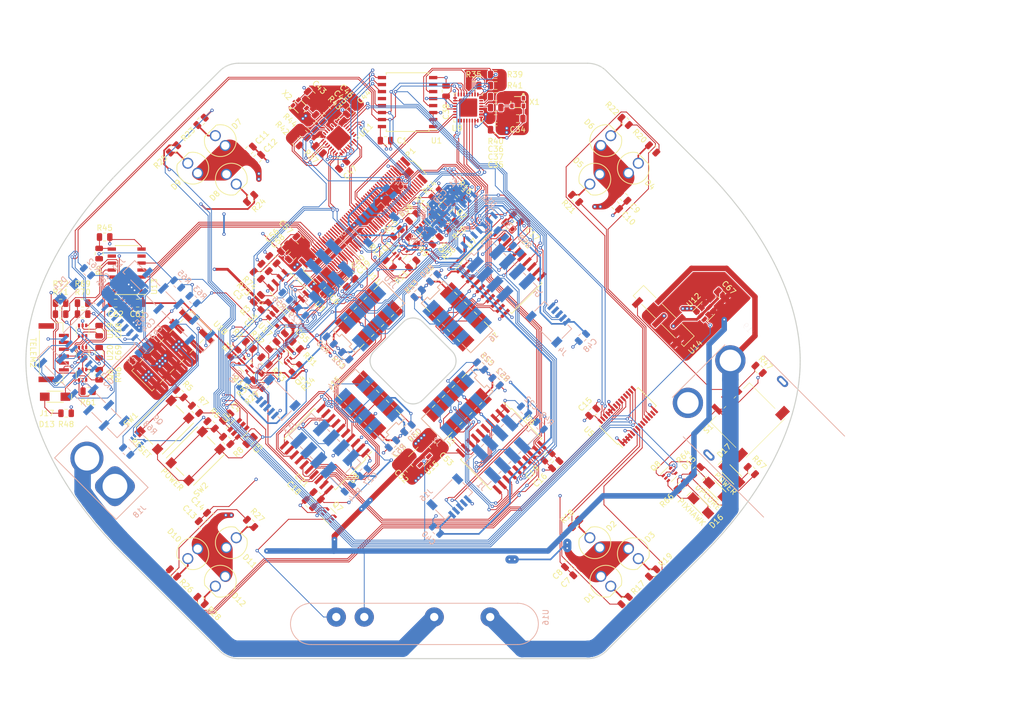
<source format=kicad_pcb>
(kicad_pcb (version 20171130) (host pcbnew 5.1.5)
  (layers (0 F.Cu signal) (1 In1.Cu signal) (2 In2.Cu signal) (31 B.Cu signal) (34 B.Paste user) (35 F.Paste user) (36 B.SilkS user) (37 F.SilkS user) (38 B.Mask user) (39 F.Mask user) (44 Edge.Cuts user))
  (net 0 "")
  (net 1 /3V3)
  (net 2 GND)
  (net 3 VCC)
  (net 4 "Net-(C4-Pad1)")
  (net 5 "Net-(C5-Pad1)")
  (net 6 /5V)
  (net 7 /2V8)
  (net 8 "Net-(C36-Pad2)")
  (net 9 /Hub1/REFCLK)
  (net 10 /Hub1/VDD33_BYP)
  (net 11 /Hub1/VDD12_BYP)
  (net 12 "Net-(C45-Pad2)")
  (net 13 /Hub0/REFCLK)
  (net 14 /Hub0/VDD33_BYP)
  (net 15 /Hub0/VDD12_BYP)
  (net 16 /Hub0/USB1_5V)
  (net 17 /Hub0/USB2_5V)
  (net 18 "Net-(D1-Pad1)")
  (net 19 "Net-(D2-Pad1)")
  (net 20 "Net-(D3-Pad1)")
  (net 21 /UART1_RX_33)
  (net 22 /UART1_TX_33)
  (net 23 /UART1_RTS_33)
  (net 24 /UART1_CTS_33)
  (net 25 /ToFSensors/I2CA0_INT_28)
  (net 26 "Net-(J2-Pad2)")
  (net 27 /ToFSensors/I2CA0_SDA_28)
  (net 28 /ToFSensors/I2CA0_SCL_28)
  (net 29 "Net-(J2-Pad6)")
  (net 30 /ToFSensors/I2CB0_INT_28)
  (net 31 "Net-(J3-Pad2)")
  (net 32 /ToFSensors/I2CB0_SDA_28)
  (net 33 /ToFSensors/I2CB0_SCL_28)
  (net 34 "Net-(J3-Pad6)")
  (net 35 /ToFSensors/I2CC0_INT_28)
  (net 36 /ToFSensors/I2CC0_SDA_28)
  (net 37 /ToFSensors/I2CC0_SCL_28)
  (net 38 /ToFSensors/I2CA1_INT_28)
  (net 39 "Net-(J5-Pad2)")
  (net 40 /ToFSensors/I2CA1_SDA_28)
  (net 41 /ToFSensors/I2CA1_SCL_28)
  (net 42 "Net-(J5-Pad6)")
  (net 43 /ToFSensors/I2CB1_INT_28)
  (net 44 "Net-(J6-Pad2)")
  (net 45 /ToFSensors/I2CB1_SDA_28)
  (net 46 /ToFSensors/I2CB1_SCL_28)
  (net 47 "Net-(J6-Pad6)")
  (net 48 /ToFSensors/I2CC1_INT_28)
  (net 49 "Net-(J7-Pad2)")
  (net 50 /ToFSensors/I2CC1_SDA_28)
  (net 51 /ToFSensors/I2CC1_SCL_28)
  (net 52 "Net-(J7-Pad6)")
  (net 53 /ToFSensors/I2CA2_INT_28)
  (net 54 /ToFSensors/I2CA2_SDA_28)
  (net 55 /ToFSensors/I2CA2_SCL_28)
  (net 56 /ToFSensors/I2CB2_INT_28)
  (net 57 "Net-(J9-Pad2)")
  (net 58 /ToFSensors/I2CB2_SDA_28)
  (net 59 /ToFSensors/I2CB2_SCL_28)
  (net 60 "Net-(J9-Pad6)")
  (net 61 /ToFSensors/I2CC2_INT_28)
  (net 62 "Net-(J10-Pad2)")
  (net 63 /ToFSensors/I2CC2_SDA_28)
  (net 64 /ToFSensors/I2CC2_SCL_28)
  (net 65 "Net-(J10-Pad6)")
  (net 66 /ToFSensors/I2CA3_INT_28)
  (net 67 "Net-(J11-Pad2)")
  (net 68 /ToFSensors/I2CA3_SDA_28)
  (net 69 /ToFSensors/I2CA3_SCL_28)
  (net 70 "Net-(J11-Pad6)")
  (net 71 /ToFSensors/I2CB3_INT_28)
  (net 72 /ToFSensors/I2CB3_SDA_28)
  (net 73 /ToFSensors/I2CB3_SCL_28)
  (net 74 /ToFSensors/I2CC3_INT_28)
  (net 75 "Net-(J13-Pad2)")
  (net 76 /ToFSensors/I2CC3_SDA_28)
  (net 77 /ToFSensors/I2CC3_SCL_28)
  (net 78 "Net-(J13-Pad6)")
  (net 79 /Hub0/USB1_DP)
  (net 80 /Hub0/USB2_DP)
  (net 81 "Net-(J18-Pad2)")
  (net 82 /~PMU_RSTBTN)
  (net 83 /UART1_RTS_18)
  (net 84 /~PMU_PWRBTN)
  (net 85 /UART1_CTS_18)
  (net 86 /UART1_TX_18)
  (net 87 "Net-(P1-Pad17)")
  (net 88 /UART1_RX_18)
  (net 89 "Net-(P1-Pad19)")
  (net 90 "Net-(P1-Pad22)")
  (net 91 /INT_GRPA_18)
  (net 92 "Net-(P1-Pad24)")
  (net 93 /INT_GRPB_18)
  (net 94 "Net-(P1-Pad26)")
  (net 95 /INT_GRPC_18)
  (net 96 "Net-(P1-Pad28)")
  (net 97 "Net-(P1-Pad29)")
  (net 98 "Net-(P1-Pad30)")
  (net 99 "Net-(P1-Pad31)")
  (net 100 "Net-(P1-Pad32)")
  (net 101 "Net-(P1-Pad34)")
  (net 102 "Net-(P1-Pad35)")
  (net 103 "Net-(P1-Pad36)")
  (net 104 "Net-(P1-Pad37)")
  (net 105 "Net-(P1-Pad38)")
  (net 106 "Net-(P1-Pad39)")
  (net 107 "Net-(P1-Pad40)")
  (net 108 "Net-(P1-Pad41)")
  (net 109 "Net-(P1-Pad42)")
  (net 110 "Net-(P1-Pad44)")
  (net 111 "Net-(P1-Pad45)")
  (net 112 "Net-(P1-Pad47)")
  (net 113 "Net-(P1-Pad48)")
  (net 114 /~GPIO_INT_18)
  (net 115 "Net-(P1-Pad51)")
  (net 116 /HUB0_HSIC_DATA_12)
  (net 117 /HUB0_HSIC_STRB_12)
  (net 118 "Net-(P1-Pad55)")
  (net 119 "Net-(P1-Pad57)")
  (net 120 /HUB1_HSIC_DATA_12)
  (net 121 /HUB1_HSIC_STRB_12)
  (net 122 "Net-(P1-Pad61)")
  (net 123 "Net-(P1-Pad63)")
  (net 124 "Net-(P1-Pad64)")
  (net 125 "Net-(P1-Pad66)")
  (net 126 "Net-(P1-Pad67)")
  (net 127 "Net-(P1-Pad69)")
  (net 128 "Net-(P1-Pad70)")
  (net 129 /I2C0_SDA_18)
  (net 130 "Net-(P1-Pad74)")
  (net 131 /I2C0_SCL_18)
  (net 132 "Net-(P1-Pad76)")
  (net 133 "Net-(P1-Pad78)")
  (net 134 /I2C1_SDA_18)
  (net 135 "Net-(P1-Pad80)")
  (net 136 /I2C1_SCL_18)
  (net 137 "Net-(P1-Pad82)")
  (net 138 "Net-(P1-Pad84)")
  (net 139 "Net-(P1-Pad85)")
  (net 140 "Net-(P1-Pad86)")
  (net 141 "Net-(P1-Pad87)")
  (net 142 "Net-(P1-Pad88)")
  (net 143 "Net-(P1-Pad90)")
  (net 144 "Net-(P1-Pad91)")
  (net 145 "Net-(P1-Pad92)")
  (net 146 "Net-(P1-Pad93)")
  (net 147 "Net-(P1-Pad95)")
  (net 148 "Net-(P1-Pad96)")
  (net 149 "Net-(P1-Pad97)")
  (net 150 "Net-(P1-Pad98)")
  (net 151 "Net-(P1-Pad99)")
  (net 152 "Net-(P1-Pad100)")
  (net 153 /I2C0_SDA_33)
  (net 154 /I2C0_SCL_33)
  (net 155 /I2C1_SDA_33)
  (net 156 /I2C1_SCL_33)
  (net 157 /~GPIO_INT_33)
  (net 158 /ToFSensors/INT_GRPC_28)
  (net 159 /ToFSensors/INT_GRPB_28)
  (net 160 /ToFSensors/INT_GRPA_28)
  (net 161 /ToFSensors/I2C_SDA_28)
  (net 162 /ToFSensors/I2C_SCL_28)
  (net 163 "Net-(Q7-Pad3)")
  (net 164 "Net-(R3-Pad1)")
  (net 165 "Net-(R5-Pad1)")
  (net 166 "Net-(R6-Pad1)")
  (net 167 /LEDs/LED0)
  (net 168 /LEDs/LED1)
  (net 169 /LEDs/LED2)
  (net 170 /LEDs/LED4)
  (net 171 /LEDs/LED5)
  (net 172 /LEDs/LED6)
  (net 173 /LEDs/LED8)
  (net 174 /LEDs/LED9)
  (net 175 /LEDs/LED10)
  (net 176 /LEDs/LED12)
  (net 177 /LEDs/LED13)
  (net 178 /LEDs/LED14)
  (net 179 /HUB1_CONN_33)
  (net 180 "Net-(R40-Pad1)")
  (net 181 /Hub1/~OSC)
  (net 182 /HUB0_CONN_33)
  (net 183 "Net-(R43-Pad1)")
  (net 184 /Hub0/~OSC)
  (net 185 "Net-(U1-Pad12)")
  (net 186 /~HUB0_INT_33)
  (net 187 /~HUB0_RST_33)
  (net 188 "Net-(U1-Pad7)")
  (net 189 /~HUB1_INT_33)
  (net 190 /~HUB1_RST_33)
  (net 191 "Net-(U2-Pad9)")
  (net 192 "Net-(U9-Pad3)")
  (net 193 /Hub1/PRTPWR)
  (net 194 "Net-(U9-Pad14)")
  (net 195 "Net-(U9-Pad17)")
  (net 196 "Net-(U9-Pad18)")
  (net 197 "Net-(U9-Pad27)")
  (net 198 "Net-(U9-Pad31)")
  (net 199 "Net-(U11-Pad3)")
  (net 200 /Hub0/PRTPWR)
  (net 201 "Net-(U11-Pad14)")
  (net 202 "Net-(U11-Pad17)")
  (net 203 "Net-(U11-Pad18)")
  (net 204 "Net-(U11-Pad27)")
  (net 205 "Net-(U11-Pad31)")
  (net 206 "Net-(U15-Pad4)")
  (net 207 "Net-(U17-Pad4)")
  (net 208 "Net-(X1-Pad1)")
  (net 209 "Net-(X2-Pad1)")
  (net 210 "Net-(D4-Pad1)")
  (net 211 "Net-(D5-Pad1)")
  (net 212 "Net-(D6-Pad1)")
  (net 213 "Net-(D7-Pad1)")
  (net 214 "Net-(D8-Pad1)")
  (net 215 "Net-(D9-Pad1)")
  (net 216 "Net-(D10-Pad1)")
  (net 217 "Net-(D11-Pad1)")
  (net 218 "Net-(D12-Pad1)")
  (net 219 "Net-(J1-Pad2)")
  (net 220 "Net-(J1-Pad6)")
  (net 221 "Net-(J4-Pad4)")
  (net 222 "Net-(J14-Pad6)")
  (net 223 "Net-(J14-Pad2)")
  (net 224 "Net-(J15-Pad6)")
  (net 225 "Net-(J15-Pad2)")
  (net 226 "Net-(J17-Pad1)")
  (net 227 "Net-(U5-Pad22)")
  (net 228 "Net-(U5-Pad18)")
  (net 229 "Net-(U5-Pad13)")
  (net 230 "Net-(U5-Pad9)")
  (net 231 "Net-(J8-Pad4)")
  (net 232 "Net-(J12-Pad4)")
  (net 233 "Net-(J16-Pad4)")
  (net 234 "Net-(J20-Pad14)")
  (net 235 "Net-(J20-Pad13)")
  (net 236 "Net-(J20-Pad11)")
  (net 237 "Net-(J20-Pad9)")
  (net 238 "Net-(J20-Pad8)")
  (net 239 "Net-(J20-Pad5)")
  (net 240 /Interface/3V3_ROOT)
  (net 241 "Net-(D13-Pad2)")
  (net 242 "Net-(D13-Pad1)")
  (net 243 "Net-(D14-Pad2)")
  (net 244 "Net-(D14-Pad1)")
  (net 245 /Interface/PIXHAWK_TX)
  (net 246 /Interface/PIXHAWK_RX)
  (net 247 /Interface/PIXHAWK_CTS)
  (net 248 /Interface/PIXHAWK_RTS)
  (net 249 /Interface/11V1)
  (net 250 /DRONE_ID0)
  (net 251 /DRONE_ID1)
  (net 252 /DRONE_ID2)
  (net 253 /DRONE_ID3)
  (net 254 /Interface/XBEE_RTS)
  (net 255 /Interface/XBEE_ASSOC)
  (net 256 /Interface/XBEE_CTS)
  (net 257 /UPCORE_EN)
  (net 258 /Interface/COM_MUX_CTRL)
  (net 259 /PIXHAWK_EN)
  (net 260 /Interface/XBEE_RX)
  (net 261 /Interface/XBEE_TX)
  (net 262 "Net-(P1-Pad15)")
  (net 263 "Net-(P1-Pad46)")
  (net 264 "Net-(Q9-Pad5)")
  (net 265 /Interface/D36V50F5_EN)
  (net 266 /UART1_EN_18)
  (net 267 "Net-(R47-Pad1)")
  (net 268 "Net-(U2-Pad13)")
  (net 269 "Net-(U2-Pad12)")
  (net 270 "Net-(U2-Pad11)")
  (net 271 "Net-(U2-Pad10)")
  (net 272 "Net-(U13-Pad9)")
  (net 273 "Net-(U13-Pad6)")
  (net 274 "Net-(U18-Pad3)")
  (net 275 "Net-(U18-Pad4)")
  (net 276 "Net-(U18-Pad1)")
  (net 277 /Hub0/USB1_DN)
  (net 278 /Hub0/USB2_DN)
  (net 279 /Hub1/USB3_DN)
  (net 280 /Hub1/USB3_DP)
  (net 281 /Hub1/USB4_DN)
  (net 282 /Hub1/USB4_DP)
  (net 283 /Hub1/USB3_5V)
  (net 284 /Hub1/USB4_5V)
  (net 285 "Net-(D15-Pad1)")
  (net 286 "Net-(D15-Pad2)")
  (net 287 "Net-(D16-Pad1)")
  (net 288 "Net-(D16-Pad2)")
  (net 289 "Net-(D17-Pad2)")
  (net 290 "Net-(R73-Pad2)")
  (net 291 "Net-(R74-Pad2)")
  (module Drone:D36V50F5_S (layer F.Cu) (at 49 91 45)
    (fp_text reference U18 (at 9.192388 13.435029 315) (layer F.SilkS))
    (fp_text value D36V50F5 hide)
    (pad 11 smd rect (at -6.35 7.64 135) (size 3 1) (layers F.Cu F.Paste F.Mask) (net 6 /5V))
    (pad 12 smd rect (at -6.35 12.68 135) (size 3 1) (layers F.Cu F.Paste F.Mask) (net 6 /5V))
    (pad 9 smd rect (at -3.81 7.64 135) (size 3 1) (layers F.Cu F.Paste F.Mask) (net 2 GND))
    (pad 10 smd rect (at -3.81 12.68 135) (size 3 1) (layers F.Cu F.Paste F.Mask) (net 2 GND))
    (pad 7 smd rect (at -1.27 7.64 135) (size 3 1) (layers F.Cu F.Paste F.Mask) (net 2 GND))
    (pad 8 smd rect (at -1.27 12.68 135) (size 3 1) (layers F.Cu F.Paste F.Mask) (net 2 GND))
    (pad 5 smd rect (at 1.27 7.64 135) (size 3 1) (layers F.Cu F.Paste F.Mask) (net 249 /Interface/11V1))
    (pad 6 smd rect (at 1.27 12.68 135) (size 3 1) (layers F.Cu F.Paste F.Mask) (net 249 /Interface/11V1))
    (pad 3 smd rect (at 3.81 7.64 135) (size 3 1) (layers F.Cu F.Paste F.Mask) (net 274 "Net-(U18-Pad3)"))
    (pad 4 smd rect (at 3.81 12.68 135) (size 3 1) (layers F.Cu F.Paste F.Mask) (net 275 "Net-(U18-Pad4)"))
    (pad 1 smd rect (at 6.35 7.64 135) (size 3 1) (layers F.Cu F.Paste F.Mask) (net 276 "Net-(U18-Pad1)"))
    (pad 2 smd rect (at 6.35 12.68 135) (size 3 1) (layers F.Cu F.Paste F.Mask) (net 265 /Interface/D36V50F5_EN))
    (pad "" np_thru_hole circle (at 10.541 -10.541 225) (size 2.2 2.2) (drill 2.2) (layers *.Cu *.Mask))
    (pad "" np_thru_hole circle (at 10.541 10.541 225) (size 2.2 2.2) (drill 2.2) (layers *.Cu *.Mask))
    (pad "" np_thru_hole circle (at -10.541 10.541 225) (size 2.2 2.2) (drill 2.2) (layers *.Cu *.Mask))
  )
  (module Drone:JST_GH_SM06B-GHS-TB (layer F.Cu) (at 35 98.5 270)
    (fp_text reference J17 (at 11 1.5 180) (layer F.SilkS))
    (fp_text value SM06B-GHS-TB hide)
    (pad 1 smd rect (at -3.125 -1.6 270) (size 0.6 1.8) (layers F.Cu F.Paste F.Mask) (net 226 "Net-(J17-Pad1)"))
    (pad 2 smd rect (at -1.875 -1.6 270) (size 0.6 1.8) (layers F.Cu F.Paste F.Mask) (net 245 /Interface/PIXHAWK_TX))
    (pad 3 smd rect (at -0.625 -1.6 270) (size 0.6 1.8) (layers F.Cu F.Paste F.Mask) (net 246 /Interface/PIXHAWK_RX))
    (pad 4 smd rect (at 0.625 -1.6 270) (size 0.6 1.8) (layers F.Cu F.Paste F.Mask) (net 247 /Interface/PIXHAWK_CTS))
    (pad 5 smd rect (at 1.875 -1.6 270) (size 0.6 1.8) (layers F.Cu F.Paste F.Mask) (net 248 /Interface/PIXHAWK_RTS))
    (pad 6 smd rect (at 3.125 -1.6 270) (size 0.6 1.8) (layers F.Cu F.Paste F.Mask) (net 2 GND))
    (pad "" smd rect (at 4.85 1.6 270) (size 1 2.8) (layers F.Cu F.Paste F.Mask))
    (pad "" smd rect (at -4.85 1.6 270) (size 1 2.8) (layers F.Cu F.Paste F.Mask))
  )
  (module Drone:UP-CORE (layer F.Cu) (at 100 100 45)
    (fp_text reference P1 (at 26.394882 -27.058148 45) (layer F.SilkS))
    (fp_text value UP-CORE hide)
    (pad "" np_thru_hole circle (at 29 24.5 225) (size 2.74 2.74) (drill 2.74) (layers *.Cu *.Mask))
    (pad "" np_thru_hole circle (at -29 24.5 225) (size 2.74 2.74) (drill 2.74) (layers *.Cu *.Mask))
    (pad "" np_thru_hole circle (at -29 -24.5 225) (size 2.74 2.74) (drill 2.74) (layers *.Cu *.Mask))
    (pad "" np_thru_hole circle (at 29 -24.5 225) (size 2.74 2.74) (drill 2.74) (layers *.Cu *.Mask))
    (pad 1 smd rect (at -0.65 -22.2 45) (size 0.25 2) (layers F.Cu F.Paste F.Mask) (net 6 /5V))
    (pad 2 smd rect (at -0.65 -26.6 45) (size 0.25 2) (layers F.Cu F.Paste F.Mask) (net 6 /5V))
    (pad 3 smd rect (at -0.15 -22.2 45) (size 0.25 2) (layers F.Cu F.Paste F.Mask) (net 6 /5V))
    (pad 4 smd rect (at -0.15 -26.6 45) (size 0.25 2) (layers F.Cu F.Paste F.Mask) (net 6 /5V))
    (pad 5 smd rect (at 0.35 -22.2 45) (size 0.25 2) (layers F.Cu F.Paste F.Mask) (net 6 /5V))
    (pad 6 smd rect (at 0.35 -26.6 45) (size 0.25 2) (layers F.Cu F.Paste F.Mask) (net 6 /5V))
    (pad 7 smd rect (at 0.85 -22.2 45) (size 0.25 2) (layers F.Cu F.Paste F.Mask) (net 6 /5V))
    (pad 8 smd rect (at 0.85 -26.6 45) (size 0.25 2) (layers F.Cu F.Paste F.Mask) (net 6 /5V))
    (pad 9 smd rect (at 1.35 -22.2 45) (size 0.25 2) (layers F.Cu F.Paste F.Mask) (net 2 GND))
    (pad 10 smd rect (at 1.35 -26.6 45) (size 0.25 2) (layers F.Cu F.Paste F.Mask) (net 2 GND))
    (pad 11 smd rect (at 1.85 -22.2 45) (size 0.25 2) (layers F.Cu F.Paste F.Mask) (net 82 /~PMU_RSTBTN))
    (pad 12 smd rect (at 1.85 -26.6 45) (size 0.25 2) (layers F.Cu F.Paste F.Mask) (net 83 /UART1_RTS_18))
    (pad 13 smd rect (at 2.35 -22.2 45) (size 0.25 2) (layers F.Cu F.Paste F.Mask) (net 84 /~PMU_PWRBTN))
    (pad 14 smd rect (at 2.35 -26.6 45) (size 0.25 2) (layers F.Cu F.Paste F.Mask) (net 85 /UART1_CTS_18))
    (pad 15 smd rect (at 2.85 -22.2 45) (size 0.25 2) (layers F.Cu F.Paste F.Mask) (net 262 "Net-(P1-Pad15)"))
    (pad 16 smd rect (at 2.85 -26.6 45) (size 0.25 2) (layers F.Cu F.Paste F.Mask) (net 86 /UART1_TX_18))
    (pad 17 smd rect (at 3.35 -22.2 45) (size 0.25 2) (layers F.Cu F.Paste F.Mask) (net 87 "Net-(P1-Pad17)"))
    (pad 18 smd rect (at 3.35 -26.6 45) (size 0.25 2) (layers F.Cu F.Paste F.Mask) (net 88 /UART1_RX_18))
    (pad 19 smd rect (at 3.85 -22.2 45) (size 0.25 2) (layers F.Cu F.Paste F.Mask) (net 89 "Net-(P1-Pad19)"))
    (pad 20 smd rect (at 3.85 -26.6 45) (size 0.25 2) (layers F.Cu F.Paste F.Mask) (net 2 GND))
    (pad 21 smd rect (at 4.35 -22.2 45) (size 0.25 2) (layers F.Cu F.Paste F.Mask) (net 2 GND))
    (pad 22 smd rect (at 4.35 -26.6 45) (size 0.25 2) (layers F.Cu F.Paste F.Mask) (net 90 "Net-(P1-Pad22)"))
    (pad 23 smd rect (at 4.85 -22.2 45) (size 0.25 2) (layers F.Cu F.Paste F.Mask) (net 91 /INT_GRPA_18))
    (pad 24 smd rect (at 4.85 -26.6 45) (size 0.25 2) (layers F.Cu F.Paste F.Mask) (net 92 "Net-(P1-Pad24)"))
    (pad 25 smd rect (at 5.35 -22.2 45) (size 0.25 2) (layers F.Cu F.Paste F.Mask) (net 93 /INT_GRPB_18))
    (pad 26 smd rect (at 5.35 -26.6 45) (size 0.25 2) (layers F.Cu F.Paste F.Mask) (net 94 "Net-(P1-Pad26)"))
    (pad 27 smd rect (at 5.85 -22.2 45) (size 0.25 2) (layers F.Cu F.Paste F.Mask) (net 95 /INT_GRPC_18))
    (pad 28 smd rect (at 5.85 -26.6 45) (size 0.25 2) (layers F.Cu F.Paste F.Mask) (net 96 "Net-(P1-Pad28)"))
    (pad 29 smd rect (at 6.35 -22.2 45) (size 0.25 2) (layers F.Cu F.Paste F.Mask) (net 97 "Net-(P1-Pad29)"))
    (pad 30 smd rect (at 6.35 -26.6 45) (size 0.25 2) (layers F.Cu F.Paste F.Mask) (net 98 "Net-(P1-Pad30)"))
    (pad 31 smd rect (at 6.85 -22.2 45) (size 0.25 2) (layers F.Cu F.Paste F.Mask) (net 99 "Net-(P1-Pad31)"))
    (pad 32 smd rect (at 6.85 -26.6 45) (size 0.25 2) (layers F.Cu F.Paste F.Mask) (net 100 "Net-(P1-Pad32)"))
    (pad 33 smd rect (at 7.35 -22.2 45) (size 0.25 2) (layers F.Cu F.Paste F.Mask) (net 2 GND))
    (pad 34 smd rect (at 7.35 -26.6 45) (size 0.25 2) (layers F.Cu F.Paste F.Mask) (net 101 "Net-(P1-Pad34)"))
    (pad 35 smd rect (at 7.85 -22.2 45) (size 0.25 2) (layers F.Cu F.Paste F.Mask) (net 102 "Net-(P1-Pad35)"))
    (pad 36 smd rect (at 7.85 -26.6 45) (size 0.25 2) (layers F.Cu F.Paste F.Mask) (net 103 "Net-(P1-Pad36)"))
    (pad 37 smd rect (at 8.35 -22.2 45) (size 0.25 2) (layers F.Cu F.Paste F.Mask) (net 104 "Net-(P1-Pad37)"))
    (pad 38 smd rect (at 8.35 -26.6 45) (size 0.25 2) (layers F.Cu F.Paste F.Mask) (net 105 "Net-(P1-Pad38)"))
    (pad 39 smd rect (at 8.85 -22.2 45) (size 0.25 2) (layers F.Cu F.Paste F.Mask) (net 106 "Net-(P1-Pad39)"))
    (pad 40 smd rect (at 8.85 -26.6 45) (size 0.25 2) (layers F.Cu F.Paste F.Mask) (net 107 "Net-(P1-Pad40)"))
    (pad 41 smd rect (at 9.35 -22.2 45) (size 0.25 2) (layers F.Cu F.Paste F.Mask) (net 108 "Net-(P1-Pad41)"))
    (pad 42 smd rect (at 9.35 -26.6 45) (size 0.25 2) (layers F.Cu F.Paste F.Mask) (net 109 "Net-(P1-Pad42)"))
    (pad 43 smd rect (at 9.85 -22.2 45) (size 0.25 2) (layers F.Cu F.Paste F.Mask) (net 2 GND))
    (pad 44 smd rect (at 9.85 -26.6 45) (size 0.25 2) (layers F.Cu F.Paste F.Mask) (net 110 "Net-(P1-Pad44)"))
    (pad 45 smd rect (at 10.35 -22.2 45) (size 0.25 2) (layers F.Cu F.Paste F.Mask) (net 111 "Net-(P1-Pad45)"))
    (pad 46 smd rect (at 10.35 -26.6 45) (size 0.25 2) (layers F.Cu F.Paste F.Mask) (net 263 "Net-(P1-Pad46)"))
    (pad 47 smd rect (at 10.85 -22.2 45) (size 0.25 2) (layers F.Cu F.Paste F.Mask) (net 112 "Net-(P1-Pad47)"))
    (pad 48 smd rect (at 10.85 -26.6 45) (size 0.25 2) (layers F.Cu F.Paste F.Mask) (net 113 "Net-(P1-Pad48)"))
    (pad 49 smd rect (at 11.35 -22.2 45) (size 0.25 2) (layers F.Cu F.Paste F.Mask) (net 114 /~GPIO_INT_18))
    (pad 50 smd rect (at 11.35 -26.6 45) (size 0.25 2) (layers F.Cu F.Paste F.Mask) (net 2 GND))
    (pad 51 smd rect (at 11.85 -22.2 45) (size 0.25 2) (layers F.Cu F.Paste F.Mask) (net 115 "Net-(P1-Pad51)"))
    (pad 52 smd rect (at 11.85 -26.6 45) (size 0.25 2) (layers F.Cu F.Paste F.Mask) (net 116 /HUB0_HSIC_DATA_12))
    (pad 53 smd rect (at 12.35 -22.2 45) (size 0.25 2) (layers F.Cu F.Paste F.Mask) (net 2 GND))
    (pad 54 smd rect (at 12.35 -26.6 45) (size 0.25 2) (layers F.Cu F.Paste F.Mask) (net 117 /HUB0_HSIC_STRB_12))
    (pad 55 smd rect (at 12.85 -22.2 45) (size 0.25 2) (layers F.Cu F.Paste F.Mask) (net 118 "Net-(P1-Pad55)"))
    (pad 56 smd rect (at 12.85 -26.6 45) (size 0.25 2) (layers F.Cu F.Paste F.Mask) (net 2 GND))
    (pad 57 smd rect (at 13.35 -22.2 45) (size 0.25 2) (layers F.Cu F.Paste F.Mask) (net 119 "Net-(P1-Pad57)"))
    (pad 58 smd rect (at 13.35 -26.6 45) (size 0.25 2) (layers F.Cu F.Paste F.Mask) (net 120 /HUB1_HSIC_DATA_12))
    (pad 59 smd rect (at 13.85 -22.2 45) (size 0.25 2) (layers F.Cu F.Paste F.Mask) (net 2 GND))
    (pad 60 smd rect (at 13.85 -26.6 45) (size 0.25 2) (layers F.Cu F.Paste F.Mask) (net 121 /HUB1_HSIC_STRB_12))
    (pad 61 smd rect (at 14.35 -22.2 45) (size 0.25 2) (layers F.Cu F.Paste F.Mask) (net 122 "Net-(P1-Pad61)"))
    (pad 62 smd rect (at 14.35 -26.6 45) (size 0.25 2) (layers F.Cu F.Paste F.Mask) (net 2 GND))
    (pad 63 smd rect (at 14.85 -22.2 45) (size 0.25 2) (layers F.Cu F.Paste F.Mask) (net 123 "Net-(P1-Pad63)"))
    (pad 64 smd rect (at 14.85 -26.6 45) (size 0.25 2) (layers F.Cu F.Paste F.Mask) (net 124 "Net-(P1-Pad64)"))
    (pad 65 smd rect (at 15.35 -22.2 45) (size 0.25 2) (layers F.Cu F.Paste F.Mask) (net 2 GND))
    (pad 66 smd rect (at 15.35 -26.6 45) (size 0.25 2) (layers F.Cu F.Paste F.Mask) (net 125 "Net-(P1-Pad66)"))
    (pad 67 smd rect (at 15.85 -22.2 45) (size 0.25 2) (layers F.Cu F.Paste F.Mask) (net 126 "Net-(P1-Pad67)"))
    (pad 68 smd rect (at 15.85 -26.6 45) (size 0.25 2) (layers F.Cu F.Paste F.Mask) (net 2 GND))
    (pad 69 smd rect (at 16.35 -22.2 45) (size 0.25 2) (layers F.Cu F.Paste F.Mask) (net 127 "Net-(P1-Pad69)"))
    (pad 70 smd rect (at 16.35 -26.6 45) (size 0.25 2) (layers F.Cu F.Paste F.Mask) (net 128 "Net-(P1-Pad70)"))
    (pad 71 smd rect (at 16.85 -22.2 45) (size 0.25 2) (layers F.Cu F.Paste F.Mask) (net 2 GND))
    (pad 72 smd rect (at 16.85 -26.6 45) (size 0.25 2) (layers F.Cu F.Paste F.Mask) (net 2 GND))
    (pad 73 smd rect (at 17.35 -22.2 45) (size 0.25 2) (layers F.Cu F.Paste F.Mask) (net 129 /I2C0_SDA_18))
    (pad 74 smd rect (at 17.35 -26.6 45) (size 0.25 2) (layers F.Cu F.Paste F.Mask) (net 130 "Net-(P1-Pad74)"))
    (pad 75 smd rect (at 17.85 -22.2 45) (size 0.25 2) (layers F.Cu F.Paste F.Mask) (net 131 /I2C0_SCL_18))
    (pad 76 smd rect (at 17.85 -26.6 45) (size 0.25 2) (layers F.Cu F.Paste F.Mask) (net 132 "Net-(P1-Pad76)"))
    (pad 77 smd rect (at 18.35 -22.2 45) (size 0.25 2) (layers F.Cu F.Paste F.Mask) (net 2 GND))
    (pad 78 smd rect (at 18.35 -26.6 45) (size 0.25 2) (layers F.Cu F.Paste F.Mask) (net 133 "Net-(P1-Pad78)"))
    (pad 79 smd rect (at 18.85 -22.2 45) (size 0.25 2) (layers F.Cu F.Paste F.Mask) (net 134 /I2C1_SDA_18))
    (pad 80 smd rect (at 18.85 -26.6 45) (size 0.25 2) (layers F.Cu F.Paste F.Mask) (net 135 "Net-(P1-Pad80)"))
    (pad 81 smd rect (at 19.35 -22.2 45) (size 0.25 2) (layers F.Cu F.Paste F.Mask) (net 136 /I2C1_SCL_18))
    (pad 82 smd rect (at 19.35 -26.6 45) (size 0.25 2) (layers F.Cu F.Paste F.Mask) (net 137 "Net-(P1-Pad82)"))
    (pad 83 smd rect (at 19.85 -22.2 45) (size 0.25 2) (layers F.Cu F.Paste F.Mask) (net 2 GND))
    (pad 84 smd rect (at 19.85 -26.6 45) (size 0.25 2) (layers F.Cu F.Paste F.Mask) (net 138 "Net-(P1-Pad84)"))
    (pad 85 smd rect (at 20.35 -22.2 45) (size 0.25 2) (layers F.Cu F.Paste F.Mask) (net 139 "Net-(P1-Pad85)"))
    (pad 86 smd rect (at 20.35 -26.6 45) (size 0.25 2) (layers F.Cu F.Paste F.Mask) (net 140 "Net-(P1-Pad86)"))
    (pad 87 smd rect (at 20.85 -22.2 45) (size 0.25 2) (layers F.Cu F.Paste F.Mask) (net 141 "Net-(P1-Pad87)"))
    (pad 88 smd rect (at 20.85 -26.6 45) (size 0.25 2) (layers F.Cu F.Paste F.Mask) (net 142 "Net-(P1-Pad88)"))
    (pad 89 smd rect (at 21.35 -22.2 45) (size 0.25 2) (layers F.Cu F.Paste F.Mask) (net 2 GND))
    (pad 90 smd rect (at 21.35 -26.6 45) (size 0.25 2) (layers F.Cu F.Paste F.Mask) (net 143 "Net-(P1-Pad90)"))
    (pad 91 smd rect (at 21.85 -22.2 45) (size 0.25 2) (layers F.Cu F.Paste F.Mask) (net 144 "Net-(P1-Pad91)"))
    (pad 92 smd rect (at 21.85 -26.6 45) (size 0.25 2) (layers F.Cu F.Paste F.Mask) (net 145 "Net-(P1-Pad92)"))
    (pad 93 smd rect (at 22.35 -22.2 45) (size 0.25 2) (layers F.Cu F.Paste F.Mask) (net 146 "Net-(P1-Pad93)"))
    (pad 94 smd rect (at 22.35 -26.6 45) (size 0.25 2) (layers F.Cu F.Paste F.Mask) (net 2 GND))
    (pad 95 smd rect (at 22.85 -22.2 45) (size 0.25 2) (layers F.Cu F.Paste F.Mask) (net 147 "Net-(P1-Pad95)"))
    (pad 96 smd rect (at 22.85 -26.6 45) (size 0.25 2) (layers F.Cu F.Paste F.Mask) (net 148 "Net-(P1-Pad96)"))
    (pad 97 smd rect (at 23.35 -22.2 45) (size 0.25 2) (layers F.Cu F.Paste F.Mask) (net 149 "Net-(P1-Pad97)"))
    (pad 98 smd rect (at 23.35 -26.6 45) (size 0.25 2) (layers F.Cu F.Paste F.Mask) (net 150 "Net-(P1-Pad98)"))
    (pad 99 smd rect (at 23.85 -22.2 45) (size 0.25 2) (layers F.Cu F.Paste F.Mask) (net 151 "Net-(P1-Pad99)"))
    (pad 100 smd rect (at 23.85 -26.6 45) (size 0.25 2) (layers F.Cu F.Paste F.Mask) (net 152 "Net-(P1-Pad100)"))
    (pad "" smd rect (at -1.4 -22.2 45) (size 0.75 2) (layers F.Cu F.Paste F.Mask))
    (pad "" smd rect (at -1.4 -26.6 45) (size 0.75 2) (layers F.Cu F.Paste F.Mask))
    (pad "" smd rect (at 24.6 -22.2 45) (size 0.75 2) (layers F.Cu F.Paste F.Mask))
    (pad "" smd rect (at 24.6 -26.6 45) (size 0.75 2) (layers F.Cu F.Paste F.Mask))
  )
  (module Drone:ES02MSABE (layer F.Cu) (at 160 110 225)
    (fp_text reference S1 (at 6.126373 2.894895 45) (layer F.SilkS))
    (fp_text value ES02MSABE hide)
    (pad 1 smd rect (at 2.5438 4.2898 225) (size 0.89 2.08) (layers F.Cu F.Paste F.Mask) (net 2 GND))
    (pad 5 smd rect (at 5.3808 -4.6302 315) (size 1.52 2.325) (layers F.Cu F.Paste F.Mask))
    (pad 2 smd rect (at 0.0038 4.2898 225) (size 0.89 2.08) (layers F.Cu F.Paste F.Mask))
    (pad 4 smd rect (at -5.3742 -4.6302 315) (size 1.52 2.325) (layers F.Cu F.Paste F.Mask))
    (pad 3 smd rect (at -2.5362 4.2898 225) (size 0.89 2.08) (layers F.Cu F.Paste F.Mask) (net 267 "Net-(R47-Pad1)"))
  )
  (module Drone:TPS2054BDR (layer B.Cu) (at 109.636039 74.807612 315)
    (fp_text reference U10 (at 0.150758 -5.849242 315) (layer B.SilkS) (effects (justify mirror)))
    (fp_text value TPS2054BDR hide)
    (pad 15 smd rect (at 2.7 3.175 315) (size 1.5 0.6) (layers B.Cu B.Paste B.Mask) (net 283 /Hub1/USB3_5V))
    (pad 13 smd rect (at 2.7 0.635 315) (size 1.5 0.6) (layers B.Cu B.Paste B.Mask) (net 181 /Hub1/~OSC))
    (pad 7 smd rect (at -2.7 -3.175 315) (size 1.5 0.6) (layers B.Cu B.Paste B.Mask) (net 200 /Hub0/PRTPWR))
    (pad 10 smd rect (at 2.7 -3.175 315) (size 1.5 0.6) (layers B.Cu B.Paste B.Mask) (net 17 /Hub0/USB2_5V))
    (pad 11 smd rect (at 2.7 -1.905 315) (size 1.5 0.6) (layers B.Cu B.Paste B.Mask) (net 16 /Hub0/USB1_5V))
    (pad 9 smd rect (at 2.7 -4.445 315) (size 1.5 0.6) (layers B.Cu B.Paste B.Mask) (net 184 /Hub0/~OSC))
    (pad 12 smd rect (at 2.7 -0.635 315) (size 1.5 0.6) (layers B.Cu B.Paste B.Mask) (net 184 /Hub0/~OSC))
    (pad 6 smd rect (at -2.7 -1.905 315) (size 1.5 0.6) (layers B.Cu B.Paste B.Mask) (net 6 /5V))
    (pad 5 smd rect (at -2.7 -0.635 315) (size 1.5 0.6) (layers B.Cu B.Paste B.Mask) (net 2 GND))
    (pad 4 smd rect (at -2.7 0.635 315) (size 1.5 0.6) (layers B.Cu B.Paste B.Mask) (net 193 /Hub1/PRTPWR))
    (pad 3 smd rect (at -2.7 1.905 315) (size 1.5 0.6) (layers B.Cu B.Paste B.Mask) (net 193 /Hub1/PRTPWR))
    (pad 2 smd rect (at -2.7 3.175 315) (size 1.5 0.6) (layers B.Cu B.Paste B.Mask) (net 6 /5V))
    (pad 1 smd rect (at -2.7 4.445 315) (size 1.5 0.6) (layers B.Cu B.Paste B.Mask) (net 2 GND))
    (pad 16 smd rect (at 2.7 4.445 315) (size 1.5 0.6) (layers B.Cu B.Paste B.Mask) (net 181 /Hub1/~OSC))
    (pad 14 smd rect (at 2.7 1.905 315) (size 1.5 0.6) (layers B.Cu B.Paste B.Mask) (net 284 /Hub1/USB4_5V))
    (pad 8 smd rect (at -2.7 -4.445 315) (size 1.5 0.6) (layers B.Cu B.Paste B.Mask) (net 200 /Hub0/PRTPWR))
  )
  (module Drone:SM05B-SRSS-TB (layer B.Cu) (at 108.5 126.5 45)
    (fp_text reference J16 (at -1.354817 -5.846359 -135) (layer B.SilkS) (effects (justify left mirror)))
    (fp_text value SM05B-SRSS-TB hide)
    (pad 1 smd rect (at -2 0 45) (size 0.6 1.55) (layers B.Cu B.Paste B.Mask) (net 284 /Hub1/USB4_5V))
    (pad 2 smd rect (at -1 0 45) (size 0.6 1.55) (layers B.Cu B.Paste B.Mask) (net 281 /Hub1/USB4_DN))
    (pad 3 smd rect (at 0 0 45) (size 0.6 1.55) (layers B.Cu B.Paste B.Mask) (net 282 /Hub1/USB4_DP))
    (pad 4 smd rect (at 1 0 45) (size 0.6 1.55) (layers B.Cu B.Paste B.Mask) (net 233 "Net-(J16-Pad4)"))
    (pad 5 smd rect (at 2 0 45) (size 0.6 1.55) (layers B.Cu B.Paste B.Mask) (net 2 GND))
    (pad ~ smd rect (at -3.3 -3.875 45) (size 1.2 1.8) (layers B.Cu B.Paste B.Mask))
    (pad ~ smd rect (at 3.3 -3.875 45) (size 1.2 1.8) (layers B.Cu B.Paste B.Mask))
  )
  (module Drone:SM05B-SRSS-TB (layer B.Cu) (at 73.5 108.5 315)
    (fp_text reference J12 (at -4.074349 -4.212942 315) (layer B.SilkS) (effects (justify left mirror)))
    (fp_text value SM05B-SRSS-TB hide)
    (pad 1 smd rect (at -2 0 315) (size 0.6 1.55) (layers B.Cu B.Paste B.Mask) (net 283 /Hub1/USB3_5V))
    (pad 2 smd rect (at -1 0 315) (size 0.6 1.55) (layers B.Cu B.Paste B.Mask) (net 279 /Hub1/USB3_DN))
    (pad 3 smd rect (at 0 0 315) (size 0.6 1.55) (layers B.Cu B.Paste B.Mask) (net 280 /Hub1/USB3_DP))
    (pad 4 smd rect (at 1 0 315) (size 0.6 1.55) (layers B.Cu B.Paste B.Mask) (net 232 "Net-(J12-Pad4)"))
    (pad 5 smd rect (at 2 0 315) (size 0.6 1.55) (layers B.Cu B.Paste B.Mask) (net 2 GND))
    (pad ~ smd rect (at -3.3 -3.875 315) (size 1.2 1.8) (layers B.Cu B.Paste B.Mask))
    (pad ~ smd rect (at 3.3 -3.875 315) (size 1.2 1.8) (layers B.Cu B.Paste B.Mask))
  )
  (module Drone:SM05B-SRSS-TB (layer B.Cu) (at 91.5 73.5 225)
    (fp_text reference J8 (at -4.206578 -4.404568 45) (layer B.SilkS) (effects (justify right mirror)))
    (fp_text value SM05B-SRSS-TB hide)
    (pad 1 smd rect (at -2 0 225) (size 0.6 1.55) (layers B.Cu B.Paste B.Mask) (net 17 /Hub0/USB2_5V))
    (pad 2 smd rect (at -1 0 225) (size 0.6 1.55) (layers B.Cu B.Paste B.Mask) (net 278 /Hub0/USB2_DN))
    (pad 3 smd rect (at 0 0 225) (size 0.6 1.55) (layers B.Cu B.Paste B.Mask) (net 80 /Hub0/USB2_DP))
    (pad 4 smd rect (at 1 0 225) (size 0.6 1.55) (layers B.Cu B.Paste B.Mask) (net 231 "Net-(J8-Pad4)"))
    (pad 5 smd rect (at 2 0 225) (size 0.6 1.55) (layers B.Cu B.Paste B.Mask) (net 2 GND))
    (pad ~ smd rect (at -3.3 -3.875 225) (size 1.2 1.8) (layers B.Cu B.Paste B.Mask))
    (pad ~ smd rect (at 3.3 -3.875 225) (size 1.2 1.8) (layers B.Cu B.Paste B.Mask))
  )
  (module Drone:SM05B-SRSS-TB (layer B.Cu) (at 126.5 91.5 135)
    (fp_text reference J4 (at -4.277289 -4.332443 315) (layer B.SilkS) (effects (justify right mirror)))
    (fp_text value SM05B-SRSS-TB hide)
    (pad 1 smd rect (at -2 0 135) (size 0.6 1.55) (layers B.Cu B.Paste B.Mask) (net 16 /Hub0/USB1_5V))
    (pad 2 smd rect (at -1 0 135) (size 0.6 1.55) (layers B.Cu B.Paste B.Mask) (net 277 /Hub0/USB1_DN))
    (pad 3 smd rect (at 0 0 135) (size 0.6 1.55) (layers B.Cu B.Paste B.Mask) (net 79 /Hub0/USB1_DP))
    (pad 4 smd rect (at 1 0 135) (size 0.6 1.55) (layers B.Cu B.Paste B.Mask) (net 221 "Net-(J4-Pad4)"))
    (pad 5 smd rect (at 2 0 135) (size 0.6 1.55) (layers B.Cu B.Paste B.Mask) (net 2 GND))
    (pad ~ smd rect (at -3.3 -3.875 135) (size 1.2 1.8) (layers B.Cu B.Paste B.Mask))
    (pad ~ smd rect (at 3.3 -3.875 135) (size 1.2 1.8) (layers B.Cu B.Paste B.Mask))
  )
  (module Drone:C0805 (layer B.Cu) (at 116 76.928932 135)
    (fp_text reference C31 (at 0 2.000001 135) (layer B.SilkS) (effects (justify mirror)))
    (fp_text value 1u hide)
    (pad 2 smd roundrect (at 0.9375 0 135) (size 0.975 1.4) (layers B.Cu B.Paste B.Mask) (net 7 /2V8))
    (pad 1 smd roundrect (at -0.9375 0 135) (size 0.975 1.4) (layers B.Cu B.Paste B.Mask) (net 2 GND))
  )
  (module Drone:R0805 (layer B.Cu) (at 118.828427 79.757359 135)
    (fp_text reference R58 (at 0 2.000001 135) (layer B.SilkS) (effects (justify mirror)))
    (fp_text value 0R hide)
    (pad 2 smd roundrect (at 0.9375 0 135) (size 0.975 1.4) (layers B.Cu B.Paste B.Mask) (net 7 /2V8))
    (pad 1 smd roundrect (at -0.9375 0 135) (size 0.975 1.4) (layers B.Cu B.Paste B.Mask) (net 39 "Net-(J5-Pad2)"))
  )
  (module Drone:XT60-F (layer B.Cu) (at 45.87 122.748737 135)
    (fp_text reference J18 (at -6.397024 -0.091883 45) (layer B.SilkS) (effects (justify mirror)))
    (fp_text value XT60PW-F hide)
    (pad 2 thru_hole circle (at 7.2 0 135) (size 6 6) (drill 4.5) (layers *.Cu *.Mask) (net 81 "Net-(J18-Pad2)"))
    (pad 1 thru_hole roundrect (at 0 0 135) (size 6 6) (drill 4.5) (layers *.Cu *.Mask) (net 2 GND))
  )
  (module Drone:XBEE (layer B.Cu) (at 48 98 225)
    (fp_text reference J20 (at -10 12 45) (layer B.SilkS) (effects (justify mirror)))
    (fp_text value XBEE hide)
    (pad 20 smd rect (at 12.6 9.2 225) (size 2 0.9) (layers B.Cu B.Paste B.Mask) (net 250 /DRONE_ID0))
    (pad 19 smd rect (at 9.4 7.2 225) (size 2 0.9) (layers B.Cu B.Paste B.Mask) (net 251 /DRONE_ID1))
    (pad 18 smd rect (at 12.6 5.2 225) (size 2 0.9) (layers B.Cu B.Paste B.Mask) (net 252 /DRONE_ID2))
    (pad 17 smd rect (at 9.4 3.2 225) (size 2 0.9) (layers B.Cu B.Paste B.Mask) (net 253 /DRONE_ID3))
    (pad 16 smd rect (at 12.6 1.2 225) (size 2 0.9) (layers B.Cu B.Paste B.Mask) (net 254 /Interface/XBEE_RTS))
    (pad 15 smd rect (at 9.4 -0.8 225) (size 2 0.9) (layers B.Cu B.Paste B.Mask) (net 255 /Interface/XBEE_ASSOC))
    (pad 14 smd rect (at 12.6 -2.8 225) (size 2 0.9) (layers B.Cu B.Paste B.Mask) (net 234 "Net-(J20-Pad14)"))
    (pad 13 smd rect (at 9.4 -4.8 225) (size 2 0.9) (layers B.Cu B.Paste B.Mask) (net 235 "Net-(J20-Pad13)"))
    (pad 12 smd rect (at 12.6 -6.8 225) (size 2 0.9) (layers B.Cu B.Paste B.Mask) (net 256 /Interface/XBEE_CTS))
    (pad 11 smd rect (at 9.4 -8.8 225) (size 2 0.9) (layers B.Cu B.Paste B.Mask) (net 236 "Net-(J20-Pad11)"))
    (pad 10 smd rect (at -12.6 -8.8 225) (size 2 0.9) (layers B.Cu B.Paste B.Mask) (net 2 GND))
    (pad 9 smd rect (at -9.4 -6.8 225) (size 2 0.9) (layers B.Cu B.Paste B.Mask) (net 237 "Net-(J20-Pad9)"))
    (pad 8 smd rect (at -12.6 -4.8 225) (size 2 0.9) (layers B.Cu B.Paste B.Mask) (net 238 "Net-(J20-Pad8)"))
    (pad 7 smd rect (at -9.4 -2.8 225) (size 2 0.9) (layers B.Cu B.Paste B.Mask) (net 257 /UPCORE_EN))
    (pad 6 smd rect (at -12.6 -0.8 225) (size 2 0.9) (layers B.Cu B.Paste B.Mask) (net 258 /Interface/COM_MUX_CTRL))
    (pad 5 smd rect (at -9.4 1.2 225) (size 2 0.9) (layers B.Cu B.Paste B.Mask) (net 239 "Net-(J20-Pad5)"))
    (pad 4 smd rect (at -12.6 3.2 225) (size 2 0.9) (layers B.Cu B.Paste B.Mask) (net 259 /PIXHAWK_EN))
    (pad 3 smd rect (at -9.4 5.2 225) (size 2 0.9) (layers B.Cu B.Paste B.Mask) (net 260 /Interface/XBEE_RX))
    (pad 2 smd rect (at -12.6 7.2 225) (size 2 0.9) (layers B.Cu B.Paste B.Mask) (net 261 /Interface/XBEE_TX))
    (pad 1 smd rect (at -9.4 9.2 225) (size 2 0.9) (layers B.Cu B.Paste B.Mask) (net 240 /Interface/3V3_ROOT))
  )
  (module Drone:CMX60D20 (layer B.Cu) (at 114 146.5 180)
    (fp_text reference U16 (at -10.088 -0.054 90) (layer B.SilkS) (effects (justify mirror)))
    (fp_text value CMX60D20 hide)
    (pad 3 thru_hole oval (at 22.86 0 180) (size 3.5 3.5) (drill 1.5) (layers *.Cu *.Mask) (net 240 /Interface/3V3_ROOT))
    (pad 2 thru_hole oval (at 10.16 0 180) (size 3.5 3.5) (drill 1.5) (layers *.Cu *.Mask) (net 81 "Net-(J18-Pad2)"))
    (pad 4 thru_hole oval (at 27.94 0 180) (size 3.5 3.5) (drill 1.5) (layers *.Cu *.Mask) (net 163 "Net-(Q7-Pad3)"))
    (pad 1 thru_hole oval (at 0 0 180) (size 3.5 3.5) (drill 1.5) (layers *.Cu *.Mask) (net 249 /Interface/11V1))
  )
  (module Drone:C503B (layer F.Cu) (at 65 140 225)
    (fp_text reference D12 (at 0 -3.181981 135) (layer F.SilkS) (effects (justify left)))
    (fp_text value LED-RED hide)
    (pad 1 thru_hole circle (at 1.27 0 225) (size 2 2) (drill 1.5) (layers *.Cu *.Mask) (net 218 "Net-(D12-Pad1)"))
    (pad 2 thru_hole circle (at -1.27 0 225) (size 2 2) (drill 1.5) (layers *.Cu *.Mask) (net 6 /5V))
  )
  (module Drone:C503B (layer F.Cu) (at 67 133 45)
    (fp_text reference D11 (at 0 3.181981 135) (layer F.SilkS) (effects (justify left)))
    (fp_text value LED-GREEN hide)
    (pad 1 thru_hole circle (at 1.27 0 45) (size 2 2) (drill 1.5) (layers *.Cu *.Mask) (net 217 "Net-(D11-Pad1)"))
    (pad 2 thru_hole circle (at -1.27 0 45) (size 2 2) (drill 1.5) (layers *.Cu *.Mask) (net 6 /5V))
  )
  (module Drone:C503B (layer F.Cu) (at 60 135 225)
    (fp_text reference D10 (at 0 3.181981 135) (layer F.SilkS) (effects (justify right)))
    (fp_text value LED-BLUE hide)
    (pad 1 thru_hole circle (at 1.27 0 225) (size 2 2) (drill 1.5) (layers *.Cu *.Mask) (net 216 "Net-(D10-Pad1)"))
    (pad 2 thru_hole circle (at -1.27 0 225) (size 2 2) (drill 1.5) (layers *.Cu *.Mask) (net 6 /5V))
  )
  (module Drone:C503B (layer F.Cu) (at 67 67 315)
    (fp_text reference D8 (at 0 3.181981 45) (layer F.SilkS) (effects (justify right)))
    (fp_text value LED-GREEN hide)
    (pad 1 thru_hole circle (at 1.27 0 315) (size 2 2) (drill 1.5) (layers *.Cu *.Mask) (net 214 "Net-(D8-Pad1)"))
    (pad 2 thru_hole circle (at -1.27 0 315) (size 2 2) (drill 1.5) (layers *.Cu *.Mask) (net 6 /5V))
  )
  (module Drone:C503B (layer F.Cu) (at 60 65 135)
    (fp_text reference D9 (at 0 -3.181981 45) (layer F.SilkS) (effects (justify right)))
    (fp_text value LED-RED hide)
    (pad 1 thru_hole circle (at 1.27 0 135) (size 2 2) (drill 1.5) (layers *.Cu *.Mask) (net 215 "Net-(D9-Pad1)"))
    (pad 2 thru_hole circle (at -1.27 0 135) (size 2 2) (drill 1.5) (layers *.Cu *.Mask) (net 6 /5V))
  )
  (module Drone:C503B (layer F.Cu) (at 65 60 135)
    (fp_text reference D7 (at 0 3.181981 45) (layer F.SilkS) (effects (justify left)))
    (fp_text value LED-BLUE hide)
    (pad 1 thru_hole circle (at 1.27 0 135) (size 2 2) (drill 1.5) (layers *.Cu *.Mask) (net 213 "Net-(D7-Pad1)"))
    (pad 2 thru_hole circle (at -1.27 0 135) (size 2 2) (drill 1.5) (layers *.Cu *.Mask) (net 6 /5V))
  )
  (module Drone:C503B (layer F.Cu) (at 133 67 225)
    (fp_text reference D5 (at 0 3.181981 135) (layer F.SilkS) (effects (justify right)))
    (fp_text value LED-GREEN hide)
    (pad 1 thru_hole circle (at 1.27 0 225) (size 2 2) (drill 1.5) (layers *.Cu *.Mask) (net 211 "Net-(D5-Pad1)"))
    (pad 2 thru_hole circle (at -1.27 0 225) (size 2 2) (drill 1.5) (layers *.Cu *.Mask) (net 6 /5V))
  )
  (module Drone:C503B (layer F.Cu) (at 135 60 45)
    (fp_text reference D6 (at 0 -3.181981 -225) (layer F.SilkS) (effects (justify right)))
    (fp_text value LED-RED hide)
    (pad 1 thru_hole circle (at 1.27 0 45) (size 2 2) (drill 1.5) (layers *.Cu *.Mask) (net 212 "Net-(D6-Pad1)"))
    (pad 2 thru_hole circle (at -1.27 0 45) (size 2 2) (drill 1.5) (layers *.Cu *.Mask) (net 6 /5V))
  )
  (module Drone:C503B (layer F.Cu) (at 140 65 45)
    (fp_text reference D4 (at 0 3.181981 -225) (layer F.SilkS) (effects (justify left)))
    (fp_text value LED-BLUE hide)
    (pad 1 thru_hole circle (at 1.27 0 45) (size 2 2) (drill 1.5) (layers *.Cu *.Mask) (net 210 "Net-(D4-Pad1)"))
    (pad 2 thru_hole circle (at -1.27 0 45) (size 2 2) (drill 1.5) (layers *.Cu *.Mask) (net 6 /5V))
  )
  (module Drone:C503B (layer F.Cu) (at 133 133 135)
    (fp_text reference D2 (at 0 3.181981 45) (layer F.SilkS) (effects (justify left)))
    (fp_text value LED-GREEN hide)
    (pad 1 thru_hole circle (at 1.27 0 135) (size 2 2) (drill 1.5) (layers *.Cu *.Mask) (net 19 "Net-(D2-Pad1)"))
    (pad 2 thru_hole circle (at -1.27 0 135) (size 2 2) (drill 1.5) (layers *.Cu *.Mask) (net 6 /5V))
  )
  (module Drone:C503B (layer F.Cu) (at 140 135 315)
    (fp_text reference D3 (at 0 -3.181981 45) (layer F.SilkS) (effects (justify left)))
    (fp_text value LED-RED hide)
    (pad 1 thru_hole circle (at 1.27 0 315) (size 2 2) (drill 1.5) (layers *.Cu *.Mask) (net 20 "Net-(D3-Pad1)"))
    (pad 2 thru_hole circle (at -1.27 0 315) (size 2 2) (drill 1.5) (layers *.Cu *.Mask) (net 6 /5V))
  )
  (module Drone:C503B (layer F.Cu) (at 135 140 315)
    (fp_text reference D1 (at 0 3.181981 45) (layer F.SilkS) (effects (justify right)))
    (fp_text value LED-BLUE hide)
    (pad 1 thru_hole circle (at 1.27 0 315) (size 2 2) (drill 1.5) (layers *.Cu *.Mask) (net 18 "Net-(D1-Pad1)"))
    (pad 2 thru_hole circle (at -1.27 0 315) (size 2 2) (drill 1.5) (layers *.Cu *.Mask) (net 6 /5V))
  )
  (module Drone:APT3216 (layer F.Cu) (at 152.226825 126.268456 315)
    (fp_text reference D16 (at 4.020816 0 45) (layer F.SilkS))
    (fp_text value LED-SMD-ORANGE hide)
    (pad 2 smd rect (at 1.875 0 315) (size 1.75 1.5) (layers F.Cu F.Paste F.Mask) (net 288 "Net-(D16-Pad2)"))
    (pad 1 smd rect (at -1.875 0 315) (size 1.75 1.5) (layers F.Cu F.Paste F.Mask) (net 287 "Net-(D16-Pad1)"))
  )
  (module Drone:APT3216 (layer F.Cu) (at 155.050253 123.435029 315)
    (fp_text reference D15 (at -6.999999 0 45) (layer F.SilkS))
    (fp_text value LED-SMD-YELLOW hide)
    (pad 2 smd rect (at 1.875 0 315) (size 1.75 1.5) (layers F.Cu F.Paste F.Mask) (net 286 "Net-(D15-Pad2)"))
    (pad 1 smd rect (at -1.875 0 315) (size 1.75 1.5) (layers F.Cu F.Paste F.Mask) (net 285 "Net-(D15-Pad1)"))
  )
  (module Drone:APT3216 (layer F.Cu) (at 157.87868 120.606602 315)
    (fp_text reference D17 (at -4.034244 -2.042069 45) (layer F.SilkS))
    (fp_text value LED-SMD-GREEN hide)
    (pad 2 smd rect (at 1.875 0 315) (size 1.75 1.5) (layers F.Cu F.Paste F.Mask) (net 289 "Net-(D17-Pad2)"))
    (pad 1 smd rect (at -1.875 0 315) (size 1.75 1.5) (layers F.Cu F.Paste F.Mask) (net 2 GND))
  )
  (module Drone:APT3216 (layer B.Cu) (at 37.343901 87.3439 45)
    (fp_text reference D14 (at 0 -2.000001 45) (layer B.SilkS) (effects (justify mirror)))
    (fp_text value LED-SMD-BLUE hide)
    (pad 2 smd rect (at 1.875 0 45) (size 1.75 1.5) (layers B.Cu B.Paste B.Mask) (net 243 "Net-(D14-Pad2)"))
    (pad 1 smd rect (at -1.875 0 45) (size 1.75 1.5) (layers B.Cu B.Paste B.Mask) (net 244 "Net-(D14-Pad1)"))
  )
  (module Drone:APT3216 (layer F.Cu) (at 35 106.5 180)
    (fp_text reference D13 (at 1.5 -5) (layer F.SilkS))
    (fp_text value LED-SMD-RED hide)
    (pad 2 smd rect (at 1.875 0 180) (size 1.75 1.5) (layers F.Cu F.Paste F.Mask) (net 241 "Net-(D13-Pad2)"))
    (pad 1 smd rect (at -1.875 0 180) (size 1.75 1.5) (layers F.Cu F.Paste F.Mask) (net 242 "Net-(D13-Pad1)"))
  )
  (module Drone:7-188275-8 (layer B.Cu) (at 84 84 45)
    (fp_text reference J9 (at 7.264108 -2.225265 315) (layer B.SilkS) (effects (justify mirror)))
    (fp_text value VL53L0X hide)
    (pad 8 smd rect (at 4.445 -2.25 45) (size 1.5 3) (layers B.Cu B.Paste B.Mask))
    (pad 7 smd rect (at 3.175 2.25 45) (size 1.5 3) (layers B.Cu B.Paste B.Mask) (net 56 /ToFSensors/I2CB2_INT_28))
    (pad 6 smd rect (at 1.905 -2.25 45) (size 1.5 3) (layers B.Cu B.Paste B.Mask) (net 60 "Net-(J9-Pad6)"))
    (pad 5 smd rect (at 0.635 2.25 45) (size 1.5 3) (layers B.Cu B.Paste B.Mask) (net 59 /ToFSensors/I2CB2_SCL_28))
    (pad 4 smd rect (at -0.635 -2.25 45) (size 1.5 3) (layers B.Cu B.Paste B.Mask) (net 58 /ToFSensors/I2CB2_SDA_28))
    (pad 3 smd rect (at -1.905 2.25 45) (size 1.5 3) (layers B.Cu B.Paste B.Mask) (net 2 GND))
    (pad 2 smd rect (at -3.175 -2.25 45) (size 1.5 3) (layers B.Cu B.Paste B.Mask) (net 57 "Net-(J9-Pad2)"))
    (pad 1 smd rect (at -4.445 2.25 45) (size 1.5 3) (layers B.Cu B.Paste B.Mask) (net 7 /2V8))
  )
  (module Drone:7-188275-8 (layer F.Cu) (at 92 108 135)
    (fp_text reference J15 (at 7.279664 -1.682207 45) (layer F.SilkS))
    (fp_text value VL53L0X hide)
    (pad 8 smd rect (at 4.445 2.25 135) (size 1.5 3) (layers F.Cu F.Paste F.Mask))
    (pad 7 smd rect (at 3.175 -2.25 135) (size 1.5 3) (layers F.Cu F.Paste F.Mask) (net 74 /ToFSensors/I2CC3_INT_28))
    (pad 6 smd rect (at 1.905 2.25 135) (size 1.5 3) (layers F.Cu F.Paste F.Mask) (net 224 "Net-(J15-Pad6)"))
    (pad 5 smd rect (at 0.635 -2.25 135) (size 1.5 3) (layers F.Cu F.Paste F.Mask) (net 77 /ToFSensors/I2CC3_SCL_28))
    (pad 4 smd rect (at -0.635 2.25 135) (size 1.5 3) (layers F.Cu F.Paste F.Mask) (net 76 /ToFSensors/I2CC3_SDA_28))
    (pad 3 smd rect (at -1.905 -2.25 135) (size 1.5 3) (layers F.Cu F.Paste F.Mask) (net 2 GND))
    (pad 2 smd rect (at -3.175 2.25 135) (size 1.5 3) (layers F.Cu F.Paste F.Mask) (net 225 "Net-(J15-Pad2)"))
    (pad 1 smd rect (at -4.445 -2.25 135) (size 1.5 3) (layers F.Cu F.Paste F.Mask) (net 7 /2V8))
  )
  (module Drone:7-188275-8 (layer B.Cu) (at 92 108 135)
    (fp_text reference J14 (at 7.264815 -1.719684 225) (layer B.SilkS) (effects (justify mirror)))
    (fp_text value VL53L0X hide)
    (pad 8 smd rect (at 4.445 -2.25 135) (size 1.5 3) (layers B.Cu B.Paste B.Mask))
    (pad 7 smd rect (at 3.175 2.25 135) (size 1.5 3) (layers B.Cu B.Paste B.Mask) (net 61 /ToFSensors/I2CC2_INT_28))
    (pad 6 smd rect (at 1.905 -2.25 135) (size 1.5 3) (layers B.Cu B.Paste B.Mask) (net 222 "Net-(J14-Pad6)"))
    (pad 5 smd rect (at 0.635 2.25 135) (size 1.5 3) (layers B.Cu B.Paste B.Mask) (net 64 /ToFSensors/I2CC2_SCL_28))
    (pad 4 smd rect (at -0.635 -2.25 135) (size 1.5 3) (layers B.Cu B.Paste B.Mask) (net 63 /ToFSensors/I2CC2_SDA_28))
    (pad 3 smd rect (at -1.905 2.25 135) (size 1.5 3) (layers B.Cu B.Paste B.Mask) (net 2 GND))
    (pad 2 smd rect (at -3.175 -2.25 135) (size 1.5 3) (layers B.Cu B.Paste B.Mask) (net 223 "Net-(J14-Pad2)"))
    (pad 1 smd rect (at -4.445 2.25 135) (size 1.5 3) (layers B.Cu B.Paste B.Mask) (net 7 /2V8))
  )
  (module Drone:7-188275-8 (layer B.Cu) (at 84 116 135)
    (fp_text reference J13 (at 7.242895 -1.727462 225) (layer B.SilkS) (effects (justify mirror)))
    (fp_text value VL53L0X hide)
    (pad 8 smd rect (at 4.445 -2.25 135) (size 1.5 3) (layers B.Cu B.Paste B.Mask))
    (pad 7 smd rect (at 3.175 2.25 135) (size 1.5 3) (layers B.Cu B.Paste B.Mask) (net 48 /ToFSensors/I2CC1_INT_28))
    (pad 6 smd rect (at 1.905 -2.25 135) (size 1.5 3) (layers B.Cu B.Paste B.Mask) (net 78 "Net-(J13-Pad6)"))
    (pad 5 smd rect (at 0.635 2.25 135) (size 1.5 3) (layers B.Cu B.Paste B.Mask) (net 51 /ToFSensors/I2CC1_SCL_28))
    (pad 4 smd rect (at -0.635 -2.25 135) (size 1.5 3) (layers B.Cu B.Paste B.Mask) (net 50 /ToFSensors/I2CC1_SDA_28))
    (pad 3 smd rect (at -1.905 2.25 135) (size 1.5 3) (layers B.Cu B.Paste B.Mask) (net 2 GND))
    (pad 2 smd rect (at -3.175 -2.25 135) (size 1.5 3) (layers B.Cu B.Paste B.Mask) (net 75 "Net-(J13-Pad2)"))
    (pad 1 smd rect (at -4.445 2.25 135) (size 1.5 3) (layers B.Cu B.Paste B.Mask) (net 7 /2V8))
  )
  (module Drone:7-188275-8 (layer F.Cu) (at 92 92 45)
    (fp_text reference J11 (at 5.704938 -4.294967 135) (layer F.SilkS))
    (fp_text value VL53L0X hide)
    (pad 8 smd rect (at 4.445 2.25 45) (size 1.5 3) (layers F.Cu F.Paste F.Mask))
    (pad 7 smd rect (at 3.175 -2.25 45) (size 1.5 3) (layers F.Cu F.Paste F.Mask) (net 35 /ToFSensors/I2CC0_INT_28))
    (pad 6 smd rect (at 1.905 2.25 45) (size 1.5 3) (layers F.Cu F.Paste F.Mask) (net 70 "Net-(J11-Pad6)"))
    (pad 5 smd rect (at 0.635 -2.25 45) (size 1.5 3) (layers F.Cu F.Paste F.Mask) (net 37 /ToFSensors/I2CC0_SCL_28))
    (pad 4 smd rect (at -0.635 2.25 45) (size 1.5 3) (layers F.Cu F.Paste F.Mask) (net 36 /ToFSensors/I2CC0_SDA_28))
    (pad 3 smd rect (at -1.905 -2.25 45) (size 1.5 3) (layers F.Cu F.Paste F.Mask) (net 2 GND))
    (pad 2 smd rect (at -3.175 2.25 45) (size 1.5 3) (layers F.Cu F.Paste F.Mask) (net 67 "Net-(J11-Pad2)"))
    (pad 1 smd rect (at -4.445 -2.25 45) (size 1.5 3) (layers F.Cu F.Paste F.Mask) (net 7 /2V8))
  )
  (module Drone:7-188275-8 (layer B.Cu) (at 92 92 45)
    (fp_text reference J10 (at 7.217439 -1.726048 315) (layer B.SilkS) (effects (justify mirror)))
    (fp_text value VL53L0X hide)
    (pad 8 smd rect (at 4.445 -2.25 45) (size 1.5 3) (layers B.Cu B.Paste B.Mask))
    (pad 7 smd rect (at 3.175 2.25 45) (size 1.5 3) (layers B.Cu B.Paste B.Mask) (net 71 /ToFSensors/I2CB3_INT_28))
    (pad 6 smd rect (at 1.905 -2.25 45) (size 1.5 3) (layers B.Cu B.Paste B.Mask) (net 65 "Net-(J10-Pad6)"))
    (pad 5 smd rect (at 0.635 2.25 45) (size 1.5 3) (layers B.Cu B.Paste B.Mask) (net 73 /ToFSensors/I2CB3_SCL_28))
    (pad 4 smd rect (at -0.635 -2.25 45) (size 1.5 3) (layers B.Cu B.Paste B.Mask) (net 72 /ToFSensors/I2CB3_SDA_28))
    (pad 3 smd rect (at -1.905 2.25 45) (size 1.5 3) (layers B.Cu B.Paste B.Mask) (net 2 GND))
    (pad 2 smd rect (at -3.175 -2.25 45) (size 1.5 3) (layers B.Cu B.Paste B.Mask) (net 62 "Net-(J10-Pad2)"))
    (pad 1 smd rect (at -4.445 2.25 45) (size 1.5 3) (layers B.Cu B.Paste B.Mask) (net 7 /2V8))
  )
  (module Drone:7-188275-8 (layer F.Cu) (at 108 92 315)
    (fp_text reference J7 (at 7.345425 -2.090208 45) (layer F.SilkS))
    (fp_text value VL53L0X hide)
    (pad 8 smd rect (at 4.445 2.25 315) (size 1.5 3) (layers F.Cu F.Paste F.Mask))
    (pad 7 smd rect (at 3.175 -2.25 315) (size 1.5 3) (layers F.Cu F.Paste F.Mask) (net 43 /ToFSensors/I2CB1_INT_28))
    (pad 6 smd rect (at 1.905 2.25 315) (size 1.5 3) (layers F.Cu F.Paste F.Mask) (net 52 "Net-(J7-Pad6)"))
    (pad 5 smd rect (at 0.635 -2.25 315) (size 1.5 3) (layers F.Cu F.Paste F.Mask) (net 46 /ToFSensors/I2CB1_SCL_28))
    (pad 4 smd rect (at -0.635 2.25 315) (size 1.5 3) (layers F.Cu F.Paste F.Mask) (net 45 /ToFSensors/I2CB1_SDA_28))
    (pad 3 smd rect (at -1.905 -2.25 315) (size 1.5 3) (layers F.Cu F.Paste F.Mask) (net 2 GND))
    (pad 2 smd rect (at -3.175 2.25 315) (size 1.5 3) (layers F.Cu F.Paste F.Mask) (net 49 "Net-(J7-Pad2)"))
    (pad 1 smd rect (at -4.445 -2.25 315) (size 1.5 3) (layers F.Cu F.Paste F.Mask) (net 7 /2V8))
  )
  (module Drone:7-188275-8 (layer B.Cu) (at 108 92 315)
    (fp_text reference J6 (at 7.258451 -2.055559 225) (layer B.SilkS) (effects (justify mirror)))
    (fp_text value VL53L0X hide)
    (pad 8 smd rect (at 4.445 -2.25 315) (size 1.5 3) (layers B.Cu B.Paste B.Mask))
    (pad 7 smd rect (at 3.175 2.25 315) (size 1.5 3) (layers B.Cu B.Paste B.Mask) (net 30 /ToFSensors/I2CB0_INT_28))
    (pad 6 smd rect (at 1.905 -2.25 315) (size 1.5 3) (layers B.Cu B.Paste B.Mask) (net 47 "Net-(J6-Pad6)"))
    (pad 5 smd rect (at 0.635 2.25 315) (size 1.5 3) (layers B.Cu B.Paste B.Mask) (net 33 /ToFSensors/I2CB0_SCL_28))
    (pad 4 smd rect (at -0.635 -2.25 315) (size 1.5 3) (layers B.Cu B.Paste B.Mask) (net 32 /ToFSensors/I2CB0_SDA_28))
    (pad 3 smd rect (at -1.905 2.25 315) (size 1.5 3) (layers B.Cu B.Paste B.Mask) (net 2 GND))
    (pad 2 smd rect (at -3.175 -2.25 315) (size 1.5 3) (layers B.Cu B.Paste B.Mask) (net 44 "Net-(J6-Pad2)"))
    (pad 1 smd rect (at -4.445 2.25 315) (size 1.5 3) (layers B.Cu B.Paste B.Mask) (net 7 /2V8))
  )
  (module Drone:7-188275-8 (layer B.Cu) (at 116 84 315)
    (fp_text reference J5 (at 7.286735 -1.218345 225) (layer B.SilkS) (effects (justify right mirror)))
    (fp_text value VL53L0X hide)
    (pad 8 smd rect (at 4.445 -2.25 315) (size 1.5 3) (layers B.Cu B.Paste B.Mask))
    (pad 7 smd rect (at 3.175 2.25 315) (size 1.5 3) (layers B.Cu B.Paste B.Mask) (net 66 /ToFSensors/I2CA3_INT_28))
    (pad 6 smd rect (at 1.905 -2.25 315) (size 1.5 3) (layers B.Cu B.Paste B.Mask) (net 42 "Net-(J5-Pad6)"))
    (pad 5 smd rect (at 0.635 2.25 315) (size 1.5 3) (layers B.Cu B.Paste B.Mask) (net 69 /ToFSensors/I2CA3_SCL_28))
    (pad 4 smd rect (at -0.635 -2.25 315) (size 1.5 3) (layers B.Cu B.Paste B.Mask) (net 68 /ToFSensors/I2CA3_SDA_28))
    (pad 3 smd rect (at -1.905 2.25 315) (size 1.5 3) (layers B.Cu B.Paste B.Mask) (net 2 GND))
    (pad 2 smd rect (at -3.175 -2.25 315) (size 1.5 3) (layers B.Cu B.Paste B.Mask) (net 39 "Net-(J5-Pad2)"))
    (pad 1 smd rect (at -4.445 2.25 315) (size 1.5 3) (layers B.Cu B.Paste B.Mask) (net 7 /2V8))
  )
  (module Drone:7-188275-8 (layer F.Cu) (at 108 108 225)
    (fp_text reference J3 (at 5.586144 -3.889087 225) (layer F.SilkS))
    (fp_text value VL53L0X hide)
    (pad 8 smd rect (at 4.445 2.25 225) (size 1.5 3) (layers F.Cu F.Paste F.Mask))
    (pad 7 smd rect (at 3.175 -2.25 225) (size 1.5 3) (layers F.Cu F.Paste F.Mask) (net 53 /ToFSensors/I2CA2_INT_28))
    (pad 6 smd rect (at 1.905 2.25 225) (size 1.5 3) (layers F.Cu F.Paste F.Mask) (net 34 "Net-(J3-Pad6)"))
    (pad 5 smd rect (at 0.635 -2.25 225) (size 1.5 3) (layers F.Cu F.Paste F.Mask) (net 55 /ToFSensors/I2CA2_SCL_28))
    (pad 4 smd rect (at -0.635 2.25 225) (size 1.5 3) (layers F.Cu F.Paste F.Mask) (net 54 /ToFSensors/I2CA2_SDA_28))
    (pad 3 smd rect (at -1.905 -2.25 225) (size 1.5 3) (layers F.Cu F.Paste F.Mask) (net 2 GND))
    (pad 2 smd rect (at -3.175 2.25 225) (size 1.5 3) (layers F.Cu F.Paste F.Mask) (net 31 "Net-(J3-Pad2)"))
    (pad 1 smd rect (at -4.445 -2.25 225) (size 1.5 3) (layers F.Cu F.Paste F.Mask) (net 7 /2V8))
  )
  (module Drone:7-188275-8 (layer B.Cu) (at 108 108 225)
    (fp_text reference J2 (at 7.344011 -2.095864 315) (layer B.SilkS) (effects (justify mirror)))
    (fp_text value VL53L0X hide)
    (pad 8 smd rect (at 4.445 -2.25 225) (size 1.5 3) (layers B.Cu B.Paste B.Mask))
    (pad 7 smd rect (at 3.175 2.25 225) (size 1.5 3) (layers B.Cu B.Paste B.Mask) (net 38 /ToFSensors/I2CA1_INT_28))
    (pad 6 smd rect (at 1.905 -2.25 225) (size 1.5 3) (layers B.Cu B.Paste B.Mask) (net 29 "Net-(J2-Pad6)"))
    (pad 5 smd rect (at 0.635 2.25 225) (size 1.5 3) (layers B.Cu B.Paste B.Mask) (net 41 /ToFSensors/I2CA1_SCL_28))
    (pad 4 smd rect (at -0.635 -2.25 225) (size 1.5 3) (layers B.Cu B.Paste B.Mask) (net 40 /ToFSensors/I2CA1_SDA_28))
    (pad 3 smd rect (at -1.905 2.25 225) (size 1.5 3) (layers B.Cu B.Paste B.Mask) (net 2 GND))
    (pad 2 smd rect (at -3.175 -2.25 225) (size 1.5 3) (layers B.Cu B.Paste B.Mask) (net 26 "Net-(J2-Pad2)"))
    (pad 1 smd rect (at -4.445 2.25 225) (size 1.5 3) (layers B.Cu B.Paste B.Mask) (net 7 /2V8))
  )
  (module Drone:7-188275-8 (layer B.Cu) (at 116 116 225)
    (fp_text reference J1 (at 7.30512 -2.219608 315) (layer B.SilkS) (effects (justify mirror)))
    (fp_text value VL53L0X hide)
    (pad 8 smd rect (at 4.445 -2.25 225) (size 1.5 3) (layers B.Cu B.Paste B.Mask))
    (pad 7 smd rect (at 3.175 2.25 225) (size 1.5 3) (layers B.Cu B.Paste B.Mask) (net 25 /ToFSensors/I2CA0_INT_28))
    (pad 6 smd rect (at 1.905 -2.25 225) (size 1.5 3) (layers B.Cu B.Paste B.Mask) (net 220 "Net-(J1-Pad6)"))
    (pad 5 smd rect (at 0.635 2.25 225) (size 1.5 3) (layers B.Cu B.Paste B.Mask) (net 28 /ToFSensors/I2CA0_SCL_28))
    (pad 4 smd rect (at -0.635 -2.25 225) (size 1.5 3) (layers B.Cu B.Paste B.Mask) (net 27 /ToFSensors/I2CA0_SDA_28))
    (pad 3 smd rect (at -1.905 2.25 225) (size 1.5 3) (layers B.Cu B.Paste B.Mask) (net 2 GND))
    (pad 2 smd rect (at -3.175 -2.25 225) (size 1.5 3) (layers B.Cu B.Paste B.Mask) (net 219 "Net-(J1-Pad2)"))
    (pad 1 smd rect (at -4.445 2.25 225) (size 1.5 3) (layers B.Cu B.Paste B.Mask) (net 7 /2V8))
  )
  (module Drone:24LC32AF (layer F.Cu) (at 77.372583 87.272078 135)
    (fp_text reference U3 (at -6 2 135) (layer F.SilkS))
    (fp_text value 24LC32AF hide)
    (pad 8 smd rect (at 2.7 -1.905 135) (size 1.55 0.6) (layers F.Cu F.Paste F.Mask) (net 1 /3V3))
    (pad 7 smd rect (at 2.7 -0.635 135) (size 1.55 0.6) (layers F.Cu F.Paste F.Mask) (net 164 "Net-(R3-Pad1)"))
    (pad 3 smd rect (at -2.7 0.635 135) (size 1.55 0.6) (layers F.Cu F.Paste F.Mask) (net 2 GND))
    (pad 2 smd rect (at -2.7 -0.635 135) (size 1.55 0.6) (layers F.Cu F.Paste F.Mask) (net 2 GND))
    (pad 4 smd rect (at -2.7 1.905 135) (size 1.55 0.6) (layers F.Cu F.Paste F.Mask) (net 2 GND))
    (pad 5 smd rect (at 2.7 1.905 135) (size 1.55 0.6) (layers F.Cu F.Paste F.Mask) (net 291 "Net-(R74-Pad2)"))
    (pad 6 smd rect (at 2.7 0.635 135) (size 1.55 0.6) (layers F.Cu F.Paste F.Mask) (net 290 "Net-(R73-Pad2)"))
    (pad 1 smd rect (at -2.7 -1.905 135) (size 1.55 0.6) (layers F.Cu F.Paste F.Mask) (net 2 GND))
  )
  (module Drone:R0805 (layer F.Cu) (at 73.129942 104.242641 225)
    (fp_text reference R29 (at 3.467864 -0.028579 45) (layer F.SilkS))
    (fp_text value 10k hide)
    (pad 2 smd roundrect (at 0.9375 0 225) (size 0.975 1.4) (layers F.Cu F.Paste F.Mask) (net 158 /ToFSensors/INT_GRPC_28))
    (pad 1 smd roundrect (at -0.9375 0 225) (size 0.975 1.4) (layers F.Cu F.Paste F.Mask) (net 7 /2V8))
  )
  (module Drone:BSS138DW (layer F.Cu) (at 84.707107 128.020815 135)
    (fp_text reference Q7 (at 0.005 2.261 135) (layer F.SilkS))
    (fp_text value BSS138DW hide)
    (pad 1 smd rect (at -0.95 -0.65 135) (size 0.65 0.4) (layers F.Cu F.Paste F.Mask))
    (pad 3 smd rect (at -0.95 0.65 135) (size 0.65 0.4) (layers F.Cu F.Paste F.Mask) (net 163 "Net-(Q7-Pad3)"))
    (pad 5 smd rect (at 0.95 0 135) (size 0.65 0.4) (layers F.Cu F.Paste F.Mask) (net 259 /PIXHAWK_EN))
    (pad 2 smd rect (at -0.95 0 135) (size 0.65 0.4) (layers F.Cu F.Paste F.Mask))
    (pad 4 smd rect (at 0.95 0.65 135) (size 0.65 0.4) (layers F.Cu F.Paste F.Mask) (net 2 GND))
    (pad 6 smd rect (at 0.95 -0.65 135) (size 0.65 0.4) (layers F.Cu F.Paste F.Mask))
  )
  (module Drone:BSS138DW (layer B.Cu) (at 50.12132 114.263456 315)
    (fp_text reference Q9 (at 0 -5 135) (layer B.SilkS) (effects (justify mirror)))
    (fp_text value BSS138DW hide)
    (pad 1 smd rect (at -0.95 0.65 315) (size 0.65 0.4) (layers B.Cu B.Paste B.Mask) (net 2 GND))
    (pad 3 smd rect (at -0.95 -0.65 315) (size 0.65 0.4) (layers B.Cu B.Paste B.Mask) (net 265 /Interface/D36V50F5_EN))
    (pad 5 smd rect (at 0.95 0 315) (size 0.65 0.4) (layers B.Cu B.Paste B.Mask) (net 264 "Net-(Q9-Pad5)"))
    (pad 2 smd rect (at -0.95 0 315) (size 0.65 0.4) (layers B.Cu B.Paste B.Mask) (net 257 /UPCORE_EN))
    (pad 4 smd rect (at 0.95 -0.65 315) (size 0.65 0.4) (layers B.Cu B.Paste B.Mask) (net 2 GND))
    (pad 6 smd rect (at 0.95 0.65 315) (size 0.65 0.4) (layers B.Cu B.Paste B.Mask) (net 264 "Net-(Q9-Pad5)"))
  )
  (module Drone:R0805 (layer B.Cu) (at 48 116.384776 315)
    (fp_text reference R68 (at 0 -6 315) (layer B.SilkS) (effects (justify mirror)))
    (fp_text value 100k hide)
    (pad 2 smd roundrect (at 0.9375 0 315) (size 0.975 1.4) (layers B.Cu B.Paste B.Mask) (net 264 "Net-(Q9-Pad5)"))
    (pad 1 smd roundrect (at -0.9375 0 315) (size 0.975 1.4) (layers B.Cu B.Paste B.Mask) (net 249 /Interface/11V1))
  )
  (module Drone:XT90PW-M (layer B.Cu) (at 158 108 45)
    (fp_text reference J19 (at 11.844039 -7.601398 135) (layer B.SilkS) (effects (font (size 1.000441 1.000441) (thickness 0.015)) (justify mirror)))
    (fp_text value XT90PW-M hide)
    (pad 1 thru_hole circle (at -5.45 -6 45) (size 5.5 5.5) (drill 3.9) (layers *.Cu *.Mask) (net 2 GND))
    (pad 2 thru_hole circle (at 5.45 -6 45) (size 5.5 5.5) (drill 3.9) (layers *.Cu *.Mask) (net 249 /Interface/11V1))
    (pad S1 thru_hole oval (at -9.45 3.4 45) (size 1.2 2.4) (drill oval 0.6 1.6) (layers *.Cu *.Mask))
    (pad S2 thru_hole oval (at 9.45 3.4 45) (size 1.2 2.4) (drill oval 0.6 1.6) (layers *.Cu *.Mask))
  )
  (module Drone:C0805 (layer F.Cu) (at 87.207107 64.449747 225)
    (fp_text reference C47 (at -0.030151 -1.939697 45) (layer F.SilkS))
    (fp_text value 1u hide)
    (pad 2 smd roundrect (at 0.9375 0 225) (size 0.975 1.4) (layers F.Cu F.Paste F.Mask) (net 2 GND))
    (pad 1 smd roundrect (at -0.9375 0 225) (size 0.975 1.4) (layers F.Cu F.Paste F.Mask) (net 15 /Hub0/VDD12_BYP))
  )
  (module Drone:R0805 (layer F.Cu) (at 143.5 61.5 315)
    (fp_text reference R20 (at -1.767767 0 135) (layer F.SilkS) (effects (justify right)))
    (fp_text value 100 hide)
    (pad 2 smd roundrect (at 0.9375 0 315) (size 0.975 1.4) (layers F.Cu F.Paste F.Mask) (net 170 /LEDs/LED4))
    (pad 1 smd roundrect (at -0.9375 0 315) (size 0.975 1.4) (layers F.Cu F.Paste F.Mask) (net 210 "Net-(D4-Pad1)"))
  )
  (module Drone:R0805 (layer B.Cu) (at 76.928933 88.242641 315)
    (fp_text reference R56 (at 0 1.75 135) (layer B.SilkS) (effects (justify mirror)))
    (fp_text value 0R hide)
    (pad 2 smd roundrect (at 0.9375 0 315) (size 0.975 1.4) (layers B.Cu B.Paste B.Mask) (net 7 /2V8))
    (pad 1 smd roundrect (at -0.9375 0 315) (size 0.975 1.4) (layers B.Cu B.Paste B.Mask) (net 57 "Net-(J9-Pad2)"))
  )
  (module Drone:C0805 (layer F.Cu) (at 76.665476 79.493904 45)
    (fp_text reference C56 (at 0.021213 -3.174909 45) (layer F.SilkS))
    (fp_text value 10u hide)
    (pad 2 smd roundrect (at 0.9375 0 45) (size 0.975 1.4) (layers F.Cu F.Paste F.Mask) (net 6 /5V))
    (pad 1 smd roundrect (at -0.9375 0 45) (size 0.975 1.4) (layers F.Cu F.Paste F.Mask) (net 2 GND))
  )
  (module Drone:C0805 (layer F.Cu) (at 78.079689 80.908117 45)
    (fp_text reference C58 (at 0 -3.749999 45) (layer F.SilkS))
    (fp_text value 100n hide)
    (pad 2 smd roundrect (at 0.9375 0 45) (size 0.975 1.4) (layers F.Cu F.Paste F.Mask) (net 6 /5V))
    (pad 1 smd roundrect (at -0.9375 0 45) (size 0.975 1.4) (layers F.Cu F.Paste F.Mask) (net 2 GND))
  )
  (module Drone:C0805 (layer F.Cu) (at 77.372583 94.343146 225)
    (fp_text reference C55 (at -1 -1 315) (layer F.SilkS) (effects (justify left)))
    (fp_text value 1u hide)
    (pad 2 smd roundrect (at 0.9375 0 225) (size 0.975 1.4) (layers F.Cu F.Paste F.Mask) (net 2 GND))
    (pad 1 smd roundrect (at -0.9375 0 225) (size 0.975 1.4) (layers F.Cu F.Paste F.Mask) (net 3 VCC))
  )
  (module Drone:R0805 (layer F.Cu) (at 78.786796 101.414214 225)
    (fp_text reference R34 (at 2 -3.5 45) (layer F.SilkS) (effects (justify left)))
    (fp_text value 10k hide)
    (pad 2 smd roundrect (at 0.9375 0 225) (size 0.975 1.4) (layers F.Cu F.Paste F.Mask) (net 91 /INT_GRPA_18))
    (pad 1 smd roundrect (at -0.9375 0 225) (size 0.975 1.4) (layers F.Cu F.Paste F.Mask) (net 3 VCC))
  )
  (module Drone:R0805 (layer F.Cu) (at 67.473088 98.585787 45)
    (fp_text reference R1 (at 0 -1.65 45) (layer F.SilkS))
    (fp_text value 10k hide)
    (pad 2 smd roundrect (at 0.9375 0 45) (size 0.975 1.4) (layers F.Cu F.Paste F.Mask) (net 114 /~GPIO_INT_18))
    (pad 1 smd roundrect (at -0.9375 0 45) (size 0.975 1.4) (layers F.Cu F.Paste F.Mask) (net 3 VCC))
  )
  (module Drone:R0805 (layer F.Cu) (at 70.301515 97.171573 315)
    (fp_text reference R2 (at -3 0 135) (layer F.SilkS))
    (fp_text value 10k hide)
    (pad 2 smd roundrect (at 0.9375 0 315) (size 0.975 1.4) (layers F.Cu F.Paste F.Mask) (net 157 /~GPIO_INT_33))
    (pad 1 smd roundrect (at -0.9375 0 315) (size 0.975 1.4) (layers F.Cu F.Paste F.Mask) (net 1 /3V3))
  )
  (module Drone:BSS138DW (layer F.Cu) (at 69.594408 100.707107 315)
    (fp_text reference Q3 (at 1 3 135) (layer F.SilkS))
    (fp_text value BSS138DW hide)
    (pad 1 smd rect (at -0.95 -0.65 315) (size 0.65 0.4) (layers F.Cu F.Paste F.Mask) (net 114 /~GPIO_INT_18))
    (pad 3 smd rect (at -0.95 0.65 315) (size 0.65 0.4) (layers F.Cu F.Paste F.Mask) (net 158 /ToFSensors/INT_GRPC_28))
    (pad 5 smd rect (at 0.95 0 315) (size 0.65 0.4) (layers F.Cu F.Paste F.Mask) (net 3 VCC))
    (pad 2 smd rect (at -0.95 0 315) (size 0.65 0.4) (layers F.Cu F.Paste F.Mask) (net 3 VCC))
    (pad 4 smd rect (at 0.95 0.65 315) (size 0.65 0.4) (layers F.Cu F.Paste F.Mask) (net 95 /INT_GRPC_18))
    (pad 6 smd rect (at 0.95 -0.65 315) (size 0.65 0.4) (layers F.Cu F.Paste F.Mask) (net 157 /~GPIO_INT_33))
  )
  (module Drone:BSS138DW (layer F.Cu) (at 76.665476 99.292894 315)
    (fp_text reference Q4 (at 5 1 45) (layer F.SilkS))
    (fp_text value BSS138DW hide)
    (pad 1 smd rect (at -0.95 -0.65 315) (size 0.65 0.4) (layers F.Cu F.Paste F.Mask) (net 93 /INT_GRPB_18))
    (pad 3 smd rect (at -0.95 0.65 315) (size 0.65 0.4) (layers F.Cu F.Paste F.Mask) (net 160 /ToFSensors/INT_GRPA_28))
    (pad 5 smd rect (at 0.95 0 315) (size 0.65 0.4) (layers F.Cu F.Paste F.Mask) (net 3 VCC))
    (pad 2 smd rect (at -0.95 0 315) (size 0.65 0.4) (layers F.Cu F.Paste F.Mask) (net 3 VCC))
    (pad 4 smd rect (at 0.95 0.65 315) (size 0.65 0.4) (layers F.Cu F.Paste F.Mask) (net 91 /INT_GRPA_18))
    (pad 6 smd rect (at 0.95 -0.65 315) (size 0.65 0.4) (layers F.Cu F.Paste F.Mask) (net 159 /ToFSensors/INT_GRPB_28))
  )
  (module Drone:R0805 (layer F.Cu) (at 71.715728 102.828427 225)
    (fp_text reference R30 (at 3.5 0 45) (layer F.SilkS))
    (fp_text value 10k hide)
    (pad 2 smd roundrect (at 0.9375 0 225) (size 0.975 1.4) (layers F.Cu F.Paste F.Mask) (net 95 /INT_GRPC_18))
    (pad 1 smd roundrect (at -0.9375 0 225) (size 0.975 1.4) (layers F.Cu F.Paste F.Mask) (net 3 VCC))
  )
  (module Drone:R0805 (layer F.Cu) (at 78.786796 97.171573 315)
    (fp_text reference R31 (at 2.000001 0 135) (layer F.SilkS) (effects (justify left)))
    (fp_text value 10k hide)
    (pad 2 smd roundrect (at 0.9375 0 315) (size 0.975 1.4) (layers F.Cu F.Paste F.Mask) (net 159 /ToFSensors/INT_GRPB_28))
    (pad 1 smd roundrect (at -0.9375 0 315) (size 0.975 1.4) (layers F.Cu F.Paste F.Mask) (net 7 /2V8))
  )
  (module Drone:R0805 (layer F.Cu) (at 74.544156 97.171573 45)
    (fp_text reference R32 (at -1 -3 315) (layer F.SilkS))
    (fp_text value 10k hide)
    (pad 2 smd roundrect (at 0.9375 0 45) (size 0.975 1.4) (layers F.Cu F.Paste F.Mask) (net 93 /INT_GRPB_18))
    (pad 1 smd roundrect (at -0.9375 0 45) (size 0.975 1.4) (layers F.Cu F.Paste F.Mask) (net 3 VCC))
  )
  (module Drone:R0805 (layer F.Cu) (at 73.129942 100 315)
    (fp_text reference R33 (at 3.5 0 135) (layer F.SilkS))
    (fp_text value 10k hide)
    (pad 2 smd roundrect (at 0.9375 0 315) (size 0.975 1.4) (layers F.Cu F.Paste F.Mask) (net 160 /ToFSensors/INT_GRPA_28))
    (pad 1 smd roundrect (at -0.9375 0 315) (size 0.975 1.4) (layers F.Cu F.Paste F.Mask) (net 7 /2V8))
  )
  (module Drone:PCA9635PW (layer F.Cu) (at 139 110 135)
    (fp_text reference U5 (at 3 -7 135) (layer F.SilkS))
    (fp_text value PCA9635PW hide)
    (pad 1 smd rect (at -2.85 -4.225 135) (size 1.1 0.4) (layers F.Cu F.Paste F.Mask) (net 2 GND))
    (pad 2 smd rect (at -2.85 -3.575 135) (size 1.1 0.4) (layers F.Cu F.Paste F.Mask) (net 2 GND))
    (pad 3 smd rect (at -2.85 -2.925 135) (size 1.1 0.4) (layers F.Cu F.Paste F.Mask) (net 2 GND))
    (pad 4 smd rect (at -2.85 -2.275 135) (size 1.1 0.4) (layers F.Cu F.Paste F.Mask) (net 2 GND))
    (pad 5 smd rect (at -2.85 -1.625 135) (size 1.1 0.4) (layers F.Cu F.Paste F.Mask) (net 1 /3V3))
    (pad 6 smd rect (at -2.85 -0.975 135) (size 1.1 0.4) (layers F.Cu F.Paste F.Mask) (net 167 /LEDs/LED0))
    (pad 7 smd rect (at -2.85 -0.325 135) (size 1.1 0.4) (layers F.Cu F.Paste F.Mask) (net 168 /LEDs/LED1))
    (pad 8 smd rect (at -2.85 0.325 135) (size 1.1 0.4) (layers F.Cu F.Paste F.Mask) (net 169 /LEDs/LED2))
    (pad 9 smd rect (at -2.85 0.975 135) (size 1.1 0.4) (layers F.Cu F.Paste F.Mask) (net 230 "Net-(U5-Pad9)"))
    (pad 10 smd rect (at -2.85 1.625 135) (size 1.1 0.4) (layers F.Cu F.Paste F.Mask) (net 170 /LEDs/LED4))
    (pad 11 smd rect (at -2.85 2.275 135) (size 1.1 0.4) (layers F.Cu F.Paste F.Mask) (net 171 /LEDs/LED5))
    (pad 12 smd rect (at -2.85 2.925 135) (size 1.1 0.4) (layers F.Cu F.Paste F.Mask) (net 172 /LEDs/LED6))
    (pad 13 smd rect (at -2.85 3.575 135) (size 1.1 0.4) (layers F.Cu F.Paste F.Mask) (net 229 "Net-(U5-Pad13)"))
    (pad 14 smd rect (at -2.85 4.225 135) (size 1.1 0.4) (layers F.Cu F.Paste F.Mask) (net 2 GND))
    (pad 15 smd rect (at 2.85 4.225 135) (size 1.1 0.4) (layers F.Cu F.Paste F.Mask) (net 173 /LEDs/LED8))
    (pad 16 smd rect (at 2.85 3.575 135) (size 1.1 0.4) (layers F.Cu F.Paste F.Mask) (net 174 /LEDs/LED9))
    (pad 17 smd rect (at 2.85 2.925 135) (size 1.1 0.4) (layers F.Cu F.Paste F.Mask) (net 175 /LEDs/LED10))
    (pad 18 smd rect (at 2.85 2.275 135) (size 1.1 0.4) (layers F.Cu F.Paste F.Mask) (net 228 "Net-(U5-Pad18)"))
    (pad 19 smd rect (at 2.85 1.625 135) (size 1.1 0.4) (layers F.Cu F.Paste F.Mask) (net 176 /LEDs/LED12))
    (pad 20 smd rect (at 2.85 0.975 135) (size 1.1 0.4) (layers F.Cu F.Paste F.Mask) (net 177 /LEDs/LED13))
    (pad 21 smd rect (at 2.85 0.325 135) (size 1.1 0.4) (layers F.Cu F.Paste F.Mask) (net 178 /LEDs/LED14))
    (pad 22 smd rect (at 2.85 -0.325 135) (size 1.1 0.4) (layers F.Cu F.Paste F.Mask) (net 227 "Net-(U5-Pad22)"))
    (pad 23 smd rect (at 2.85 -0.975 135) (size 1.1 0.4) (layers F.Cu F.Paste F.Mask) (net 2 GND))
    (pad 24 smd rect (at 2.85 -1.625 135) (size 1.1 0.4) (layers F.Cu F.Paste F.Mask) (net 2 GND))
    (pad 25 smd rect (at 2.85 -2.275 135) (size 1.1 0.4) (layers F.Cu F.Paste F.Mask) (net 2 GND))
    (pad 26 smd rect (at 2.85 -2.925 135) (size 1.1 0.4) (layers F.Cu F.Paste F.Mask) (net 156 /I2C1_SCL_33))
    (pad 27 smd rect (at 2.85 -3.575 135) (size 1.1 0.4) (layers F.Cu F.Paste F.Mask) (net 155 /I2C1_SDA_33))
    (pad 28 smd rect (at 2.85 -4.225 135) (size 1.1 0.4) (layers F.Cu F.Paste F.Mask) (net 1 /3V3))
  )
  (module Drone:R0805 (layer F.Cu) (at 74.544156 81.615224 315)
    (fp_text reference R74 (at 0 6 135) (layer F.SilkS))
    (fp_text value 0R hide)
    (pad 2 smd roundrect (at 0.9375 0 315) (size 0.975 1.4) (layers F.Cu F.Paste F.Mask) (net 291 "Net-(R74-Pad2)"))
    (pad 1 smd roundrect (at -0.9375 0 315) (size 0.975 1.4) (layers F.Cu F.Paste F.Mask) (net 153 /I2C0_SDA_33))
  )
  (module Drone:R0805 (layer F.Cu) (at 73.129943 83.029438 315)
    (fp_text reference R73 (at -0.000001 5.5 135) (layer F.SilkS))
    (fp_text value 0R hide)
    (pad 2 smd roundrect (at 0.9375 0 315) (size 0.975 1.4) (layers F.Cu F.Paste F.Mask) (net 290 "Net-(R73-Pad2)"))
    (pad 1 smd roundrect (at -0.9375 0 315) (size 0.975 1.4) (layers F.Cu F.Paste F.Mask) (net 154 /I2C0_SCL_33))
  )
  (module Drone:TLV755XXPDBV (layer F.Cu) (at 75.251263 92.221825 315)
    (fp_text reference U17 (at 0 3 135) (layer F.SilkS))
    (fp_text value TLV75518PDBV hide)
    (pad 5 smd rect (at 1.1 -0.95 315) (size 1.06 0.65) (layers F.Cu F.Paste F.Mask) (net 3 VCC))
    (pad 4 smd rect (at 1.1 0.95 315) (size 1.06 0.65) (layers F.Cu F.Paste F.Mask) (net 207 "Net-(U17-Pad4)"))
    (pad 3 smd rect (at -1.1 0.95 315) (size 1.06 0.65) (layers F.Cu F.Paste F.Mask) (net 257 /UPCORE_EN))
    (pad 2 smd rect (at -1.1 0 315) (size 1.06 0.65) (layers F.Cu F.Paste F.Mask) (net 2 GND))
    (pad 1 smd rect (at -1.1 -0.95 315) (size 1.06 0.65) (layers F.Cu F.Paste F.Mask) (net 240 /Interface/3V3_ROOT))
  )
  (module Drone:R0805 (layer F.Cu) (at 71.715729 88.686292 225)
    (fp_text reference R3 (at 2.000001 0 45) (layer F.SilkS) (effects (justify right)))
    (fp_text value 10k hide)
    (pad 2 smd roundrect (at 0.9375 0 225) (size 0.975 1.4) (layers F.Cu F.Paste F.Mask) (net 2 GND))
    (pad 1 smd roundrect (at -0.9375 0 225) (size 0.975 1.4) (layers F.Cu F.Paste F.Mask) (net 164 "Net-(R3-Pad1)"))
  )
  (module Drone:C0805 (layer F.Cu) (at 71.715729 84.443651 315)
    (fp_text reference C3 (at 0 5 135) (layer F.SilkS))
    (fp_text value 100n hide)
    (pad 2 smd roundrect (at 0.9375 0 315) (size 0.975 1.4) (layers F.Cu F.Paste F.Mask) (net 1 /3V3))
    (pad 1 smd roundrect (at -0.9375 0 315) (size 0.975 1.4) (layers F.Cu F.Paste F.Mask) (net 2 GND))
  )
  (module Drone:C0805 (layer F.Cu) (at 73.129942 90.100505 225)
    (fp_text reference C54 (at 2.000001 0 45) (layer F.SilkS) (effects (justify right)))
    (fp_text value 1u hide)
    (pad 2 smd roundrect (at 0.9375 0 225) (size 0.975 1.4) (layers F.Cu F.Paste F.Mask) (net 2 GND))
    (pad 1 smd roundrect (at -0.9375 0 225) (size 0.975 1.4) (layers F.Cu F.Paste F.Mask) (net 240 /Interface/3V3_ROOT))
  )
  (module Drone:SN74LVC2G14 (layer F.Cu) (at 68.282592 112.322437 45)
    (fp_text reference U4 (at 0 -2.9 45) (layer F.SilkS))
    (fp_text value SN74LVC2G14 hide)
    (pad 5 smd rect (at 1.1 0 45) (size 1.06 0.65) (layers F.Cu F.Paste F.Mask) (net 3 VCC))
    (pad 6 smd rect (at 1.1 -0.95 45) (size 1.06 0.65) (layers F.Cu F.Paste F.Mask) (net 82 /~PMU_RSTBTN))
    (pad 4 smd rect (at 1.1 0.95 45) (size 1.06 0.65) (layers F.Cu F.Paste F.Mask) (net 84 /~PMU_PWRBTN))
    (pad 3 smd rect (at -1.1 0.95 45) (size 1.06 0.65) (layers F.Cu F.Paste F.Mask) (net 5 "Net-(C5-Pad1)"))
    (pad 2 smd rect (at -1.1 0 45) (size 1.06 0.65) (layers F.Cu F.Paste F.Mask) (net 2 GND))
    (pad 1 smd rect (at -1.1 -0.95 45) (size 1.06 0.65) (layers F.Cu F.Paste F.Mask) (net 4 "Net-(C4-Pad1)"))
  )
  (module Drone:C0805 (layer F.Cu) (at 79.493903 78.07969 315)
    (fp_text reference C57 (at -3.538075 0.1444 135) (layer F.SilkS))
    (fp_text value 100n hide)
    (pad 2 smd roundrect (at 0.9375 0 315) (size 0.975 1.4) (layers F.Cu F.Paste F.Mask) (net 6 /5V))
    (pad 1 smd roundrect (at -0.9375 0 315) (size 0.975 1.4) (layers F.Cu F.Paste F.Mask) (net 2 GND))
  )
  (module Drone:C0805 (layer F.Cu) (at 87.272078 85.857864 135)
    (fp_text reference C59 (at -0.615224 4.656854 225) (layer F.SilkS))
    (fp_text value 100n hide)
    (pad 2 smd roundrect (at 0.9375 0 135) (size 0.975 1.4) (layers F.Cu F.Paste F.Mask) (net 6 /5V))
    (pad 1 smd roundrect (at -0.9375 0 135) (size 0.975 1.4) (layers F.Cu F.Paste F.Mask) (net 2 GND))
  )
  (module Drone:C0805 (layer F.Cu) (at 88.686292 84.443651 135)
    (fp_text reference C60 (at 0.79899 2.656854 225) (layer F.SilkS))
    (fp_text value 100n hide)
    (pad 2 smd roundrect (at 0.9375 0 135) (size 0.975 1.4) (layers F.Cu F.Paste F.Mask) (net 6 /5V))
    (pad 1 smd roundrect (at -0.9375 0 135) (size 0.975 1.4) (layers F.Cu F.Paste F.Mask) (net 2 GND))
  )
  (module Drone:C0805 (layer F.Cu) (at 84.443651 87.272078 45)
    (fp_text reference C6 (at -0.199809 2.013325 135) (layer F.SilkS))
    (fp_text value 10u hide)
    (pad 2 smd roundrect (at 0.9375 0 45) (size 0.975 1.4) (layers F.Cu F.Paste F.Mask) (net 6 /5V))
    (pad 1 smd roundrect (at -0.9375 0 45) (size 0.975 1.4) (layers F.Cu F.Paste F.Mask) (net 2 GND))
  )
  (module Drone:B3FS-1012P (layer F.Cu) (at 60.504417 117.272184 45)
    (fp_text reference SW2 (at -2 4.999999 45) (layer F.SilkS) (effects (justify right)))
    (fp_text value PUSHBTN hide)
    (pad 1 smd rect (at 4 2.25 45) (size 1.6 1.4) (layers F.Cu F.Paste F.Mask) (net 3 VCC))
    (pad 1 smd rect (at -4 2.25 45) (size 1.6 1.4) (layers F.Cu F.Paste F.Mask) (net 3 VCC))
    (pad 2 smd rect (at 4 -2.25 45) (size 1.6 1.4) (layers F.Cu F.Paste F.Mask) (net 166 "Net-(R6-Pad1)"))
    (pad 2 smd rect (at -4 -2.25 45) (size 1.6 1.4) (layers F.Cu F.Paste F.Mask) (net 166 "Net-(R6-Pad1)"))
  )
  (module Drone:B3FS-1012P (layer F.Cu) (at 54.847563 111.61533 45)
    (fp_text reference SW1 (at -2 -4.999999 45) (layer F.SilkS) (effects (justify right)))
    (fp_text value PUSHBTN hide)
    (pad 1 smd rect (at 4 2.25 45) (size 1.6 1.4) (layers F.Cu F.Paste F.Mask) (net 3 VCC))
    (pad 1 smd rect (at -4 2.25 45) (size 1.6 1.4) (layers F.Cu F.Paste F.Mask) (net 3 VCC))
    (pad 2 smd rect (at 4 -2.25 45) (size 1.6 1.4) (layers F.Cu F.Paste F.Mask) (net 165 "Net-(R5-Pad1)"))
    (pad 2 smd rect (at -4 -2.25 45) (size 1.6 1.4) (layers F.Cu F.Paste F.Mask) (net 165 "Net-(R5-Pad1)"))
  )
  (module Drone:C0805 (layer F.Cu) (at 70.403912 114.443757 45)
    (fp_text reference C5 (at 0 2.000001 45) (layer F.SilkS))
    (fp_text value 1u hide)
    (pad 2 smd roundrect (at 0.9375 0 45) (size 0.975 1.4) (layers F.Cu F.Paste F.Mask) (net 2 GND))
    (pad 1 smd roundrect (at -0.9375 0 45) (size 0.975 1.4) (layers F.Cu F.Paste F.Mask) (net 5 "Net-(C5-Pad1)"))
  )
  (module Drone:R0805 (layer F.Cu) (at 57.67599 105.958476 135)
    (fp_text reference R5 (at 0 2.000001 135) (layer F.SilkS))
    (fp_text value 10k hide)
    (pad 2 smd roundrect (at 0.9375 0 135) (size 0.975 1.4) (layers F.Cu F.Paste F.Mask) (net 2 GND))
    (pad 1 smd roundrect (at -0.9375 0 135) (size 0.975 1.4) (layers F.Cu F.Paste F.Mask) (net 165 "Net-(R5-Pad1)"))
  )
  (module Drone:C0805 (layer F.Cu) (at 66.161272 110.201116 45)
    (fp_text reference C4 (at 2.419609 -0.07947 135) (layer F.SilkS))
    (fp_text value 1u hide)
    (pad 2 smd roundrect (at 0.9375 0 45) (size 0.975 1.4) (layers F.Cu F.Paste F.Mask) (net 2 GND))
    (pad 1 smd roundrect (at -0.9375 0 45) (size 0.975 1.4) (layers F.Cu F.Paste F.Mask) (net 4 "Net-(C4-Pad1)"))
  )
  (module Drone:R0805 (layer F.Cu) (at 63.332844 111.61533 135)
    (fp_text reference R6 (at 1 2 135) (layer F.SilkS))
    (fp_text value 10k hide)
    (pad 2 smd roundrect (at 0.9375 0 135) (size 0.975 1.4) (layers F.Cu F.Paste F.Mask) (net 2 GND))
    (pad 1 smd roundrect (at -0.9375 0 135) (size 0.975 1.4) (layers F.Cu F.Paste F.Mask) (net 166 "Net-(R6-Pad1)"))
  )
  (module Drone:R0805 (layer F.Cu) (at 60.504417 108.786903 135)
    (fp_text reference R7 (at 0 2.000001 135) (layer F.SilkS))
    (fp_text value 10k hide)
    (pad 2 smd roundrect (at 0.9375 0 135) (size 0.975 1.4) (layers F.Cu F.Paste F.Mask) (net 165 "Net-(R5-Pad1)"))
    (pad 1 smd roundrect (at -0.9375 0 135) (size 0.975 1.4) (layers F.Cu F.Paste F.Mask) (net 4 "Net-(C4-Pad1)"))
  )
  (module Drone:R0805 (layer F.Cu) (at 66.161272 114.443757 135)
    (fp_text reference R8 (at -3 0 225) (layer F.SilkS))
    (fp_text value 10k hide)
    (pad 2 smd roundrect (at 0.9375 0 135) (size 0.975 1.4) (layers F.Cu F.Paste F.Mask) (net 166 "Net-(R6-Pad1)"))
    (pad 1 smd roundrect (at -0.9375 0 135) (size 0.975 1.4) (layers F.Cu F.Paste F.Mask) (net 5 "Net-(C5-Pad1)"))
  )
  (module Drone:C0805 (layer B.Cu) (at 50.828428 97.999999 45)
    (fp_text reference C2 (at -2.799032 0.100107 135) (layer B.SilkS) (effects (justify mirror)))
    (fp_text value 100n hide)
    (pad 2 smd roundrect (at 0.9375 0 45) (size 0.975 1.4) (layers B.Cu B.Paste B.Mask) (net 1 /3V3))
    (pad 1 smd roundrect (at -0.9375 0 45) (size 0.975 1.4) (layers B.Cu B.Paste B.Mask) (net 2 GND))
  )
  (module Drone:PCA9554DWR (layer B.Cu) (at 43.050253 95.878679 45)
    (fp_text reference U2 (at -4.540739 6.944544 45) (layer B.SilkS) (effects (justify mirror)))
    (fp_text value PCA9554DWR hide)
    (pad 16 smd rect (at 4.65 4.445 45) (size 1.5 0.6) (layers B.Cu B.Paste B.Mask) (net 1 /3V3))
    (pad 15 smd rect (at 4.65 3.175 45) (size 1.5 0.6) (layers B.Cu B.Paste B.Mask) (net 156 /I2C1_SCL_33))
    (pad 14 smd rect (at 4.65 1.905 45) (size 1.5 0.6) (layers B.Cu B.Paste B.Mask) (net 155 /I2C1_SDA_33))
    (pad 13 smd rect (at 4.65 0.635 45) (size 1.5 0.6) (layers B.Cu B.Paste B.Mask) (net 268 "Net-(U2-Pad13)"))
    (pad 12 smd rect (at 4.65 -0.635 45) (size 1.5 0.6) (layers B.Cu B.Paste B.Mask) (net 269 "Net-(U2-Pad12)"))
    (pad 11 smd rect (at 4.65 -1.905 45) (size 1.5 0.6) (layers B.Cu B.Paste B.Mask) (net 270 "Net-(U2-Pad11)"))
    (pad 10 smd rect (at 4.65 -3.175 45) (size 1.5 0.6) (layers B.Cu B.Paste B.Mask) (net 271 "Net-(U2-Pad10)"))
    (pad 9 smd rect (at 4.65 -4.445 45) (size 1.5 0.6) (layers B.Cu B.Paste B.Mask) (net 191 "Net-(U2-Pad9)"))
    (pad 8 smd rect (at -4.65 -4.445 45) (size 1.5 0.6) (layers B.Cu B.Paste B.Mask) (net 2 GND))
    (pad 7 smd rect (at -4.65 -3.175 45) (size 1.5 0.6) (layers B.Cu B.Paste B.Mask) (net 253 /DRONE_ID3))
    (pad 6 smd rect (at -4.65 -1.905 45) (size 1.5 0.6) (layers B.Cu B.Paste B.Mask) (net 252 /DRONE_ID2))
    (pad 5 smd rect (at -4.65 -0.635 45) (size 1.5 0.6) (layers B.Cu B.Paste B.Mask) (net 251 /DRONE_ID1))
    (pad 4 smd rect (at -4.65 0.635 45) (size 1.5 0.6) (layers B.Cu B.Paste B.Mask) (net 250 /DRONE_ID0))
    (pad 3 smd rect (at -4.65 1.905 45) (size 1.5 0.6) (layers B.Cu B.Paste B.Mask) (net 2 GND))
    (pad 2 smd rect (at -4.65 3.175 45) (size 1.5 0.6) (layers B.Cu B.Paste B.Mask) (net 2 GND))
    (pad 1 smd rect (at -4.65 4.445 45) (size 1.5 0.6) (layers B.Cu B.Paste B.Mask) (net 1 /3V3))
  )
  (module Drone:PCA9554DWR (layer F.Cu) (at 99 53 180)
    (fp_text reference U1 (at -5.25 -7) (layer F.SilkS))
    (fp_text value PCA9554DWR hide)
    (pad 16 smd rect (at 4.65 -4.445 180) (size 1.5 0.6) (layers F.Cu F.Paste F.Mask) (net 1 /3V3))
    (pad 15 smd rect (at 4.65 -3.175 180) (size 1.5 0.6) (layers F.Cu F.Paste F.Mask) (net 156 /I2C1_SCL_33))
    (pad 14 smd rect (at 4.65 -1.905 180) (size 1.5 0.6) (layers F.Cu F.Paste F.Mask) (net 155 /I2C1_SDA_33))
    (pad 13 smd rect (at 4.65 -0.635 180) (size 1.5 0.6) (layers F.Cu F.Paste F.Mask) (net 157 /~GPIO_INT_33))
    (pad 12 smd rect (at 4.65 0.635 180) (size 1.5 0.6) (layers F.Cu F.Paste F.Mask) (net 185 "Net-(U1-Pad12)"))
    (pad 11 smd rect (at 4.65 1.905 180) (size 1.5 0.6) (layers F.Cu F.Paste F.Mask) (net 186 /~HUB0_INT_33))
    (pad 10 smd rect (at 4.65 3.175 180) (size 1.5 0.6) (layers F.Cu F.Paste F.Mask) (net 187 /~HUB0_RST_33))
    (pad 9 smd rect (at 4.65 4.445 180) (size 1.5 0.6) (layers F.Cu F.Paste F.Mask) (net 182 /HUB0_CONN_33))
    (pad 8 smd rect (at -4.65 4.445 180) (size 1.5 0.6) (layers F.Cu F.Paste F.Mask) (net 2 GND))
    (pad 7 smd rect (at -4.65 3.175 180) (size 1.5 0.6) (layers F.Cu F.Paste F.Mask) (net 188 "Net-(U1-Pad7)"))
    (pad 6 smd rect (at -4.65 1.905 180) (size 1.5 0.6) (layers F.Cu F.Paste F.Mask) (net 189 /~HUB1_INT_33))
    (pad 5 smd rect (at -4.65 0.635 180) (size 1.5 0.6) (layers F.Cu F.Paste F.Mask) (net 190 /~HUB1_RST_33))
    (pad 4 smd rect (at -4.65 -0.635 180) (size 1.5 0.6) (layers F.Cu F.Paste F.Mask) (net 179 /HUB1_CONN_33))
    (pad 3 smd rect (at -4.65 -1.905 180) (size 1.5 0.6) (layers F.Cu F.Paste F.Mask) (net 2 GND))
    (pad 2 smd rect (at -4.65 -3.175 180) (size 1.5 0.6) (layers F.Cu F.Paste F.Mask) (net 2 GND))
    (pad 1 smd rect (at -4.65 -4.445 180) (size 1.5 0.6) (layers F.Cu F.Paste F.Mask) (net 2 GND))
  )
  (module Drone:R0805 (layer F.Cu) (at 162.828427 101.514719 315)
    (fp_text reference R47 (at 0 -1.65 135) (layer F.SilkS))
    (fp_text value 15.4k hide)
    (pad 2 smd roundrect (at 0.9375 0 315) (size 0.975 1.4) (layers F.Cu F.Paste F.Mask) (net 2 GND))
    (pad 1 smd roundrect (at -0.9375 0 315) (size 0.975 1.4) (layers F.Cu F.Paste F.Mask) (net 267 "Net-(R47-Pad1)"))
  )
  (module Drone:C0805 (layer F.Cu) (at 81.171573 125.899495 135)
    (fp_text reference C18 (at 4 0 135) (layer F.SilkS))
    (fp_text value 1u hide)
    (pad 2 smd roundrect (at 0.9375 0 135) (size 0.975 1.4) (layers F.Cu F.Paste F.Mask) (net 2 GND))
    (pad 1 smd roundrect (at -0.9375 0 135) (size 0.975 1.4) (layers F.Cu F.Paste F.Mask) (net 7 /2V8))
  )
  (module Drone:C0805 (layer F.Cu) (at 82.585786 124.485281 135)
    (fp_text reference C21 (at 4 0 135) (layer F.SilkS))
    (fp_text value 100n hide)
    (pad 2 smd roundrect (at 0.9375 0 135) (size 0.975 1.4) (layers F.Cu F.Paste F.Mask) (net 2 GND))
    (pad 1 smd roundrect (at -0.9375 0 135) (size 0.975 1.4) (layers F.Cu F.Paste F.Mask) (net 7 /2V8))
  )
  (module Drone:C0805 (layer F.Cu) (at 118.828427 74.100505 315)
    (fp_text reference C17 (at 4 0 135) (layer F.SilkS))
    (fp_text value 1u hide)
    (pad 2 smd roundrect (at 0.9375 0 315) (size 0.975 1.4) (layers F.Cu F.Paste F.Mask) (net 2 GND))
    (pad 1 smd roundrect (at -0.9375 0 315) (size 0.975 1.4) (layers F.Cu F.Paste F.Mask) (net 7 /2V8))
  )
  (module Drone:C0805 (layer F.Cu) (at 117.414214 75.514719 315)
    (fp_text reference C20 (at 4 0 135) (layer F.SilkS))
    (fp_text value 100n hide)
    (pad 2 smd roundrect (at 0.9375 0 315) (size 0.975 1.4) (layers F.Cu F.Paste F.Mask) (net 2 GND))
    (pad 1 smd roundrect (at -0.9375 0 315) (size 0.975 1.4) (layers F.Cu F.Paste F.Mask) (net 7 /2V8))
  )
  (module Drone:C0805 (layer F.Cu) (at 125.899495 118.828427 225)
    (fp_text reference C16 (at 4 0 45) (layer F.SilkS))
    (fp_text value 1u hide)
    (pad 2 smd roundrect (at 0.9375 0 225) (size 0.975 1.4) (layers F.Cu F.Paste F.Mask) (net 2 GND))
    (pad 1 smd roundrect (at -0.9375 0 225) (size 0.975 1.4) (layers F.Cu F.Paste F.Mask) (net 7 /2V8))
  )
  (module Drone:C0805 (layer F.Cu) (at 124.485281 117.414214 225)
    (fp_text reference C19 (at 4 0 45) (layer F.SilkS))
    (fp_text value 100n hide)
    (pad 2 smd roundrect (at 0.9375 0 225) (size 0.975 1.4) (layers F.Cu F.Paste F.Mask) (net 2 GND))
    (pad 1 smd roundrect (at -0.9375 0 225) (size 0.975 1.4) (layers F.Cu F.Paste F.Mask) (net 7 /2V8))
  )
  (module Drone:PCA9544ADWR (layer F.Cu) (at 84 116 225)
    (fp_text reference U8 (at 0 -7.5 45) (layer F.SilkS))
    (fp_text value PCA9544ADWR hide)
    (pad 20 smd rect (at 4.7 -5.715 225) (size 1.95 0.6) (layers F.Cu F.Paste F.Mask) (net 7 /2V8))
    (pad 19 smd rect (at 4.7 -4.445 225) (size 1.95 0.6) (layers F.Cu F.Paste F.Mask) (net 161 /ToFSensors/I2C_SDA_28))
    (pad 18 smd rect (at 4.7 -3.175 225) (size 1.95 0.6) (layers F.Cu F.Paste F.Mask) (net 162 /ToFSensors/I2C_SCL_28))
    (pad 17 smd rect (at 4.7 -1.905 225) (size 1.95 0.6) (layers F.Cu F.Paste F.Mask) (net 158 /ToFSensors/INT_GRPC_28))
    (pad 16 smd rect (at 4.7 -0.635 225) (size 1.95 0.6) (layers F.Cu F.Paste F.Mask) (net 77 /ToFSensors/I2CC3_SCL_28))
    (pad 15 smd rect (at 4.7 0.635 225) (size 1.95 0.6) (layers F.Cu F.Paste F.Mask) (net 76 /ToFSensors/I2CC3_SDA_28))
    (pad 14 smd rect (at 4.7 1.905 225) (size 1.95 0.6) (layers F.Cu F.Paste F.Mask) (net 74 /ToFSensors/I2CC3_INT_28))
    (pad 13 smd rect (at 4.7 3.175 225) (size 1.95 0.6) (layers F.Cu F.Paste F.Mask) (net 64 /ToFSensors/I2CC2_SCL_28))
    (pad 12 smd rect (at 4.7 4.445 225) (size 1.95 0.6) (layers F.Cu F.Paste F.Mask) (net 63 /ToFSensors/I2CC2_SDA_28))
    (pad 11 smd rect (at 4.7 5.715 225) (size 1.95 0.6) (layers F.Cu F.Paste F.Mask) (net 61 /ToFSensors/I2CC2_INT_28))
    (pad 10 smd rect (at -4.7 5.715 225) (size 1.95 0.6) (layers F.Cu F.Paste F.Mask) (net 2 GND))
    (pad 9 smd rect (at -4.7 4.445 225) (size 1.95 0.6) (layers F.Cu F.Paste F.Mask) (net 51 /ToFSensors/I2CC1_SCL_28))
    (pad 8 smd rect (at -4.7 3.175 225) (size 1.95 0.6) (layers F.Cu F.Paste F.Mask) (net 50 /ToFSensors/I2CC1_SDA_28))
    (pad 7 smd rect (at -4.7 1.905 225) (size 1.95 0.6) (layers F.Cu F.Paste F.Mask) (net 48 /ToFSensors/I2CC1_INT_28))
    (pad 6 smd rect (at -4.7 0.635 225) (size 1.95 0.6) (layers F.Cu F.Paste F.Mask) (net 37 /ToFSensors/I2CC0_SCL_28))
    (pad 5 smd rect (at -4.7 -0.635 225) (size 1.95 0.6) (layers F.Cu F.Paste F.Mask) (net 36 /ToFSensors/I2CC0_SDA_28))
    (pad 4 smd rect (at -4.7 -1.905 225) (size 1.95 0.6) (layers F.Cu F.Paste F.Mask) (net 35 /ToFSensors/I2CC0_INT_28))
    (pad 3 smd rect (at -4.7 -3.175 225) (size 1.95 0.6) (layers F.Cu F.Paste F.Mask) (net 2 GND))
    (pad 2 smd rect (at -4.7 -4.445 225) (size 1.95 0.6) (layers F.Cu F.Paste F.Mask) (net 7 /2V8))
    (pad 1 smd rect (at -4.7 -5.715 225) (size 1.95 0.6) (layers F.Cu F.Paste F.Mask) (net 2 GND))
  )
  (module Drone:PCA9544ADWR (layer F.Cu) (at 116 84 45)
    (fp_text reference U7 (at 0 -7.5 45) (layer F.SilkS))
    (fp_text value PCA9544ADWR hide)
    (pad 20 smd rect (at 4.7 -5.715 45) (size 1.95 0.6) (layers F.Cu F.Paste F.Mask) (net 7 /2V8))
    (pad 19 smd rect (at 4.7 -4.445 45) (size 1.95 0.6) (layers F.Cu F.Paste F.Mask) (net 161 /ToFSensors/I2C_SDA_28))
    (pad 18 smd rect (at 4.7 -3.175 45) (size 1.95 0.6) (layers F.Cu F.Paste F.Mask) (net 162 /ToFSensors/I2C_SCL_28))
    (pad 17 smd rect (at 4.7 -1.905 45) (size 1.95 0.6) (layers F.Cu F.Paste F.Mask) (net 159 /ToFSensors/INT_GRPB_28))
    (pad 16 smd rect (at 4.7 -0.635 45) (size 1.95 0.6) (layers F.Cu F.Paste F.Mask) (net 73 /ToFSensors/I2CB3_SCL_28))
    (pad 15 smd rect (at 4.7 0.635 45) (size 1.95 0.6) (layers F.Cu F.Paste F.Mask) (net 72 /ToFSensors/I2CB3_SDA_28))
    (pad 14 smd rect (at 4.7 1.905 45) (size 1.95 0.6) (layers F.Cu F.Paste F.Mask) (net 71 /ToFSensors/I2CB3_INT_28))
    (pad 13 smd rect (at 4.7 3.175 45) (size 1.95 0.6) (layers F.Cu F.Paste F.Mask) (net 59 /ToFSensors/I2CB2_SCL_28))
    (pad 12 smd rect (at 4.7 4.445 45) (size 1.95 0.6) (layers F.Cu F.Paste F.Mask) (net 58 /ToFSensors/I2CB2_SDA_28))
    (pad 11 smd rect (at 4.7 5.715 45) (size 1.95 0.6) (layers F.Cu F.Paste F.Mask) (net 56 /ToFSensors/I2CB2_INT_28))
    (pad 10 smd rect (at -4.7 5.715 45) (size 1.95 0.6) (layers F.Cu F.Paste F.Mask) (net 2 GND))
    (pad 9 smd rect (at -4.7 4.445 45) (size 1.95 0.6) (layers F.Cu F.Paste F.Mask) (net 46 /ToFSensors/I2CB1_SCL_28))
    (pad 8 smd rect (at -4.7 3.175 45) (size 1.95 0.6) (layers F.Cu F.Paste F.Mask) (net 45 /ToFSensors/I2CB1_SDA_28))
    (pad 7 smd rect (at -4.7 1.905 45) (size 1.95 0.6) (layers F.Cu F.Paste F.Mask) (net 43 /ToFSensors/I2CB1_INT_28))
    (pad 6 smd rect (at -4.7 0.635 45) (size 1.95 0.6) (layers F.Cu F.Paste F.Mask) (net 33 /ToFSensors/I2CB0_SCL_28))
    (pad 5 smd rect (at -4.7 -0.635 45) (size 1.95 0.6) (layers F.Cu F.Paste F.Mask) (net 32 /ToFSensors/I2CB0_SDA_28))
    (pad 4 smd rect (at -4.7 -1.905 45) (size 1.95 0.6) (layers F.Cu F.Paste F.Mask) (net 30 /ToFSensors/I2CB0_INT_28))
    (pad 3 smd rect (at -4.7 -3.175 45) (size 1.95 0.6) (layers F.Cu F.Paste F.Mask) (net 2 GND))
    (pad 2 smd rect (at -4.7 -4.445 45) (size 1.95 0.6) (layers F.Cu F.Paste F.Mask) (net 2 GND))
    (pad 1 smd rect (at -4.7 -5.715 45) (size 1.95 0.6) (layers F.Cu F.Paste F.Mask) (net 7 /2V8))
  )
  (module Drone:PCA9544ADWR (layer F.Cu) (at 116 116 315)
    (fp_text reference U6 (at 0 -7.5 135) (layer F.SilkS))
    (fp_text value PCA9544ADWR hide)
    (pad 20 smd rect (at 4.7 -5.715 315) (size 1.95 0.6) (layers F.Cu F.Paste F.Mask) (net 7 /2V8))
    (pad 19 smd rect (at 4.7 -4.445 315) (size 1.95 0.6) (layers F.Cu F.Paste F.Mask) (net 161 /ToFSensors/I2C_SDA_28))
    (pad 18 smd rect (at 4.7 -3.175 315) (size 1.95 0.6) (layers F.Cu F.Paste F.Mask) (net 162 /ToFSensors/I2C_SCL_28))
    (pad 17 smd rect (at 4.7 -1.905 315) (size 1.95 0.6) (layers F.Cu F.Paste F.Mask) (net 160 /ToFSensors/INT_GRPA_28))
    (pad 16 smd rect (at 4.7 -0.635 315) (size 1.95 0.6) (layers F.Cu F.Paste F.Mask) (net 69 /ToFSensors/I2CA3_SCL_28))
    (pad 15 smd rect (at 4.7 0.635 315) (size 1.95 0.6) (layers F.Cu F.Paste F.Mask) (net 68 /ToFSensors/I2CA3_SDA_28))
    (pad 14 smd rect (at 4.7 1.905 315) (size 1.95 0.6) (layers F.Cu F.Paste F.Mask) (net 66 /ToFSensors/I2CA3_INT_28))
    (pad 13 smd rect (at 4.7 3.175 315) (size 1.95 0.6) (layers F.Cu F.Paste F.Mask) (net 55 /ToFSensors/I2CA2_SCL_28))
    (pad 12 smd rect (at 4.7 4.445 315) (size 1.95 0.6) (layers F.Cu F.Paste F.Mask) (net 54 /ToFSensors/I2CA2_SDA_28))
    (pad 11 smd rect (at 4.7 5.715 315) (size 1.95 0.6) (layers F.Cu F.Paste F.Mask) (net 53 /ToFSensors/I2CA2_INT_28))
    (pad 10 smd rect (at -4.7 5.715 315) (size 1.95 0.6) (layers F.Cu F.Paste F.Mask) (net 2 GND))
    (pad 9 smd rect (at -4.7 4.445 315) (size 1.95 0.6) (layers F.Cu F.Paste F.Mask) (net 41 /ToFSensors/I2CA1_SCL_28))
    (pad 8 smd rect (at -4.7 3.175 315) (size 1.95 0.6) (layers F.Cu F.Paste F.Mask) (net 40 /ToFSensors/I2CA1_SDA_28))
    (pad 7 smd rect (at -4.7 1.905 315) (size 1.95 0.6) (layers F.Cu F.Paste F.Mask) (net 38 /ToFSensors/I2CA1_INT_28))
    (pad 6 smd rect (at -4.7 0.635 315) (size 1.95 0.6) (layers F.Cu F.Paste F.Mask) (net 28 /ToFSensors/I2CA0_SCL_28))
    (pad 5 smd rect (at -4.7 -0.635 315) (size 1.95 0.6) (layers F.Cu F.Paste F.Mask) (net 27 /ToFSensors/I2CA0_SDA_28))
    (pad 4 smd rect (at -4.7 -1.905 315) (size 1.95 0.6) (layers F.Cu F.Paste F.Mask) (net 25 /ToFSensors/I2CA0_INT_28))
    (pad 3 smd rect (at -4.7 -3.175 315) (size 1.95 0.6) (layers F.Cu F.Paste F.Mask) (net 2 GND))
    (pad 2 smd rect (at -4.7 -4.445 315) (size 1.95 0.6) (layers F.Cu F.Paste F.Mask) (net 2 GND))
    (pad 1 smd rect (at -4.7 -5.715 315) (size 1.95 0.6) (layers F.Cu F.Paste F.Mask) (net 2 GND))
  )
  (module Drone:TXB0104DR (layer F.Cu) (at 48 83.5 180)
    (fp_text reference U13 (at -5 -3 270) (layer F.SilkS))
    (fp_text value TXB0104DR hide)
    (pad 1 smd rect (at -2.7 -3.81 180) (size 1.5 0.6) (layers F.Cu F.Paste F.Mask) (net 3 VCC))
    (pad 2 smd rect (at -2.7 -2.54 180) (size 1.5 0.6) (layers F.Cu F.Paste F.Mask) (net 83 /UART1_RTS_18))
    (pad 3 smd rect (at -2.7 -1.27 180) (size 1.5 0.6) (layers F.Cu F.Paste F.Mask) (net 85 /UART1_CTS_18))
    (pad 4 smd rect (at -2.7 0 180) (size 1.5 0.6) (layers F.Cu F.Paste F.Mask) (net 86 /UART1_TX_18))
    (pad 5 smd rect (at -2.7 1.27 180) (size 1.5 0.6) (layers F.Cu F.Paste F.Mask) (net 88 /UART1_RX_18))
    (pad 6 smd rect (at -2.7 2.54 180) (size 1.5 0.6) (layers F.Cu F.Paste F.Mask) (net 273 "Net-(U13-Pad6)"))
    (pad 7 smd rect (at -2.7 3.81 180) (size 1.5 0.6) (layers F.Cu F.Paste F.Mask) (net 2 GND))
    (pad 8 smd rect (at 2.7 3.81 180) (size 1.5 0.6) (layers F.Cu F.Paste F.Mask) (net 266 /UART1_EN_18))
    (pad 9 smd rect (at 2.7 2.54 180) (size 1.5 0.6) (layers F.Cu F.Paste F.Mask) (net 272 "Net-(U13-Pad9)"))
    (pad 10 smd rect (at 2.7 1.27 180) (size 1.5 0.6) (layers F.Cu F.Paste F.Mask) (net 21 /UART1_RX_33))
    (pad 11 smd rect (at 2.7 0 180) (size 1.5 0.6) (layers F.Cu F.Paste F.Mask) (net 22 /UART1_TX_33))
    (pad 12 smd rect (at 2.7 -1.27 180) (size 1.5 0.6) (layers F.Cu F.Paste F.Mask) (net 24 /UART1_CTS_33))
    (pad 13 smd rect (at 2.7 -2.54 180) (size 1.5 0.6) (layers F.Cu F.Paste F.Mask) (net 23 /UART1_RTS_33))
    (pad 14 smd rect (at 2.7 -3.81 180) (size 1.5 0.6) (layers F.Cu F.Paste F.Mask) (net 1 /3V3))
  )
  (module Drone:R0805 (layer F.Cu) (at 44 77.5)
    (fp_text reference R45 (at 0 -1.65) (layer F.SilkS))
    (fp_text value 12k,1% hide)
    (pad 2 smd roundrect (at 0.9375 0) (size 0.975 1.4) (layers F.Cu F.Paste F.Mask) (net 2 GND))
    (pad 1 smd roundrect (at -0.9375 0) (size 0.975 1.4) (layers F.Cu F.Paste F.Mask) (net 266 /UART1_EN_18))
  )
  (module Drone:C0805 (layer F.Cu) (at 46 89.5)
    (fp_text reference C62 (at 0 2 180) (layer F.SilkS))
    (fp_text value 100n hide)
    (pad 2 smd roundrect (at 0.9375 0) (size 0.975 1.4) (layers F.Cu F.Paste F.Mask) (net 2 GND))
    (pad 1 smd roundrect (at -0.9375 0) (size 0.975 1.4) (layers F.Cu F.Paste F.Mask) (net 1 /3V3))
  )
  (module Drone:C0805 (layer F.Cu) (at 50 89.5)
    (fp_text reference C61 (at 0 2) (layer F.SilkS))
    (fp_text value 100n hide)
    (pad 2 smd roundrect (at 0.9375 0) (size 0.975 1.4) (layers F.Cu F.Paste F.Mask) (net 3 VCC))
    (pad 1 smd roundrect (at -0.9375 0) (size 0.975 1.4) (layers F.Cu F.Paste F.Mask) (net 2 GND))
  )
  (module Drone:R0805 (layer F.Cu) (at 43 80.5 90)
    (fp_text reference R4 (at -3 0 90) (layer F.SilkS))
    (fp_text value 10k hide)
    (pad 2 smd roundrect (at 0.9375 0 90) (size 0.975 1.4) (layers F.Cu F.Paste F.Mask) (net 266 /UART1_EN_18))
    (pad 1 smd roundrect (at -0.9375 0 90) (size 0.975 1.4) (layers F.Cu F.Paste F.Mask) (net 259 /PIXHAWK_EN))
  )
  (module Drone:R0805 (layer F.Cu) (at 151.514719 119.899495 45)
    (fp_text reference R64 (at 0.065863 -3.53033 45) (layer F.SilkS))
    (fp_text value 130R hide)
    (pad 2 smd roundrect (at 0.9375 0 45) (size 0.975 1.4) (layers F.Cu F.Paste F.Mask) (net 286 "Net-(D15-Pad2)"))
    (pad 1 smd roundrect (at -0.9375 0 45) (size 0.975 1.4) (layers F.Cu F.Paste F.Mask) (net 240 /Interface/3V3_ROOT))
  )
  (module Drone:R0805 (layer F.Cu) (at 148.686292 122.727922 45)
    (fp_text reference R66 (at -3.712311 0.005204 45) (layer F.SilkS))
    (fp_text value 130R hide)
    (pad 2 smd roundrect (at 0.9375 0 45) (size 0.975 1.4) (layers F.Cu F.Paste F.Mask) (net 288 "Net-(D16-Pad2)"))
    (pad 1 smd roundrect (at -0.9375 0 45) (size 0.975 1.4) (layers F.Cu F.Paste F.Mask) (net 240 /Interface/3V3_ROOT))
  )
  (module Drone:BSS138DW (layer F.Cu) (at 146.564971 120.606602 45)
    (fp_text reference Q8 (at -0.707107 -2.828427 45) (layer F.SilkS))
    (fp_text value BSS138DW hide)
    (pad 1 smd rect (at -0.95 -0.65 45) (size 0.65 0.4) (layers F.Cu F.Paste F.Mask) (net 2 GND))
    (pad 3 smd rect (at -0.95 0.65 45) (size 0.65 0.4) (layers F.Cu F.Paste F.Mask) (net 287 "Net-(D16-Pad1)"))
    (pad 5 smd rect (at 0.95 0 45) (size 0.65 0.4) (layers F.Cu F.Paste F.Mask) (net 259 /PIXHAWK_EN))
    (pad 2 smd rect (at -0.95 0 45) (size 0.65 0.4) (layers F.Cu F.Paste F.Mask) (net 257 /UPCORE_EN))
    (pad 4 smd rect (at 0.95 0.65 45) (size 0.65 0.4) (layers F.Cu F.Paste F.Mask) (net 2 GND))
    (pad 6 smd rect (at 0.95 -0.65 45) (size 0.65 0.4) (layers F.Cu F.Paste F.Mask) (net 285 "Net-(D15-Pad1)"))
  )
  (module Drone:R0805 (layer F.Cu) (at 161.414214 119.899495 135)
    (fp_text reference R67 (at 0.016765 2.047273 135) (layer F.SilkS))
    (fp_text value 18R hide)
    (pad 2 smd roundrect (at 0.9375 0 135) (size 0.975 1.4) (layers F.Cu F.Paste F.Mask) (net 289 "Net-(D17-Pad2)"))
    (pad 1 smd roundrect (at -0.9375 0 135) (size 0.975 1.4) (layers F.Cu F.Paste F.Mask) (net 240 /Interface/3V3_ROOT))
  )
  (module Drone:R0805 (layer B.Cu) (at 60.06003 88.846826 135)
    (fp_text reference R63 (at 0 1.75 135) (layer B.SilkS) (effects (justify mirror)))
    (fp_text value 10k hide)
    (pad 2 smd roundrect (at 0.9375 0 135) (size 0.975 1.4) (layers B.Cu B.Paste B.Mask) (net 2 GND))
    (pad 1 smd roundrect (at -0.9375 0 135) (size 0.975 1.4) (layers B.Cu B.Paste B.Mask) (net 257 /UPCORE_EN))
  )
  (module Drone:R0805 (layer B.Cu) (at 57.231602 86.018399 315)
    (fp_text reference R65 (at 0 -1.767767 135) (layer B.SilkS) (effects (justify mirror)))
    (fp_text value 10k hide)
    (pad 2 smd roundrect (at 0.9375 0 315) (size 0.975 1.4) (layers B.Cu B.Paste B.Mask) (net 2 GND))
    (pad 1 smd roundrect (at -0.9375 0 315) (size 0.975 1.4) (layers B.Cu B.Paste B.Mask) (net 259 /PIXHAWK_EN))
  )
  (module Drone:PCB-OUTLINE (layer F.Cu) (at 100 100)
    (fp_text reference REF** hide)
    (fp_text value PCB-OUTLINE hide)
    (fp_line (start -1.767767 7.071068) (end -7.071068 1.767767) (layer Edge.Cuts) (width 0.2))
    (fp_line (start 7.071068 1.767767) (end 1.767767 7.071068) (layer Edge.Cuts) (width 0.2))
    (fp_line (start 1.767767 -7.071068) (end 7.071068 -1.767767) (layer Edge.Cuts) (width 0.2))
    (fp_line (start -7.071068 -1.767767) (end -1.767767 -7.071068) (layer Edge.Cuts) (width 0.2))
    (fp_arc (start -5.303301 0) (end -7.071068 -1.767767) (angle -90) (layer Edge.Cuts) (width 0.2))
    (fp_arc (start 0 -5.303301) (end 1.767767 -7.071068) (angle -90) (layer Edge.Cuts) (width 0.2))
    (fp_arc (start 5.303301 0) (end 7.071068 1.767767) (angle -90) (layer Edge.Cuts) (width 0.2))
    (fp_arc (start 0 5.303301) (end -1.767767 7.071068) (angle -90) (layer Edge.Cuts) (width 0.2))
    (fp_arc (start 31.696719 49.204924) (end 31.696719 54.05) (angle -43.7370406) (layer Edge.Cuts) (width 0.2))
    (fp_line (start 52.705589 35.046362) (end 35.046361 52.70559) (layer Edge.Cuts) (width 0.2))
    (fp_line (start 54.428872 33.27428) (end 52.705589 35.046362) (layer Edge.Cuts) (width 0.2))
    (fp_line (start 56.119494 31.421233) (end 54.428872 33.27428) (layer Edge.Cuts) (width 0.2))
    (fp_line (start 57.766618 29.49262) (end 56.119494 31.421233) (layer Edge.Cuts) (width 0.2))
    (fp_line (start 59.359412 27.493838) (end 57.766618 29.49262) (layer Edge.Cuts) (width 0.2))
    (fp_line (start 60.13205 26.46982) (end 59.359412 27.493838) (layer Edge.Cuts) (width 0.2))
    (fp_line (start 60.887042 25.430284) (end 60.13205 26.46982) (layer Edge.Cuts) (width 0.2))
    (fp_line (start 61.623035 24.375905) (end 60.887042 25.430284) (layer Edge.Cuts) (width 0.2))
    (fp_line (start 62.338674 23.307357) (end 61.623035 24.375905) (layer Edge.Cuts) (width 0.2))
    (fp_line (start 63.032604 22.225315) (end 62.338674 23.307357) (layer Edge.Cuts) (width 0.2))
    (fp_line (start 63.703473 21.130453) (end 63.032604 22.225315) (layer Edge.Cuts) (width 0.2))
    (fp_line (start 64.349924 20.023447) (end 63.703473 21.130453) (layer Edge.Cuts) (width 0.2))
    (fp_line (start 64.970605 18.904971) (end 64.349924 20.023447) (layer Edge.Cuts) (width 0.2))
    (fp_line (start 65.564161 17.7757) (end 64.970605 18.904971) (layer Edge.Cuts) (width 0.2))
    (fp_line (start 66.129238 16.636308) (end 65.564161 17.7757) (layer Edge.Cuts) (width 0.2))
    (fp_line (start 66.664481 15.48747) (end 66.129238 16.636308) (layer Edge.Cuts) (width 0.2))
    (fp_line (start 67.168536 14.329862) (end 66.664481 15.48747) (layer Edge.Cuts) (width 0.2))
    (fp_line (start 67.640049 13.164156) (end 67.168536 14.329862) (layer Edge.Cuts) (width 0.2))
    (fp_line (start 68.077666 11.991029) (end 67.640049 13.164156) (layer Edge.Cuts) (width 0.2))
    (fp_line (start 68.480033 10.811155) (end 68.077666 11.991029) (layer Edge.Cuts) (width 0.2))
    (fp_line (start 68.845794 9.625209) (end 68.480033 10.811155) (layer Edge.Cuts) (width 0.2))
    (fp_line (start 69.173597 8.433865) (end 68.845794 9.625209) (layer Edge.Cuts) (width 0.2))
    (fp_line (start 69.462086 7.237798) (end 69.173597 8.433865) (layer Edge.Cuts) (width 0.2))
    (fp_line (start 69.709908 6.037683) (end 69.462086 7.237798) (layer Edge.Cuts) (width 0.2))
    (fp_line (start 69.915708 4.834195) (end 69.709908 6.037683) (layer Edge.Cuts) (width 0.2))
    (fp_line (start 70.002427 4.231396) (end 69.915708 4.834195) (layer Edge.Cuts) (width 0.2))
    (fp_line (start 70.078133 3.628007) (end 70.002427 4.231396) (layer Edge.Cuts) (width 0.2))
    (fp_line (start 70.142656 3.024113) (end 70.078133 3.628007) (layer Edge.Cuts) (width 0.2))
    (fp_line (start 70.195827 2.419796) (end 70.142656 3.024113) (layer Edge.Cuts) (width 0.2))
    (fp_line (start 70.237477 1.815142) (end 70.195827 2.419796) (layer Edge.Cuts) (width 0.2))
    (fp_line (start 70.267436 1.210235) (end 70.237477 1.815142) (layer Edge.Cuts) (width 0.2))
    (fp_line (start 70.285536 0.605159) (end 70.267436 1.210235) (layer Edge.Cuts) (width 0.2))
    (fp_line (start 70.291607 0) (end 70.285536 0.605159) (layer Edge.Cuts) (width 0.2))
    (fp_line (start 70.285536 -0.605159) (end 70.291607 0) (layer Edge.Cuts) (width 0.2))
    (fp_line (start 70.267436 -1.210235) (end 70.285536 -0.605159) (layer Edge.Cuts) (width 0.2))
    (fp_line (start 70.237477 -1.815142) (end 70.267436 -1.210235) (layer Edge.Cuts) (width 0.2))
    (fp_line (start 70.195827 -2.419796) (end 70.237477 -1.815142) (layer Edge.Cuts) (width 0.2))
    (fp_line (start 70.142656 -3.024113) (end 70.195827 -2.419796) (layer Edge.Cuts) (width 0.2))
    (fp_line (start 70.078133 -3.628007) (end 70.142656 -3.024113) (layer Edge.Cuts) (width 0.2))
    (fp_line (start 70.002427 -4.231396) (end 70.078133 -3.628007) (layer Edge.Cuts) (width 0.2))
    (fp_line (start 69.915708 -4.834195) (end 70.002427 -4.231396) (layer Edge.Cuts) (width 0.2))
    (fp_line (start 69.709908 -6.037683) (end 69.915708 -4.834195) (layer Edge.Cuts) (width 0.2))
    (fp_line (start 69.462086 -7.237798) (end 69.709908 -6.037683) (layer Edge.Cuts) (width 0.2))
    (fp_line (start 69.173597 -8.433865) (end 69.462086 -7.237798) (layer Edge.Cuts) (width 0.2))
    (fp_line (start 68.845794 -9.625209) (end 69.173597 -8.433865) (layer Edge.Cuts) (width 0.2))
    (fp_line (start 68.480033 -10.811155) (end 68.845794 -9.625209) (layer Edge.Cuts) (width 0.2))
    (fp_line (start 68.077666 -11.991029) (end 68.480033 -10.811155) (layer Edge.Cuts) (width 0.2))
    (fp_line (start 67.640049 -13.164156) (end 68.077666 -11.991029) (layer Edge.Cuts) (width 0.2))
    (fp_line (start 67.168536 -14.329862) (end 67.640049 -13.164156) (layer Edge.Cuts) (width 0.2))
    (fp_line (start 66.664481 -15.48747) (end 67.168536 -14.329862) (layer Edge.Cuts) (width 0.2))
    (fp_line (start 66.129238 -16.636308) (end 66.664481 -15.48747) (layer Edge.Cuts) (width 0.2))
    (fp_line (start 65.564161 -17.7757) (end 66.129238 -16.636308) (layer Edge.Cuts) (width 0.2))
    (fp_line (start 64.970605 -18.904971) (end 65.564161 -17.7757) (layer Edge.Cuts) (width 0.2))
    (fp_line (start 64.349924 -20.023447) (end 64.970605 -18.904971) (layer Edge.Cuts) (width 0.2))
    (fp_line (start 63.703473 -21.130453) (end 64.349924 -20.023447) (layer Edge.Cuts) (width 0.2))
    (fp_line (start 63.032604 -22.225315) (end 63.703473 -21.130453) (layer Edge.Cuts) (width 0.2))
    (fp_line (start 62.338674 -23.307357) (end 63.032604 -22.225315) (layer Edge.Cuts) (width 0.2))
    (fp_line (start 61.623035 -24.375905) (end 62.338674 -23.307357) (layer Edge.Cuts) (width 0.2))
    (fp_line (start 60.887042 -25.430284) (end 61.623035 -24.375905) (layer Edge.Cuts) (width 0.2))
    (fp_line (start 60.13205 -26.46982) (end 60.887042 -25.430284) (layer Edge.Cuts) (width 0.2))
    (fp_line (start 59.359412 -27.493838) (end 60.13205 -26.46982) (layer Edge.Cuts) (width 0.2))
    (fp_line (start 57.766618 -29.49262) (end 59.359412 -27.493838) (layer Edge.Cuts) (width 0.2))
    (fp_line (start 56.119494 -31.421233) (end 57.766618 -29.49262) (layer Edge.Cuts) (width 0.2))
    (fp_line (start 54.428872 -33.27428) (end 56.119494 -31.421233) (layer Edge.Cuts) (width 0.2))
    (fp_line (start 52.705589 -35.046362) (end 54.428872 -33.27428) (layer Edge.Cuts) (width 0.2))
    (fp_line (start 35.046361 -52.70559) (end 52.705589 -35.046362) (layer Edge.Cuts) (width 0.2))
    (fp_arc (start 31.696719 -49.204924) (end 35.046361 -52.70559) (angle -43.7370406) (layer Edge.Cuts) (width 0.2))
    (fp_line (start -31.696719 -54.05) (end 31.696719 -54.05) (layer Edge.Cuts) (width 0.2))
    (fp_arc (start -31.696719 -49.204924) (end -31.696719 -54.05) (angle -43.7370406) (layer Edge.Cuts) (width 0.2))
    (fp_line (start -52.705589 -35.046362) (end -35.046361 -52.70559) (layer Edge.Cuts) (width 0.2))
    (fp_line (start -54.428872 -33.27428) (end -52.705589 -35.046362) (layer Edge.Cuts) (width 0.2))
    (fp_line (start -56.119494 -31.421233) (end -54.428872 -33.27428) (layer Edge.Cuts) (width 0.2))
    (fp_line (start -57.766618 -29.49262) (end -56.119494 -31.421233) (layer Edge.Cuts) (width 0.2))
    (fp_line (start -59.359412 -27.493838) (end -57.766618 -29.49262) (layer Edge.Cuts) (width 0.2))
    (fp_line (start -60.13205 -26.46982) (end -59.359412 -27.493838) (layer Edge.Cuts) (width 0.2))
    (fp_line (start -60.887042 -25.430284) (end -60.13205 -26.46982) (layer Edge.Cuts) (width 0.2))
    (fp_line (start -61.623035 -24.375905) (end -60.887042 -25.430284) (layer Edge.Cuts) (width 0.2))
    (fp_line (start -62.338674 -23.307357) (end -61.623035 -24.375905) (layer Edge.Cuts) (width 0.2))
    (fp_line (start -63.032604 -22.225315) (end -62.338674 -23.307357) (layer Edge.Cuts) (width 0.2))
    (fp_line (start -63.703473 -21.130453) (end -63.032604 -22.225315) (layer Edge.Cuts) (width 0.2))
    (fp_line (start -64.349924 -20.023447) (end -63.703473 -21.130453) (layer Edge.Cuts) (width 0.2))
    (fp_line (start -64.970605 -18.904971) (end -64.349924 -20.023447) (layer Edge.Cuts) (width 0.2))
    (fp_line (start -65.564161 -17.7757) (end -64.970605 -18.904971) (layer Edge.Cuts) (width 0.2))
    (fp_line (start -66.129238 -16.636308) (end -65.564161 -17.7757) (layer Edge.Cuts) (width 0.2))
    (fp_line (start -66.664481 -15.48747) (end -66.129238 -16.636308) (layer Edge.Cuts) (width 0.2))
    (fp_line (start -67.168536 -14.329862) (end -66.664481 -15.48747) (layer Edge.Cuts) (width 0.2))
    (fp_line (start -67.640049 -13.164156) (end -67.168536 -14.329862) (layer Edge.Cuts) (width 0.2))
    (fp_line (start -68.077666 -11.991029) (end -67.640049 -13.164156) (layer Edge.Cuts) (width 0.2))
    (fp_line (start -68.480033 -10.811155) (end -68.077666 -11.991029) (layer Edge.Cuts) (width 0.2))
    (fp_line (start -68.845794 -9.625209) (end -68.480033 -10.811155) (layer Edge.Cuts) (width 0.2))
    (fp_line (start -69.173597 -8.433865) (end -68.845794 -9.625209) (layer Edge.Cuts) (width 0.2))
    (fp_line (start -69.462086 -7.237798) (end -69.173597 -8.433865) (layer Edge.Cuts) (width 0.2))
    (fp_line (start -69.709908 -6.037683) (end -69.462086 -7.237798) (layer Edge.Cuts) (width 0.2))
    (fp_line (start -69.915708 -4.834195) (end -69.709908 -6.037683) (layer Edge.Cuts) (width 0.2))
    (fp_line (start -70.002427 -4.231396) (end -69.915708 -4.834195) (layer Edge.Cuts) (width 0.2))
    (fp_line (start -70.078133 -3.628007) (end -70.002427 -4.231396) (layer Edge.Cuts) (width 0.2))
    (fp_line (start -70.142656 -3.024113) (end -70.078133 -3.628007) (layer Edge.Cuts) (width 0.2))
    (fp_line (start -70.195827 -2.419796) (end -70.142656 -3.024113) (layer Edge.Cuts) (width 0.2))
    (fp_line (start -70.237477 -1.815142) (end -70.195827 -2.419796) (layer Edge.Cuts) (width 0.2))
    (fp_line (start -70.267436 -1.210235) (end -70.237477 -1.815142) (layer Edge.Cuts) (width 0.2))
    (fp_line (start -70.285536 -0.605159) (end -70.267436 -1.210235) (layer Edge.Cuts) (width 0.2))
    (fp_line (start -70.291607 0) (end -70.285536 -0.605159) (layer Edge.Cuts) (width 0.2))
    (fp_line (start -70.285536 0.605159) (end -70.291607 0) (layer Edge.Cuts) (width 0.2))
    (fp_line (start -70.267436 1.210235) (end -70.285536 0.605159) (layer Edge.Cuts) (width 0.2))
    (fp_line (start -70.237477 1.815142) (end -70.267436 1.210235) (layer Edge.Cuts) (width 0.2))
    (fp_line (start -70.195827 2.419796) (end -70.237477 1.815142) (layer Edge.Cuts) (width 0.2))
    (fp_line (start -70.142656 3.024113) (end -70.195827 2.419796) (layer Edge.Cuts) (width 0.2))
    (fp_line (start -70.078133 3.628007) (end -70.142656 3.024113) (layer Edge.Cuts) (width 0.2))
    (fp_line (start -70.002427 4.231396) (end -70.078133 3.628007) (layer Edge.Cuts) (width 0.2))
    (fp_line (start -69.915708 4.834195) (end -70.002427 4.231396) (layer Edge.Cuts) (width 0.2))
    (fp_line (start -69.709908 6.037683) (end -69.915708 4.834195) (layer Edge.Cuts) (width 0.2))
    (fp_line (start -69.462086 7.237798) (end -69.709908 6.037683) (layer Edge.Cuts) (width 0.2))
    (fp_line (start -69.173597 8.433865) (end -69.462086 7.237798) (layer Edge.Cuts) (width 0.2))
    (fp_line (start -68.845794 9.625209) (end -69.173597 8.433865) (layer Edge.Cuts) (width 0.2))
    (fp_line (start -68.480033 10.811155) (end -68.845794 9.625209) (layer Edge.Cuts) (width 0.2))
    (fp_line (start -68.077666 11.991029) (end -68.480033 10.811155) (layer Edge.Cuts) (width 0.2))
    (fp_line (start -67.640049 13.164156) (end -68.077666 11.991029) (layer Edge.Cuts) (width 0.2))
    (fp_line (start -67.168536 14.329862) (end -67.640049 13.164156) (layer Edge.Cuts) (width 0.2))
    (fp_line (start -66.664481 15.48747) (end -67.168536 14.329862) (layer Edge.Cuts) (width 0.2))
    (fp_line (start -66.129238 16.636308) (end -66.664481 15.48747) (layer Edge.Cuts) (width 0.2))
    (fp_line (start -65.564161 17.7757) (end -66.129238 16.636308) (layer Edge.Cuts) (width 0.2))
    (fp_line (start -64.970605 18.904971) (end -65.564161 17.7757) (layer Edge.Cuts) (width 0.2))
    (fp_line (start -64.349924 20.023447) (end -64.970605 18.904971) (layer Edge.Cuts) (width 0.2))
    (fp_line (start -63.703473 21.130453) (end -64.349924 20.023447) (layer Edge.Cuts) (width 0.2))
    (fp_line (start -63.032604 22.225315) (end -63.703473 21.130453) (layer Edge.Cuts) (width 0.2))
    (fp_line (start -62.338674 23.307357) (end -63.032604 22.225315) (layer Edge.Cuts) (width 0.2))
    (fp_line (start -61.623035 24.375905) (end -62.338674 23.307357) (layer Edge.Cuts) (width 0.2))
    (fp_line (start -60.887042 25.430284) (end -61.623035 24.375905) (layer Edge.Cuts) (width 0.2))
    (fp_line (start -60.13205 26.46982) (end -60.887042 25.430284) (layer Edge.Cuts) (width 0.2))
    (fp_line (start -59.359412 27.493838) (end -60.13205 26.46982) (layer Edge.Cuts) (width 0.2))
    (fp_line (start -57.766618 29.49262) (end -59.359412 27.493838) (layer Edge.Cuts) (width 0.2))
    (fp_line (start -56.119494 31.421233) (end -57.766618 29.49262) (layer Edge.Cuts) (width 0.2))
    (fp_line (start -54.428872 33.27428) (end -56.119494 31.421233) (layer Edge.Cuts) (width 0.2))
    (fp_line (start -52.705589 35.046362) (end -54.428872 33.27428) (layer Edge.Cuts) (width 0.2))
    (fp_line (start -35.04636 52.70559) (end -52.705589 35.046362) (layer Edge.Cuts) (width 0.2))
    (fp_arc (start -31.696719 49.204924) (end -35.04636 52.70559) (angle -43.7370406) (layer Edge.Cuts) (width 0.2))
    (fp_line (start 31.696719 54.05) (end -31.696719 54.05) (layer Edge.Cuts) (width 0.2))
    (pad "" np_thru_hole circle (at -32.031937 -46.527625) (size 3.3 3.3) (drill 3.3) (layers *.Cu *.Mask))
    (pad "" np_thru_hole circle (at -46.527626 -32.031936) (size 3.3 3.3) (drill 3.3) (layers *.Cu *.Mask))
    (pad "" np_thru_hole circle (at -20.226582 -31.540291) (size 3.3 3.3) (drill 3.3) (layers *.Cu *.Mask))
    (pad "" np_thru_hole circle (at -31.540291 -20.226583) (size 3.3 3.3) (drill 3.3) (layers *.Cu *.Mask))
    (pad "" np_thru_hole circle (at -31.540291 20.226583) (size 3.3 3.3) (drill 3.3) (layers *.Cu *.Mask))
    (pad "" np_thru_hole circle (at -46.527626 32.031937) (size 3.3 3.3) (drill 3.3) (layers *.Cu *.Mask))
    (pad "" np_thru_hole circle (at -20.226582 31.540292) (size 3.3 3.3) (drill 3.3) (layers *.Cu *.Mask))
    (pad "" np_thru_hole circle (at -32.049302 46.510261) (size 3.3 3.3) (drill 3.3) (layers *.Cu *.Mask))
    (pad "" np_thru_hole circle (at 32.049302 46.510261) (size 3.3 3.3) (drill 3.3) (layers *.Cu *.Mask))
    (pad "" np_thru_hole circle (at 20.226582 31.540292) (size 3.3 3.3) (drill 3.3) (layers *.Cu *.Mask))
    (pad "" np_thru_hole circle (at 46.527626 32.031937) (size 3.3 3.3) (drill 3.3) (layers *.Cu *.Mask))
    (pad "" np_thru_hole circle (at 31.540291 20.226583) (size 3.3 3.3) (drill 3.3) (layers *.Cu *.Mask))
    (pad "" np_thru_hole circle (at 20.226582 -31.540291) (size 3.3 3.3) (drill 3.3) (layers *.Cu *.Mask))
    (pad "" np_thru_hole circle (at 31.540291 -20.226583) (size 3.3 3.3) (drill 3.3) (layers *.Cu *.Mask))
    (pad "" np_thru_hole circle (at 46.527626 -32.031936) (size 3.3 3.3) (drill 3.3) (layers *.Cu *.Mask))
    (pad "" np_thru_hole circle (at 32.031937 -46.527625) (size 3.3 3.3) (drill 3.3) (layers *.Cu *.Mask))
  )
  (module Drone:C0805 (layer F.Cu) (at 115.071069 103.75736 135)
    (fp_text reference C28 (at 0 1.75 315) (layer F.SilkS))
    (fp_text value 1u hide)
    (pad 2 smd roundrect (at 0.9375 0 135) (size 0.975 1.4) (layers F.Cu F.Paste F.Mask) (net 7 /2V8))
    (pad 1 smd roundrect (at -0.9375 0 135) (size 0.975 1.4) (layers F.Cu F.Paste F.Mask) (net 2 GND))
  )
  (module Drone:R0805 (layer F.Cu) (at 112.242641 100.928933 315)
    (fp_text reference R55 (at 0 -1.75 315) (layer F.SilkS))
    (fp_text value 0R hide)
    (pad 2 smd roundrect (at 0.9375 0 315) (size 0.975 1.4) (layers F.Cu F.Paste F.Mask) (net 7 /2V8))
    (pad 1 smd roundrect (at -0.9375 0 315) (size 0.975 1.4) (layers F.Cu F.Paste F.Mask) (net 31 "Net-(J3-Pad2)"))
  )
  (module Drone:C0805 (layer F.Cu) (at 103.535535 115.292893 315)
    (fp_text reference C53 (at 3.535534 0 135) (layer F.SilkS))
    (fp_text value 1u hide)
    (pad 2 smd roundrect (at 0.9375 0 315) (size 0.975 1.4) (layers F.Cu F.Paste F.Mask) (net 2 GND))
    (pad 1 smd roundrect (at -0.9375 0 315) (size 0.975 1.4) (layers F.Cu F.Paste F.Mask) (net 7 /2V8))
  )
  (module Drone:C0805 (layer F.Cu) (at 99.292894 119.535534 315)
    (fp_text reference C52 (at 0 2.000001 135) (layer F.SilkS))
    (fp_text value 1u hide)
    (pad 2 smd roundrect (at 0.9375 0 315) (size 0.975 1.4) (layers F.Cu F.Paste F.Mask) (net 2 GND))
    (pad 1 smd roundrect (at -0.9375 0 315) (size 0.975 1.4) (layers F.Cu F.Paste F.Mask) (net 240 /Interface/3V3_ROOT))
  )
  (module Drone:TLV755XXPDBV (layer F.Cu) (at 101.414214 117.414214 45)
    (fp_text reference U15 (at 0 2.828427 45) (layer F.SilkS))
    (fp_text value TLV75528PDBV hide)
    (pad 5 smd rect (at 1.1 -0.95 45) (size 1.06 0.65) (layers F.Cu F.Paste F.Mask) (net 7 /2V8))
    (pad 4 smd rect (at 1.1 0.95 45) (size 1.06 0.65) (layers F.Cu F.Paste F.Mask) (net 206 "Net-(U15-Pad4)"))
    (pad 3 smd rect (at -1.1 0.95 45) (size 1.06 0.65) (layers F.Cu F.Paste F.Mask) (net 257 /UPCORE_EN))
    (pad 2 smd rect (at -1.1 0 45) (size 1.06 0.65) (layers F.Cu F.Paste F.Mask) (net 2 GND))
    (pad 1 smd rect (at -1.1 -0.95 45) (size 1.06 0.65) (layers F.Cu F.Paste F.Mask) (net 240 /Interface/3V3_ROOT))
  )
  (module Drone:C0805 (layer F.Cu) (at 103.75736 84.928931 225)
    (fp_text reference C26 (at 0 1.75 225) (layer F.SilkS))
    (fp_text value 1u hide)
    (pad 2 smd roundrect (at 0.9375 0 225) (size 0.975 1.4) (layers F.Cu F.Paste F.Mask) (net 7 /2V8))
    (pad 1 smd roundrect (at -0.9375 0 225) (size 0.975 1.4) (layers F.Cu F.Paste F.Mask) (net 2 GND))
  )
  (module Drone:R0805 (layer F.Cu) (at 100.928933 87.757359 45)
    (fp_text reference R53 (at 0 -1.75 225) (layer F.SilkS))
    (fp_text value 0R hide)
    (pad 2 smd roundrect (at 0.9375 0 45) (size 0.975 1.4) (layers F.Cu F.Paste F.Mask) (net 7 /2V8))
    (pad 1 smd roundrect (at -0.9375 0 45) (size 0.975 1.4) (layers F.Cu F.Paste F.Mask) (net 49 "Net-(J7-Pad2)"))
  )
  (module Drone:C0805 (layer F.Cu) (at 84.928931 96.24264 315)
    (fp_text reference C24 (at 0 1.75 315) (layer F.SilkS))
    (fp_text value 1u hide)
    (pad 2 smd roundrect (at 0.9375 0 315) (size 0.975 1.4) (layers F.Cu F.Paste F.Mask) (net 7 /2V8))
    (pad 1 smd roundrect (at -0.9375 0 315) (size 0.975 1.4) (layers F.Cu F.Paste F.Mask) (net 2 GND))
  )
  (module Drone:R0805 (layer F.Cu) (at 87.757359 99.071067 135)
    (fp_text reference R51 (at 0 -1.75 315) (layer F.SilkS))
    (fp_text value 0R hide)
    (pad 2 smd roundrect (at 0.9375 0 135) (size 0.975 1.4) (layers F.Cu F.Paste F.Mask) (net 7 /2V8))
    (pad 1 smd roundrect (at -0.9375 0 135) (size 0.975 1.4) (layers F.Cu F.Paste F.Mask) (net 67 "Net-(J11-Pad2)"))
  )
  (module Drone:C0805 (layer F.Cu) (at 96.24264 115.071068 45)
    (fp_text reference C33 (at 0 1.75 225) (layer F.SilkS))
    (fp_text value 1u hide)
    (pad 2 smd roundrect (at 0.9375 0 45) (size 0.975 1.4) (layers F.Cu F.Paste F.Mask) (net 7 /2V8))
    (pad 1 smd roundrect (at -0.9375 0 45) (size 0.975 1.4) (layers F.Cu F.Paste F.Mask) (net 2 GND))
  )
  (module Drone:R0805 (layer F.Cu) (at 99.071067 112.242641 225)
    (fp_text reference R60 (at 0 -1.75 225) (layer F.SilkS))
    (fp_text value 0R hide)
    (pad 2 smd roundrect (at 0.9375 0 225) (size 0.975 1.4) (layers F.Cu F.Paste F.Mask) (net 7 /2V8))
    (pad 1 smd roundrect (at -0.9375 0 225) (size 0.975 1.4) (layers F.Cu F.Paste F.Mask) (net 225 "Net-(J15-Pad2)"))
  )
  (module Drone:C0805 (layer B.Cu) (at 91.071069 120.24264 225)
    (fp_text reference C27 (at 0 -1.75 45) (layer B.SilkS) (effects (justify mirror)))
    (fp_text value 1u hide)
    (pad 2 smd roundrect (at 0.9375 0 225) (size 0.975 1.4) (layers B.Cu B.Paste B.Mask) (net 7 /2V8))
    (pad 1 smd roundrect (at -0.9375 0 225) (size 0.975 1.4) (layers B.Cu B.Paste B.Mask) (net 2 GND))
  )
  (module Drone:R0805 (layer B.Cu) (at 88.242641 123.071067 45)
    (fp_text reference R54 (at 0 1.75 45) (layer B.SilkS) (effects (justify mirror)))
    (fp_text value 0R hide)
    (pad 2 smd roundrect (at 0.9375 0 45) (size 0.975 1.4) (layers B.Cu B.Paste B.Mask) (net 7 /2V8))
    (pad 1 smd roundrect (at -0.9375 0 45) (size 0.975 1.4) (layers B.Cu B.Paste B.Mask) (net 75 "Net-(J13-Pad2)"))
  )
  (module Drone:C0805 (layer B.Cu) (at 99.071069 112.24264 225)
    (fp_text reference C30 (at 0 -1.75 45) (layer B.SilkS) (effects (justify mirror)))
    (fp_text value 1u hide)
    (pad 2 smd roundrect (at 0.9375 0 225) (size 0.975 1.4) (layers B.Cu B.Paste B.Mask) (net 7 /2V8))
    (pad 1 smd roundrect (at -0.9375 0 225) (size 0.975 1.4) (layers B.Cu B.Paste B.Mask) (net 2 GND))
  )
  (module Drone:R0805 (layer B.Cu) (at 96.242641 115.071067 45)
    (fp_text reference R57 (at 0 1.75 45) (layer B.SilkS) (effects (justify mirror)))
    (fp_text value 0R hide)
    (pad 2 smd roundrect (at 0.9375 0 45) (size 0.975 1.4) (layers B.Cu B.Paste B.Mask) (net 7 /2V8))
    (pad 1 smd roundrect (at -0.9375 0 45) (size 0.975 1.4) (layers B.Cu B.Paste B.Mask) (net 223 "Net-(J14-Pad2)"))
  )
  (module Drone:C0805 (layer B.Cu) (at 79.75736 91.071069 135)
    (fp_text reference C29 (at 0 -1.75 135) (layer B.SilkS) (effects (justify mirror)))
    (fp_text value 1u hide)
    (pad 2 smd roundrect (at 0.9375 0 135) (size 0.975 1.4) (layers B.Cu B.Paste B.Mask) (net 7 /2V8))
    (pad 1 smd roundrect (at -0.9375 0 135) (size 0.975 1.4) (layers B.Cu B.Paste B.Mask) (net 2 GND))
  )
  (module Drone:C0805 (layer B.Cu) (at 87.75736 99.071069 135)
    (fp_text reference C32 (at 0 -1.75 135) (layer B.SilkS) (effects (justify mirror)))
    (fp_text value 1u hide)
    (pad 2 smd roundrect (at 0.9375 0 135) (size 0.975 1.4) (layers B.Cu B.Paste B.Mask) (net 7 /2V8))
    (pad 1 smd roundrect (at -0.9375 0 135) (size 0.975 1.4) (layers B.Cu B.Paste B.Mask) (net 2 GND))
  )
  (module Drone:R0805 (layer B.Cu) (at 84.928933 96.242641 315)
    (fp_text reference R59 (at 0 1.75 135) (layer B.SilkS) (effects (justify mirror)))
    (fp_text value 0R hide)
    (pad 2 smd roundrect (at 0.9375 0 315) (size 0.975 1.4) (layers B.Cu B.Paste B.Mask) (net 7 /2V8))
    (pad 1 smd roundrect (at -0.9375 0 315) (size 0.975 1.4) (layers B.Cu B.Paste B.Mask) (net 62 "Net-(J10-Pad2)"))
  )
  (module Drone:C0805 (layer B.Cu) (at 100.928931 87.75736 45)
    (fp_text reference C23 (at 0 -1.75 45) (layer B.SilkS) (effects (justify mirror)))
    (fp_text value 1u hide)
    (pad 2 smd roundrect (at 0.9375 0 45) (size 0.975 1.4) (layers B.Cu B.Paste B.Mask) (net 7 /2V8))
    (pad 1 smd roundrect (at -0.9375 0 45) (size 0.975 1.4) (layers B.Cu B.Paste B.Mask) (net 2 GND))
  )
  (module Drone:R0805 (layer B.Cu) (at 103.757359 84.928933 225)
    (fp_text reference R50 (at 0 1.75 45) (layer B.SilkS) (effects (justify mirror)))
    (fp_text value 0R hide)
    (pad 2 smd roundrect (at 0.9375 0 225) (size 0.975 1.4) (layers B.Cu B.Paste B.Mask) (net 7 /2V8))
    (pad 1 smd roundrect (at -0.9375 0 225) (size 0.975 1.4) (layers B.Cu B.Paste B.Mask) (net 44 "Net-(J6-Pad2)"))
  )
  (module Drone:C0805 (layer B.Cu) (at 112.24264 100.928932 315)
    (fp_text reference C25 (at 0 -1.75 135) (layer B.SilkS) (effects (justify mirror)))
    (fp_text value 1u hide)
    (pad 2 smd roundrect (at 0.9375 0 315) (size 0.975 1.4) (layers B.Cu B.Paste B.Mask) (net 7 /2V8))
    (pad 1 smd roundrect (at -0.9375 0 315) (size 0.975 1.4) (layers B.Cu B.Paste B.Mask) (net 2 GND))
  )
  (module Drone:R0805 (layer B.Cu) (at 115.071067 103.757359 135)
    (fp_text reference R52 (at 0 1.75 135) (layer B.SilkS) (effects (justify mirror)))
    (fp_text value 0R hide)
    (pad 2 smd roundrect (at 0.9375 0 135) (size 0.975 1.4) (layers B.Cu B.Paste B.Mask) (net 7 /2V8))
    (pad 1 smd roundrect (at -0.9375 0 135) (size 0.975 1.4) (layers B.Cu B.Paste B.Mask) (net 26 "Net-(J2-Pad2)"))
  )
  (module Drone:C0805 (layer B.Cu) (at 104.25736 130.74264 135)
    (fp_text reference C40 (at 0.003806 -2.032291 135) (layer B.SilkS) (effects (justify mirror)))
    (fp_text value 100n hide)
    (pad 2 smd roundrect (at 0.9375 0 135) (size 0.975 1.4) (layers B.Cu B.Paste B.Mask) (net 2 GND))
    (pad 1 smd roundrect (at -0.9375 0 135) (size 0.975 1.4) (layers B.Cu B.Paste B.Mask) (net 284 /Hub1/USB4_5V))
  )
  (module Drone:C0805 (layer B.Cu) (at 69.25736 104.25736 45)
    (fp_text reference C39 (at 0.003806 -2.032291 45) (layer B.SilkS) (effects (justify mirror)))
    (fp_text value 100n hide)
    (pad 2 smd roundrect (at 0.9375 0 45) (size 0.975 1.4) (layers B.Cu B.Paste B.Mask) (net 2 GND))
    (pad 1 smd roundrect (at -0.9375 0 45) (size 0.975 1.4) (layers B.Cu B.Paste B.Mask) (net 283 /Hub1/USB3_5V))
  )
  (module Drone:C0805 (layer B.Cu) (at 95.74264 69.25736 315)
    (fp_text reference C49 (at 0.003806 -2.032291 135) (layer B.SilkS) (effects (justify mirror)))
    (fp_text value 100n hide)
    (pad 2 smd roundrect (at 0.9375 0 315) (size 0.975 1.4) (layers B.Cu B.Paste B.Mask) (net 2 GND))
    (pad 1 smd roundrect (at -0.9375 0 315) (size 0.975 1.4) (layers B.Cu B.Paste B.Mask) (net 17 /Hub0/USB2_5V))
  )
  (module Drone:BSS138DW (layer F.Cu) (at 106.292893 71.792893 45)
    (fp_text reference Q2 (at 0.684479 2.855449 315) (layer F.SilkS))
    (fp_text value BSS138DW hide)
    (pad 1 smd rect (at -0.95 -0.65 45) (size 0.65 0.4) (layers F.Cu F.Paste F.Mask) (net 134 /I2C1_SDA_18))
    (pad 3 smd rect (at -0.95 0.65 45) (size 0.65 0.4) (layers F.Cu F.Paste F.Mask) (net 156 /I2C1_SCL_33))
    (pad 5 smd rect (at 0.95 0 45) (size 0.65 0.4) (layers F.Cu F.Paste F.Mask) (net 3 VCC))
    (pad 2 smd rect (at -0.95 0 45) (size 0.65 0.4) (layers F.Cu F.Paste F.Mask) (net 3 VCC))
    (pad 4 smd rect (at 0.95 0.65 45) (size 0.65 0.4) (layers F.Cu F.Paste F.Mask) (net 136 /I2C1_SCL_18))
    (pad 6 smd rect (at 0.95 -0.65 45) (size 0.65 0.4) (layers F.Cu F.Paste F.Mask) (net 155 /I2C1_SDA_33))
  )
  (module Drone:R0805 (layer F.Cu) (at 104.171572 73.914213 315)
    (fp_text reference R12 (at -3.71231 -0.055456 135) (layer F.SilkS))
    (fp_text value 10k hide)
    (pad 2 smd roundrect (at 0.9375 0 315) (size 0.975 1.4) (layers F.Cu F.Paste F.Mask) (net 156 /I2C1_SCL_33))
    (pad 1 smd roundrect (at -0.9375 0 315) (size 0.975 1.4) (layers F.Cu F.Paste F.Mask) (net 1 /3V3))
  )
  (module Drone:R0805 (layer F.Cu) (at 107 75.328427 45)
    (fp_text reference R10 (at 0 2.000001 45) (layer F.SilkS))
    (fp_text value 10k hide)
    (pad 2 smd roundrect (at 0.9375 0 45) (size 0.975 1.4) (layers F.Cu F.Paste F.Mask) (net 136 /I2C1_SCL_18))
    (pad 1 smd roundrect (at -0.9375 0 45) (size 0.975 1.4) (layers F.Cu F.Paste F.Mask) (net 3 VCC))
  )
  (module Drone:R0805 (layer F.Cu) (at 108.414213 69.671572 135)
    (fp_text reference R16 (at 0.060659 1.596194 135) (layer F.SilkS))
    (fp_text value 10k hide)
    (pad 2 smd roundrect (at 0.9375 0 135) (size 0.975 1.4) (layers F.Cu F.Paste F.Mask) (net 155 /I2C1_SDA_33))
    (pad 1 smd roundrect (at -0.9375 0 135) (size 0.975 1.4) (layers F.Cu F.Paste F.Mask) (net 1 /3V3))
  )
  (module Drone:R0805 (layer F.Cu) (at 104.171572 69.671572 225)
    (fp_text reference R14 (at 0 1.656853 45) (layer F.SilkS))
    (fp_text value 10k hide)
    (pad 2 smd roundrect (at 0.9375 0 225) (size 0.975 1.4) (layers F.Cu F.Paste F.Mask) (net 134 /I2C1_SDA_18))
    (pad 1 smd roundrect (at -0.9375 0 225) (size 0.975 1.4) (layers F.Cu F.Paste F.Mask) (net 3 VCC))
  )
  (module Drone:BSS138DW (layer F.Cu) (at 40 102.5 270)
    (fp_text reference Q6 (at 0 -5 90) (layer F.SilkS))
    (fp_text value BSS138DW hide)
    (pad 1 smd rect (at -0.95 -0.65 270) (size 0.65 0.4) (layers F.Cu F.Paste F.Mask) (net 2 GND))
    (pad 3 smd rect (at -0.95 0.65 270) (size 0.65 0.4) (layers F.Cu F.Paste F.Mask) (net 244 "Net-(D14-Pad1)"))
    (pad 5 smd rect (at 0.95 0 270) (size 0.65 0.4) (layers F.Cu F.Paste F.Mask) (net 255 /Interface/XBEE_ASSOC))
    (pad 2 smd rect (at -0.95 0 270) (size 0.65 0.4) (layers F.Cu F.Paste F.Mask) (net 258 /Interface/COM_MUX_CTRL))
    (pad 4 smd rect (at 0.95 0.65 270) (size 0.65 0.4) (layers F.Cu F.Paste F.Mask) (net 2 GND))
    (pad 6 smd rect (at 0.95 -0.65 270) (size 0.65 0.4) (layers F.Cu F.Paste F.Mask) (net 242 "Net-(D13-Pad1)"))
  )
  (module Drone:BSS138DW (layer F.Cu) (at 102.050253 76.035534 315)
    (fp_text reference Q5 (at 4.889087 0.010408 225) (layer F.SilkS))
    (fp_text value BSS138DW hide)
    (pad 1 smd rect (at -0.95 -0.65 315) (size 0.65 0.4) (layers F.Cu F.Paste F.Mask) (net 129 /I2C0_SDA_18))
    (pad 3 smd rect (at -0.95 0.65 315) (size 0.65 0.4) (layers F.Cu F.Paste F.Mask) (net 162 /ToFSensors/I2C_SCL_28))
    (pad 5 smd rect (at 0.95 0 315) (size 0.65 0.4) (layers F.Cu F.Paste F.Mask) (net 3 VCC))
    (pad 2 smd rect (at -0.95 0 315) (size 0.65 0.4) (layers F.Cu F.Paste F.Mask) (net 3 VCC))
    (pad 4 smd rect (at 0.95 0.65 315) (size 0.65 0.4) (layers F.Cu F.Paste F.Mask) (net 131 /I2C0_SCL_18))
    (pad 6 smd rect (at 0.95 -0.65 315) (size 0.65 0.4) (layers F.Cu F.Paste F.Mask) (net 161 /ToFSensors/I2C_SDA_28))
  )
  (module Drone:BSS138DW (layer F.Cu) (at 97.807612 80.278175 45)
    (fp_text reference Q1 (at -1.081475 -2.535534 45) (layer F.SilkS))
    (fp_text value BSS138DW hide)
    (pad 1 smd rect (at -0.95 -0.65 45) (size 0.65 0.4) (layers F.Cu F.Paste F.Mask) (net 129 /I2C0_SDA_18))
    (pad 3 smd rect (at -0.95 0.65 45) (size 0.65 0.4) (layers F.Cu F.Paste F.Mask) (net 154 /I2C0_SCL_33))
    (pad 5 smd rect (at 0.95 0 45) (size 0.65 0.4) (layers F.Cu F.Paste F.Mask) (net 3 VCC))
    (pad 2 smd rect (at -0.95 0 45) (size 0.65 0.4) (layers F.Cu F.Paste F.Mask) (net 3 VCC))
    (pad 4 smd rect (at 0.95 0.65 45) (size 0.65 0.4) (layers F.Cu F.Paste F.Mask) (net 131 /I2C0_SCL_18))
    (pad 6 smd rect (at 0.95 -0.65 45) (size 0.65 0.4) (layers F.Cu F.Paste F.Mask) (net 153 /I2C0_SDA_33))
  )
  (module Drone:R0805 (layer F.Cu) (at 111 50)
    (fp_text reference R35 (at 0 -2) (layer F.SilkS))
    (fp_text value 10k hide)
    (pad 2 smd roundrect (at 0.9375 0) (size 0.975 1.4) (layers F.Cu F.Paste F.Mask) (net 181 /Hub1/~OSC))
    (pad 1 smd roundrect (at -0.9375 0) (size 0.975 1.4) (layers F.Cu F.Paste F.Mask) (net 10 /Hub1/VDD33_BYP))
  )
  (module Drone:USB3503ML (layer F.Cu) (at 110 54 270)
    (fp_text reference U9 (at 3.75 2 180) (layer F.SilkS))
    (fp_text value USB3503 hide)
    (pad PAD smd roundrect (at 0 0 270) (size 3.3 3.3) (layers F.Cu F.Mask) (roundrect_rratio 0.05) (net 2 GND))
    (pad 1 smd roundrect (at -2.37 -1.75 270) (size 0.69 0.28) (layers F.Cu F.Paste F.Mask) (net 181 /Hub1/~OSC))
    (pad 2 smd roundrect (at -2.37 -1.25 270) (size 0.69 0.28) (layers F.Cu F.Paste F.Mask) (net 179 /HUB1_CONN_33))
    (pad 3 smd roundrect (at -2.37 -0.75 270) (size 0.69 0.28) (layers F.Cu F.Paste F.Mask) (net 192 "Net-(U9-Pad3)"))
    (pad 4 smd roundrect (at -2.37 -0.25 270) (size 0.69 0.28) (layers F.Cu F.Paste F.Mask) (net 193 /Hub1/PRTPWR))
    (pad 5 smd roundrect (at -2.37 0.25 270) (size 0.69 0.28) (layers F.Cu F.Paste F.Mask) (net 189 /~HUB1_INT_33))
    (pad 6 smd roundrect (at -2.37 0.75 270) (size 0.69 0.28) (layers F.Cu F.Paste F.Mask) (net 11 /Hub1/VDD12_BYP))
    (pad 7 smd roundrect (at -2.37 1.25 270) (size 0.69 0.28) (layers F.Cu F.Paste F.Mask) (net 155 /I2C1_SDA_33))
    (pad 8 smd roundrect (at -2.37 1.75 270) (size 0.69 0.28) (layers F.Cu F.Paste F.Mask) (net 156 /I2C1_SCL_33))
    (pad 9 smd roundrect (at -1.75 2.37 270) (size 0.28 0.69) (layers F.Cu F.Paste F.Mask) (net 2 GND))
    (pad 10 smd roundrect (at -1.25 2.37 270) (size 0.28 0.69) (layers F.Cu F.Paste F.Mask) (net 2 GND))
    (pad 11 smd roundrect (at -0.75 2.37 270) (size 0.28 0.69) (layers F.Cu F.Paste F.Mask) (net 11 /Hub1/VDD12_BYP))
    (pad 12 smd roundrect (at -0.25 2.37 270) (size 0.28 0.69) (layers F.Cu F.Paste F.Mask) (net 190 /~HUB1_RST_33))
    (pad 13 smd roundrect (at 0.25 2.37 270) (size 0.28 0.69) (layers F.Cu F.Paste F.Mask) (net 11 /Hub1/VDD12_BYP))
    (pad 14 smd roundrect (at 0.75 2.37 270) (size 0.28 0.69) (layers F.Cu F.Paste F.Mask) (net 194 "Net-(U9-Pad14)"))
    (pad 15 smd roundrect (at 1.25 2.37 270) (size 0.28 0.69) (layers F.Cu F.Paste F.Mask) (net 120 /HUB1_HSIC_DATA_12))
    (pad 16 smd roundrect (at 1.75 2.37 270) (size 0.28 0.69) (layers F.Cu F.Paste F.Mask) (net 121 /HUB1_HSIC_STRB_12))
    (pad 17 smd roundrect (at 2.37 1.75 270) (size 0.69 0.28) (layers F.Cu F.Paste F.Mask) (net 195 "Net-(U9-Pad17)"))
    (pad 18 smd roundrect (at 2.37 1.25 270) (size 0.69 0.28) (layers F.Cu F.Paste F.Mask) (net 196 "Net-(U9-Pad18)"))
    (pad 19 smd roundrect (at 2.37 0.75 270) (size 0.69 0.28) (layers F.Cu F.Paste F.Mask) (net 281 /Hub1/USB4_DN))
    (pad 20 smd roundrect (at 2.37 0.25 270) (size 0.69 0.28) (layers F.Cu F.Paste F.Mask) (net 282 /Hub1/USB4_DP))
    (pad 21 smd roundrect (at 2.37 -0.25 270) (size 0.69 0.28) (layers F.Cu F.Paste F.Mask) (net 279 /Hub1/USB3_DN))
    (pad 22 smd roundrect (at 2.37 -0.75 270) (size 0.69 0.28) (layers F.Cu F.Paste F.Mask) (net 280 /Hub1/USB3_DP))
    (pad 23 smd roundrect (at 2.37 -1.25 270) (size 0.69 0.28) (layers F.Cu F.Paste F.Mask) (net 10 /Hub1/VDD33_BYP))
    (pad 24 smd roundrect (at 2.37 -1.75 270) (size 0.69 0.28) (layers F.Cu F.Paste F.Mask) (net 10 /Hub1/VDD33_BYP))
    (pad 25 smd roundrect (at 1.75 -2.37 270) (size 0.28 0.69) (layers F.Cu F.Paste F.Mask) (net 1 /3V3))
    (pad 26 smd roundrect (at 1.25 -2.37 270) (size 0.28 0.69) (layers F.Cu F.Paste F.Mask) (net 10 /Hub1/VDD33_BYP))
    (pad 27 smd roundrect (at 0.75 -2.37 270) (size 0.28 0.69) (layers F.Cu F.Paste F.Mask) (net 197 "Net-(U9-Pad27)"))
    (pad 28 smd roundrect (at 0.25 -2.37 270) (size 0.28 0.69) (layers F.Cu F.Paste F.Mask) (net 10 /Hub1/VDD33_BYP))
    (pad 29 smd roundrect (at -0.25 -2.37 270) (size 0.28 0.69) (layers F.Cu F.Paste F.Mask) (net 9 /Hub1/REFCLK))
    (pad 30 smd roundrect (at -0.75 -2.37 270) (size 0.28 0.69) (layers F.Cu F.Paste F.Mask) (net 180 "Net-(R40-Pad1)"))
    (pad 31 smd roundrect (at -1.25 -2.37 270) (size 0.28 0.69) (layers F.Cu F.Paste F.Mask) (net 198 "Net-(U9-Pad31)"))
    (pad 32 smd roundrect (at -1.75 -2.37 270) (size 0.28 0.69) (layers F.Cu F.Paste F.Mask) (net 10 /Hub1/VDD33_BYP))
  )
  (module Drone:R0805 (layer F.Cu) (at 115 49.995 180)
    (fp_text reference R41 (at -3.5 0) (layer F.SilkS))
    (fp_text value 10k hide)
    (pad 2 smd roundrect (at 0.9375 0 180) (size 0.975 1.4) (layers F.Cu F.Paste F.Mask) (net 193 /Hub1/PRTPWR))
    (pad 1 smd roundrect (at -0.9375 0 180) (size 0.975 1.4) (layers F.Cu F.Paste F.Mask) (net 10 /Hub1/VDD33_BYP))
  )
  (module Drone:C0805 (layer F.Cu) (at 106 51 90)
    (fp_text reference C38 (at -3.75 0 90) (layer F.SilkS))
    (fp_text value 1u hide)
    (pad 2 smd roundrect (at 0.9375 0 90) (size 0.975 1.4) (layers F.Cu F.Paste F.Mask) (net 2 GND))
    (pad 1 smd roundrect (at -0.9375 0 90) (size 0.975 1.4) (layers F.Cu F.Paste F.Mask) (net 11 /Hub1/VDD12_BYP))
  )
  (module Drone:C0805 (layer F.Cu) (at 115 56.004999)
    (fp_text reference C37 (at 0 6.949747) (layer F.SilkS))
    (fp_text value 4u7 hide)
    (pad 2 smd roundrect (at 0.9375 0) (size 0.975 1.4) (layers F.Cu F.Paste F.Mask) (net 2 GND))
    (pad 1 smd roundrect (at -0.9375 0) (size 0.975 1.4) (layers F.Cu F.Paste F.Mask) (net 10 /Hub1/VDD33_BYP))
  )
  (module Drone:C0805 (layer F.Cu) (at 115 54)
    (fp_text reference C36 (at 0 7.535532) (layer F.SilkS))
    (fp_text value 1n hide)
    (pad 2 smd roundrect (at 0.9375 0) (size 0.975 1.4) (layers F.Cu F.Paste F.Mask) (net 8 "Net-(C36-Pad2)"))
    (pad 1 smd roundrect (at -0.9375 0) (size 0.975 1.4) (layers F.Cu F.Paste F.Mask) (net 9 /Hub1/REFCLK))
  )
  (module Drone:ASTXR-12 (layer F.Cu) (at 119 53 180)
    (fp_text reference X1 (at -2 0) (layer F.SilkS) (effects (justify left)))
    (fp_text value ASTXR-12 hide)
    (pad 3 smd rect (at 1.04 0.7 180) (size 0.63 0.85) (layers F.Cu F.Paste F.Mask) (net 2 GND))
    (pad 1 smd roundrect (at -1.04 0.7 180) (size 0.63 0.85) (layers F.Cu F.Paste F.Mask) (net 208 "Net-(X1-Pad1)"))
    (pad 4 smd rect (at 1.04 -0.7 180) (size 0.63 0.85) (layers F.Cu F.Paste F.Mask) (net 8 "Net-(C36-Pad2)"))
    (pad 6 smd rect (at -1.04 -0.7 180) (size 0.63 0.85) (layers F.Cu F.Paste F.Mask) (net 1 /3V3))
  )
  (module Drone:C0805 (layer F.Cu) (at 119.000001 56 180)
    (fp_text reference C34 (at 0 -2) (layer F.SilkS))
    (fp_text value 100n hide)
    (pad 2 smd roundrect (at 0.9375 0 180) (size 0.975 1.4) (layers F.Cu F.Paste F.Mask) (net 2 GND))
    (pad 1 smd roundrect (at -0.9375 0 180) (size 0.975 1.4) (layers F.Cu F.Paste F.Mask) (net 1 /3V3))
  )
  (module Drone:R0805 (layer F.Cu) (at 115 47.995 180)
    (fp_text reference R39 (at -3.5 0) (layer F.SilkS))
    (fp_text value DNP hide)
    (pad 2 smd roundrect (at 0.9375 0 180) (size 0.975 1.4) (layers F.Cu F.Paste F.Mask) (net 179 /HUB1_CONN_33))
    (pad 1 smd roundrect (at -0.9375 0 180) (size 0.975 1.4) (layers F.Cu F.Paste F.Mask) (net 10 /Hub1/VDD33_BYP))
  )
  (module Drone:R0805 (layer F.Cu) (at 115 51.999999)
    (fp_text reference R40 (at 0 8.121319) (layer F.SilkS))
    (fp_text value 12k,1% hide)
    (pad 2 smd roundrect (at 0.9375 0) (size 0.975 1.4) (layers F.Cu F.Paste F.Mask) (net 2 GND))
    (pad 1 smd roundrect (at -0.9375 0) (size 0.975 1.4) (layers F.Cu F.Paste F.Mask) (net 180 "Net-(R40-Pad1)"))
  )
  (module Drone:C0805 (layer F.Cu) (at 115 58.009998)
    (fp_text reference C35 (at 0 6.363961) (layer F.SilkS))
    (fp_text value 100n hide)
    (pad 2 smd roundrect (at 0.9375 0) (size 0.975 1.4) (layers F.Cu F.Paste F.Mask) (net 2 GND))
    (pad 1 smd roundrect (at -0.9375 0) (size 0.975 1.4) (layers F.Cu F.Paste F.Mask) (net 1 /3V3))
  )
  (module Drone:NC7SZ157 (layer F.Cu) (at 40 98.5 270)
    (fp_text reference U20 (at 0 -5 90) (layer F.SilkS))
    (fp_text value NC7SZ157 hide)
    (pad 2 smd rect (at -0.95 0 270) (size 0.65 0.4) (layers F.Cu F.Paste F.Mask) (net 2 GND))
    (pad 5 smd rect (at 0.95 0 270) (size 0.65 0.4) (layers F.Cu F.Paste F.Mask) (net 240 /Interface/3V3_ROOT))
    (pad 3 smd rect (at -0.95 0.65 270) (size 0.65 0.4) (layers F.Cu F.Paste F.Mask) (net 254 /Interface/XBEE_RTS))
    (pad 1 smd rect (at -0.95 -0.65 270) (size 0.65 0.4) (layers F.Cu F.Paste F.Mask) (net 23 /UART1_RTS_33))
    (pad 4 smd rect (at 0.95 0.65 270) (size 0.65 0.4) (layers F.Cu F.Paste F.Mask) (net 247 /Interface/PIXHAWK_CTS))
    (pad 6 smd rect (at 0.95 -0.65 270) (size 0.65 0.4) (layers F.Cu F.Paste F.Mask) (net 258 /Interface/COM_MUX_CTRL))
  )
  (module Drone:NC7SZ157 (layer F.Cu) (at 40 94.5 270)
    (fp_text reference U19 (at 0 -5 90) (layer F.SilkS))
    (fp_text value NC7SZ157 hide)
    (pad 2 smd rect (at -0.95 0 270) (size 0.65 0.4) (layers F.Cu F.Paste F.Mask) (net 2 GND))
    (pad 5 smd rect (at 0.95 0 270) (size 0.65 0.4) (layers F.Cu F.Paste F.Mask) (net 240 /Interface/3V3_ROOT))
    (pad 3 smd rect (at -0.95 0.65 270) (size 0.65 0.4) (layers F.Cu F.Paste F.Mask) (net 261 /Interface/XBEE_TX))
    (pad 1 smd rect (at -0.95 -0.65 270) (size 0.65 0.4) (layers F.Cu F.Paste F.Mask) (net 22 /UART1_TX_33))
    (pad 4 smd rect (at 0.95 0.65 270) (size 0.65 0.4) (layers F.Cu F.Paste F.Mask) (net 246 /Interface/PIXHAWK_RX))
    (pad 6 smd rect (at 0.95 -0.65 270) (size 0.65 0.4) (layers F.Cu F.Paste F.Mask) (net 258 /Interface/COM_MUX_CTRL))
  )
  (module Drone:R0805 (layer F.Cu) (at 37 109.5 180)
    (fp_text reference R48 (at 0 -2) (layer F.SilkS))
    (fp_text value 120R hide)
    (pad 2 smd roundrect (at 0.9375 0 180) (size 0.975 1.4) (layers F.Cu F.Paste F.Mask) (net 241 "Net-(D13-Pad2)"))
    (pad 1 smd roundrect (at -0.9375 0 180) (size 0.975 1.4) (layers F.Cu F.Paste F.Mask) (net 240 /Interface/3V3_ROOT))
  )
  (module Drone:R0805 (layer F.Cu) (at 43 102.5 90)
    (fp_text reference R46 (at 0 3.5 90) (layer F.SilkS))
    (fp_text value 10k hide)
    (pad 2 smd roundrect (at 0.9375 0 90) (size 0.975 1.4) (layers F.Cu F.Paste F.Mask) (net 2 GND))
    (pad 1 smd roundrect (at -0.9375 0 90) (size 0.975 1.4) (layers F.Cu F.Paste F.Mask) (net 258 /Interface/COM_MUX_CTRL))
  )
  (module Drone:R0805 (layer F.Cu) (at 36 89.5)
    (fp_text reference R72 (at 0 -3.5) (layer F.SilkS))
    (fp_text value 0R hide)
    (pad 2 smd roundrect (at 0.9375 0) (size 0.975 1.4) (layers F.Cu F.Paste F.Mask) (net 256 /Interface/XBEE_CTS))
    (pad 1 smd roundrect (at -0.9375 0) (size 0.975 1.4) (layers F.Cu F.Paste F.Mask) (net 248 /Interface/PIXHAWK_RTS))
  )
  (module Drone:R0805 (layer F.Cu) (at 36 91.5)
    (fp_text reference R71 (at 0 -4) (layer F.SilkS))
    (fp_text value 0R hide)
    (pad 2 smd roundrect (at 0.9375 0) (size 0.975 1.4) (layers F.Cu F.Paste F.Mask) (net 24 /UART1_CTS_33))
    (pad 1 smd roundrect (at -0.9375 0) (size 0.975 1.4) (layers F.Cu F.Paste F.Mask) (net 248 /Interface/PIXHAWK_RTS))
  )
  (module Drone:R0805 (layer F.Cu) (at 40 91.5)
    (fp_text reference R70 (at 0 -4) (layer F.SilkS))
    (fp_text value 0R hide)
    (pad 2 smd roundrect (at 0.9375 0) (size 0.975 1.4) (layers F.Cu F.Paste F.Mask) (net 260 /Interface/XBEE_RX))
    (pad 1 smd roundrect (at -0.9375 0) (size 0.975 1.4) (layers F.Cu F.Paste F.Mask) (net 245 /Interface/PIXHAWK_TX))
  )
  (module Drone:R0805 (layer F.Cu) (at 40 89.5)
    (fp_text reference R69 (at 0 -3.5) (layer F.SilkS))
    (fp_text value 0R hide)
    (pad 2 smd roundrect (at 0.9375 0) (size 0.975 1.4) (layers F.Cu F.Paste F.Mask) (net 21 /UART1_RX_33))
    (pad 1 smd roundrect (at -0.9375 0) (size 0.975 1.4) (layers F.Cu F.Paste F.Mask) (net 245 /Interface/PIXHAWK_TX))
  )
  (module Drone:R0805 (layer B.Cu) (at 40.879435 83.808366 135)
    (fp_text reference R62 (at 0 1.65 135) (layer B.SilkS) (effects (justify mirror)))
    (fp_text value 30R hide)
    (pad 2 smd roundrect (at 0.9375 0 135) (size 0.975 1.4) (layers B.Cu B.Paste B.Mask) (net 243 "Net-(D14-Pad2)"))
    (pad 1 smd roundrect (at -0.9375 0 135) (size 0.975 1.4) (layers B.Cu B.Paste B.Mask) (net 240 /Interface/3V3_ROOT))
  )
  (module Drone:R0805 (layer F.Cu) (at 41 105.5)
    (fp_text reference R61 (at 0 2) (layer F.SilkS))
    (fp_text value 10k hide)
    (pad 2 smd roundrect (at 0.9375 0) (size 0.975 1.4) (layers F.Cu F.Paste F.Mask) (net 2 GND))
    (pad 1 smd roundrect (at -0.9375 0) (size 0.975 1.4) (layers F.Cu F.Paste F.Mask) (net 255 /Interface/XBEE_ASSOC))
  )
  (module Drone:C0805 (layer F.Cu) (at 43 98.5 90)
    (fp_text reference C69 (at 0 3.5 90) (layer F.SilkS))
    (fp_text value 100n hide)
    (pad 2 smd roundrect (at 0.9375 0 90) (size 0.975 1.4) (layers F.Cu F.Paste F.Mask) (net 2 GND))
    (pad 1 smd roundrect (at -0.9375 0 90) (size 0.975 1.4) (layers F.Cu F.Paste F.Mask) (net 240 /Interface/3V3_ROOT))
  )
  (module Drone:C0805 (layer F.Cu) (at 43 94.5 90)
    (fp_text reference C68 (at 0 3.5 90) (layer F.SilkS))
    (fp_text value 100n hide)
    (pad 2 smd roundrect (at 0.9375 0 90) (size 0.975 1.4) (layers F.Cu F.Paste F.Mask) (net 2 GND))
    (pad 1 smd roundrect (at -0.9375 0 90) (size 0.975 1.4) (layers F.Cu F.Paste F.Mask) (net 240 /Interface/3V3_ROOT))
  )
  (module Drone:C0805 (layer F.Cu) (at 156 88 135)
    (fp_text reference C67 (at -0.021213 1.859691 135) (layer F.SilkS))
    (fp_text value 1u hide)
    (pad 2 smd roundrect (at 0.9375 0 135) (size 0.975 1.4) (layers F.Cu F.Paste F.Mask) (net 2 GND))
    (pad 1 smd roundrect (at -0.9375 0 135) (size 0.975 1.4) (layers F.Cu F.Paste F.Mask) (net 240 /Interface/3V3_ROOT))
  )
  (module Drone:C0805 (layer B.Cu) (at 45.171573 86.686291 225)
    (fp_text reference C66 (at 0 2.000001 45) (layer B.SilkS) (effects (justify mirror)))
    (fp_text value 100n hide)
    (pad 2 smd roundrect (at 0.9375 0 225) (size 0.975 1.4) (layers B.Cu B.Paste B.Mask) (net 2 GND))
    (pad 1 smd roundrect (at -0.9375 0 225) (size 0.975 1.4) (layers B.Cu B.Paste B.Mask) (net 240 /Interface/3V3_ROOT))
  )
  (module Drone:C0805 (layer B.Cu) (at 46.585786 88.100504 225)
    (fp_text reference C65 (at 0 -6 45) (layer B.SilkS) (effects (justify mirror)))
    (fp_text value 100n hide)
    (pad 2 smd roundrect (at 0.9375 0 225) (size 0.975 1.4) (layers B.Cu B.Paste B.Mask) (net 2 GND))
    (pad 1 smd roundrect (at -0.9375 0 225) (size 0.975 1.4) (layers B.Cu B.Paste B.Mask) (net 240 /Interface/3V3_ROOT))
  )
  (module Drone:C0805 (layer B.Cu) (at 48 89.514718 225)
    (fp_text reference C64 (at -0.010407 -5.646447 45) (layer B.SilkS) (effects (justify mirror)))
    (fp_text value 1u hide)
    (pad 2 smd roundrect (at 0.9375 0 225) (size 0.975 1.4) (layers B.Cu B.Paste B.Mask) (net 2 GND))
    (pad 1 smd roundrect (at -0.9375 0 225) (size 0.975 1.4) (layers B.Cu B.Paste B.Mask) (net 240 /Interface/3V3_ROOT))
  )
  (module Drone:C0805 (layer B.Cu) (at 49.414214 90.928932 225)
    (fp_text reference C63 (at -0.010407 -5.414213 45) (layer B.SilkS) (effects (justify mirror)))
    (fp_text value 1u hide)
    (pad 2 smd roundrect (at 0.9375 0 225) (size 0.975 1.4) (layers B.Cu B.Paste B.Mask) (net 2 GND))
    (pad 1 smd roundrect (at -0.9375 0 225) (size 0.975 1.4) (layers B.Cu B.Paste B.Mask) (net 240 /Interface/3V3_ROOT))
  )
  (module Drone:R0805 (layer F.Cu) (at 97.100505 76.742641 45)
    (fp_text reference R15 (at 0 -1.65 45) (layer F.SilkS))
    (fp_text value 10k hide)
    (pad 2 smd roundrect (at 0.9375 0 45) (size 0.975 1.4) (layers F.Cu F.Paste F.Mask) (net 153 /I2C0_SDA_33))
    (pad 1 smd roundrect (at -0.9375 0 45) (size 0.975 1.4) (layers F.Cu F.Paste F.Mask) (net 1 /3V3))
  )
  (module Drone:R0805 (layer F.Cu) (at 95.686292 82.399495 135)
    (fp_text reference R13 (at 3.419418 -0.026019 135) (layer F.SilkS))
    (fp_text value 10k hide)
    (pad 2 smd roundrect (at 0.9375 0 135) (size 0.975 1.4) (layers F.Cu F.Paste F.Mask) (net 129 /I2C0_SDA_18))
    (pad 1 smd roundrect (at -0.9375 0 135) (size 0.975 1.4) (layers F.Cu F.Paste F.Mask) (net 3 VCC))
  )
  (module Drone:R0805 (layer F.Cu) (at 99.928932 82.399495 225)
    (fp_text reference R11 (at 3.131728 -0.232234 45) (layer F.SilkS))
    (fp_text value 10k hide)
    (pad 2 smd roundrect (at 0.9375 0 225) (size 0.975 1.4) (layers F.Cu F.Paste F.Mask) (net 154 /I2C0_SCL_33))
    (pad 1 smd roundrect (at -0.9375 0 225) (size 0.975 1.4) (layers F.Cu F.Paste F.Mask) (net 1 /3V3))
  )
  (module Drone:R0805 (layer F.Cu) (at 99.928932 78.156854 315)
    (fp_text reference R9 (at 2.795344 0.05026 135) (layer F.SilkS))
    (fp_text value 10k hide)
    (pad 2 smd roundrect (at 0.9375 0 315) (size 0.975 1.4) (layers F.Cu F.Paste F.Mask) (net 131 /I2C0_SCL_18))
    (pad 1 smd roundrect (at -0.9375 0 315) (size 0.975 1.4) (layers F.Cu F.Paste F.Mask) (net 3 VCC))
  )
  (module Drone:C0805 (layer F.Cu) (at 95 60 180)
    (fp_text reference C1 (at -3 0) (layer F.SilkS))
    (fp_text value 100n hide)
    (pad 2 smd roundrect (at 0.9375 0 180) (size 0.975 1.4) (layers F.Cu F.Paste F.Mask) (net 1 /3V3))
    (pad 1 smd roundrect (at -0.9375 0 180) (size 0.975 1.4) (layers F.Cu F.Paste F.Mask) (net 2 GND))
  )
  (module Drone:R0805 (layer F.Cu) (at 99.928932 73.914214 225)
    (fp_text reference R38 (at 0.010407 1.656854 45) (layer F.SilkS))
    (fp_text value 10k hide)
    (pad 2 smd roundrect (at 0.9375 0 225) (size 0.975 1.4) (layers F.Cu F.Paste F.Mask) (net 162 /ToFSensors/I2C_SCL_28))
    (pad 1 smd roundrect (at -0.9375 0 225) (size 0.975 1.4) (layers F.Cu F.Paste F.Mask) (net 7 /2V8))
  )
  (module Drone:R0805 (layer F.Cu) (at 104.171573 78.156854 45)
    (fp_text reference R36 (at -0.010408 3.303301 45) (layer F.SilkS))
    (fp_text value 10k hide)
    (pad 2 smd roundrect (at 0.9375 0 45) (size 0.975 1.4) (layers F.Cu F.Paste F.Mask) (net 161 /ToFSensors/I2C_SDA_28))
    (pad 1 smd roundrect (at -0.9375 0 45) (size 0.975 1.4) (layers F.Cu F.Paste F.Mask) (net 7 /2V8))
  )
  (module Drone:C0805 (layer B.Cu) (at 120.24264 108.928932 315)
    (fp_text reference C22 (at 0 -1.75 135) (layer B.SilkS) (effects (justify mirror)))
    (fp_text value 1u hide)
    (pad 2 smd roundrect (at 0.9375 0 315) (size 0.975 1.4) (layers B.Cu B.Paste B.Mask) (net 7 /2V8))
    (pad 1 smd roundrect (at -0.9375 0 315) (size 0.975 1.4) (layers B.Cu B.Paste B.Mask) (net 2 GND))
  )
  (module Drone:C0805 (layer B.Cu) (at 130.74264 95.74264 225)
    (fp_text reference C48 (at 0.003806 -2.032291 45) (layer B.SilkS) (effects (justify mirror)))
    (fp_text value 100n hide)
    (pad 2 smd roundrect (at 0.9375 0 225) (size 0.975 1.4) (layers B.Cu B.Paste B.Mask) (net 2 GND))
    (pad 1 smd roundrect (at -0.9375 0 225) (size 0.975 1.4) (layers B.Cu B.Paste B.Mask) (net 16 /Hub0/USB1_5V))
  )
  (module Drone:R0805 (layer B.Cu) (at 123.071067 111.757359 135)
    (fp_text reference R49 (at 0 1.75 135) (layer B.SilkS) (effects (justify mirror)))
    (fp_text value 0R hide)
    (pad 2 smd roundrect (at 0.9375 0 135) (size 0.975 1.4) (layers B.Cu B.Paste B.Mask) (net 7 /2V8))
    (pad 1 smd roundrect (at -0.9375 0 135) (size 0.975 1.4) (layers B.Cu B.Paste B.Mask) (net 219 "Net-(J1-Pad2)"))
  )
  (module Drone:C0805 (layer F.Cu) (at 132.636039 109.292893 225)
    (fp_text reference C15 (at 0 2.000001 45) (layer F.SilkS))
    (fp_text value 100n hide)
    (pad 2 smd roundrect (at 0.9375 0 225) (size 0.975 1.4) (layers F.Cu F.Paste F.Mask) (net 1 /3V3))
    (pad 1 smd roundrect (at -0.9375 0 225) (size 0.975 1.4) (layers F.Cu F.Paste F.Mask) (net 2 GND))
  )
  (module Drone:C0805 (layer B.Cu) (at 108.928933 68.443651 45)
    (fp_text reference C51 (at 0.005204 -1.682874 225) (layer B.SilkS) (effects (justify mirror)))
    (fp_text value 10u hide)
    (pad 2 smd roundrect (at 0.9375 0 45) (size 0.975 1.4) (layers B.Cu B.Paste B.Mask) (net 2 GND))
    (pad 1 smd roundrect (at -0.9375 0 45) (size 0.975 1.4) (layers B.Cu B.Paste B.Mask) (net 6 /5V))
  )
  (module Drone:C0805 (layer B.Cu) (at 106.100506 71.272079 225)
    (fp_text reference C50 (at 0 1.65 225) (layer B.SilkS) (effects (justify mirror)))
    (fp_text value 100n hide)
    (pad 2 smd roundrect (at 0.9375 0 225) (size 0.975 1.4) (layers B.Cu B.Paste B.Mask) (net 2 GND))
    (pad 1 smd roundrect (at -0.9375 0 225) (size 0.975 1.4) (layers B.Cu B.Paste B.Mask) (net 6 /5V))
  )
  (module Drone:C0805 (layer B.Cu) (at 101.857865 76.928933 135)
    (fp_text reference C42 (at 0.031224 -1.899495 315) (layer B.SilkS) (effects (justify mirror)))
    (fp_text value 10u hide)
    (pad 2 smd roundrect (at 0.9375 0 135) (size 0.975 1.4) (layers B.Cu B.Paste B.Mask) (net 2 GND))
    (pad 1 smd roundrect (at -0.9375 0 135) (size 0.975 1.4) (layers B.Cu B.Paste B.Mask) (net 6 /5V))
  )
  (module Drone:C0805 (layer B.Cu) (at 103.272078 74.100506 225)
    (fp_text reference C41 (at 0 1.65 225) (layer B.SilkS) (effects (justify mirror)))
    (fp_text value 100n hide)
    (pad 2 smd roundrect (at 0.9375 0 225) (size 0.975 1.4) (layers B.Cu B.Paste B.Mask) (net 2 GND))
    (pad 1 smd roundrect (at -0.9375 0 225) (size 0.975 1.4) (layers B.Cu B.Paste B.Mask) (net 6 /5V))
  )
  (module Drone:AP2281 (layer F.Cu) (at 153 91 45)
    (fp_text reference U12 (at 0 -2.9 45) (layer F.SilkS))
    (fp_text value AP2281 hide)
    (pad 1 smd rect (at -1.1 -0.95 45) (size 1.06 0.65) (layers F.Cu F.Paste F.Mask) (net 1 /3V3))
    (pad 2 smd rect (at -1.1 0 45) (size 1.06 0.65) (layers F.Cu F.Paste F.Mask) (net 2 GND))
    (pad 3 smd rect (at -1.1 0.95 45) (size 1.06 0.65) (layers F.Cu F.Paste F.Mask) (net 257 /UPCORE_EN))
    (pad 4 smd rect (at 1.1 0.95 45) (size 1.06 0.65) (layers F.Cu F.Paste F.Mask) (net 240 /Interface/3V3_ROOT))
    (pad 6 smd rect (at 1.1 -0.95 45) (size 1.06 0.65) (layers F.Cu F.Paste F.Mask) (net 240 /Interface/3V3_ROOT))
    (pad 5 smd rect (at 1.1 0 45) (size 1.06 0.65) (layers F.Cu F.Paste F.Mask) (net 2 GND))
  )
  (module Drone:ASTXR-12 (layer F.Cu) (at 79.428932 53.843146 315)
    (fp_text reference X2 (at -4.177671 0.156854 135) (layer F.SilkS) (effects (justify left)))
    (fp_text value ASTXR-12 hide)
    (pad 3 smd rect (at 1.04 0.7 315) (size 0.63 0.85) (layers F.Cu F.Paste F.Mask) (net 2 GND))
    (pad 1 smd roundrect (at -1.04 0.7 315) (size 0.63 0.85) (layers F.Cu F.Paste F.Mask) (net 209 "Net-(X2-Pad1)"))
    (pad 4 smd rect (at 1.04 -0.7 315) (size 0.63 0.85) (layers F.Cu F.Paste F.Mask) (net 12 "Net-(C45-Pad2)"))
    (pad 6 smd rect (at -1.04 -0.7 315) (size 0.63 0.85) (layers F.Cu F.Paste F.Mask) (net 1 /3V3))
  )
  (module Drone:C0805 (layer F.Cu) (at 81.550253 51.721825 315)
    (fp_text reference C43 (at 0 -2.000001 135) (layer F.SilkS))
    (fp_text value 100n hide)
    (pad 2 smd roundrect (at 0.9375 0 315) (size 0.975 1.4) (layers F.Cu F.Paste F.Mask) (net 2 GND))
    (pad 1 smd roundrect (at -0.9375 0 315) (size 0.975 1.4) (layers F.Cu F.Paste F.Mask) (net 1 /3V3))
  )
  (module Drone:C0805 (layer F.Cu) (at 88.62632 54.545253 45)
    (fp_text reference C44 (at 3.5 0 45) (layer F.SilkS))
    (fp_text value 100n hide)
    (pad 2 smd roundrect (at 0.9375 0 45) (size 0.975 1.4) (layers F.Cu F.Paste F.Mask) (net 2 GND))
    (pad 1 smd roundrect (at -0.9375 0 45) (size 0.975 1.4) (layers F.Cu F.Paste F.Mask) (net 1 /3V3))
  )
  (module Drone:C0805 (layer F.Cu) (at 82.964466 55.964466 135)
    (fp_text reference C45 (at 0 5.5 135) (layer F.SilkS))
    (fp_text value 1n hide)
    (pad 2 smd roundrect (at 0.9375 0 135) (size 0.975 1.4) (layers F.Cu F.Paste F.Mask) (net 12 "Net-(C45-Pad2)"))
    (pad 1 smd roundrect (at -0.9375 0 135) (size 0.975 1.4) (layers F.Cu F.Paste F.Mask) (net 13 /Hub0/REFCLK))
  )
  (module Drone:C0805 (layer F.Cu) (at 84.37868 54.550253 135)
    (fp_text reference C46 (at 0 5 135) (layer F.SilkS))
    (fp_text value 4u7 hide)
    (pad 2 smd roundrect (at 0.9375 0 135) (size 0.975 1.4) (layers F.Cu F.Paste F.Mask) (net 2 GND))
    (pad 1 smd roundrect (at -0.9375 0 135) (size 0.975 1.4) (layers F.Cu F.Paste F.Mask) (net 14 /Hub0/VDD33_BYP))
  )
  (module Drone:R0805 (layer F.Cu) (at 81.550253 57.37868 135)
    (fp_text reference R43 (at 0 6 135) (layer F.SilkS))
    (fp_text value 12k,1% hide)
    (pad 2 smd roundrect (at 0.9375 0 135) (size 0.975 1.4) (layers F.Cu F.Paste F.Mask) (net 2 GND))
    (pad 1 smd roundrect (at -0.9375 0 135) (size 0.975 1.4) (layers F.Cu F.Paste F.Mask) (net 183 "Net-(R43-Pad1)"))
  )
  (module Drone:R0805 (layer F.Cu) (at 80.136039 58.792893 315)
    (fp_text reference R44 (at -3.5 0 135) (layer F.SilkS))
    (fp_text value 10k hide)
    (pad 2 smd roundrect (at 0.9375 0 315) (size 0.975 1.4) (layers F.Cu F.Paste F.Mask) (net 200 /Hub0/PRTPWR))
    (pad 1 smd roundrect (at -0.9375 0 315) (size 0.975 1.4) (layers F.Cu F.Paste F.Mask) (net 14 /Hub0/VDD33_BYP))
  )
  (module Drone:R0805 (layer F.Cu) (at 78.721825 60.207107 315)
    (fp_text reference R42 (at -3.5 0 135) (layer F.SilkS))
    (fp_text value DNP hide)
    (pad 2 smd roundrect (at 0.9375 0 315) (size 0.975 1.4) (layers F.Cu F.Paste F.Mask) (net 182 /HUB0_CONN_33))
    (pad 1 smd roundrect (at -0.9375 0 315) (size 0.975 1.4) (layers F.Cu F.Paste F.Mask) (net 14 /Hub0/VDD33_BYP))
  )
  (module Drone:USB3503ML (layer F.Cu) (at 86.5 59.5 45)
    (fp_text reference U11 (at 4.5 2.499999 45) (layer F.SilkS))
    (fp_text value USB3503 hide)
    (pad PAD smd roundrect (at 0 0 45) (size 3.3 3.3) (layers F.Cu F.Mask) (roundrect_rratio 0.05) (net 2 GND))
    (pad 1 smd roundrect (at -2.37 -1.75 45) (size 0.69 0.28) (layers F.Cu F.Paste F.Mask) (net 184 /Hub0/~OSC))
    (pad 2 smd roundrect (at -2.37 -1.25 45) (size 0.69 0.28) (layers F.Cu F.Paste F.Mask) (net 182 /HUB0_CONN_33))
    (pad 3 smd roundrect (at -2.37 -0.75 45) (size 0.69 0.28) (layers F.Cu F.Paste F.Mask) (net 199 "Net-(U11-Pad3)"))
    (pad 4 smd roundrect (at -2.37 -0.25 45) (size 0.69 0.28) (layers F.Cu F.Paste F.Mask) (net 200 /Hub0/PRTPWR))
    (pad 5 smd roundrect (at -2.37 0.25 45) (size 0.69 0.28) (layers F.Cu F.Paste F.Mask) (net 186 /~HUB0_INT_33))
    (pad 6 smd roundrect (at -2.37 0.75 45) (size 0.69 0.28) (layers F.Cu F.Paste F.Mask) (net 15 /Hub0/VDD12_BYP))
    (pad 7 smd roundrect (at -2.37 1.25 45) (size 0.69 0.28) (layers F.Cu F.Paste F.Mask) (net 153 /I2C0_SDA_33))
    (pad 8 smd roundrect (at -2.37 1.75 45) (size 0.69 0.28) (layers F.Cu F.Paste F.Mask) (net 154 /I2C0_SCL_33))
    (pad 9 smd roundrect (at -1.75 2.37 45) (size 0.28 0.69) (layers F.Cu F.Paste F.Mask) (net 2 GND))
    (pad 10 smd roundrect (at -1.25 2.37 45) (size 0.28 0.69) (layers F.Cu F.Paste F.Mask) (net 2 GND))
    (pad 11 smd roundrect (at -0.75 2.37 45) (size 0.28 0.69) (layers F.Cu F.Paste F.Mask) (net 15 /Hub0/VDD12_BYP))
    (pad 12 smd roundrect (at -0.25 2.37 45) (size 0.28 0.69) (layers F.Cu F.Paste F.Mask) (net 187 /~HUB0_RST_33))
    (pad 13 smd roundrect (at 0.25 2.37 45) (size 0.28 0.69) (layers F.Cu F.Paste F.Mask) (net 15 /Hub0/VDD12_BYP))
    (pad 14 smd roundrect (at 0.75 2.37 45) (size 0.28 0.69) (layers F.Cu F.Paste F.Mask) (net 201 "Net-(U11-Pad14)"))
    (pad 15 smd roundrect (at 1.25 2.37 45) (size 0.28 0.69) (layers F.Cu F.Paste F.Mask) (net 116 /HUB0_HSIC_DATA_12))
    (pad 16 smd roundrect (at 1.75 2.37 45) (size 0.28 0.69) (layers F.Cu F.Paste F.Mask) (net 117 /HUB0_HSIC_STRB_12))
    (pad 17 smd roundrect (at 2.37 1.75 45) (size 0.69 0.28) (layers F.Cu F.Paste F.Mask) (net 202 "Net-(U11-Pad17)"))
    (pad 18 smd roundrect (at 2.37 1.25 45) (size 0.69 0.28) (layers F.Cu F.Paste F.Mask) (net 203 "Net-(U11-Pad18)"))
    (pad 19 smd roundrect (at 2.37 0.75 45) (size 0.69 0.28) (layers F.Cu F.Paste F.Mask) (net 278 /Hub0/USB2_DN))
    (pad 20 smd roundrect (at 2.37 0.25 45) (size 0.69 0.28) (layers F.Cu F.Paste F.Mask) (net 80 /Hub0/USB2_DP))
    (pad 21 smd roundrect (at 2.37 -0.25 45) (size 0.69 0.28) (layers F.Cu F.Paste F.Mask) (net 277 /Hub0/USB1_DN))
    (pad 22 smd roundrect (at 2.37 -0.75 45) (size 0.69 0.28) (layers F.Cu F.Paste F.Mask) (net 79 /Hub0/USB1_DP))
    (pad 23 smd roundrect (at 2.37 -1.25 45) (size 0.69 0.28) (layers F.Cu F.Paste F.Mask) (net 14 /Hub0/VDD33_BYP))
    (pad 24 smd roundrect (at 2.37 -1.75 45) (size 0.69 0.28) (layers F.Cu F.Paste F.Mask) (net 14 /Hub0/VDD33_BYP))
    (pad 25 smd roundrect (at 1.75 -2.37 45) (size 0.28 0.69) (layers F.Cu F.Paste F.Mask) (net 1 /3V3))
    (pad 26 smd roundrect (at 1.25 -2.37 45) (size 0.28 0.69) (layers F.Cu F.Paste F.Mask) (net 14 /Hub0/VDD33_BYP))
    (pad 27 smd roundrect (at 0.75 -2.37 45) (size 0.28 0.69) (layers F.Cu F.Paste F.Mask) (net 204 "Net-(U11-Pad27)"))
    (pad 28 smd roundrect (at 0.25 -2.37 45) (size 0.28 0.69) (layers F.Cu F.Paste F.Mask) (net 14 /Hub0/VDD33_BYP))
    (pad 29 smd roundrect (at -0.25 -2.37 45) (size 0.28 0.69) (layers F.Cu F.Paste F.Mask) (net 13 /Hub0/REFCLK))
    (pad 30 smd roundrect (at -0.75 -2.37 45) (size 0.28 0.69) (layers F.Cu F.Paste F.Mask) (net 183 "Net-(R43-Pad1)"))
    (pad 31 smd roundrect (at -1.25 -2.37 45) (size 0.28 0.69) (layers F.Cu F.Paste F.Mask) (net 205 "Net-(U11-Pad31)"))
    (pad 32 smd roundrect (at -1.75 -2.37 45) (size 0.28 0.69) (layers F.Cu F.Paste F.Mask) (net 14 /Hub0/VDD33_BYP))
  )
  (module Drone:R0805 (layer F.Cu) (at 82.964466 61.62132 135)
    (fp_text reference R37 (at -1.424264 -1.939697 135) (layer F.SilkS) (effects (justify right)))
    (fp_text value 10k hide)
    (pad 2 smd roundrect (at 0.9375 0 135) (size 0.975 1.4) (layers F.Cu F.Paste F.Mask) (net 184 /Hub0/~OSC))
    (pad 1 smd roundrect (at -0.9375 0 135) (size 0.975 1.4) (layers F.Cu F.Paste F.Mask) (net 14 /Hub0/VDD33_BYP))
  )
  (module Drone:R0805 (layer F.Cu) (at 61.5 143.5 135)
    (fp_text reference R28 (at -1.767767 0 135) (layer F.SilkS) (effects (justify left)))
    (fp_text value 147 hide)
    (pad 2 smd roundrect (at 0.9375 0 135) (size 0.975 1.4) (layers F.Cu F.Paste F.Mask) (net 178 /LEDs/LED14))
    (pad 1 smd roundrect (at -0.9375 0 135) (size 0.975 1.4) (layers F.Cu F.Paste F.Mask) (net 218 "Net-(D12-Pad1)"))
  )
  (module Drone:R0805 (layer F.Cu) (at 70.5 129.5 135)
    (fp_text reference R27 (at 0.176777 1.944544 135) (layer F.SilkS))
    (fp_text value 100 hide)
    (pad 2 smd roundrect (at 0.9375 0 135) (size 0.975 1.4) (layers F.Cu F.Paste F.Mask) (net 177 /LEDs/LED13))
    (pad 1 smd roundrect (at -0.9375 0 135) (size 0.975 1.4) (layers F.Cu F.Paste F.Mask) (net 217 "Net-(D11-Pad1)"))
  )
  (module Drone:R0805 (layer F.Cu) (at 56.5 138.5 135)
    (fp_text reference R26 (at -1.767767 0 135) (layer F.SilkS) (effects (justify left)))
    (fp_text value 100 hide)
    (pad 2 smd roundrect (at 0.9375 0 135) (size 0.975 1.4) (layers F.Cu F.Paste F.Mask) (net 176 /LEDs/LED12))
    (pad 1 smd roundrect (at -0.9375 0 135) (size 0.975 1.4) (layers F.Cu F.Paste F.Mask) (net 216 "Net-(D10-Pad1)"))
  )
  (module Drone:C0805 (layer F.Cu) (at 61.75 129.75 135)
    (fp_text reference C13 (at 1.767767 0 135) (layer F.SilkS) (effects (justify right)))
    (fp_text value 100n hide)
    (pad 2 smd roundrect (at 0.9375 0 135) (size 0.975 1.4) (layers F.Cu F.Paste F.Mask) (net 2 GND))
    (pad 1 smd roundrect (at -0.9375 0 135) (size 0.975 1.4) (layers F.Cu F.Paste F.Mask) (net 6 /5V))
  )
  (module Drone:C0805 (layer F.Cu) (at 63.25 128.25 135)
    (fp_text reference C14 (at 1.767767 0 135) (layer F.SilkS) (effects (justify right)))
    (fp_text value 10u hide)
    (pad 2 smd roundrect (at 0.9375 0 135) (size 0.975 1.4) (layers F.Cu F.Paste F.Mask) (net 2 GND))
    (pad 1 smd roundrect (at -0.9375 0 135) (size 0.975 1.4) (layers F.Cu F.Paste F.Mask) (net 6 /5V))
  )
  (module Drone:R0805 (layer F.Cu) (at 70.5 70.5 45)
    (fp_text reference R24 (at 0.176777 1.944544 45) (layer F.SilkS))
    (fp_text value 100 hide)
    (pad 2 smd roundrect (at 0.9375 0 45) (size 0.975 1.4) (layers F.Cu F.Paste F.Mask) (net 174 /LEDs/LED9))
    (pad 1 smd roundrect (at -0.9375 0 45) (size 0.975 1.4) (layers F.Cu F.Paste F.Mask) (net 214 "Net-(D8-Pad1)"))
  )
  (module Drone:C0805 (layer F.Cu) (at 70.25 61.75 45)
    (fp_text reference C11 (at 1.767767 0 45) (layer F.SilkS) (effects (justify left)))
    (fp_text value 100n hide)
    (pad 2 smd roundrect (at 0.9375 0 45) (size 0.975 1.4) (layers F.Cu F.Paste F.Mask) (net 2 GND))
    (pad 1 smd roundrect (at -0.9375 0 45) (size 0.975 1.4) (layers F.Cu F.Paste F.Mask) (net 6 /5V))
  )
  (module Drone:R0805 (layer F.Cu) (at 61.5 56.5 45)
    (fp_text reference R23 (at -1.767767 0 45) (layer F.SilkS) (effects (justify right)))
    (fp_text value 100 hide)
    (pad 2 smd roundrect (at 0.9375 0 45) (size 0.975 1.4) (layers F.Cu F.Paste F.Mask) (net 173 /LEDs/LED8))
    (pad 1 smd roundrect (at -0.9375 0 45) (size 0.975 1.4) (layers F.Cu F.Paste F.Mask) (net 213 "Net-(D7-Pad1)"))
  )
  (module Drone:R0805 (layer F.Cu) (at 56.5 61.5 45)
    (fp_text reference R25 (at -1.767767 0 45) (layer F.SilkS) (effects (justify right)))
    (fp_text value 147 hide)
    (pad 2 smd roundrect (at 0.9375 0 45) (size 0.975 1.4) (layers F.Cu F.Paste F.Mask) (net 175 /LEDs/LED10))
    (pad 1 smd roundrect (at -0.9375 0 45) (size 0.975 1.4) (layers F.Cu F.Paste F.Mask) (net 215 "Net-(D9-Pad1)"))
  )
  (module Drone:C0805 (layer F.Cu) (at 71.75 63.25 45)
    (fp_text reference C12 (at 1.767767 0 45) (layer F.SilkS) (effects (justify left)))
    (fp_text value 10u hide)
    (pad 2 smd roundrect (at 0.9375 0 45) (size 0.975 1.4) (layers F.Cu F.Paste F.Mask) (net 2 GND))
    (pad 1 smd roundrect (at -0.9375 0 45) (size 0.975 1.4) (layers F.Cu F.Paste F.Mask) (net 6 /5V))
  )
  (module Drone:R0805 (layer F.Cu) (at 129.5 70.5 315)
    (fp_text reference R21 (at 0.176777 1.944544 135) (layer F.SilkS))
    (fp_text value 100 hide)
    (pad 2 smd roundrect (at 0.9375 0 315) (size 0.975 1.4) (layers F.Cu F.Paste F.Mask) (net 171 /LEDs/LED5))
    (pad 1 smd roundrect (at -0.9375 0 315) (size 0.975 1.4) (layers F.Cu F.Paste F.Mask) (net 211 "Net-(D5-Pad1)"))
  )
  (module Drone:C0805 (layer F.Cu) (at 138.25 70.25 315)
    (fp_text reference C9 (at 1.767767 0 135) (layer F.SilkS) (effects (justify left)))
    (fp_text value 100n hide)
    (pad 2 smd roundrect (at 0.9375 0 315) (size 0.975 1.4) (layers F.Cu F.Paste F.Mask) (net 2 GND))
    (pad 1 smd roundrect (at -0.9375 0 315) (size 0.975 1.4) (layers F.Cu F.Paste F.Mask) (net 6 /5V))
  )
  (module Drone:R0805 (layer F.Cu) (at 138.5 56.5 315)
    (fp_text reference R22 (at -1.767767 0 135) (layer F.SilkS) (effects (justify right)))
    (fp_text value 147 hide)
    (pad 2 smd roundrect (at 0.9375 0 315) (size 0.975 1.4) (layers F.Cu F.Paste F.Mask) (net 172 /LEDs/LED6))
    (pad 1 smd roundrect (at -0.9375 0 315) (size 0.975 1.4) (layers F.Cu F.Paste F.Mask) (net 212 "Net-(D6-Pad1)"))
  )
  (module Drone:C0805 (layer F.Cu) (at 136.75 71.75 315)
    (fp_text reference C10 (at 1.767767 0 135) (layer F.SilkS) (effects (justify left)))
    (fp_text value 10u hide)
    (pad 2 smd roundrect (at 0.9375 0 315) (size 0.975 1.4) (layers F.Cu F.Paste F.Mask) (net 2 GND))
    (pad 1 smd roundrect (at -0.9375 0 315) (size 0.975 1.4) (layers F.Cu F.Paste F.Mask) (net 6 /5V))
  )
  (module Drone:R0805 (layer F.Cu) (at 143.5 138.5 225)
    (fp_text reference R19 (at -1.767767 0 45) (layer F.SilkS) (effects (justify left)))
    (fp_text value 147 hide)
    (pad 2 smd roundrect (at 0.9375 0 225) (size 0.975 1.4) (layers F.Cu F.Paste F.Mask) (net 169 /LEDs/LED2))
    (pad 1 smd roundrect (at -0.9375 0 225) (size 0.975 1.4) (layers F.Cu F.Paste F.Mask) (net 20 "Net-(D3-Pad1)"))
  )
  (module Drone:R0805 (layer F.Cu) (at 129.5 129.5 225)
    (fp_text reference R18 (at 0.176777 1.944544 45) (layer F.SilkS))
    (fp_text value 100 hide)
    (pad 2 smd roundrect (at 0.9375 0 225) (size 0.975 1.4) (layers F.Cu F.Paste F.Mask) (net 168 /LEDs/LED1))
    (pad 1 smd roundrect (at -0.9375 0 225) (size 0.975 1.4) (layers F.Cu F.Paste F.Mask) (net 19 "Net-(D2-Pad1)"))
  )
  (module Drone:R0805 (layer F.Cu) (at 138.5 143.5 225)
    (fp_text reference R17 (at -1.767767 0 45) (layer F.SilkS) (effects (justify left)))
    (fp_text value 100 hide)
    (pad 2 smd roundrect (at 0.9375 0 225) (size 0.975 1.4) (layers F.Cu F.Paste F.Mask) (net 167 /LEDs/LED0))
    (pad 1 smd roundrect (at -0.9375 0 225) (size 0.975 1.4) (layers F.Cu F.Paste F.Mask) (net 18 "Net-(D1-Pad1)"))
  )
  (module Drone:C0805 (layer F.Cu) (at 128.25 136.75 225)
    (fp_text reference C8 (at 1.767767 0 45) (layer F.SilkS) (effects (justify right)))
    (fp_text value 10u hide)
    (pad 2 smd roundrect (at 0.9375 0 225) (size 0.975 1.4) (layers F.Cu F.Paste F.Mask) (net 2 GND))
    (pad 1 smd roundrect (at -0.9375 0 225) (size 0.975 1.4) (layers F.Cu F.Paste F.Mask) (net 6 /5V))
  )
  (module Drone:C0805 (layer F.Cu) (at 129.75 138.25 225)
    (fp_text reference C7 (at 1.767767 0 45) (layer F.SilkS) (effects (justify right)))
    (fp_text value 100n hide)
    (pad 2 smd roundrect (at 0.9375 0 225) (size 0.975 1.4) (layers F.Cu F.Paste F.Mask) (net 2 GND))
    (pad 1 smd roundrect (at -0.9375 0 225) (size 0.975 1.4) (layers F.Cu F.Paste F.Mask) (net 6 /5V))
  )
  (module Drone:D36V28F3_S (layer F.Cu) (at 150 83.75 315)
    (fp_text reference U14 (at 10.606602 8.838835 45) (layer F.SilkS))
    (fp_text value D36V28F3 hide)
    (pad "" np_thru_hole circle (at -6.731 8.001 225) (size 2.4 2.4) (drill 2.4) (layers *.Cu *.Mask))
    (pad "" np_thru_hole circle (at 6.731 -8.001 225) (size 2.4 2.4) (drill 2.4) (layers *.Cu *.Mask))
    (pad 2 smd rect (at -2.54 10.54 45) (size 2 1) (layers F.Cu F.Paste F.Mask) (net 267 "Net-(R47-Pad1)"))
    (pad 4 smd rect (at 2.54 10.54 45) (size 2 1) (layers F.Cu F.Paste F.Mask) (net 2 GND))
    (pad 6 smd rect (at 7.62 10.54 45) (size 2 1) (layers F.Cu F.Paste F.Mask) (net 240 /Interface/3V3_ROOT))
    (pad 3 smd rect (at 0 7.24 45) (size 2 1) (layers F.Cu F.Paste F.Mask) (net 249 /Interface/11V1))
    (pad 5 smd rect (at 5.08 7.24 45) (size 2 1) (layers F.Cu F.Paste F.Mask) (net 2 GND))
  )
  (module "" (layer F.Cu) (at 105.36396 55.999999)
    (fp_text reference "" (at 105.36396 55.999999) (layer F.SilkS) (effects (font (size 1.27 1.27))))
    (fp_text value "" hide)
  )
  (gr_text POWER (at 158.585786 124.142136 -45) (layer F.SilkS) (effects (font (size 1 1)) (justify right)))
  (gr_text UPCORE (at 155.757359 126.970563 -45) (layer F.SilkS) (effects (font (size 1 1)) (justify right)))
  (gr_text PIXHAWK (at 152.928932 129.79899 -45) (layer F.SilkS) (effects (font (size 1 1)) (justify right)))
  (gr_text TELEM2 (at 31 98.5 270) (layer F.SilkS) (effects (font (size 1 1))))
  (gr_text POWER (at 56.249417 121.517184 -45) (layer F.SilkS) (effects (font (size 1 1))))
  (gr_text RESET (at 50.592563 115.86033 -45) (layer F.SilkS) (effects (font (size 1 1))))
  (segment (start 120.04 55.897501) (end 119.937501 56) (width 0.15) (layer F.Cu) (net 1))
  (segment (start 120.04 53.7) (end 120.04 55.897501) (width 0.15) (layer F.Cu) (net 1))
  (segment (start 80.742384 51.058912) (end 80.88734 51.058912) (width 0.15) (layer F.Cu) (net 1))
  (segment (start 79.188516 52.61278) (end 80.742384 51.058912) (width 0.15) (layer F.Cu) (net 1))
  (segment (start 112.37 55.75) (end 112.3 55.82) (width 0.15) (layer F.Cu) (net 1))
  (segment (start 114.062498 58) (end 114.0625 57.999998) (width 0.15) (layer F.Cu) (net 1))
  (segment (start 74.017362 86.745284) (end 74.017362 86.745284) (width 0.15) (layer F.Cu) (net 1))
  (segment (start 72.378642 85.106564) (end 72.376564 85.106564) (width 0.15) (layer F.Cu) (net 1))
  (segment (start 45.0625 87.5475) (end 45.3 87.31) (width 0.15) (layer F.Cu) (net 1))
  (segment (start 45.0625 89.5) (end 45.0625 87.5475) (width 0.15) (layer F.Cu) (net 1))
  (segment (start 94.35 59.7125) (end 94.0625 60) (width 0.3) (layer F.Cu) (net 1))
  (segment (start 151.550431 91.106066) (end 151.546066 91.106066) (width 0.3) (layer F.Cu) (net 1))
  (segment (start 131.973126 109.955806) (end 131.973126 109.956874) (width 0.15) (layer F.Cu) (net 1))
  (via (at 131.12 110.81) (size 0.6) (drill 0.3) (layers F.Cu B.Cu) (net 1))
  (segment (start 131.973126 109.956874) (end 131.12 110.81) (width 0.15) (layer F.Cu) (net 1))
  (via (at 138.5 112.66) (size 0.6) (drill 0.3) (layers F.Cu B.Cu) (net 1))
  (segment (start 139.361903 112.66) (end 138.5 112.66) (width 0.15) (layer F.Cu) (net 1))
  (segment (start 139.866206 113.164303) (end 139.361903 112.66) (width 0.15) (layer F.Cu) (net 1))
  (segment (start 132.980754 109.955806) (end 133.99722 110.972272) (width 0.15) (layer F.Cu) (net 1))
  (segment (start 131.973126 109.955806) (end 132.980754 109.955806) (width 0.15) (layer F.Cu) (net 1))
  (segment (start 151.52838 91.08838) (end 151.532745 91.08838) (width 1) (layer F.Cu) (net 1))
  (via (at 150.5 90.5) (size 0.6) (drill 0.3) (layers F.Cu B.Cu) (net 1))
  (via (at 149.75 90.5) (size 0.6) (drill 0.3) (layers F.Cu B.Cu) (net 1))
  (via (at 149 90.5) (size 0.6) (drill 0.3) (layers F.Cu B.Cu) (net 1))
  (segment (start 150.944365 90.5) (end 151.532745 91.08838) (width 1) (layer F.Cu) (net 1))
  (segment (start 149 90.5) (end 150.944365 90.5) (width 1) (layer F.Cu) (net 1))
  (via (at 80.21 50.39) (size 0.6) (drill 0.3) (layers F.Cu B.Cu) (net 1))
  (segment (start 80.88734 51.058912) (end 80.878912 51.058912) (width 0.15) (layer F.Cu) (net 1))
  (segment (start 80.878912 51.058912) (end 80.21 50.39) (width 0.15) (layer F.Cu) (net 1))
  (via (at 87.18 54.44) (size 0.6) (drill 0.3) (layers F.Cu B.Cu) (net 1))
  (segment (start 87.435148 55.213166) (end 87.958407 55.213166) (width 0.3) (layer F.Cu) (net 1))
  (segment (start 86.061594 56.58672) (end 87.435148 55.213166) (width 0.3) (layer F.Cu) (net 1))
  (segment (start 87.953166 55.213166) (end 87.18 54.44) (width 0.3) (layer F.Cu) (net 1))
  (segment (start 87.958407 55.213166) (end 87.953166 55.213166) (width 0.3) (layer F.Cu) (net 1))
  (segment (start 94.0625 57.7325) (end 94.35 57.445) (width 0.15) (layer F.Cu) (net 1))
  (segment (start 94.0625 60) (end 94.0625 57.7325) (width 0.15) (layer F.Cu) (net 1))
  (segment (start 112.37 56.307498) (end 114.0625 57.999998) (width 0.3) (layer F.Cu) (net 1))
  (segment (start 112.37 55.75) (end 112.37 56.307498) (width 0.3) (layer F.Cu) (net 1))
  (segment (start 74.017362 86.745284) (end 74.151712 86.745284) (width 0.15) (layer F.Cu) (net 1))
  (via (at 73.6 87.3) (size 0.6) (drill 0.3) (layers F.Cu B.Cu) (net 1))
  (segment (start 73.6 87.296996) (end 73.6 87.3) (width 0.15) (layer F.Cu) (net 1))
  (via (at 47.699996 96.05) (size 0.6) (drill 0.3) (layers F.Cu B.Cu) (net 1))
  (segment (start 48.053549 96.05) (end 47.699996 96.05) (width 0.15) (layer B.Cu) (net 1))
  (segment (start 49.481389 95.733722) (end 49.481389 95.728611) (width 0.15) (layer B.Cu) (net 1))
  (segment (start 49.16 96.05) (end 48.053549 96.05) (width 0.15) (layer B.Cu) (net 1))
  (segment (start 49.481389 95.728611) (end 49.16 96.05) (width 0.15) (layer B.Cu) (net 1))
  (via (at 45.22 105.14) (size 0.6) (drill 0.3) (layers F.Cu B.Cu) (net 1))
  (segment (start 45.22 104.624519) (end 42.905296 102.309815) (width 0.15) (layer B.Cu) (net 1))
  (segment (start 45.22 105.14) (end 45.22 104.624519) (width 0.15) (layer B.Cu) (net 1))
  (segment (start 49.887977 95.733722) (end 49.481389 95.733722) (width 0.15) (layer B.Cu) (net 1))
  (segment (start 51.491341 97.337086) (end 49.887977 95.733722) (width 0.15) (layer B.Cu) (net 1))
  (via (at 100.150001 71.369999) (size 0.6) (drill 0.3) (layers F.Cu B.Cu) (net 1))
  (segment (start 103.508659 73.2513) (end 101.627358 71.369999) (width 0.15) (layer F.Cu) (net 1))
  (segment (start 101.627358 71.369999) (end 100.150001 71.369999) (width 0.15) (layer F.Cu) (net 1))
  (via (at 117.012 59.484) (size 0.6) (drill 0.3) (layers F.Cu B.Cu) (net 1))
  (segment (start 116.587736 59.484) (end 117.012 59.484) (width 0.3) (layer F.Cu) (net 1))
  (segment (start 119.937501 56.7) (end 117.153501 59.484) (width 0.15) (layer F.Cu) (net 1))
  (segment (start 117.153501 59.484) (end 117.012 59.484) (width 0.15) (layer F.Cu) (net 1))
  (segment (start 114.0625 57.999998) (end 115.546502 59.484) (width 0.3) (layer F.Cu) (net 1))
  (segment (start 115.546502 59.484) (end 116.587736 59.484) (width 0.3) (layer F.Cu) (net 1))
  (segment (start 119.937501 56) (end 119.937501 56.7) (width 0.15) (layer F.Cu) (net 1))
  (segment (start 95.166 61.1035) (end 95.166 61.513821) (width 0.15) (layer F.Cu) (net 1))
  (segment (start 94.0625 60) (end 95.166 61.1035) (width 0.15) (layer F.Cu) (net 1))
  (via (at 95.166 61.513821) (size 0.6) (drill 0.3) (layers F.Cu B.Cu) (net 1))
  (via (at 94.859636 78.15291) (size 0.6) (drill 0.3) (layers F.Cu B.Cu) (net 1))
  (segment (start 96.437592 77.405554) (end 95.572454 77.405554) (width 0.15) (layer F.Cu) (net 1))
  (segment (start 94.859636 78.118372) (end 94.859636 78.15291) (width 0.15) (layer F.Cu) (net 1))
  (segment (start 95.572454 77.405554) (end 94.859636 78.118372) (width 0.15) (layer F.Cu) (net 1))
  (via (at 70.138 98.969) (size 0.6) (drill 0.3) (layers F.Cu B.Cu) (net 1))
  (segment (start 69.638602 98.469602) (end 70.138 98.969) (width 0.15) (layer F.Cu) (net 1))
  (segment (start 69.638602 96.50866) (end 69.638602 98.469602) (width 0.15) (layer F.Cu) (net 1))
  (segment (start 100.591845 83.044744) (end 98.736579 84.90001) (width 0.15) (layer F.Cu) (net 1))
  (segment (start 98.736579 84.90001) (end 96.367746 84.90001) (width 0.15) (layer F.Cu) (net 1))
  (via (at 93.094 81.202) (size 0.6) (drill 0.3) (layers F.Cu B.Cu) (net 1))
  (segment (start 96.367746 84.90001) (end 93.094 81.626264) (width 0.15) (layer F.Cu) (net 1))
  (segment (start 93.094 81.626264) (end 93.094 81.202) (width 0.15) (layer F.Cu) (net 1))
  (segment (start 100.591845 81.736582) (end 100.591845 83.044744) (width 0.15) (layer F.Cu) (net 1))
  (via (at 46.664 80.943) (size 0.6) (drill 0.3) (layers F.Cu B.Cu) (net 1))
  (segment (start 46.664 86.846) (end 46.664 80.943) (width 0.15) (layer F.Cu) (net 1))
  (segment (start 45.3 87.31) (end 46.2 87.31) (width 0.15) (layer F.Cu) (net 1))
  (segment (start 46.2 87.31) (end 46.664 86.846) (width 0.15) (layer F.Cu) (net 1))
  (via (at 106.670823 65.144968) (size 0.6) (drill 0.3) (layers F.Cu B.Cu) (net 1))
  (segment (start 106.970822 65.444967) (end 106.670823 65.144968) (width 0.15) (layer F.Cu) (net 1))
  (segment (start 109.238 67.734187) (end 106.970822 65.467009) (width 0.15) (layer F.Cu) (net 1))
  (segment (start 109.077126 70.334485) (end 109.238 70.173611) (width 0.15) (layer F.Cu) (net 1))
  (segment (start 106.970822 65.467009) (end 106.970822 65.444967) (width 0.15) (layer F.Cu) (net 1))
  (segment (start 109.238 70.173611) (end 109.238 67.734187) (width 0.15) (layer F.Cu) (net 1))
  (segment (start 73.982006 86.709928) (end 74.116356 86.709928) (width 0.15) (layer F.Cu) (net 1))
  (segment (start 72.378642 85.106564) (end 73.982006 86.709928) (width 0.15) (layer F.Cu) (net 1))
  (segment (start 74.116356 86.783644) (end 73.6 87.3) (width 0.15) (layer F.Cu) (net 1))
  (segment (start 74.116356 86.709928) (end 74.116356 86.783644) (width 0.15) (layer F.Cu) (net 1))
  (via (at 136.26 73.57) (size 0.6) (drill 0.3) (layers F.Cu B.Cu) (net 2))
  (segment (start 138.912913 70.912913) (end 136.26 73.565826) (width 0.3) (layer F.Cu) (net 2))
  (segment (start 70.912913 61.087087) (end 73.565826 63.740001) (width 0.3) (layer F.Cu) (net 2))
  (segment (start 61.087087 129.087087) (end 63.740001 126.434174) (width 0.15) (layer F.Cu) (net 2))
  (segment (start 107.63 52.25) (end 107.63 52.75) (width 0.15) (layer F.Cu) (net 2))
  (segment (start 108.75 52.75) (end 110 54) (width 0.15) (layer F.Cu) (net 2))
  (segment (start 107.63 52.75) (end 108.75 52.75) (width 0.15) (layer F.Cu) (net 2))
  (segment (start 86.5 61.267767) (end 86.5 59.5) (width 0.15) (layer F.Cu) (net 2))
  (segment (start 87.29196 62.059727) (end 86.5 61.267767) (width 0.15) (layer F.Cu) (net 2))
  (segment (start 86.39 64.958466) (end 86.544194 65.11266) (width 0.15) (layer F.Cu) (net 2))
  (segment (start 87.29196 62.059727) (end 86.39 62.961687) (width 0.15) (layer F.Cu) (net 2))
  (segment (start 86.39 62.961687) (end 86.39 64.958466) (width 0.15) (layer F.Cu) (net 2))
  (via (at 135.54 107.4) (size 0.6) (drill 0.3) (layers F.Cu B.Cu) (net 2))
  (via (at 162.63 103.04) (size 0.6) (drill 0.3) (layers F.Cu B.Cu) (net 2))
  (segment (start 163.49134 102.177632) (end 163.49134 102.17866) (width 0.15) (layer F.Cu) (net 2))
  (segment (start 163.49134 102.17866) (end 162.63 103.04) (width 0.15) (layer F.Cu) (net 2))
  (segment (start 155.167915 108.765392) (end 157.864608 108.765392) (width 0.15) (layer F.Cu) (net 2))
  (segment (start 162.63 104) (end 162.63 103.04) (width 0.15) (layer F.Cu) (net 2))
  (segment (start 157.864608 108.765392) (end 162.63 104) (width 0.15) (layer F.Cu) (net 2))
  (via (at 106.32 103.63) (size 0.6) (drill 0.3) (layers F.Cu B.Cu) (net 2))
  (segment (start 107.756048 105.061971) (end 106.324077 103.63) (width 0.15) (layer B.Cu) (net 2))
  (segment (start 106.324077 103.63) (end 106.32 103.63) (width 0.15) (layer B.Cu) (net 2))
  (via (at 116.69 105.38) (size 0.6) (drill 0.3) (layers F.Cu B.Cu) (net 2))
  (segment (start 115.733982 104.420273) (end 115.733982 104.423982) (width 0.15) (layer F.Cu) (net 2))
  (segment (start 115.733982 104.423982) (end 116.69 105.38) (width 0.15) (layer F.Cu) (net 2))
  (segment (start 114.921662 110.431534) (end 116.717713 108.635483) (width 0.15) (layer F.Cu) (net 2))
  (via (at 116.71 107.19) (size 0.6) (drill 0.3) (layers F.Cu B.Cu) (net 2))
  (segment (start 116.717713 108.635483) (end 116.717713 107.197713) (width 0.15) (layer F.Cu) (net 2))
  (segment (start 116.717713 107.197713) (end 116.71 107.19) (width 0.15) (layer F.Cu) (net 2))
  (via (at 112.4 109.69) (size 0.6) (drill 0.3) (layers F.Cu B.Cu) (net 2))
  (segment (start 124.741607 118.996366) (end 123.822368 118.077127) (width 0.15) (layer F.Cu) (net 2))
  (segment (start 125.236582 119.49134) (end 124.741607 118.996366) (width 0.15) (layer F.Cu) (net 2))
  (via (at 123.67 119.82) (size 0.6) (drill 0.3) (layers F.Cu B.Cu) (net 2))
  (segment (start 124.907922 119.82) (end 123.67 119.82) (width 0.15) (layer F.Cu) (net 2))
  (segment (start 125.236582 119.49134) (end 124.907922 119.82) (width 0.15) (layer F.Cu) (net 2))
  (via (at 110.75 125.92) (size 0.6) (drill 0.3) (layers F.Cu B.Cu) (net 2))
  (via (at 99.61 109.55) (size 0.6) (drill 0.3) (layers F.Cu B.Cu) (net 2))
  (segment (start 99.61 111.455745) (end 99.61 109.55) (width 0.15) (layer B.Cu) (net 2))
  (segment (start 99.733982 111.579727) (end 99.61 111.455745) (width 0.15) (layer B.Cu) (net 2))
  (via (at 85.49 117.2) (size 0.6) (drill 0.3) (layers F.Cu B.Cu) (net 2))
  (segment (start 86.938029 115.756048) (end 85.494077 117.2) (width 0.15) (layer B.Cu) (net 2))
  (segment (start 85.494077 117.2) (end 85.49 117.2) (width 0.15) (layer B.Cu) (net 2))
  (segment (start 90.129732 117.18) (end 89.11 116.160268) (width 0.15) (layer F.Cu) (net 2))
  (segment (start 89.11 116.160268) (end 89.11 115.380128) (width 0.15) (layer F.Cu) (net 2))
  (segment (start 91.364517 116.717713) (end 90.90223 117.18) (width 0.15) (layer F.Cu) (net 2))
  (segment (start 89.11 115.380128) (end 89.568466 114.921662) (width 0.15) (layer F.Cu) (net 2))
  (segment (start 90.90223 117.18) (end 90.129732 117.18) (width 0.15) (layer F.Cu) (net 2))
  (via (at 93.18 109.56) (size 0.6) (drill 0.3) (layers F.Cu B.Cu) (net 2))
  (via (at 90.66 93.35) (size 0.6) (drill 0.3) (layers F.Cu B.Cu) (net 2))
  (segment (start 92.243952 94.938029) (end 90.66 93.354077) (width 0.3) (layer B.Cu) (net 2))
  (segment (start 90.66 93.354077) (end 90.66 93.35) (width 0.15) (layer B.Cu) (net 2))
  (segment (start 89.066048 91.756048) (end 89.061971 91.756048) (width 0.15) (layer F.Cu) (net 2))
  (segment (start 90.66 93.35) (end 89.066048 91.756048) (width 0.3) (layer F.Cu) (net 2))
  (via (at 92.17 118.12) (size 0.6) (drill 0.3) (layers F.Cu B.Cu) (net 2))
  (segment (start 91.733982 119.579727) (end 91.733982 118.556018) (width 0.15) (layer B.Cu) (net 2))
  (segment (start 91.733982 118.556018) (end 92.17 118.12) (width 0.15) (layer B.Cu) (net 2))
  (segment (start 92.17 117.523196) (end 92.17 118.12) (width 0.15) (layer F.Cu) (net 2))
  (segment (start 91.364517 116.717713) (end 92.17 117.523196) (width 0.15) (layer F.Cu) (net 2))
  (via (at 94.63 116.68) (size 0.6) (drill 0.3) (layers F.Cu B.Cu) (net 2))
  (segment (start 95.579727 115.733981) (end 95.576019 115.733981) (width 0.15) (layer F.Cu) (net 2))
  (segment (start 95.576019 115.733981) (end 94.63 116.68) (width 0.15) (layer F.Cu) (net 2))
  (segment (start 96.755388 106.695388) (end 95.998689 106.695388) (width 0.3) (layer B.Cu) (net 2))
  (segment (start 95.998689 106.695388) (end 94.938029 107.756048) (width 0.3) (layer B.Cu) (net 2))
  (segment (start 99.61 109.55) (end 96.755388 106.695388) (width 0.3) (layer B.Cu) (net 2))
  (segment (start 91.801971 110.938029) (end 93.18 109.56) (width 0.3) (layer F.Cu) (net 2))
  (segment (start 91.756048 110.938029) (end 91.801971 110.938029) (width 0.3) (layer F.Cu) (net 2))
  (segment (start 110.953952 108.243952) (end 112.4 109.69) (width 0.3) (layer F.Cu) (net 2))
  (segment (start 110.938029 108.243952) (end 110.953952 108.243952) (width 0.3) (layer F.Cu) (net 2))
  (segment (start 112.4 109.705923) (end 112.4 109.69) (width 0.3) (layer B.Cu) (net 2))
  (segment (start 115.756048 113.061971) (end 112.4 109.705923) (width 0.3) (layer B.Cu) (net 2))
  (segment (start 109.915786 125.085786) (end 110.75 125.92) (width 0.3) (layer B.Cu) (net 2))
  (segment (start 109.914214 125.085786) (end 109.915786 125.085786) (width 0.3) (layer B.Cu) (net 2))
  (segment (start 125.085786 90.085786) (end 125.085786 90.084214) (width 0.3) (layer B.Cu) (net 2))
  (via (at 126 89.17) (size 0.6) (drill 0.3) (layers F.Cu B.Cu) (net 2))
  (segment (start 125.085786 90.084214) (end 126 89.17) (width 0.3) (layer B.Cu) (net 2))
  (via (at 129.03 97.46) (size 0.6) (drill 0.3) (layers F.Cu B.Cu) (net 2))
  (segment (start 130.079727 96.405553) (end 130.079727 96.410273) (width 0.15) (layer B.Cu) (net 2))
  (segment (start 130.079727 96.410273) (end 129.03 97.46) (width 0.15) (layer B.Cu) (net 2))
  (via (at 147.27 93.68) (size 0.6) (drill 0.3) (layers F.Cu B.Cu) (net 2))
  (segment (start 148.472649 92.461556) (end 148.472649 92.477351) (width 1) (layer F.Cu) (net 2))
  (segment (start 148.472649 92.477351) (end 147.27 93.68) (width 1) (layer F.Cu) (net 2))
  (via (at 53.5 100.5) (size 0.6) (drill 0.3) (layers F.Cu B.Cu) (net 2))
  (via (at 54 101) (size 0.6) (drill 0.3) (layers F.Cu B.Cu) (net 2))
  (via (at 54 100) (size 0.6) (drill 0.3) (layers F.Cu B.Cu) (net 2))
  (via (at 54.5 100.5) (size 0.6) (drill 0.3) (layers F.Cu B.Cu) (net 2))
  (segment (start 58.425827 86.15) (end 59.9 86.15) (width 0.15) (layer B.Cu) (net 2))
  (segment (start 59.397117 88.183913) (end 59.9 87.68103) (width 0.15) (layer B.Cu) (net 2))
  (segment (start 59.9 87.68103) (end 59.9 86.15) (width 0.15) (layer B.Cu) (net 2))
  (via (at 59.9 86.15) (size 0.6) (drill 0.3) (layers F.Cu B.Cu) (net 2))
  (segment (start 57.894515 86.681312) (end 58.425827 86.15) (width 0.15) (layer B.Cu) (net 2))
  (via (at 54.5 99.5) (size 0.6) (drill 0.3) (layers F.Cu B.Cu) (net 2))
  (via (at 55 100) (size 0.6) (drill 0.3) (layers F.Cu B.Cu) (net 2))
  (via (at 55 99) (size 0.6) (drill 0.3) (layers F.Cu B.Cu) (net 2))
  (segment (start 102.609165 74.851807) (end 102.609165 74.763419) (width 0.15) (layer B.Cu) (net 2))
  (segment (start 101.194952 76.26602) (end 102.609165 74.851807) (width 0.15) (layer B.Cu) (net 2))
  (segment (start 104.942619 71.440018) (end 104.940018 71.440018) (width 0.15) (layer B.Cu) (net 2))
  (segment (start 105.437593 71.934992) (end 104.942619 71.440018) (width 0.15) (layer B.Cu) (net 2))
  (segment (start 104.940018 71.440018) (end 103.68 70.18) (width 0.15) (layer B.Cu) (net 2))
  (segment (start 73.792856 90.763418) (end 72.467029 90.763418) (width 0.15) (layer F.Cu) (net 2))
  (segment (start 74.473446 91.444008) (end 73.792856 90.763418) (width 0.15) (layer F.Cu) (net 2))
  (segment (start 72.467029 90.763418) (end 71.052816 89.349205) (width 0.15) (layer F.Cu) (net 2))
  (segment (start 49.219758 114.281133) (end 51.058236 114.281133) (width 0.15) (layer B.Cu) (net 2))
  (segment (start 51.058236 114.281133) (end 51.252691 114.475588) (width 0.15) (layer B.Cu) (net 2))
  (segment (start 48.989949 114.051324) (end 49.219758 114.281133) (width 0.15) (layer B.Cu) (net 2))
  (segment (start 62.664931 110.947417) (end 62.657417 110.947417) (width 0.15) (layer F.Cu) (net 2))
  (via (at 61.97 110.26) (size 0.6) (drill 0.3) (layers F.Cu B.Cu) (net 2))
  (segment (start 62.657417 110.947417) (end 61.97 110.26) (width 0.15) (layer F.Cu) (net 2))
  (segment (start 49.0625 89.5) (end 46.9375 89.5) (width 0.15) (layer F.Cu) (net 2))
  (via (at 44.93 78.73) (size 0.6) (drill 0.3) (layers F.Cu B.Cu) (net 2))
  (segment (start 44.9375 77.5) (end 44.9375 78.7225) (width 0.15) (layer F.Cu) (net 2))
  (segment (start 44.9375 78.7225) (end 44.93 78.73) (width 0.15) (layer F.Cu) (net 2))
  (via (at 49.25 93) (size 0.6) (drill 0.3) (layers F.Cu B.Cu) (net 2))
  (via (at 49.75 93.5) (size 0.6) (drill 0.3) (layers F.Cu B.Cu) (net 2))
  (via (at 50.25 94) (size 0.6) (drill 0.3) (layers F.Cu B.Cu) (net 2))
  (via (at 117 58.5) (size 0.6) (drill 0.3) (layers F.Cu B.Cu) (net 2))
  (via (at 117 57.75) (size 0.6) (drill 0.3) (layers F.Cu B.Cu) (net 2))
  (segment (start 103.65 54.905) (end 103.65 57.445) (width 0.15) (layer F.Cu) (net 2))
  (segment (start 86.544194 65.11266) (end 86.54734 65.11266) (width 0.15) (layer F.Cu) (net 2))
  (via (at 87.17 64.49) (size 0.6) (drill 0.3) (layers F.Cu B.Cu) (net 2))
  (segment (start 86.54734 65.11266) (end 87.17 64.49) (width 0.15) (layer F.Cu) (net 2))
  (via (at 70.28 88.57) (size 0.6) (drill 0.3) (layers F.Cu B.Cu) (net 2))
  (segment (start 71.052816 89.349205) (end 71.052816 89.342816) (width 0.15) (layer F.Cu) (net 2))
  (segment (start 71.052816 89.342816) (end 70.28 88.57) (width 0.15) (layer F.Cu) (net 2))
  (segment (start 83.285763 87.934991) (end 83.780738 87.934991) (width 0.15) (layer F.Cu) (net 2))
  (segment (start 76.70967 93.680232) (end 74.473446 91.444008) (width 0.15) (layer F.Cu) (net 2))
  (segment (start 76.70967 95.006059) (end 76.70967 93.680232) (width 0.15) (layer F.Cu) (net 2))
  (segment (start 76.002563 78.848655) (end 76.002563 79.471351) (width 0.15) (layer F.Cu) (net 2))
  (segment (start 76.002563 79.471351) (end 76.002563 80.156817) (width 0.15) (layer F.Cu) (net 2))
  (segment (start 77.779155 77.072063) (end 76.002563 78.848655) (width 0.15) (layer F.Cu) (net 2))
  (segment (start 78.486276 77.072063) (end 77.779155 77.072063) (width 0.15) (layer F.Cu) (net 2))
  (segment (start 78.83099 77.416777) (end 78.486276 77.072063) (width 0.15) (layer F.Cu) (net 2))
  (segment (start 76.002563 80.156817) (end 77.416776 81.57103) (width 0.15) (layer F.Cu) (net 2))
  (segment (start 118.996366 75.258393) (end 118.077127 76.177632) (width 0.15) (layer F.Cu) (net 2))
  (segment (start 119.49134 74.763418) (end 118.996366 75.258393) (width 0.15) (layer F.Cu) (net 2))
  (segment (start 106 50.005) (end 106 50.0625) (width 0.15) (layer F.Cu) (net 2))
  (via (at 80 56) (size 0.6) (drill 0.3) (layers F.Cu B.Cu) (net 2))
  (via (at 80.5 55.5) (size 0.6) (drill 0.3) (layers F.Cu B.Cu) (net 2))
  (segment (start 42.514473 94.048027) (end 43 93.5625) (width 0.15) (layer F.Cu) (net 2))
  (segment (start 42.3125 94.25) (end 42.514473 94.048027) (width 0.15) (layer F.Cu) (net 2))
  (segment (start 40.225 94.25) (end 42.3125 94.25) (width 0.15) (layer F.Cu) (net 2))
  (segment (start 40 93.55) (end 40 94.025) (width 0.15) (layer F.Cu) (net 2))
  (segment (start 40 94.025) (end 40.225 94.25) (width 0.15) (layer F.Cu) (net 2))
  (via (at 40 92.75) (size 0.6) (drill 0.3) (layers F.Cu B.Cu) (net 2))
  (segment (start 40 93.55) (end 40 92.75) (width 0.15) (layer F.Cu) (net 2))
  (segment (start 40 97.55) (end 40 97.075) (width 0.15) (layer F.Cu) (net 2))
  (segment (start 40 97.075) (end 40.825 96.25) (width 0.15) (layer F.Cu) (net 2))
  (segment (start 43.550428 96.25) (end 44 95.800428) (width 0.15) (layer F.Cu) (net 2))
  (segment (start 40.825 96.25) (end 43.550428 96.25) (width 0.15) (layer F.Cu) (net 2))
  (segment (start 44 94.5625) (end 43 93.5625) (width 0.15) (layer F.Cu) (net 2))
  (segment (start 44 95.800428) (end 44 94.5625) (width 0.15) (layer F.Cu) (net 2))
  (segment (start 57.008077 105.290563) (end 57.008077 104.396231) (width 0.15) (layer F.Cu) (net 2))
  (segment (start 57.008077 104.396231) (end 55.272037 102.660191) (width 0.15) (layer F.Cu) (net 2))
  (segment (start 54 101.388154) (end 54 101) (width 0.15) (layer F.Cu) (net 2))
  (segment (start 55.272037 102.660191) (end 54 101.388154) (width 0.15) (layer F.Cu) (net 2))
  (via (at 75.88 109) (size 0.6) (drill 0.3) (layers F.Cu B.Cu) (net 2))
  (segment (start 74.914214 109.914214) (end 74.915786 109.914214) (width 0.15) (layer B.Cu) (net 2))
  (segment (start 75.83 109) (end 75.88 109) (width 0.15) (layer B.Cu) (net 2))
  (segment (start 74.915786 109.914214) (end 75.83 109) (width 0.15) (layer B.Cu) (net 2))
  (segment (start 145.4336 120.818734) (end 145.431266 120.818734) (width 0.15) (layer F.Cu) (net 2))
  (segment (start 147.55972 120.531092) (end 147.696342 120.39447) (width 0.15) (layer F.Cu) (net 2))
  (segment (start 146.704039 120.18) (end 147.055131 120.531092) (width 0.15) (layer F.Cu) (net 2))
  (segment (start 145.4336 120.818734) (end 146.072334 120.18) (width 0.15) (layer F.Cu) (net 2))
  (segment (start 147.055131 120.531092) (end 147.55972 120.531092) (width 0.15) (layer F.Cu) (net 2))
  (segment (start 146.072334 120.18) (end 146.704039 120.18) (width 0.15) (layer F.Cu) (net 2))
  (via (at 145.57001 91.816101) (size 0.6) (drill 0.3) (layers F.Cu B.Cu) (net 2))
  (segment (start 144.343146 92.998957) (end 145.526002 91.816101) (width 1) (layer F.Cu) (net 2))
  (segment (start 145.526002 91.816101) (end 145.57001 91.816101) (width 1) (layer F.Cu) (net 2))
  (segment (start 40 97.55) (end 40 97.809978) (width 0.15) (layer F.Cu) (net 2))
  (segment (start 42.4625 98.1) (end 42.514473 98.048027) (width 0.15) (layer F.Cu) (net 2))
  (segment (start 40 97.809978) (end 40.290022 98.1) (width 0.15) (layer F.Cu) (net 2))
  (segment (start 40.290022 98.1) (end 42.4625 98.1) (width 0.15) (layer F.Cu) (net 2))
  (segment (start 42.514473 98.048027) (end 43 97.5625) (width 0.15) (layer F.Cu) (net 2))
  (segment (start 135.54 107.918858) (end 136.295317 108.674175) (width 0.3) (layer F.Cu) (net 2))
  (segment (start 135.54 107.4) (end 135.54 107.918858) (width 0.3) (layer F.Cu) (net 2))
  (segment (start 136.295317 108.674175) (end 135.376078 109.593414) (width 0.3) (layer F.Cu) (net 2))
  (segment (start 153.777817 90.222183) (end 152.222183 91.777817) (width 0.5) (layer F.Cu) (net 2))
  (segment (start 151.538444 92.461556) (end 148.472649 92.461556) (width 0.5) (layer F.Cu) (net 2))
  (segment (start 152.222183 91.777817) (end 151.538444 92.461556) (width 0.5) (layer F.Cu) (net 2))
  (segment (start 155.337087 88.662913) (end 155.337087 87.337087) (width 0.5) (layer F.Cu) (net 2))
  (segment (start 153.777817 90.222183) (end 155.337087 88.662913) (width 0.5) (layer F.Cu) (net 2))
  (segment (start 109.683981 100.266019) (end 111.579727 100.266019) (width 0.15) (layer B.Cu) (net 2))
  (segment (start 106.32 103.63) (end 109.683981 100.266019) (width 0.15) (layer B.Cu) (net 2))
  (segment (start 118.503708 107.19) (end 119.579727 108.266019) (width 0.15) (layer B.Cu) (net 2))
  (segment (start 116.71 107.19) (end 118.503708 107.19) (width 0.15) (layer B.Cu) (net 2))
  (segment (start 108.243952 89.061971) (end 108.238029 89.061971) (width 0.3) (layer F.Cu) (net 2))
  (via (at 106.7 90.6) (size 0.6) (drill 0.3) (layers F.Cu B.Cu) (net 2))
  (segment (start 108.238029 89.061971) (end 106.7 90.6) (width 0.3) (layer F.Cu) (net 2))
  (segment (start 106.7 90.605923) (end 105.061971 92.243952) (width 0.3) (layer B.Cu) (net 2))
  (segment (start 106.7 90.6) (end 106.7 90.605923) (width 0.3) (layer B.Cu) (net 2))
  (via (at 109.3 106.6) (size 0.6) (drill 0.3) (layers F.Cu B.Cu) (net 2))
  (segment (start 107.756048 105.061971) (end 107.761971 105.061971) (width 0.3) (layer B.Cu) (net 2))
  (segment (start 107.761971 105.061971) (end 109.3 106.6) (width 0.3) (layer B.Cu) (net 2))
  (segment (start 109.3 106.605923) (end 110.938029 108.243952) (width 0.3) (layer F.Cu) (net 2))
  (segment (start 109.3 106.6) (end 109.3 106.605923) (width 0.3) (layer F.Cu) (net 2))
  (segment (start 109.533508 84.180312) (end 110.431534 85.078338) (width 0.15) (layer F.Cu) (net 2))
  (segment (start 108.243952 87.26592) (end 110.431534 85.078338) (width 0.15) (layer F.Cu) (net 2))
  (segment (start 108.243952 89.061971) (end 108.243952 87.26592) (width 0.15) (layer F.Cu) (net 2))
  (segment (start 100.266018 88.420273) (end 100.266018 90.516018) (width 0.15) (layer B.Cu) (net 2))
  (segment (start 104.001311 93.304612) (end 105.061971 92.243952) (width 0.15) (layer B.Cu) (net 2))
  (segment (start 103.054612 93.304612) (end 104.001311 93.304612) (width 0.15) (layer B.Cu) (net 2))
  (segment (start 100.266018 90.516018) (end 103.054612 93.304612) (width 0.15) (layer B.Cu) (net 2))
  (segment (start 84.266018 95.579727) (end 84.266018 96.946018) (width 0.15) (layer F.Cu) (net 2))
  (segment (start 84.266018 96.946018) (end 85.74 98.42) (width 0.15) (layer F.Cu) (net 2))
  (segment (start 88.420273 99.733982) (end 87.053982 99.733982) (width 0.15) (layer B.Cu) (net 2))
  (via (at 85.74 98.42) (size 0.6) (drill 0.3) (layers F.Cu B.Cu) (net 2))
  (segment (start 87.053982 99.733982) (end 85.74 98.42) (width 0.15) (layer B.Cu) (net 2))
  (segment (start 88.85423 85.601538) (end 87.934991 86.520777) (width 0.15) (layer F.Cu) (net 2))
  (segment (start 89.349205 85.106564) (end 88.85423 85.601538) (width 0.15) (layer F.Cu) (net 2))
  (via (at 101 121.25) (size 0.6) (drill 0.3) (layers F.Cu B.Cu) (net 2))
  (via (at 100.5 121.75) (size 0.6) (drill 0.3) (layers F.Cu B.Cu) (net 2))
  (via (at 101.5 120.75) (size 0.6) (drill 0.3) (layers F.Cu B.Cu) (net 2))
  (segment (start 104.960355 116.717713) (end 104.198448 115.955806) (width 0.15) (layer F.Cu) (net 2))
  (segment (start 108.635483 116.717713) (end 104.960355 116.717713) (width 0.15) (layer F.Cu) (net 2))
  (via (at 105.99 48.56) (size 0.6) (drill 0.3) (layers F.Cu B.Cu) (net 2))
  (segment (start 106 50.0625) (end 106 48.57) (width 0.15) (layer F.Cu) (net 2))
  (segment (start 106 48.57) (end 105.99 48.56) (width 0.15) (layer F.Cu) (net 2))
  (segment (start 105.985 48.555) (end 105.99 48.56) (width 0.15) (layer F.Cu) (net 2))
  (segment (start 103.65 48.555) (end 105.985 48.555) (width 0.15) (layer F.Cu) (net 2))
  (segment (start 72.378642 83.780738) (end 76.002563 80.156817) (width 0.15) (layer F.Cu) (net 2))
  (segment (start 71.052816 83.780738) (end 72.378642 83.780738) (width 0.15) (layer F.Cu) (net 2))
  (segment (start 53.14 100.86) (end 53.5 100.5) (width 0.15) (layer B.Cu) (net 2))
  (segment (start 52.35 100.86) (end 53.14 100.86) (width 0.15) (layer B.Cu) (net 2))
  (segment (start 50.165515 98.662912) (end 50.165515 98.675515) (width 0.15) (layer B.Cu) (net 2))
  (segment (start 50.165515 98.675515) (end 52.35 100.86) (width 0.15) (layer B.Cu) (net 2))
  (segment (start 102.609165 71.250835) (end 103.68 70.18) (width 0.15) (layer B.Cu) (net 2))
  (segment (start 102.609165 74.763419) (end 102.609165 71.250835) (width 0.15) (layer B.Cu) (net 2))
  (segment (start 108.90638 67.780738) (end 109.591846 67.780738) (width 0.15) (layer B.Cu) (net 2))
  (segment (start 103.68 70.18) (end 106.079262 67.780738) (width 0.15) (layer B.Cu) (net 2))
  (segment (start 106.079262 67.780738) (end 108.90638 67.780738) (width 0.15) (layer B.Cu) (net 2))
  (segment (start 36.815 100.96) (end 38.08 100.96) (width 0.15) (layer F.Cu) (net 2))
  (segment (start 36.6 101.625) (end 36.6 101.175) (width 0.15) (layer F.Cu) (net 2))
  (via (at 38.08 100.96) (size 0.6) (drill 0.3) (layers F.Cu B.Cu) (net 2))
  (segment (start 36.6 101.175) (end 36.815 100.96) (width 0.15) (layer F.Cu) (net 2))
  (segment (start 41.109245 100.513765) (end 42.00727 101.41179) (width 0.15) (layer B.Cu) (net 2))
  (segment (start 41.109245 100.513764) (end 41.109245 100.513765) (width 0.15) (layer B.Cu) (net 2))
  (segment (start 39.349999 103.925001) (end 39.349999 104.190001) (width 0.15) (layer F.Cu) (net 2))
  (segment (start 39.35 103.45) (end 39.349999 103.925001) (width 0.15) (layer F.Cu) (net 2))
  (segment (start 42.00727 101.41179) (end 42.00727 101.41273) (width 0.15) (layer B.Cu) (net 2))
  (segment (start 42.00727 101.41273) (end 39.349999 104.070001) (width 0.15) (layer B.Cu) (net 2))
  (segment (start 42.9875 101.55) (end 43 101.5625) (width 0.15) (layer F.Cu) (net 2))
  (segment (start 40.65 101.55) (end 42.9875 101.55) (width 0.15) (layer F.Cu) (net 2))
  (segment (start 41.01249 106.42501) (end 41.451973 105.985527) (width 0.15) (layer F.Cu) (net 2))
  (segment (start 39.624582 106.42501) (end 41.01249 106.42501) (width 0.15) (layer F.Cu) (net 2))
  (segment (start 41.451973 105.985527) (end 41.9375 105.5) (width 0.15) (layer F.Cu) (net 2))
  (segment (start 39.349999 106.150427) (end 39.624582 106.42501) (width 0.15) (layer F.Cu) (net 2))
  (segment (start 39.349999 104.190001) (end 39.349999 106.150427) (width 0.15) (layer F.Cu) (net 2))
  (segment (start 43.95 100.81) (end 43.1975 101.5625) (width 0.15) (layer F.Cu) (net 2))
  (segment (start 43.1975 101.5625) (end 43 101.5625) (width 0.15) (layer F.Cu) (net 2))
  (segment (start 43.95 98.3) (end 43.95 100.81) (width 0.15) (layer F.Cu) (net 2))
  (segment (start 43 97.5625) (end 43.2125 97.5625) (width 0.15) (layer F.Cu) (net 2))
  (segment (start 43.2125 97.5625) (end 43.95 98.3) (width 0.15) (layer F.Cu) (net 2))
  (via (at 33.75 96.02) (size 0.6) (drill 0.3) (layers F.Cu B.Cu) (net 2))
  (segment (start 36.619117 96.023636) (end 33.753636 96.023636) (width 0.15) (layer B.Cu) (net 2))
  (segment (start 33.753636 96.023636) (end 33.75 96.02) (width 0.15) (layer B.Cu) (net 2))
  (segment (start 49.0625 92.8125) (end 49.25 93) (width 0.15) (layer F.Cu) (net 2))
  (segment (start 49.0625 89.5) (end 49.0625 92.8125) (width 0.15) (layer F.Cu) (net 2))
  (via (at 94.28 70.45) (size 0.6) (drill 0.3) (layers F.Cu B.Cu) (net 2))
  (segment (start 96.405553 69.920273) (end 94.809727 69.920273) (width 0.15) (layer B.Cu) (net 2))
  (segment (start 94.809727 69.920273) (end 94.28 70.45) (width 0.15) (layer B.Cu) (net 2))
  (via (at 83.01 76.97) (size 0.6) (drill 0.3) (layers F.Cu B.Cu) (net 2))
  (segment (start 83.01 77.565278) (end 83.01 76.97) (width 0.15) (layer F.Cu) (net 2))
  (segment (start 83.913321 78.468599) (end 83.01 77.565278) (width 0.15) (layer F.Cu) (net 2))
  (via (at 95.49 64.63) (size 0.6) (drill 0.3) (layers F.Cu B.Cu) (net 2))
  (segment (start 96.237673 64.63) (end 95.49 64.63) (width 0.15) (layer F.Cu) (net 2))
  (segment (start 96.994796 65.387123) (end 96.237673 64.63) (width 0.15) (layer F.Cu) (net 2))
  (segment (start 88.045096 81.893267) (end 87.378144 81.226315) (width 0.15) (layer F.Cu) (net 2))
  (segment (start 88.045096 82.394904) (end 88.045096 81.893267) (width 0.15) (layer F.Cu) (net 2))
  (segment (start 85.256824 83.347635) (end 85.923776 84.014587) (width 0.15) (layer F.Cu) (net 2))
  (segment (start 86.425413 84.014587) (end 88.045096 82.394904) (width 0.15) (layer F.Cu) (net 2))
  (segment (start 85.923776 84.014587) (end 86.425413 84.014587) (width 0.15) (layer F.Cu) (net 2))
  (via (at 115.72 92.4) (size 0.6) (drill 0.3) (layers F.Cu B.Cu) (net 2))
  (segment (start 115.72 92.36223) (end 115.72 92.4) (width 0.15) (layer F.Cu) (net 2))
  (segment (start 116.717713 91.364517) (end 115.72 92.36223) (width 0.15) (layer F.Cu) (net 2))
  (segment (start 71.052816 83.780738) (end 71.16 83.673554) (width 0.15) (layer F.Cu) (net 2))
  (via (at 83.01 91.52) (size 0.6) (drill 0.3) (layers F.Cu B.Cu) (net 2))
  (segment (start 84.4 90.13) (end 83.01 91.52) (width 0.15) (layer B.Cu) (net 2))
  (segment (start 84.4 87.09) (end 84.4 90.13) (width 0.15) (layer B.Cu) (net 2))
  (segment (start 84.243952 86.938029) (end 84.248029 86.938029) (width 0.15) (layer B.Cu) (net 2))
  (segment (start 84.248029 86.938029) (end 84.4 87.09) (width 0.15) (layer B.Cu) (net 2))
  (segment (start 81.48 90.8) (end 82.29 90.8) (width 0.15) (layer B.Cu) (net 2))
  (segment (start 80.55 91.73) (end 81.48 90.8) (width 0.15) (layer B.Cu) (net 2))
  (segment (start 80.420273 91.733982) (end 80.424255 91.73) (width 0.15) (layer B.Cu) (net 2))
  (segment (start 82.29 90.8) (end 83.01 91.52) (width 0.15) (layer B.Cu) (net 2))
  (segment (start 80.424255 91.73) (end 80.55 91.73) (width 0.15) (layer B.Cu) (net 2))
  (via (at 90.67 80.26) (size 0.6) (drill 0.3) (layers F.Cu B.Cu) (net 2))
  (segment (start 90.654469 80.26) (end 90.67 80.26) (width 0.15) (layer F.Cu) (net 2))
  (segment (start 89.499464 79.104995) (end 90.654469 80.26) (width 0.15) (layer F.Cu) (net 2))
  (segment (start 133.298952 107.676037) (end 133.754989 107.22) (width 0.15) (layer F.Cu) (net 2))
  (via (at 133.754989 107.22) (size 0.6) (drill 0.3) (layers F.Cu B.Cu) (net 2))
  (segment (start 133.298952 108.62998) (end 133.298952 107.676037) (width 0.15) (layer F.Cu) (net 2))
  (via (at 107.498 50.95) (size 0.6) (drill 0.3) (layers F.Cu B.Cu) (net 2))
  (segment (start 107.63 51.082) (end 107.498 50.95) (width 0.15) (layer F.Cu) (net 2))
  (segment (start 107.63 52.25) (end 107.63 51.082) (width 0.15) (layer F.Cu) (net 2))
  (segment (start 95.9375 60) (end 95.9375 61.5035) (width 0.15) (layer F.Cu) (net 2))
  (segment (start 95.9375 61.5035) (end 95.923 61.518) (width 0.15) (layer F.Cu) (net 2))
  (via (at 95.923 61.518) (size 0.6) (drill 0.3) (layers F.Cu B.Cu) (net 2))
  (via (at 73.57 63.74) (size 0.6) (drill 0.3) (layers F.Cu B.Cu) (net 2))
  (segment (start 109.591846 67.780738) (end 110.235344 68.424236) (width 0.15) (layer B.Cu) (net 2))
  (segment (start 110.235344 68.424236) (end 110.704979 68.424236) (width 0.15) (layer B.Cu) (net 2))
  (via (at 110.704979 68.424236) (size 0.6) (drill 0.3) (layers F.Cu B.Cu) (net 2))
  (segment (start 90.66 86.417359) (end 89.349205 85.106564) (width 0.15) (layer F.Cu) (net 2))
  (via (at 90.66 86.423) (size 0.6) (drill 0.3) (layers F.Cu B.Cu) (net 2))
  (segment (start 90.66 86.423) (end 90.66 86.417359) (width 0.15) (layer F.Cu) (net 2))
  (segment (start 89.659272 75.340728) (end 89.289272 75.340728) (width 0.15) (layer B.Cu) (net 2))
  (via (at 89.289272 75.340728) (size 0.6) (drill 0.3) (layers F.Cu B.Cu) (net 2))
  (segment (start 90.085786 74.914214) (end 89.659272 75.340728) (width 0.15) (layer B.Cu) (net 2))
  (segment (start 103.594447 128.714553) (end 103.594447 130.079727) (width 0.15) (layer B.Cu) (net 2))
  (via (at 104.17 128.139) (size 0.6) (drill 0.3) (layers F.Cu B.Cu) (net 2))
  (segment (start 104.17 128.139) (end 103.594447 128.714553) (width 0.15) (layer B.Cu) (net 2))
  (segment (start 104.564 76.024) (end 104.879 76.339) (width 0.3) (layer B.Cu) (net 2))
  (via (at 105.523 76.677) (size 0.6) (drill 0.3) (layers F.Cu B.Cu) (net 2))
  (segment (start 104.587487 76.041513) (end 104.583761 76.041513) (width 0.3) (layer B.Cu) (net 2))
  (segment (start 104.589 76.04) (end 104.587487 76.041513) (width 0.3) (layer B.Cu) (net 2))
  (segment (start 105.523 76.677) (end 105.226 76.677) (width 0.3) (layer B.Cu) (net 2))
  (segment (start 105.226 76.677) (end 104.589 76.04) (width 0.3) (layer B.Cu) (net 2))
  (segment (start 105.156291 83.53) (end 105.16 83.53) (width 0.15) (layer F.Cu) (net 2))
  (segment (start 104.420273 84.266018) (end 105.156291 83.53) (width 0.15) (layer F.Cu) (net 2))
  (via (at 105.16 83.53) (size 0.6) (drill 0.3) (layers F.Cu B.Cu) (net 2))
  (via (at 38.634 104.07) (size 0.6) (drill 0.3) (layers F.Cu B.Cu) (net 2))
  (segment (start 39.349999 104.070001) (end 38.634001 104.070001) (width 0.15) (layer B.Cu) (net 2))
  (segment (start 38.634001 104.070001) (end 38.634 104.07) (width 0.15) (layer B.Cu) (net 2))
  (segment (start 38.84 103.45) (end 39.35 103.45) (width 0.15) (layer F.Cu) (net 2))
  (segment (start 38.634 103.656) (end 38.84 103.45) (width 0.15) (layer F.Cu) (net 2))
  (segment (start 38.634 104.07) (end 38.634 103.656) (width 0.15) (layer F.Cu) (net 2))
  (segment (start 105.523 76.677) (end 105.523 76.592736) (width 0.3) (layer B.Cu) (net 2))
  (segment (start 108.47 72.752) (end 108.175863 72.457863) (width 0.3) (layer B.Cu) (net 2))
  (segment (start 105.523 76.592736) (end 108.47 73.645736) (width 0.3) (layer B.Cu) (net 2))
  (segment (start 108.47 73.645736) (end 108.47 72.752) (width 0.3) (layer B.Cu) (net 2))
  (segment (start 108.175863 72.457863) (end 108.175863 72.449411) (width 0.3) (layer B.Cu) (net 2))
  (segment (start 71.061825 113.775844) (end 69.425844 113.775844) (width 0.15) (layer F.Cu) (net 2))
  (segment (start 80.870751 124.87449) (end 81.922873 123.822368) (width 0.15) (layer F.Cu) (net 2))
  (segment (start 80.86651 124.87449) (end 80.870751 124.87449) (width 0.15) (layer F.Cu) (net 2))
  (via (at 79.526 126.215) (size 0.6) (drill 0.3) (layers F.Cu B.Cu) (net 2))
  (segment (start 79.526 126.215) (end 80.86651 124.87449) (width 0.15) (layer F.Cu) (net 2))
  (via (at 83.939 106.999) (size 0.6) (drill 0.3) (layers F.Cu B.Cu) (net 2))
  (segment (start 83.939 107.97877) (end 83.282287 108.635483) (width 0.15) (layer F.Cu) (net 2))
  (segment (start 83.939 106.999) (end 83.939 107.97877) (width 0.15) (layer F.Cu) (net 2))
  (segment (start 90.621128 113.869) (end 89.568466 114.921662) (width 0.15) (layer F.Cu) (net 2))
  (via (at 90.645 113.869) (size 0.6) (drill 0.3) (layers F.Cu B.Cu) (net 2))
  (segment (start 90.645 113.869) (end 90.621128 113.869) (width 0.15) (layer F.Cu) (net 2))
  (segment (start 67.504775 113.100254) (end 67.504775 113.099225) (width 0.15) (layer F.Cu) (net 2))
  (segment (start 67.504775 113.099225) (end 68.123 112.481) (width 0.15) (layer F.Cu) (net 2))
  (segment (start 69.425844 113.775844) (end 68.123 112.481) (width 0.15) (layer F.Cu) (net 2))
  (segment (start 68.123 112.481) (end 66.824185 111.174185) (width 0.15) (layer F.Cu) (net 2))
  (segment (start 45.3935 77.956) (end 49.416 77.956) (width 0.15) (layer F.Cu) (net 2))
  (segment (start 44.9375 77.5) (end 45.3935 77.956) (width 0.15) (layer F.Cu) (net 2))
  (segment (start 49.416 77.956) (end 50.7 79.24) (width 0.15) (layer F.Cu) (net 2))
  (segment (start 50.7 79.24) (end 50.7 79.69) (width 0.15) (layer F.Cu) (net 2))
  (segment (start 63.740001 126.434174) (end 66.565826 126.434174) (width 0.15) (layer F.Cu) (net 2))
  (via (at 71.5 121.5) (size 0.6) (drill 0.3) (layers F.Cu B.Cu) (net 2))
  (segment (start 66.565826 126.434174) (end 71.5 121.5) (width 0.15) (layer F.Cu) (net 2))
  (segment (start 57.754412 114.475588) (end 61.97 110.26) (width 0.15) (layer B.Cu) (net 2))
  (segment (start 51.252691 114.475588) (end 57.754412 114.475588) (width 0.15) (layer B.Cu) (net 2))
  (segment (start 144.00278 109.00278) (end 144.00278 109.027728) (width 0.3) (layer F.Cu) (net 2))
  (via (at 143 108) (size 0.6) (drill 0.3) (layers F.Cu B.Cu) (net 2))
  (segment (start 143 108) (end 144.00278 109.00278) (width 0.3) (layer F.Cu) (net 2))
  (via (at 137 114) (size 0.6) (drill 0.3) (layers F.Cu B.Cu) (net 2))
  (segment (start 139.406078 113.623922) (end 139.406586 113.623922) (width 0.3) (layer F.Cu) (net 2))
  (segment (start 138.02722 115.00278) (end 139.406078 113.623922) (width 0.3) (layer F.Cu) (net 2))
  (segment (start 137 114) (end 138.00278 115.00278) (width 0.3) (layer F.Cu) (net 2))
  (segment (start 138.00278 115.00278) (end 138.02722 115.00278) (width 0.3) (layer F.Cu) (net 2))
  (segment (start 80.837143 127.526143) (end 82.261578 127.526143) (width 0.15) (layer F.Cu) (net 2))
  (segment (start 84.265166 126.659635) (end 84.494975 126.889444) (width 0.15) (layer F.Cu) (net 2))
  (segment (start 79.526 126.215) (end 80.837143 127.526143) (width 0.15) (layer F.Cu) (net 2))
  (segment (start 82.261578 127.526143) (end 83.128086 126.659635) (width 0.15) (layer F.Cu) (net 2))
  (segment (start 83.128086 126.659635) (end 84.265166 126.659635) (width 0.15) (layer F.Cu) (net 2))
  (via (at 126.693 124.475) (size 0.6) (drill 0.3) (layers F.Cu B.Cu) (net 2))
  (segment (start 129.087087 138.912913) (end 126.693 136.518826) (width 0.15) (layer F.Cu) (net 2))
  (segment (start 126.693 124.899264) (end 126.693 124.475) (width 0.15) (layer F.Cu) (net 2))
  (segment (start 126.693 136.518826) (end 126.693 124.899264) (width 0.15) (layer F.Cu) (net 2))
  (segment (start 156.552855 110.150332) (end 155.167915 108.765392) (width 0.15) (layer F.Cu) (net 2))
  (segment (start 156.552855 119.280777) (end 156.552855 110.150332) (width 0.15) (layer F.Cu) (net 2))
  (segment (start 145.4336 120.818734) (end 144.611734 120.818734) (width 0.15) (layer F.Cu) (net 2))
  (segment (start 144.152 119.705) (end 144.197 119.66) (width 0.15) (layer F.Cu) (net 2))
  (segment (start 144.152 120.359) (end 144.152 119.705) (width 0.15) (layer F.Cu) (net 2))
  (segment (start 144.611734 120.818734) (end 144.152 120.359) (width 0.15) (layer F.Cu) (net 2))
  (segment (start 144.197 119.66) (end 155.167915 108.765392) (width 0.15) (layer F.Cu) (net 2))
  (via (at 72.728 76.883) (size 0.6) (drill 0.3) (layers F.Cu B.Cu) (net 2))
  (segment (start 76.002563 80.156817) (end 72.728746 76.883) (width 0.15) (layer F.Cu) (net 2))
  (segment (start 72.728746 76.883) (end 72.728 76.883) (width 0.15) (layer F.Cu) (net 2))
  (via (at 62.383 97.189) (size 0.6) (drill 0.3) (layers F.Cu B.Cu) (net 2))
  (segment (start 62.383 96.06) (end 62.383 97.189) (width 0.15) (layer B.Cu) (net 2))
  (segment (start 63.132085 95.312994) (end 63.130006 95.312994) (width 0.15) (layer B.Cu) (net 2))
  (segment (start 63.130006 95.312994) (end 62.383 96.06) (width 0.15) (layer B.Cu) (net 2))
  (segment (start 66.824185 111.174185) (end 66.824185 109.538203) (width 0.15) (layer F.Cu) (net 2))
  (segment (start 67.627 107.011205) (end 66.455999 108.182206) (width 0.15) (layer B.Cu) (net 2))
  (segment (start 69.920273 103.594447) (end 68.565553 103.594447) (width 0.15) (layer B.Cu) (net 2))
  (segment (start 66.455999 108.182206) (end 66.156 108.482205) (width 0.15) (layer B.Cu) (net 2))
  (segment (start 66.156 108.870018) (end 66.156 108.482205) (width 0.15) (layer F.Cu) (net 2))
  (segment (start 66.824185 109.538203) (end 66.156 108.870018) (width 0.15) (layer F.Cu) (net 2))
  (segment (start 67.627 104.533) (end 67.627 107.011205) (width 0.15) (layer B.Cu) (net 2))
  (segment (start 68.565553 103.594447) (end 67.627 104.533) (width 0.15) (layer B.Cu) (net 2))
  (via (at 66.156 108.482205) (size 0.6) (drill 0.3) (layers F.Cu B.Cu) (net 2))
  (segment (start 103.65 54.905) (end 104.986998 54.905) (width 0.15) (layer F.Cu) (net 2))
  (via (at 104.997998 54.916) (size 0.6) (drill 0.3) (layers F.Cu B.Cu) (net 2))
  (segment (start 104.986998 54.905) (end 104.997998 54.916) (width 0.15) (layer F.Cu) (net 2))
  (segment (start 76.821695 90.528305) (end 77.934733 90.528305) (width 0.15) (layer F.Cu) (net 2))
  (segment (start 74.473446 91.444008) (end 75.189719 92.160281) (width 0.15) (layer F.Cu) (net 2))
  (segment (start 75.189719 92.160281) (end 76.821695 90.528305) (width 0.15) (layer F.Cu) (net 2))
  (segment (start 77.934733 90.528305) (end 80.62881 87.834228) (width 0.15) (layer F.Cu) (net 2))
  (segment (start 79.019714 91.613286) (end 78.016428 90.61) (width 0.15) (layer F.Cu) (net 2))
  (segment (start 83.780738 87.934991) (end 80.102443 91.613286) (width 0.15) (layer F.Cu) (net 2))
  (segment (start 80.102443 91.613286) (end 79.019714 91.613286) (width 0.15) (layer F.Cu) (net 2))
  (via (at 120.151189 75.447334) (size 0.6) (drill 0.3) (layers F.Cu B.Cu) (net 2))
  (segment (start 120.151189 75.423267) (end 120.151189 75.447334) (width 0.15) (layer F.Cu) (net 2))
  (segment (start 119.49134 74.763418) (end 120.151189 75.423267) (width 0.15) (layer F.Cu) (net 2))
  (via (at 112.641 80.633) (size 0.6) (drill 0.3) (layers F.Cu B.Cu) (net 2))
  (segment (start 115.682155 77.591845) (end 116.662913 77.591845) (width 0.15) (layer B.Cu) (net 2))
  (segment (start 112.641 80.633) (end 115.682155 77.591845) (width 0.15) (layer B.Cu) (net 2))
  (via (at 117.959 92.084) (size 0.6) (drill 0.3) (layers F.Cu B.Cu) (net 2))
  (segment (start 117.239517 91.364517) (end 116.717713 91.364517) (width 0.15) (layer F.Cu) (net 2))
  (segment (start 117.959 92.084) (end 117.239517 91.364517) (width 0.15) (layer F.Cu) (net 2))
  (segment (start 112.506 84.8) (end 112.506 86.631) (width 0.15) (layer B.Cu) (net 2))
  (segment (start 113.061971 84.243952) (end 113.061971 84.244029) (width 0.15) (layer B.Cu) (net 2))
  (segment (start 112.506 86.631) (end 117.959 92.084) (width 0.15) (layer B.Cu) (net 2))
  (segment (start 113.061971 84.244029) (end 112.506 84.8) (width 0.15) (layer B.Cu) (net 2))
  (via (at 80.6 101.79) (size 0.6) (drill 0.3) (layers F.Cu B.Cu) (net 3))
  (segment (start 59.26198 110.372893) (end 53.605126 116.029747) (width 0.15) (layer F.Cu) (net 3))
  (segment (start 53.605126 116.029747) (end 53.605126 117.905126) (width 0.15) (layer F.Cu) (net 3))
  (segment (start 57.386601 121.686601) (end 59.26198 121.686601) (width 0.15) (layer F.Cu) (net 3))
  (segment (start 53.605126 117.905126) (end 57.386601 121.686601) (width 0.15) (layer F.Cu) (net 3))
  (segment (start 64.353149 116.595432) (end 59.26198 121.686601) (width 0.15) (layer F.Cu) (net 3))
  (segment (start 64.918834 116.029747) (end 64.353149 116.595432) (width 0.15) (layer F.Cu) (net 3))
  (segment (start 105.997172 75.651425) (end 106.337087 75.99134) (width 0.15) (layer F.Cu) (net 3))
  (segment (start 99.610733 77.838655) (end 100.561345 77.838655) (width 0.15) (layer F.Cu) (net 3))
  (segment (start 99.266019 77.493941) (end 99.610733 77.838655) (width 0.15) (layer F.Cu) (net 3))
  (segment (start 101.608311 75.593592) (end 101.378502 75.363783) (width 0.15) (layer F.Cu) (net 3))
  (segment (start 101.608311 76.791689) (end 101.608311 75.593592) (width 0.15) (layer F.Cu) (net 3))
  (segment (start 100.561345 77.838655) (end 101.608311 76.791689) (width 0.15) (layer F.Cu) (net 3))
  (segment (start 96.349205 81.736582) (end 96.349205 83.062408) (width 0.15) (layer F.Cu) (net 3))
  (segment (start 97.135861 80.949926) (end 96.349205 81.736582) (width 0.15) (layer F.Cu) (net 3))
  (segment (start 99.266019 78.819768) (end 99.266019 77.493941) (width 0.15) (layer F.Cu) (net 3))
  (segment (start 98.479363 79.606424) (end 99.266019 78.819768) (width 0.15) (layer F.Cu) (net 3))
  (segment (start 78.035496 93.662555) (end 78.035496 93.680233) (width 0.15) (layer F.Cu) (net 3))
  (segment (start 76.700832 92.345569) (end 78.035496 93.680233) (width 0.5) (layer F.Cu) (net 3))
  (segment (start 76.700832 92.327891) (end 76.700832 92.345569) (width 0.5) (layer F.Cu) (net 3))
  (segment (start 79.58 100.881592) (end 79.449709 100.751301) (width 0.15) (layer F.Cu) (net 3))
  (segment (start 79.561301 100.751301) (end 80.6 101.79) (width 0.15) (layer F.Cu) (net 3))
  (segment (start 79.449709 100.751301) (end 79.561301 100.751301) (width 0.15) (layer F.Cu) (net 3))
  (segment (start 77.992582 100.62) (end 77.337227 99.964645) (width 0.15) (layer F.Cu) (net 3))
  (segment (start 79.449709 100.751301) (end 79.318408 100.62) (width 0.15) (layer F.Cu) (net 3))
  (segment (start 79.318408 100.62) (end 77.992582 100.62) (width 0.15) (layer F.Cu) (net 3))
  (segment (start 75.207068 97.834486) (end 75.993725 98.621143) (width 0.15) (layer F.Cu) (net 3))
  (segment (start 73.881243 97.834486) (end 75.207068 97.834486) (width 0.15) (layer F.Cu) (net 3))
  (segment (start 50.9375 87.5475) (end 50.7 87.31) (width 0.3) (layer F.Cu) (net 3))
  (segment (start 50.9375 89.5) (end 50.9375 87.5475) (width 0.3) (layer F.Cu) (net 3))
  (segment (start 71.052815 102.165514) (end 70.266159 101.378858) (width 0.3) (layer F.Cu) (net 3))
  (segment (start 72.378641 102.165514) (end 71.052815 102.165514) (width 0.3) (layer F.Cu) (net 3))
  (segment (start 70.266159 101.378858) (end 68.922657 100.035356) (width 0.3) (layer F.Cu) (net 3))
  (segment (start 67.46365 98.595225) (end 66.810175 99.2487) (width 0.15) (layer F.Cu) (net 3))
  (segment (start 67.46365 98.57635) (end 67.46365 98.595225) (width 0.15) (layer F.Cu) (net 3))
  (segment (start 68.922657 100.035356) (end 67.46365 98.57635) (width 0.3) (layer F.Cu) (net 3))
  (segment (start 73.297896 102.165514) (end 73.064107 102.165514) (width 0.15) (layer F.Cu) (net 3))
  (segment (start 76.130346 99.333064) (end 73.297896 102.165514) (width 0.15) (layer F.Cu) (net 3))
  (segment (start 73.064107 102.165514) (end 72.378641 102.165514) (width 0.15) (layer F.Cu) (net 3))
  (segment (start 75.993725 98.621143) (end 76.130346 98.757764) (width 0.15) (layer F.Cu) (net 3))
  (segment (start 76.130346 98.757764) (end 76.130346 99.333064) (width 0.15) (layer F.Cu) (net 3))
  (segment (start 74.13 113.82) (end 73.043553 113.82) (width 0.15) (layer B.Cu) (net 3))
  (segment (start 73.043553 113.82) (end 72.69 113.82) (width 0.15) (layer B.Cu) (net 3))
  (via (at 72.69 113.82) (size 0.6) (drill 0.3) (layers F.Cu B.Cu) (net 3))
  (segment (start 80.6 107.35) (end 74.13 113.82) (width 0.15) (layer B.Cu) (net 3))
  (segment (start 80.6 101.79) (end 80.6 107.35) (width 0.15) (layer B.Cu) (net 3))
  (segment (start 72.69 113.82) (end 68.92 117.59) (width 0.15) (layer F.Cu) (net 3))
  (segment (start 66.479087 117.59) (end 64.918834 116.029747) (width 0.15) (layer F.Cu) (net 3))
  (segment (start 68.92 117.59) (end 66.479087 117.59) (width 0.15) (layer F.Cu) (net 3))
  (segment (start 97.135861 80.949926) (end 97.140074 80.949926) (width 0.15) (layer F.Cu) (net 3))
  (segment (start 104.834485 69.008659) (end 104.67 68.844174) (width 0.15) (layer F.Cu) (net 3))
  (via (at 104.67 67.74) (size 0.6) (drill 0.3) (layers F.Cu B.Cu) (net 3))
  (segment (start 104.67 68.844174) (end 104.67 67.74) (width 0.15) (layer F.Cu) (net 3))
  (segment (start 104.834485 69.008659) (end 104.98 69.154174) (width 0.15) (layer F.Cu) (net 3))
  (segment (start 106.110951 71.350951) (end 106.734835 71.350951) (width 0.15) (layer F.Cu) (net 3))
  (segment (start 104.98 70.22) (end 106.110951 71.350951) (width 0.15) (layer F.Cu) (net 3))
  (segment (start 104.98 69.154174) (end 104.98 70.22) (width 0.15) (layer F.Cu) (net 3))
  (segment (start 106.734835 71.350951) (end 106.964644 71.121142) (width 0.15) (layer F.Cu) (net 3))
  (segment (start 76.98 96.291379) (end 76.98 97.186) (width 0.5) (layer F.Cu) (net 3))
  (segment (start 78.2 95.071379) (end 76.98 96.291379) (width 0.5) (layer F.Cu) (net 3))
  (segment (start 78.035496 93.680233) (end 78.2 93.844737) (width 0.5) (layer F.Cu) (net 3))
  (segment (start 78.2 93.844737) (end 78.2 95.071379) (width 0.5) (layer F.Cu) (net 3))
  (via (at 78.438 98.643) (size 0.6) (drill 0.3) (layers F.Cu B.Cu) (net 3))
  (segment (start 76.98 97.186) (end 76.981 97.186) (width 0.5) (layer F.Cu) (net 3))
  (segment (start 76.981 97.186) (end 78.438 98.643) (width 0.5) (layer F.Cu) (net 3))
  (segment (start 102.948575 75.137211) (end 105.621142 72.464644) (width 0.15) (layer F.Cu) (net 3))
  (segment (start 102.722004 76.707285) (end 102.492195 76.477476) (width 0.15) (layer F.Cu) (net 3))
  (segment (start 102.492195 75.593591) (end 102.948575 75.137211) (width 0.15) (layer F.Cu) (net 3))
  (segment (start 102.492195 76.477476) (end 102.492195 75.593591) (width 0.15) (layer F.Cu) (net 3))
  (via (at 106.055 77.212) (size 0.6) (drill 0.3) (layers F.Cu B.Cu) (net 3))
  (segment (start 106.337087 75.99134) (end 106.337087 76.929913) (width 0.15) (layer F.Cu) (net 3))
  (segment (start 106.337087 76.929913) (end 106.055 77.212) (width 0.15) (layer F.Cu) (net 3))
  (via (at 97.483 79.96) (size 0.6) (drill 0.3) (layers F.Cu B.Cu) (net 3))
  (segment (start 97.483 80.602787) (end 97.483 79.96) (width 0.15) (layer F.Cu) (net 3))
  (segment (start 98.125787 79.96) (end 97.483 79.96) (width 0.15) (layer F.Cu) (net 3))
  (segment (start 98.479363 79.606424) (end 98.125787 79.96) (width 0.15) (layer F.Cu) (net 3))
  (segment (start 97.135861 80.949926) (end 97.483 80.602787) (width 0.15) (layer F.Cu) (net 3))
  (segment (start 97.782999 80.259999) (end 97.483 79.96) (width 0.15) (layer F.Cu) (net 3))
  (segment (start 98.185284 80.662284) (end 97.782999 80.259999) (width 0.15) (layer F.Cu) (net 3))
  (segment (start 99.767716 80.662284) (end 98.185284 80.662284) (width 0.15) (layer F.Cu) (net 3))
  (segment (start 102.951813 76.937094) (end 102.951813 77.258187) (width 0.15) (layer F.Cu) (net 3))
  (segment (start 102.951813 77.258187) (end 101.59311 78.61689) (width 0.15) (layer F.Cu) (net 3))
  (segment (start 102.722004 76.707285) (end 102.951813 76.937094) (width 0.15) (layer F.Cu) (net 3))
  (segment (start 101.59311 78.61689) (end 101.59311 78.83689) (width 0.15) (layer F.Cu) (net 3))
  (segment (start 101.59311 78.83689) (end 99.767716 80.662284) (width 0.15) (layer F.Cu) (net 3))
  (segment (start 72.440001 113.570001) (end 72.69 113.82) (width 0.15) (layer F.Cu) (net 3))
  (segment (start 71.185 112.315) (end 72.440001 113.570001) (width 0.15) (layer F.Cu) (net 3))
  (segment (start 70.639 112.315) (end 71.185 112.315) (width 0.15) (layer F.Cu) (net 3))
  (segment (start 68.680643 111.914386) (end 68.680643 112.232601) (width 0.15) (layer F.Cu) (net 3))
  (segment (start 69.055409 111.53962) (end 68.680643 111.914386) (width 0.15) (layer F.Cu) (net 3))
  (segment (start 68.680643 112.232601) (end 69.576042 113.128) (width 0.15) (layer F.Cu) (net 3))
  (segment (start 69.576042 113.128) (end 69.826 113.128) (width 0.15) (layer F.Cu) (net 3))
  (segment (start 69.826 113.128) (end 70.639 112.315) (width 0.15) (layer F.Cu) (net 3))
  (segment (start 51.425 89.5) (end 50.9375 89.5) (width 0.3) (layer F.Cu) (net 3))
  (segment (start 67.46365 98.57635) (end 58.3873 89.5) (width 0.3) (layer F.Cu) (net 3))
  (segment (start 58.3873 89.5) (end 51.425 89.5) (width 0.3) (layer F.Cu) (net 3))
  (segment (start 77.633862 103.115862) (end 76.683514 102.165514) (width 0.3) (layer F.Cu) (net 3))
  (segment (start 76.683514 102.165514) (end 72.378641 102.165514) (width 0.3) (layer F.Cu) (net 3))
  (segment (start 78.499376 103.115862) (end 77.633862 103.115862) (width 0.3) (layer F.Cu) (net 3))
  (segment (start 80.6 101.79) (end 79.825238 101.79) (width 0.3) (layer F.Cu) (net 3))
  (segment (start 79.825238 101.79) (end 78.499376 103.115862) (width 0.3) (layer F.Cu) (net 3))
  (segment (start 65.493359 111.088839) (end 65.493359 110.859029) (width 0.15) (layer F.Cu) (net 4))
  (segment (start 66.828023 112.423503) (end 65.493359 111.088839) (width 0.15) (layer F.Cu) (net 4))
  (segment (start 64.079146 109.444816) (end 61.16233 109.444816) (width 0.15) (layer F.Cu) (net 4))
  (segment (start 65.493359 110.859029) (end 64.079146 109.444816) (width 0.15) (layer F.Cu) (net 4))
  (segment (start 68.153849 113.767006) (end 68.171526 113.767006) (width 0.15) (layer F.Cu) (net 5))
  (segment (start 66.819185 115.10167) (end 68.153849 113.767006) (width 0.15) (layer F.Cu) (net 5))
  (segment (start 68.401335 113.767006) (end 68.171526 113.767006) (width 0.15) (layer F.Cu) (net 5))
  (segment (start 69.735999 115.10167) (end 68.401335 113.767006) (width 0.15) (layer F.Cu) (net 5))
  (via (at 106.25 69) (size 0.6) (drill 0.3) (layers F.Cu B.Cu) (net 6))
  (via (at 106.75 68.5) (size 0.6) (drill 0.3) (layers F.Cu B.Cu) (net 6))
  (via (at 103.75 71.75) (size 0.6) (drill 0.3) (layers F.Cu B.Cu) (net 6))
  (via (at 104.25 72.25) (size 0.6) (drill 0.3) (layers F.Cu B.Cu) (net 6))
  (via (at 72 66) (size 0.6) (drill 0.3) (layers F.Cu B.Cu) (net 6))
  (via (at 72 67) (size 0.6) (drill 0.3) (layers F.Cu B.Cu) (net 6))
  (via (at 66 128) (size 0.6) (drill 0.3) (layers F.Cu B.Cu) (net 6))
  (via (at 67 128) (size 0.6) (drill 0.3) (layers F.Cu B.Cu) (net 6))
  (via (at 134 72) (size 0.6) (drill 0.3) (layers F.Cu B.Cu) (net 6))
  (via (at 133 72) (size 0.6) (drill 0.3) (layers F.Cu B.Cu) (net 6))
  (via (at 128 134) (size 0.6) (drill 0.3) (layers F.Cu B.Cu) (net 6))
  (segment (start 53.475986 104.456242) (end 53.453758 104.456242) (width 1) (layer F.Cu) (net 6))
  (segment (start 49.912168 100.892424) (end 49.907576 100.892424) (width 1) (layer F.Cu) (net 6))
  (via (at 52 103) (size 0.6) (drill 0.3) (layers F.Cu B.Cu) (net 6))
  (via (at 51.5 102.5) (size 0.6) (drill 0.3) (layers F.Cu B.Cu) (net 6))
  (via (at 51 103) (size 0.6) (drill 0.3) (layers F.Cu B.Cu) (net 6))
  (via (at 51.5 103.5) (size 0.6) (drill 0.3) (layers F.Cu B.Cu) (net 6))
  (via (at 52 102) (size 0.6) (drill 0.3) (layers F.Cu B.Cu) (net 6))
  (via (at 52.5 102.5) (size 0.6) (drill 0.3) (layers F.Cu B.Cu) (net 6))
  (via (at 79 82.5) (size 0.6) (drill 0.3) (layers F.Cu B.Cu) (net 6))
  (via (at 78.5 83) (size 0.6) (drill 0.3) (layers F.Cu B.Cu) (net 6))
  (via (at 81.5 86.5) (size 0.6) (drill 0.3) (layers F.Cu B.Cu) (net 6))
  (via (at 82 86) (size 0.6) (drill 0.3) (layers F.Cu B.Cu) (net 6))
  (via (at 65.67 76.98) (size 0.6) (drill 0.3) (layers F.Cu B.Cu) (net 6))
  (via (at 65.67 73.329996) (size 0.6) (drill 0.3) (layers F.Cu B.Cu) (net 6))
  (segment (start 65.67 76.98) (end 65.67 73.329996) (width 0.3) (layer B.Cu) (net 6))
  (via (at 117.5 136.04) (size 0.6) (drill 0.3) (layers F.Cu B.Cu) (net 6))
  (via (at 118.46 136.04) (size 0.6) (drill 0.3) (layers F.Cu B.Cu) (net 6))
  (segment (start 117.5 136.04) (end 118.46 136.04) (width 1.5) (layer B.Cu) (net 6))
  (segment (start 128 133) (end 128 134) (width 1.5) (layer B.Cu) (net 6))
  (via (at 128 133) (size 0.6) (drill 0.3) (layers F.Cu B.Cu) (net 6))
  (segment (start 118.46 136.04) (end 124.96 136.04) (width 0.3) (layer B.Cu) (net 6))
  (segment (start 124.96 136.04) (end 128 133) (width 0.3) (layer B.Cu) (net 6))
  (segment (start 109.552099 103.26592) (end 111.226174 101.591845) (width 0.3) (layer B.Cu) (net 7))
  (segment (start 96.905554 114.408154) (end 96.905555 114.408154) (width 0.3) (layer B.Cu) (net 7))
  (segment (start 88.73408 119.231477) (end 90.408156 120.905553) (width 0.3) (layer B.Cu) (net 7))
  (segment (start 88.73408 117.552099) (end 88.73408 119.231477) (width 0.3) (layer B.Cu) (net 7))
  (segment (start 88.905554 122.408154) (end 88.905555 122.408154) (width 0.3) (layer B.Cu) (net 7))
  (segment (start 116.7513 74.851805) (end 116.7513 74.851806) (width 0.3) (layer B.Cu) (net 7))
  (segment (start 118.165514 73.437593) (end 116.751301 74.851806) (width 0.3) (layer F.Cu) (net 7))
  (segment (start 118.165514 73.437592) (end 118.165514 73.437593) (width 0.3) (layer F.Cu) (net 7))
  (segment (start 116.751301 75.166469) (end 116.751301 74.851806) (width 0.3) (layer F.Cu) (net 7))
  (segment (start 115.282287 76.635483) (end 116.751301 75.166469) (width 0.3) (layer F.Cu) (net 7))
  (segment (start 80.781981 90.4) (end 82.447901 88.73408) (width 0.3) (layer B.Cu) (net 7))
  (segment (start 79.094447 90.408156) (end 79.102603 90.4) (width 0.3) (layer B.Cu) (net 7))
  (segment (start 79.102603 90.4) (end 80.781981 90.4) (width 0.3) (layer B.Cu) (net 7))
  (segment (start 82.447901 88.73408) (end 82.43408 88.73408) (width 0.3) (layer B.Cu) (net 7))
  (segment (start 101.591844 87.094447) (end 101.591845 87.094447) (width 0.3) (layer B.Cu) (net 7))
  (segment (start 111.8 79.803106) (end 115.337087 76.266019) (width 0.3) (layer B.Cu) (net 7))
  (segment (start 111.26592 82.447901) (end 111.8 81.913821) (width 0.3) (layer B.Cu) (net 7))
  (segment (start 111.8 81.913821) (end 111.8 79.803106) (width 0.3) (layer B.Cu) (net 7))
  (segment (start 126.067433 117.67054) (end 125.148194 116.751301) (width 0.15) (layer F.Cu) (net 7))
  (segment (start 126.562408 118.165514) (end 126.067433 117.67054) (width 0.15) (layer F.Cu) (net 7))
  (segment (start 124.833531 116.751301) (end 125.148194 116.751301) (width 0.15) (layer F.Cu) (net 7))
  (segment (start 123.364517 115.282287) (end 124.833531 116.751301) (width 0.15) (layer F.Cu) (net 7))
  (segment (start 85.591846 96.905554) (end 85.591846 96.905555) (width 0.3) (layer B.Cu) (net 7))
  (segment (start 88.773825 98.408156) (end 90.447901 96.73408) (width 0.3) (layer B.Cu) (net 7))
  (segment (start 87.094447 98.408156) (end 88.773825 98.408156) (width 0.3) (layer B.Cu) (net 7))
  (segment (start 85.591844 96.905553) (end 85.591845 96.905553) (width 0.3) (layer F.Cu) (net 7))
  (segment (start 85.591844 95.226175) (end 87.26592 93.552099) (width 0.3) (layer F.Cu) (net 7))
  (segment (start 85.591844 96.905553) (end 85.591844 95.226175) (width 0.3) (layer F.Cu) (net 7))
  (segment (start 83.248699 125.148195) (end 81.834486 126.562408) (width 0.3) (layer F.Cu) (net 7))
  (segment (start 83.248699 125.148194) (end 83.248699 125.148195) (width 0.3) (layer F.Cu) (net 7))
  (segment (start 83.248699 124.833531) (end 83.248699 125.148194) (width 0.3) (layer F.Cu) (net 7))
  (segment (start 84.717713 123.364517) (end 83.248699 124.833531) (width 0.3) (layer F.Cu) (net 7))
  (segment (start 98.461189 112.905554) (end 98.408154 112.905554) (width 0.3) (layer F.Cu) (net 7))
  (segment (start 114.408156 104.773825) (end 112.73408 106.447901) (width 0.3) (layer F.Cu) (net 7))
  (segment (start 114.408156 103.094447) (end 114.408156 104.773825) (width 0.3) (layer F.Cu) (net 7))
  (segment (start 104.773825 85.591844) (end 106.447901 87.26592) (width 0.3) (layer F.Cu) (net 7))
  (segment (start 103.094447 85.591844) (end 104.773825 85.591844) (width 0.3) (layer F.Cu) (net 7))
  (segment (start 106.99 86.723821) (end 106.447901 87.26592) (width 0.3) (layer F.Cu) (net 7))
  (segment (start 101.52028 115.964645) (end 101.537957 115.964645) (width 0.3) (layer F.Cu) (net 7))
  (via (at 113.7 102.3) (size 0.6) (drill 0.3) (layers F.Cu B.Cu) (net 7))
  (segment (start 111.226174 101.591845) (end 112.905553 101.591845) (width 0.3) (layer B.Cu) (net 7))
  (via (at 117.7 103.9) (size 0.6) (drill 0.3) (layers F.Cu B.Cu) (net 7))
  (segment (start 120.905553 109.591845) (end 120.905553 107.105553) (width 0.3) (layer B.Cu) (net 7))
  (segment (start 120.905553 107.105553) (end 117.7 103.9) (width 0.3) (layer B.Cu) (net 7))
  (segment (start 120.905553 109.591845) (end 122.408154 111.094446) (width 0.15) (layer B.Cu) (net 7))
  (segment (start 118.597398 111.9) (end 120.905553 109.591845) (width 0.3) (layer B.Cu) (net 7))
  (segment (start 117.552099 111.26592) (end 118.186179 111.9) (width 0.3) (layer B.Cu) (net 7))
  (segment (start 118.186179 111.9) (end 118.597398 111.9) (width 0.3) (layer B.Cu) (net 7))
  (segment (start 112.991845 101.591845) (end 113.7 102.3) (width 0.3) (layer B.Cu) (net 7))
  (segment (start 112.905553 101.591845) (end 112.991845 101.591845) (width 0.3) (layer B.Cu) (net 7))
  (via (at 97.7 113.6) (size 0.6) (drill 0.3) (layers F.Cu B.Cu) (net 7))
  (segment (start 97.713709 113.6) (end 98.408156 112.905553) (width 0.3) (layer B.Cu) (net 7))
  (segment (start 97.7 113.6) (end 97.713709 113.6) (width 0.3) (layer B.Cu) (net 7))
  (segment (start 97.7 113.613708) (end 96.905554 114.408154) (width 0.15) (layer B.Cu) (net 7))
  (segment (start 97.7 113.6) (end 97.7 113.613708) (width 0.15) (layer B.Cu) (net 7))
  (via (at 86.4 97.7) (size 0.6) (drill 0.3) (layers F.Cu B.Cu) (net 7))
  (segment (start 86.386292 97.7) (end 85.591846 96.905554) (width 0.15) (layer B.Cu) (net 7))
  (segment (start 86.4 97.7) (end 86.386292 97.7) (width 0.15) (layer B.Cu) (net 7))
  (segment (start 86.4 97.713709) (end 87.094447 98.408156) (width 0.3) (layer B.Cu) (net 7))
  (segment (start 86.4 97.7) (end 86.4 97.713709) (width 0.3) (layer B.Cu) (net 7))
  (via (at 102.4 86.3) (size 0.6) (drill 0.3) (layers F.Cu B.Cu) (net 7))
  (segment (start 102.386291 86.3) (end 101.591844 87.094447) (width 0.3) (layer B.Cu) (net 7))
  (segment (start 102.4 86.3) (end 102.386291 86.3) (width 0.3) (layer B.Cu) (net 7))
  (segment (start 102.4 86.286292) (end 103.094446 85.591846) (width 0.15) (layer B.Cu) (net 7))
  (segment (start 102.4 86.3) (end 102.4 86.286292) (width 0.15) (layer B.Cu) (net 7))
  (segment (start 112.991846 101.591846) (end 112.905554 101.591846) (width 0.15) (layer F.Cu) (net 7))
  (segment (start 113.7 102.3) (end 112.991846 101.591846) (width 0.15) (layer F.Cu) (net 7))
  (segment (start 114.408156 103.008156) (end 114.408156 103.094447) (width 0.3) (layer F.Cu) (net 7))
  (segment (start 113.7 102.3) (end 114.408156 103.008156) (width 0.3) (layer F.Cu) (net 7))
  (segment (start 114.408154 103.008154) (end 114.408154 103.094446) (width 0.15) (layer B.Cu) (net 7))
  (segment (start 113.7 102.3) (end 114.408154 103.008154) (width 0.15) (layer B.Cu) (net 7))
  (segment (start 97.7 113.613708) (end 96.905553 114.408155) (width 0.3) (layer F.Cu) (net 7))
  (segment (start 97.7 113.6) (end 97.7 113.613708) (width 0.3) (layer F.Cu) (net 7))
  (segment (start 97.713708 113.6) (end 98.408154 112.905554) (width 0.15) (layer F.Cu) (net 7))
  (segment (start 97.7 113.6) (end 97.713708 113.6) (width 0.15) (layer F.Cu) (net 7))
  (segment (start 86.4 97.713708) (end 87.094446 98.408154) (width 0.15) (layer F.Cu) (net 7))
  (segment (start 86.4 97.7) (end 86.4 97.713708) (width 0.15) (layer F.Cu) (net 7))
  (segment (start 86.386291 97.7) (end 85.591844 96.905553) (width 0.3) (layer F.Cu) (net 7))
  (segment (start 86.4 97.7) (end 86.386291 97.7) (width 0.3) (layer F.Cu) (net 7))
  (segment (start 102.4 86.286291) (end 103.094447 85.591844) (width 0.3) (layer F.Cu) (net 7))
  (segment (start 102.4 86.3) (end 102.4 86.286291) (width 0.3) (layer F.Cu) (net 7))
  (segment (start 102.386292 86.3) (end 101.591846 87.094446) (width 0.15) (layer F.Cu) (net 7))
  (segment (start 102.4 86.3) (end 102.386292 86.3) (width 0.15) (layer F.Cu) (net 7))
  (segment (start 95.226174 114.408155) (end 96.905553 114.408155) (width 0.3) (layer F.Cu) (net 7))
  (segment (start 93.552099 112.73408) (end 95.226174 114.408155) (width 0.3) (layer F.Cu) (net 7))
  (segment (start 101.591844 88.773825) (end 101.591844 87.094447) (width 0.3) (layer B.Cu) (net 7))
  (segment (start 103.26592 90.447901) (end 101.591844 88.773825) (width 0.3) (layer B.Cu) (net 7))
  (segment (start 98.408156 111.226175) (end 98.408156 112.905553) (width 0.3) (layer B.Cu) (net 7))
  (segment (start 96.73408 109.552099) (end 98.408156 111.226175) (width 0.3) (layer B.Cu) (net 7))
  (segment (start 90.408156 120.905553) (end 93.144447 120.905553) (width 0.3) (layer B.Cu) (net 7))
  (via (at 96.05 118) (size 0.6) (drill 0.3) (layers F.Cu B.Cu) (net 7))
  (segment (start 93.144447 120.905553) (end 96.05 118) (width 0.3) (layer B.Cu) (net 7))
  (segment (start 90.063441 121.250267) (end 88.905554 122.408154) (width 0.15) (layer B.Cu) (net 7))
  (segment (start 90.408156 120.905553) (end 90.063441 121.250267) (width 0.15) (layer B.Cu) (net 7))
  (via (at 85.01 99.05) (size 0.6) (drill 0.3) (layers F.Cu B.Cu) (net 7))
  (via (at 100.5 115) (size 0.6) (drill 0.3) (layers F.Cu B.Cu) (net 7))
  (via (at 101 114.5) (size 0.6) (drill 0.3) (layers F.Cu B.Cu) (net 7))
  (via (at 101.5 114) (size 0.6) (drill 0.3) (layers F.Cu B.Cu) (net 7))
  (via (at 102 113.5) (size 0.6) (drill 0.3) (layers F.Cu B.Cu) (net 7))
  (segment (start 120.905553 107.105553) (end 123.620001 109.819999) (width 0.15) (layer B.Cu) (net 7))
  (via (at 123.87 110.069998) (size 0.6) (drill 0.3) (layers F.Cu B.Cu) (net 7))
  (segment (start 123.620001 109.819999) (end 123.87 110.069998) (width 0.15) (layer B.Cu) (net 7))
  (segment (start 123.87 114.776804) (end 123.87 110.069998) (width 0.15) (layer F.Cu) (net 7))
  (segment (start 123.364517 115.282287) (end 123.87 114.776804) (width 0.15) (layer F.Cu) (net 7))
  (segment (start 116.256326 75.34678) (end 115.337087 76.266019) (width 0.15) (layer B.Cu) (net 7))
  (segment (start 116.7513 74.851805) (end 116.256326 75.34678) (width 0.15) (layer B.Cu) (net 7))
  (via (at 105.9 84.82) (size 0.6) (drill 0.3) (layers F.Cu B.Cu) (net 7))
  (segment (start 108.635483 83.282287) (end 108.15777 83.76) (width 0.3) (layer F.Cu) (net 7))
  (segment (start 106.96 83.76) (end 105.9 84.82) (width 0.3) (layer F.Cu) (net 7))
  (segment (start 108.15777 83.76) (end 106.96 83.76) (width 0.3) (layer F.Cu) (net 7))
  (via (at 110.42 81.6) (size 0.6) (drill 0.3) (layers F.Cu B.Cu) (net 7))
  (segment (start 111.26592 82.447901) (end 110.42 81.601981) (width 0.3) (layer B.Cu) (net 7))
  (segment (start 110.42 81.601981) (end 110.42 81.6) (width 0.3) (layer B.Cu) (net 7))
  (segment (start 110.31777 81.6) (end 108.635483 83.282287) (width 0.3) (layer F.Cu) (net 7))
  (segment (start 110.42 81.6) (end 110.31777 81.6) (width 0.3) (layer F.Cu) (net 7))
  (via (at 71.84 98.72) (size 0.6) (drill 0.3) (layers F.Cu B.Cu) (net 7))
  (segment (start 71.849942 98.72) (end 72.467029 99.337087) (width 0.15) (layer F.Cu) (net 7))
  (segment (start 71.84 98.72) (end 71.849942 98.72) (width 0.15) (layer F.Cu) (net 7))
  (via (at 97.85 74.58) (size 0.6) (drill 0.3) (layers F.Cu B.Cu) (net 7))
  (segment (start 99.178699 73.251301) (end 97.85 74.58) (width 0.15) (layer F.Cu) (net 7))
  (segment (start 100.591845 73.251301) (end 99.178699 73.251301) (width 0.15) (layer F.Cu) (net 7))
  (via (at 101.06 80.63) (size 0.6) (drill 0.3) (layers F.Cu B.Cu) (net 7))
  (via (at 94.45 76.39) (size 0.6) (drill 0.3) (layers F.Cu B.Cu) (net 7))
  (segment (start 97.550001 74.879999) (end 97.85 74.58) (width 0.15) (layer B.Cu) (net 7))
  (segment (start 95.228164 75.611836) (end 96.818164 75.611836) (width 0.15) (layer B.Cu) (net 7))
  (segment (start 96.818164 75.611836) (end 97.550001 74.879999) (width 0.15) (layer B.Cu) (net 7))
  (segment (start 94.45 76.39) (end 95.228164 75.611836) (width 0.15) (layer B.Cu) (net 7))
  (segment (start 103.182893 78.494) (end 102.141 78.494) (width 0.15) (layer F.Cu) (net 7))
  (segment (start 103.50866 78.819767) (end 103.182893 78.494) (width 0.15) (layer F.Cu) (net 7))
  (segment (start 101.893121 79.796879) (end 101.359999 80.330001) (width 0.15) (layer F.Cu) (net 7))
  (segment (start 102.141 78.494) (end 101.893121 78.741879) (width 0.15) (layer F.Cu) (net 7))
  (segment (start 101.359999 80.330001) (end 101.06 80.63) (width 0.15) (layer F.Cu) (net 7))
  (segment (start 101.893121 78.741879) (end 101.893121 79.796879) (width 0.15) (layer F.Cu) (net 7))
  (via (at 67.328 100.759) (size 0.6) (drill 0.3) (layers F.Cu B.Cu) (net 7))
  (segment (start 71.440001 98.72) (end 71.84 98.72) (width 0.15) (layer B.Cu) (net 7))
  (segment (start 67.328 100.759) (end 69.401001 100.759) (width 0.15) (layer B.Cu) (net 7))
  (segment (start 69.401001 100.759) (end 71.440001 98.72) (width 0.15) (layer B.Cu) (net 7))
  (segment (start 88.347 125.703) (end 93.144447 120.905553) (width 0.15) (layer B.Cu) (net 7))
  (via (at 88.345 125.703) (size 0.6) (drill 0.3) (layers F.Cu B.Cu) (net 7))
  (segment (start 88.345 125.703) (end 88.347 125.703) (width 0.15) (layer B.Cu) (net 7))
  (segment (start 83.803505 125.703) (end 83.248699 125.148194) (width 0.15) (layer F.Cu) (net 7))
  (segment (start 88.345 125.703) (end 83.803505 125.703) (width 0.15) (layer F.Cu) (net 7))
  (segment (start 91.51818 114.768) (end 90.466492 115.819688) (width 0.15) (layer F.Cu) (net 7))
  (segment (start 91.542 114.768) (end 91.597998 114.768) (width 0.15) (layer B.Cu) (net 7))
  (segment (start 91.597998 114.768) (end 94.829998 118) (width 0.15) (layer B.Cu) (net 7))
  (segment (start 94.829998 118) (end 96.05 118) (width 0.15) (layer B.Cu) (net 7))
  (via (at 91.542 114.768) (size 0.6) (drill 0.3) (layers F.Cu B.Cu) (net 7))
  (segment (start 91.542 114.768) (end 91.51818 114.768) (width 0.15) (layer F.Cu) (net 7))
  (via (at 97.183 85.483) (size 0.6) (drill 0.3) (layers F.Cu B.Cu) (net 7))
  (segment (start 96.525736 85.483) (end 96.758736 85.483) (width 0.15) (layer F.Cu) (net 7))
  (segment (start 96.758736 85.483) (end 97.183 85.483) (width 0.15) (layer F.Cu) (net 7))
  (segment (start 94.45 76.39) (end 92.473 78.367) (width 0.15) (layer F.Cu) (net 7))
  (segment (start 92.473 81.430264) (end 96.525736 85.483) (width 0.15) (layer F.Cu) (net 7))
  (segment (start 92.473 78.367) (end 92.473 81.430264) (width 0.15) (layer F.Cu) (net 7))
  (segment (start 73.448141 103.924442) (end 73.792855 103.579728) (width 0.15) (layer F.Cu) (net 7))
  (segment (start 67.328 101.101722) (end 70.824278 104.598) (width 0.15) (layer F.Cu) (net 7))
  (segment (start 67.328 100.759) (end 67.328 101.101722) (width 0.15) (layer F.Cu) (net 7))
  (segment (start 70.824278 104.598) (end 71.466421 104.598) (width 0.15) (layer F.Cu) (net 7))
  (segment (start 71.466421 104.598) (end 72.139979 103.924442) (width 0.15) (layer F.Cu) (net 7))
  (segment (start 72.139979 103.924442) (end 73.448141 103.924442) (width 0.15) (layer F.Cu) (net 7))
  (segment (start 81.387241 87.67342) (end 82.447901 88.73408) (width 0.15) (layer B.Cu) (net 7))
  (segment (start 79.123821 85.41) (end 81.387241 87.67342) (width 0.15) (layer B.Cu) (net 7))
  (segment (start 77.343998 86.398002) (end 78.332 85.41) (width 0.15) (layer B.Cu) (net 7))
  (segment (start 77.591846 88.905554) (end 77.591846 87.00985) (width 0.15) (layer B.Cu) (net 7))
  (segment (start 77.591846 87.00985) (end 77.343998 86.762002) (width 0.15) (layer B.Cu) (net 7))
  (segment (start 77.343998 86.762002) (end 77.343998 86.398002) (width 0.15) (layer B.Cu) (net 7))
  (segment (start 78.332 85.41) (end 79.123821 85.41) (width 0.15) (layer B.Cu) (net 7))
  (via (at 80.034 92.944634) (size 0.6) (drill 0.3) (layers F.Cu B.Cu) (net 7))
  (segment (start 80.034 93.092) (end 80.034 92.944634) (width 0.3) (layer F.Cu) (net 7))
  (segment (start 78.945 90.557603) (end 79.094447 90.408156) (width 0.3) (layer B.Cu) (net 7))
  (segment (start 78.945 91.672937) (end 78.945 90.557603) (width 0.3) (layer B.Cu) (net 7))
  (segment (start 80.034 92.944634) (end 80.034 92.761937) (width 0.3) (layer B.Cu) (net 7))
  (segment (start 80.034 92.761937) (end 78.945 91.672937) (width 0.3) (layer B.Cu) (net 7))
  (segment (start 77.963844 90.408156) (end 79.094447 90.408156) (width 0.15) (layer B.Cu) (net 7))
  (segment (start 71.84 98.72) (end 71.84 96.532) (width 0.15) (layer B.Cu) (net 7))
  (segment (start 71.84 96.532) (end 77.963844 90.408156) (width 0.15) (layer B.Cu) (net 7))
  (segment (start 80.034 93.694) (end 80.034 92.944634) (width 0.3) (layer F.Cu) (net 7))
  (segment (start 85.01 99.05) (end 85.01 98.67) (width 0.3) (layer F.Cu) (net 7))
  (segment (start 85.01 98.67) (end 80.034 93.694) (width 0.3) (layer F.Cu) (net 7))
  (segment (start 79.18 93.798634) (end 80.034 92.944634) (width 0.15) (layer F.Cu) (net 7))
  (segment (start 78.123883 96.50866) (end 79.18 95.452543) (width 0.15) (layer F.Cu) (net 7))
  (segment (start 79.18 95.452543) (end 79.18 93.798634) (width 0.15) (layer F.Cu) (net 7))
  (via (at 117.956 74.641) (size 0.6) (drill 0.3) (layers F.Cu B.Cu) (net 7))
  (segment (start 116.962105 74.641) (end 117.531736 74.641) (width 0.15) (layer B.Cu) (net 7))
  (segment (start 117.531736 74.641) (end 117.956 74.641) (width 0.15) (layer B.Cu) (net 7))
  (segment (start 116.7513 74.851805) (end 116.962105 74.641) (width 0.15) (layer B.Cu) (net 7))
  (segment (start 117.409 75.188) (end 117.956 74.641) (width 0.15) (layer F.Cu) (net 7))
  (segment (start 116.751301 74.851806) (end 117.087495 75.188) (width 0.15) (layer F.Cu) (net 7))
  (segment (start 117.087495 75.188) (end 117.409 75.188) (width 0.15) (layer F.Cu) (net 7))
  (segment (start 118.165514 79.092486) (end 118.165514 79.094446) (width 0.15) (layer B.Cu) (net 7))
  (segment (start 118.513991 78.744009) (end 118.165514 79.092486) (width 0.15) (layer B.Cu) (net 7))
  (segment (start 115.337087 76.266019) (end 116.880019 76.266019) (width 0.15) (layer B.Cu) (net 7))
  (segment (start 118.165514 77.551514) (end 118.165514 79.094446) (width 0.15) (layer B.Cu) (net 7))
  (segment (start 116.880019 76.266019) (end 118.165514 77.551514) (width 0.15) (layer B.Cu) (net 7))
  (segment (start 116.2375 53.7) (end 117.96 53.7) (width 0.15) (layer F.Cu) (net 8))
  (segment (start 115.9375 54) (end 116.2375 53.7) (width 0.15) (layer F.Cu) (net 8))
  (segment (start 113.8125 53.75) (end 114.0625 54) (width 0.15) (layer F.Cu) (net 9))
  (segment (start 112.37 53.75) (end 113.8125 53.75) (width 0.15) (layer F.Cu) (net 9))
  (via (at 111.47 57.42) (size 0.6) (drill 0.3) (layers F.Cu B.Cu) (net 10))
  (segment (start 111.25 56.37) (end 111.25 57.2) (width 0.15) (layer F.Cu) (net 10))
  (segment (start 111.25 57.2) (end 111.47 57.42) (width 0.15) (layer F.Cu) (net 10))
  (via (at 113.180002 55.24) (size 0.6) (drill 0.3) (layers F.Cu B.Cu) (net 10))
  (segment (start 111.883002 57.42) (end 113.180002 56.123) (width 0.15) (layer B.Cu) (net 10))
  (segment (start 113.180002 55.593553) (end 113.180002 55.24) (width 0.15) (layer B.Cu) (net 10))
  (segment (start 111.47 57.42) (end 111.883002 57.42) (width 0.15) (layer B.Cu) (net 10))
  (segment (start 113.180002 56.123) (end 113.180002 55.593553) (width 0.15) (layer B.Cu) (net 10))
  (segment (start 111.25 56.37) (end 111.75 56.37) (width 0.15) (layer F.Cu) (net 10))
  (segment (start 109.049979 49.882977) (end 108.739194 49.572192) (width 0.15) (layer F.Cu) (net 11))
  (segment (start 109.049979 50.774686) (end 109.049979 49.882977) (width 0.15) (layer F.Cu) (net 11))
  (segment (start 106.485527 51.451973) (end 106 51.9375) (width 0.15) (layer F.Cu) (net 11))
  (segment (start 106.92501 49.923308) (end 106.92501 51.01249) (width 0.15) (layer F.Cu) (net 11))
  (segment (start 109.25 50.974706) (end 109.049979 50.774686) (width 0.15) (layer F.Cu) (net 11))
  (segment (start 107.276126 49.572192) (end 106.92501 49.923308) (width 0.15) (layer F.Cu) (net 11))
  (segment (start 108.739194 49.572192) (end 107.276126 49.572192) (width 0.15) (layer F.Cu) (net 11))
  (segment (start 109.25 51.63) (end 109.25 50.974706) (width 0.15) (layer F.Cu) (net 11))
  (segment (start 106.92501 51.01249) (end 106.485527 51.451973) (width 0.15) (layer F.Cu) (net 11))
  (segment (start 106 51.965) (end 106 51.9375) (width 0.15) (layer F.Cu) (net 11))
  (segment (start 107.285 53.25) (end 106 51.965) (width 0.15) (layer F.Cu) (net 11))
  (segment (start 107.63 53.25) (end 107.285 53.25) (width 0.15) (layer F.Cu) (net 11))
  (segment (start 107.63 54.25) (end 106.308 54.25) (width 0.15) (layer F.Cu) (net 11))
  (segment (start 106 53.942) (end 106 51.9375) (width 0.15) (layer F.Cu) (net 11))
  (segment (start 106.308 54.25) (end 106 53.942) (width 0.15) (layer F.Cu) (net 11))
  (segment (start 81.877289 55.301553) (end 82.301553 55.301553) (width 0.15) (layer F.Cu) (net 12))
  (segment (start 80.659298 54.083562) (end 81.877289 55.301553) (width 0.15) (layer F.Cu) (net 12))
  (segment (start 83.627379 56.980933) (end 84.64738 58.000934) (width 0.15) (layer F.Cu) (net 13))
  (segment (start 83.627379 56.627379) (end 83.627379 56.980933) (width 0.15) (layer F.Cu) (net 13))
  (segment (start 78.058912 61.900195) (end 78.058912 60.22966) (width 0.15) (layer F.Cu) (net 14))
  (segment (start 83.627379 63.372621) (end 82.5 64.5) (width 0.15) (layer F.Cu) (net 14))
  (segment (start 80.658717 64.5) (end 78.058912 61.900195) (width 0.15) (layer F.Cu) (net 14))
  (segment (start 83.627379 62.284233) (end 83.627379 63.372621) (width 0.15) (layer F.Cu) (net 14))
  (segment (start 82.5 64.5) (end 80.658717 64.5) (width 0.15) (layer F.Cu) (net 14))
  (segment (start 78.058912 60.22966) (end 78.058912 59.544194) (width 0.15) (layer F.Cu) (net 14))
  (segment (start 88.35262 60.999066) (end 88.714377 61.360823) (width 0.15) (layer F.Cu) (net 15))
  (segment (start 87.87002 63.786834) (end 87.87002 62.737502) (width 0.15) (layer F.Cu) (net 15))
  (segment (start 88.60965 62.422136) (end 88.185386 62.422136) (width 0.15) (layer F.Cu) (net 15))
  (segment (start 89.234683 61.633823) (end 89.234683 62.137825) (width 0.15) (layer F.Cu) (net 15))
  (segment (start 87.87002 62.737502) (end 88.185386 62.422136) (width 0.15) (layer F.Cu) (net 15))
  (segment (start 89.234683 62.137825) (end 88.950372 62.422136) (width 0.15) (layer F.Cu) (net 15))
  (segment (start 88.714377 61.360823) (end 88.961683 61.360823) (width 0.15) (layer F.Cu) (net 15))
  (via (at 88.185386 62.422136) (size 0.6) (drill 0.3) (layers F.Cu B.Cu) (net 15))
  (segment (start 87.885387 62.122137) (end 88.185386 62.422136) (width 0.15) (layer F.Cu) (net 15))
  (segment (start 87.645513 61.882263) (end 87.885387 62.122137) (width 0.15) (layer F.Cu) (net 15))
  (segment (start 88.950372 62.422136) (end 88.60965 62.422136) (width 0.15) (layer F.Cu) (net 15))
  (segment (start 88.961683 61.360823) (end 89.234683 61.633823) (width 0.15) (layer F.Cu) (net 15))
  (segment (start 87.645513 61.706173) (end 87.645513 61.882263) (width 0.15) (layer F.Cu) (net 15))
  (via (at 84.984 62.895) (size 0.6) (drill 0.3) (layers F.Cu B.Cu) (net 15))
  (segment (start 87.712522 62.895) (end 84.984 62.895) (width 0.15) (layer B.Cu) (net 15))
  (segment (start 88.185386 62.422136) (end 87.712522 62.895) (width 0.15) (layer B.Cu) (net 15))
  (segment (start 85.047622 62.831378) (end 84.984 62.895) (width 0.15) (layer F.Cu) (net 15))
  (segment (start 85.354487 61.706173) (end 85.047622 62.013038) (width 0.15) (layer F.Cu) (net 15))
  (segment (start 85.047622 62.013038) (end 85.047622 62.831378) (width 0.15) (layer F.Cu) (net 15))
  (segment (start 129.24004 92.914214) (end 131.405553 95.079727) (width 0.3) (layer B.Cu) (net 16))
  (segment (start 127.914214 92.914214) (end 129.24004 92.914214) (width 0.3) (layer B.Cu) (net 16))
  (segment (start 111.345 74.761) (end 111.953762 75.369762) (width 0.3) (layer B.Cu) (net 16))
  (segment (start 112.468002 75.369762) (end 112.892266 75.369762) (width 0.3) (layer B.Cu) (net 16))
  (segment (start 123.1 91.2) (end 123.1 81.195376) (width 0.3) (layer B.Cu) (net 16))
  (segment (start 123.1 81.195376) (end 119.132 77.227376) (width 0.3) (layer B.Cu) (net 16))
  (segment (start 127.136907 93.267257) (end 125.167257 93.267257) (width 0.3) (layer B.Cu) (net 16))
  (segment (start 119.132 77.227376) (end 119.132 74.708) (width 0.3) (layer B.Cu) (net 16))
  (segment (start 125.167257 93.267257) (end 123.1 91.2) (width 0.3) (layer B.Cu) (net 16))
  (segment (start 119.132 74.708) (end 116.248978 71.824978) (width 0.3) (layer B.Cu) (net 16))
  (segment (start 116.248978 71.824978) (end 113.028514 71.824978) (width 0.3) (layer B.Cu) (net 16))
  (segment (start 111.953762 75.369762) (end 112.468002 75.369762) (width 0.3) (layer B.Cu) (net 16))
  (segment (start 127.914214 92.914214) (end 127.48995 92.914214) (width 0.3) (layer B.Cu) (net 16))
  (segment (start 127.48995 92.914214) (end 127.136907 93.267257) (width 0.3) (layer B.Cu) (net 16))
  (segment (start 113.028514 71.824978) (end 111.345 73.508492) (width 0.3) (layer B.Cu) (net 16))
  (segment (start 111.345 73.508492) (end 111.345 74.761) (width 0.3) (layer B.Cu) (net 16))
  (segment (start 92.914214 70.75996) (end 95.079727 68.594447) (width 0.3) (layer B.Cu) (net 17))
  (segment (start 92.914214 72.085786) (end 92.914214 70.75996) (width 0.3) (layer B.Cu) (net 17))
  (via (at 98.28 78.185) (size 0.6) (drill 0.3) (layers F.Cu B.Cu) (net 17))
  (via (at 102.418122 79.080591) (size 0.6) (drill 0.3) (layers F.Cu B.Cu) (net 17))
  (segment (start 102.418122 79.080591) (end 99.175591 79.080591) (width 0.3) (layer B.Cu) (net 17))
  (segment (start 99.175591 79.080591) (end 98.28 78.185) (width 0.3) (layer B.Cu) (net 17))
  (segment (start 97.980001 77.373552) (end 98.848831 76.504722) (width 0.3) (layer F.Cu) (net 17))
  (segment (start 88.3 75.2) (end 90.293001 77.193001) (width 0.3) (layer B.Cu) (net 17))
  (via (at 98.548832 75.252089) (size 0.6) (drill 0.3) (layers F.Cu B.Cu) (net 17))
  (segment (start 88.3 73.7) (end 88.3 75.2) (width 0.3) (layer B.Cu) (net 17))
  (segment (start 96.60792 77.193001) (end 98.248833 75.552088) (width 0.3) (layer B.Cu) (net 17))
  (segment (start 98.848831 75.552088) (end 98.548832 75.252089) (width 0.3) (layer F.Cu) (net 17))
  (segment (start 97.980001 77.885001) (end 97.980001 77.373552) (width 0.3) (layer F.Cu) (net 17))
  (segment (start 93.405553 68.594447) (end 88.3 73.7) (width 0.3) (layer B.Cu) (net 17))
  (segment (start 98.848831 76.504722) (end 98.848831 75.552088) (width 0.3) (layer F.Cu) (net 17))
  (segment (start 98.28 78.185) (end 97.980001 77.885001) (width 0.3) (layer F.Cu) (net 17))
  (segment (start 98.248833 75.552088) (end 98.548832 75.252089) (width 0.3) (layer B.Cu) (net 17))
  (segment (start 90.293001 77.193001) (end 96.60792 77.193001) (width 0.3) (layer B.Cu) (net 17))
  (segment (start 95.079727 68.594447) (end 93.405553 68.594447) (width 0.3) (layer B.Cu) (net 17))
  (segment (start 102.418122 80.241122) (end 104.304 82.127) (width 0.3) (layer F.Cu) (net 17))
  (via (at 104.304 82.127) (size 0.6) (drill 0.3) (layers F.Cu B.Cu) (net 17))
  (segment (start 102.418122 79.080591) (end 102.418122 80.241122) (width 0.3) (layer F.Cu) (net 17))
  (segment (start 108.273 82.127) (end 104.304 82.127) (width 0.3) (layer B.Cu) (net 17))
  (segment (start 114.234749 76.165251) (end 108.273 82.127) (width 0.3) (layer B.Cu) (net 17))
  (segment (start 114.234749 74.907749) (end 114.234749 76.165251) (width 0.3) (layer B.Cu) (net 17))
  (segment (start 113.790291 74.471736) (end 113.790291 74.463291) (width 0.3) (layer B.Cu) (net 17))
  (segment (start 113.790291 74.463291) (end 114.234749 74.907749) (width 0.3) (layer B.Cu) (net 17))
  (segment (start 137.837087 142.837087) (end 139.162913 142.837087) (width 0.3) (layer F.Cu) (net 18))
  (segment (start 135.898026 140.898026) (end 137.837087 142.837087) (width 0.3) (layer F.Cu) (net 18))
  (segment (start 130.162913 130.162913) (end 130.162913 128.837087) (width 0.3) (layer F.Cu) (net 19))
  (segment (start 132.101974 132.101974) (end 130.162913 130.162913) (width 0.3) (layer F.Cu) (net 19))
  (segment (start 142.837087 137.837087) (end 144.162913 137.837087) (width 0.3) (layer F.Cu) (net 20))
  (segment (start 140.898026 135.898026) (end 142.837087 137.837087) (width 0.3) (layer F.Cu) (net 20))
  (segment (start 41.8 89.5) (end 41.425 89.5) (width 0.15) (layer F.Cu) (net 21))
  (segment (start 43.400011 87.899989) (end 41.8 89.5) (width 0.15) (layer F.Cu) (net 21))
  (segment (start 41.425 89.5) (end 40.9375 89.5) (width 0.15) (layer F.Cu) (net 21))
  (segment (start 44.4 82.23) (end 43.400011 83.229989) (width 0.15) (layer F.Cu) (net 21))
  (segment (start 45.3 82.23) (end 44.4 82.23) (width 0.15) (layer F.Cu) (net 21))
  (segment (start 43.400011 83.229989) (end 43.400011 87.899989) (width 0.15) (layer F.Cu) (net 21))
  (segment (start 41 93.55) (end 40.65 93.55) (width 0.15) (layer F.Cu) (net 22))
  (segment (start 43.700022 90.849978) (end 41 93.55) (width 0.15) (layer F.Cu) (net 22))
  (segment (start 43.700022 83.899978) (end 43.700022 90.849978) (width 0.15) (layer F.Cu) (net 22))
  (segment (start 44.1 83.5) (end 43.700022 83.899978) (width 0.15) (layer F.Cu) (net 22))
  (segment (start 45.3 83.5) (end 44.1 83.5) (width 0.15) (layer F.Cu) (net 22))
  (segment (start 44 94.138222) (end 44.300011 94.438232) (width 0.15) (layer F.Cu) (net 23))
  (segment (start 44.300011 95.924696) (end 43.674696 96.550011) (width 0.15) (layer F.Cu) (net 23))
  (segment (start 43.674696 96.550011) (end 41.174989 96.550011) (width 0.15) (layer F.Cu) (net 23))
  (segment (start 44.4 86.04) (end 44.000033 86.439967) (width 0.15) (layer F.Cu) (net 23))
  (segment (start 40.65 97.075) (end 40.65 97.55) (width 0.15) (layer F.Cu) (net 23))
  (segment (start 41.174989 96.550011) (end 40.65 97.075) (width 0.15) (layer F.Cu) (net 23))
  (segment (start 44.000033 90.974246) (end 44 90.974279) (width 0.15) (layer F.Cu) (net 23))
  (segment (start 44.000033 86.439967) (end 44.000033 90.974246) (width 0.15) (layer F.Cu) (net 23))
  (segment (start 44 90.974279) (end 44 94.138222) (width 0.15) (layer F.Cu) (net 23))
  (segment (start 45.3 86.04) (end 44.4 86.04) (width 0.15) (layer F.Cu) (net 23))
  (segment (start 44.300011 94.438232) (end 44.300011 95.924696) (width 0.15) (layer F.Cu) (net 23))
  (segment (start 43.1 83) (end 43.1 87.775722) (width 0.15) (layer F.Cu) (net 24))
  (segment (start 37.65001 89.549562) (end 37.65001 90.78749) (width 0.15) (layer F.Cu) (net 24))
  (segment (start 46.363989 81.813989) (end 46.15 81.6) (width 0.15) (layer F.Cu) (net 24))
  (segment (start 46.15 81.6) (end 44.5 81.6) (width 0.15) (layer F.Cu) (net 24))
  (segment (start 37.65001 90.78749) (end 37.423027 91.014473) (width 0.15) (layer F.Cu) (net 24))
  (segment (start 43.1 87.775722) (end 42.375722 88.5) (width 0.15) (layer F.Cu) (net 24))
  (segment (start 42.375722 88.5) (end 38.699572 88.5) (width 0.15) (layer F.Cu) (net 24))
  (segment (start 46.363989 84.606011) (end 46.363989 81.813989) (width 0.15) (layer F.Cu) (net 24))
  (segment (start 44.5 81.6) (end 43.1 83) (width 0.15) (layer F.Cu) (net 24))
  (segment (start 38.699572 88.5) (end 37.65001 89.549562) (width 0.15) (layer F.Cu) (net 24))
  (segment (start 37.423027 91.014473) (end 36.9375 91.5) (width 0.15) (layer F.Cu) (net 24))
  (segment (start 46.2 84.77) (end 46.363989 84.606011) (width 0.15) (layer F.Cu) (net 24))
  (segment (start 45.3 84.77) (end 46.2 84.77) (width 0.15) (layer F.Cu) (net 24))
  (via (at 111.516 119.972) (size 0.6) (drill 0.3) (layers F.Cu B.Cu) (net 25))
  (segment (start 111.633616 117.184404) (end 112.163946 116.654074) (width 0.15) (layer B.Cu) (net 25))
  (segment (start 110.97 117.84802) (end 111.633616 117.184404) (width 0.15) (layer B.Cu) (net 25))
  (segment (start 111.516 119.972) (end 110.97 119.426) (width 0.15) (layer B.Cu) (net 25))
  (segment (start 110.97 119.426) (end 110.97 117.84802) (width 0.15) (layer B.Cu) (net 25))
  (segment (start 114.260011 111.565934) (end 114.023637 111.32956) (width 0.15) (layer F.Cu) (net 25))
  (segment (start 111.516 119.972) (end 114.260011 117.227989) (width 0.15) (layer F.Cu) (net 25))
  (segment (start 114.260011 117.227989) (end 114.260011 111.565934) (width 0.15) (layer F.Cu) (net 25))
  (segment (start 112.808326 107.345926) (end 111.836054 107.345926) (width 0.15) (layer B.Cu) (net 26))
  (segment (start 115.73398 104.420272) (end 112.808326 107.345926) (width 0.15) (layer B.Cu) (net 26))
  (segment (start 111.514 119.222) (end 112.459833 119.222) (width 0.15) (layer B.Cu) (net 27))
  (segment (start 112.459833 119.222) (end 115.600516 116.081317) (width 0.15) (layer B.Cu) (net 27))
  (via (at 111.514 119.222) (size 0.6) (drill 0.3) (layers F.Cu B.Cu) (net 27))
  (segment (start 115.600516 116.081317) (end 116.979343 116.081317) (width 0.15) (layer B.Cu) (net 27))
  (segment (start 116.979343 116.081317) (end 118.040003 117.141977) (width 0.15) (layer B.Cu) (net 27))
  (segment (start 113.96 113.061974) (end 113.125611 112.227585) (width 0.15) (layer F.Cu) (net 27))
  (segment (start 113.96 117.093) (end 113.96 113.061974) (width 0.15) (layer F.Cu) (net 27))
  (segment (start 111.514 119.222) (end 111.831 119.222) (width 0.15) (layer F.Cu) (net 27))
  (segment (start 111.831 119.222) (end 113.96 117.093) (width 0.15) (layer F.Cu) (net 27))
  (via (at 111.498 118.472) (size 0.6) (drill 0.3) (layers F.Cu B.Cu) (net 28))
  (segment (start 115.020657 115.918683) (end 113.959997 114.858023) (width 0.15) (layer B.Cu) (net 28))
  (segment (start 115.020657 116.236898) (end 115.020657 115.918683) (width 0.15) (layer B.Cu) (net 28))
  (segment (start 111.498 118.472) (end 112.785555 118.472) (width 0.15) (layer B.Cu) (net 28))
  (segment (start 112.785555 118.472) (end 115.020657 116.236898) (width 0.15) (layer B.Cu) (net 28))
  (segment (start 113.647 116.979) (end 113.647 114.545026) (width 0.15) (layer F.Cu) (net 28))
  (segment (start 111.498 118.472) (end 112.154 118.472) (width 0.15) (layer F.Cu) (net 28))
  (segment (start 113.647 114.545026) (end 112.227585 113.125611) (width 0.15) (layer F.Cu) (net 28))
  (segment (start 112.154 118.472) (end 113.647 116.979) (width 0.15) (layer F.Cu) (net 28))
  (via (at 110.2 87.35) (size 0.6) (drill 0.3) (layers F.Cu B.Cu) (net 30))
  (segment (start 110.2 87.105923) (end 110.2 87.35) (width 0.15) (layer F.Cu) (net 30))
  (segment (start 111.32956 85.976363) (end 110.2 87.105923) (width 0.15) (layer F.Cu) (net 30))
  (segment (start 107.593414 96.896714) (end 108.654074 95.836054) (width 0.15) (layer B.Cu) (net 30))
  (segment (start 107.226714 96.896714) (end 107.593414 96.896714) (width 0.15) (layer B.Cu) (net 30))
  (segment (start 107.325977 90.224023) (end 107.325977 91.874023) (width 0.15) (layer B.Cu) (net 30))
  (segment (start 107.325977 91.874023) (end 105.042023 94.157977) (width 0.15) (layer B.Cu) (net 30))
  (segment (start 105.042023 94.157977) (end 105.042023 94.712023) (width 0.15) (layer B.Cu) (net 30))
  (segment (start 110.2 87.35) (end 107.325977 90.224023) (width 0.15) (layer B.Cu) (net 30))
  (segment (start 105.042023 94.712023) (end 107.226714 96.896714) (width 0.15) (layer B.Cu) (net 30))
  (segment (start 108.654074 103.191674) (end 108.654074 104.163946) (width 0.15) (layer F.Cu) (net 31))
  (segment (start 111.579728 100.26602) (end 108.654074 103.191674) (width 0.15) (layer F.Cu) (net 31))
  (via (at 111.1 88.1) (size 0.6) (drill 0.3) (layers F.Cu B.Cu) (net 32))
  (segment (start 109.240003 89.959997) (end 109.141977 89.959997) (width 0.15) (layer B.Cu) (net 32))
  (segment (start 111.1 88.1) (end 109.240003 89.959997) (width 0.15) (layer B.Cu) (net 32))
  (segment (start 111.1 88.001974) (end 111.1 88.1) (width 0.15) (layer F.Cu) (net 32))
  (segment (start 112.227585 86.874389) (end 111.1 88.001974) (width 0.15) (layer F.Cu) (net 32))
  (via (at 111.95 88.9) (size 0.6) (drill 0.3) (layers F.Cu B.Cu) (net 33))
  (segment (start 106.858023 93.991977) (end 106.858023 94.040003) (width 0.15) (layer B.Cu) (net 33))
  (segment (start 111.95 88.9) (end 106.858023 93.991977) (width 0.15) (layer B.Cu) (net 33))
  (segment (start 111.998026 88.9) (end 111.95 88.9) (width 0.15) (layer F.Cu) (net 33))
  (segment (start 113.125611 87.772415) (end 111.998026 88.9) (width 0.15) (layer F.Cu) (net 33))
  (segment (start 92.654074 89.224606) (end 92.654074 88.163946) (width 0.15) (layer F.Cu) (net 35))
  (segment (start 93.01 92.16) (end 93.01 89.580532) (width 0.15) (layer F.Cu) (net 35))
  (segment (start 93.01 89.580532) (end 92.654074 89.224606) (width 0.15) (layer F.Cu) (net 35))
  (segment (start 94.957977 95.743556) (end 94.957977 94.107977) (width 0.15) (layer F.Cu) (net 35))
  (segment (start 86.347946 108.497946) (end 86.347946 104.353587) (width 0.15) (layer F.Cu) (net 35))
  (segment (start 94.957977 94.107977) (end 93.01 92.16) (width 0.15) (layer F.Cu) (net 35))
  (segment (start 88.898986 113.795091) (end 88.898986 111.048986) (width 0.15) (layer F.Cu) (net 35))
  (segment (start 88.67044 114.023637) (end 88.898986 113.795091) (width 0.15) (layer F.Cu) (net 35))
  (segment (start 88.898986 111.048986) (end 86.347946 108.497946) (width 0.15) (layer F.Cu) (net 35))
  (segment (start 86.347946 104.353587) (end 94.957977 95.743556) (width 0.15) (layer F.Cu) (net 35))
  (segment (start 94.202637 95.100663) (end 93.141977 94.040003) (width 0.15) (layer F.Cu) (net 36))
  (segment (start 88.050011 112.848015) (end 88.050011 110.624289) (width 0.15) (layer F.Cu) (net 36))
  (segment (start 88.050011 110.624289) (end 86.047935 108.622213) (width 0.15) (layer F.Cu) (net 36))
  (segment (start 94.202637 96.074619) (end 94.202637 95.100663) (width 0.15) (layer F.Cu) (net 36))
  (segment (start 87.772415 113.125611) (end 88.050011 112.848015) (width 0.15) (layer F.Cu) (net 36))
  (segment (start 86.047935 108.622213) (end 86.047935 104.229321) (width 0.15) (layer F.Cu) (net 36))
  (segment (start 86.047935 104.229321) (end 94.202637 96.074619) (width 0.15) (layer F.Cu) (net 36))
  (segment (start 91.325977 93.675977) (end 91.325977 91.488611) (width 0.15) (layer F.Cu) (net 37))
  (segment (start 91.325977 91.488611) (end 90.858023 91.020657) (width 0.15) (layer F.Cu) (net 37))
  (segment (start 93.2 96.65) (end 93.2 95.55) (width 0.15) (layer F.Cu) (net 37))
  (segment (start 86.874389 112.227585) (end 87.75 111.351974) (width 0.15) (layer F.Cu) (net 37))
  (segment (start 85.747924 108.746481) (end 85.747924 104.102076) (width 0.15) (layer F.Cu) (net 37))
  (segment (start 93.2 95.55) (end 91.325977 93.675977) (width 0.15) (layer F.Cu) (net 37))
  (segment (start 87.75 111.351974) (end 87.75 110.748557) (width 0.15) (layer F.Cu) (net 37))
  (segment (start 85.747924 104.102076) (end 93.2 96.65) (width 0.15) (layer F.Cu) (net 37))
  (segment (start 90.858023 91.020657) (end 90.858023 89.959997) (width 0.15) (layer F.Cu) (net 37))
  (segment (start 87.75 110.748557) (end 85.747924 108.746481) (width 0.15) (layer F.Cu) (net 37))
  (via (at 104.95 110.95) (size 0.6) (drill 0.3) (layers F.Cu B.Cu) (net 38))
  (segment (start 111.558105 114.252182) (end 111.558105 115.941895) (width 0.15) (layer F.Cu) (net 38))
  (segment (start 111.32956 114.023637) (end 111.558105 114.252182) (width 0.15) (layer F.Cu) (net 38))
  (segment (start 109.696259 116.946259) (end 104.95 112.2) (width 0.15) (layer F.Cu) (net 38))
  (segment (start 104.95 112.2) (end 104.95 110.95) (width 0.15) (layer F.Cu) (net 38))
  (segment (start 111.558105 115.941895) (end 110.553741 116.946259) (width 0.15) (layer F.Cu) (net 38))
  (segment (start 110.553741 116.946259) (end 109.696259 116.946259) (width 0.15) (layer F.Cu) (net 38))
  (segment (start 104.95 109.440128) (end 104.163946 108.654074) (width 0.15) (layer B.Cu) (net 38))
  (segment (start 104.95 110.95) (end 104.95 109.440128) (width 0.15) (layer B.Cu) (net 38))
  (segment (start 115.345926 80.163946) (end 115.399054 80.163946) (width 0.15) (layer B.Cu) (net 39))
  (segment (start 117.963997 80.143997) (end 118.385 80.565) (width 0.15) (layer B.Cu) (net 39))
  (segment (start 118.385 80.565) (end 119.346612 80.565) (width 0.15) (layer B.Cu) (net 39))
  (segment (start 115.345926 80.163946) (end 115.365875 80.143997) (width 0.15) (layer B.Cu) (net 39))
  (segment (start 119.346612 80.565) (end 119.49134 80.420272) (width 0.15) (layer B.Cu) (net 39))
  (segment (start 115.365875 80.143997) (end 117.963997 80.143997) (width 0.15) (layer B.Cu) (net 39))
  (via (at 111.95 111.05) (size 0.6) (drill 0.3) (layers F.Cu B.Cu) (net 40))
  (segment (start 110.041977 109.141977) (end 110.040003 109.141977) (width 0.15) (layer B.Cu) (net 40))
  (segment (start 111.95 111.05) (end 110.041977 109.141977) (width 0.15) (layer B.Cu) (net 40))
  (segment (start 110.431534 114.921662) (end 110.202989 114.693117) (width 0.15) (layer F.Cu) (net 40))
  (segment (start 110.202989 112.797011) (end 111.95 111.05) (width 0.15) (layer F.Cu) (net 40))
  (segment (start 110.202989 114.693117) (end 110.202989 112.797011) (width 0.15) (layer F.Cu) (net 40))
  (via (at 106.863 109.169) (size 0.6) (drill 0.3) (layers F.Cu B.Cu) (net 41))
  (segment (start 105.529926 111.816106) (end 109.533508 115.819688) (width 0.15) (layer F.Cu) (net 41))
  (segment (start 106.863 109.169) (end 105.529926 110.502074) (width 0.15) (layer F.Cu) (net 41))
  (segment (start 105.529926 110.502074) (end 105.529926 111.816106) (width 0.15) (layer F.Cu) (net 41))
  (segment (start 106.863 107.761026) (end 105.959997 106.858023) (width 0.15) (layer B.Cu) (net 41))
  (segment (start 106.863 109.169) (end 106.863 107.761026) (width 0.15) (layer B.Cu) (net 41))
  (segment (start 111.740128 92.75) (end 111.836054 92.654074) (width 0.15) (layer F.Cu) (net 43))
  (segment (start 107.730848 92.75) (end 111.740128 92.75) (width 0.15) (layer F.Cu) (net 43))
  (segment (start 111.745792 89.7) (end 110.787805 88.742012) (width 0.15) (layer F.Cu) (net 43))
  (segment (start 114.023637 88.67044) (end 113.564904 89.129173) (width 0.15) (layer F.Cu) (net 43))
  (segment (start 112.8 89.7) (end 111.745792 89.7) (width 0.15) (layer F.Cu) (net 43))
  (segment (start 113.370827 89.129173) (end 112.8 89.7) (width 0.15) (layer F.Cu) (net 43))
  (segment (start 113.564904 89.129173) (end 113.370827 89.129173) (width 0.15) (layer F.Cu) (net 43))
  (segment (start 110.787805 88.742012) (end 110.352861 88.742012) (width 0.15) (layer F.Cu) (net 43))
  (segment (start 110.352861 88.742012) (end 107.894874 91.2) (width 0.15) (layer F.Cu) (net 43))
  (segment (start 107.894874 91.2) (end 106.55 91.2) (width 0.15) (layer F.Cu) (net 43))
  (segment (start 104.143997 93.765511) (end 105.336463 94.957977) (width 0.15) (layer F.Cu) (net 43))
  (segment (start 104.143997 93.579103) (end 104.143997 93.765511) (width 0.15) (layer F.Cu) (net 43))
  (segment (start 106.397123 91.325977) (end 104.143997 93.579103) (width 0.15) (layer F.Cu) (net 43))
  (segment (start 106.55 91.2) (end 106.424023 91.325977) (width 0.15) (layer F.Cu) (net 43))
  (segment (start 105.522871 94.957977) (end 107.730848 92.75) (width 0.15) (layer F.Cu) (net 43))
  (segment (start 105.336463 94.957977) (end 105.522871 94.957977) (width 0.15) (layer F.Cu) (net 43))
  (segment (start 106.424023 91.325977) (end 106.397123 91.325977) (width 0.15) (layer F.Cu) (net 43))
  (segment (start 104.420272 84.270272) (end 104.420272 84.26602) (width 0.15) (layer B.Cu) (net 44))
  (segment (start 107.345926 88.163946) (end 107.345926 87.195926) (width 0.15) (layer B.Cu) (net 44))
  (segment (start 107.345926 87.195926) (end 104.420272 84.270272) (width 0.15) (layer B.Cu) (net 44))
  (segment (start 106.377175 93.141977) (end 105.959997 93.141977) (width 0.15) (layer F.Cu) (net 45))
  (segment (start 114.490117 90.000011) (end 111.621525 90.000011) (width 0.15) (layer F.Cu) (net 45))
  (segment (start 114.921662 89.568466) (end 114.490117 90.000011) (width 0.15) (layer F.Cu) (net 45))
  (segment (start 111.621525 90.000011) (end 110.663537 89.042023) (width 0.15) (layer F.Cu) (net 45))
  (segment (start 110.663537 89.042023) (end 110.477129 89.042023) (width 0.15) (layer F.Cu) (net 45))
  (segment (start 110.477129 89.042023) (end 106.377175 93.141977) (width 0.15) (layer F.Cu) (net 45))
  (segment (start 110.598026 90.3) (end 110.040003 90.858023) (width 0.15) (layer F.Cu) (net 46))
  (segment (start 115.36418 90.922) (end 114.578124 90.922) (width 0.15) (layer F.Cu) (net 46))
  (segment (start 111.497236 90.3) (end 110.598026 90.3) (width 0.15) (layer F.Cu) (net 46))
  (segment (start 115.591143 90.695037) (end 115.36418 90.922) (width 0.15) (layer F.Cu) (net 46))
  (segment (start 111.497257 90.300021) (end 111.497236 90.3) (width 0.15) (layer F.Cu) (net 46))
  (segment (start 114.578124 90.922) (end 113.956145 90.300021) (width 0.15) (layer F.Cu) (net 46))
  (segment (start 113.956145 90.300021) (end 111.497257 90.300021) (width 0.15) (layer F.Cu) (net 46))
  (via (at 82.4 111.325021) (size 0.6) (drill 0.3) (layers F.Cu B.Cu) (net 48))
  (segment (start 83.238925 112.163946) (end 82.4 111.325021) (width 0.15) (layer B.Cu) (net 48))
  (segment (start 83.345926 112.163946) (end 83.238925 112.163946) (width 0.15) (layer B.Cu) (net 48))
  (segment (start 82.649999 111.57502) (end 82.4 111.325021) (width 0.15) (layer F.Cu) (net 48))
  (segment (start 82.896979 111.822) (end 82.649999 111.57502) (width 0.15) (layer F.Cu) (net 48))
  (segment (start 85.976363 111.32956) (end 85.483923 111.822) (width 0.15) (layer F.Cu) (net 48))
  (segment (start 85.483923 111.822) (end 82.896979 111.822) (width 0.15) (layer F.Cu) (net 48))
  (segment (start 101.238292 88.420272) (end 104.163946 91.345926) (width 0.15) (layer F.Cu) (net 49))
  (segment (start 100.26602 88.420272) (end 101.238292 88.420272) (width 0.15) (layer F.Cu) (net 49))
  (segment (start 79.333 112.222) (end 79.622 112.222) (width 0.15) (layer B.Cu) (net 50))
  (via (at 79.333 112.222) (size 0.6) (drill 0.3) (layers F.Cu B.Cu) (net 50))
  (segment (start 79.622 112.222) (end 83.918683 116.518683) (width 0.15) (layer B.Cu) (net 50))
  (segment (start 83.918683 116.518683) (end 83.918683 116.979343) (width 0.15) (layer B.Cu) (net 50))
  (segment (start 83.918683 116.979343) (end 82.858023 118.040003) (width 0.15) (layer B.Cu) (net 50))
  (segment (start 81.629 110.722) (end 84.787872 110.722) (width 0.15) (layer F.Cu) (net 50))
  (segment (start 80.251 112.1) (end 81.629 110.722) (width 0.15) (layer F.Cu) (net 50))
  (segment (start 84.787872 110.722) (end 85.078338 110.431534) (width 0.15) (layer F.Cu) (net 50))
  (segment (start 79.333 112.222) (end 79.455 112.1) (width 0.15) (layer F.Cu) (net 50))
  (segment (start 79.455 112.1) (end 80.251 112.1) (width 0.15) (layer F.Cu) (net 50))
  (segment (start 84.081317 115.020657) (end 85.141977 113.959997) (width 0.15) (layer B.Cu) (net 51))
  (segment (start 80.048 111.5) (end 80.014117 111.533883) (width 0.15) (layer B.Cu) (net 51))
  (via (at 80.048 111.5) (size 0.6) (drill 0.3) (layers F.Cu B.Cu) (net 51))
  (segment (start 80.014117 111.533883) (end 80.014117 112.164117) (width 0.15) (layer B.Cu) (net 51))
  (segment (start 82.870657 115.020657) (end 84.081317 115.020657) (width 0.15) (layer B.Cu) (net 51))
  (segment (start 80.014117 112.164117) (end 82.870657 115.020657) (width 0.15) (layer B.Cu) (net 51))
  (segment (start 83.29782 110.416) (end 84.180312 109.533508) (width 0.15) (layer F.Cu) (net 51))
  (segment (start 81.162234 110.416) (end 83.29782 110.416) (width 0.15) (layer F.Cu) (net 51))
  (segment (start 80.048 111.5) (end 80.078234 111.5) (width 0.15) (layer F.Cu) (net 51))
  (segment (start 80.078234 111.5) (end 81.162234 110.416) (width 0.15) (layer F.Cu) (net 51))
  (segment (start 110.700001 111.349999) (end 110.95 111.1) (width 0.15) (layer F.Cu) (net 53))
  (segment (start 109.153286 112.896714) (end 110.700001 111.349999) (width 0.15) (layer F.Cu) (net 53))
  (via (at 110.95 111.1) (size 0.6) (drill 0.3) (layers F.Cu B.Cu) (net 53))
  (segment (start 107.345926 111.836054) (end 108.406586 112.896714) (width 0.15) (layer F.Cu) (net 53))
  (segment (start 108.406586 112.896714) (end 109.153286 112.896714) (width 0.15) (layer F.Cu) (net 53))
  (via (at 115 125.8) (size 0.6) (drill 0.3) (layers F.Cu B.Cu) (net 53))
  (segment (start 116.1 124.18223) (end 115.282287 123.364517) (width 0.15) (layer F.Cu) (net 53))
  (segment (start 116.1 125) (end 116.1 124.18223) (width 0.15) (layer F.Cu) (net 53))
  (segment (start 115 125.8) (end 115.3 125.8) (width 0.15) (layer F.Cu) (net 53))
  (segment (start 115.3 125.8) (end 116.1 125) (width 0.15) (layer F.Cu) (net 53))
  (segment (start 110.95 111.453553) (end 110.95 111.1) (width 0.15) (layer B.Cu) (net 53))
  (segment (start 110.099989 112.553564) (end 110.95 111.703553) (width 0.15) (layer B.Cu) (net 53))
  (segment (start 114.989 125.742) (end 114.123 125.742) (width 0.15) (layer B.Cu) (net 53))
  (segment (start 114.123 125.742) (end 110.099989 121.718989) (width 0.15) (layer B.Cu) (net 53))
  (segment (start 110.099989 121.718989) (end 110.099989 112.553564) (width 0.15) (layer B.Cu) (net 53))
  (segment (start 110.95 111.703553) (end 110.95 111.453553) (width 0.15) (layer B.Cu) (net 53))
  (via (at 108.55 107.65) (size 0.6) (drill 0.3) (layers F.Cu B.Cu) (net 54))
  (segment (start 106.859997 105.959997) (end 106.858023 105.959997) (width 0.15) (layer F.Cu) (net 54))
  (segment (start 108.55 107.65) (end 106.859997 105.959997) (width 0.15) (layer F.Cu) (net 54))
  (via (at 114.4 126.4) (size 0.6) (drill 0.3) (layers F.Cu B.Cu) (net 54))
  (segment (start 117.25 124.352886) (end 117.25 123.53618) (width 0.15) (layer F.Cu) (net 54))
  (segment (start 117.25 123.53618) (end 116.180312 122.466492) (width 0.15) (layer F.Cu) (net 54))
  (segment (start 115.202886 126.4) (end 117.25 124.352886) (width 0.15) (layer F.Cu) (net 54))
  (segment (start 114.404 126.395) (end 114.409 126.4) (width 0.15) (layer F.Cu) (net 54))
  (segment (start 114.409 126.4) (end 115.202886 126.4) (width 0.15) (layer F.Cu) (net 54))
  (segment (start 108.300001 107.899999) (end 108.55 107.65) (width 0.15) (layer B.Cu) (net 54))
  (segment (start 108.224003 109.107003) (end 108.224003 107.975997) (width 0.15) (layer B.Cu) (net 54))
  (segment (start 110.366 111.249) (end 108.224003 109.107003) (width 0.15) (layer B.Cu) (net 54))
  (segment (start 109.799978 112.425743) (end 110.366 111.859721) (width 0.15) (layer B.Cu) (net 54))
  (segment (start 110.366 111.859721) (end 110.366 111.249) (width 0.15) (layer B.Cu) (net 54))
  (segment (start 114.404 126.395) (end 114.404 126.396) (width 0.15) (layer B.Cu) (net 54))
  (segment (start 108.224003 107.975997) (end 108.300001 107.899999) (width 0.15) (layer B.Cu) (net 54))
  (segment (start 114.404 126.396) (end 114.4 126.4) (width 0.15) (layer B.Cu) (net 54))
  (segment (start 114.4 126.4) (end 114.35 126.4) (width 0.15) (layer B.Cu) (net 54))
  (segment (start 109.799978 121.849978) (end 109.799978 112.425743) (width 0.15) (layer B.Cu) (net 54))
  (segment (start 114.35 126.4) (end 109.799978 121.849978) (width 0.15) (layer B.Cu) (net 54))
  (via (at 107.55 108.55) (size 0.6) (drill 0.3) (layers F.Cu B.Cu) (net 55))
  (segment (start 109.040003 110.040003) (end 109.141977 110.040003) (width 0.15) (layer F.Cu) (net 55))
  (segment (start 107.55 108.55) (end 109.040003 110.040003) (width 0.15) (layer F.Cu) (net 55))
  (via (at 113.8 127) (size 0.6) (drill 0.3) (layers F.Cu B.Cu) (net 55))
  (segment (start 117.924975 124.102188) (end 117.924975 122.415103) (width 0.15) (layer F.Cu) (net 55))
  (segment (start 117.924975 122.415103) (end 117.078338 121.568466) (width 0.15) (layer F.Cu) (net 55))
  (segment (start 115.027163 127) (end 117.924975 124.102188) (width 0.15) (layer F.Cu) (net 55))
  (segment (start 113.799 127) (end 115.027163 127) (width 0.15) (layer F.Cu) (net 55))
  (segment (start 107.55 108.865) (end 107.55 108.55) (width 0.15) (layer B.Cu) (net 55))
  (segment (start 113.77 126.258) (end 109.499967 121.987967) (width 0.15) (layer B.Cu) (net 55))
  (segment (start 113.77 126.97) (end 113.77 126.258) (width 0.15) (layer B.Cu) (net 55))
  (segment (start 110.066 111.381) (end 107.55 108.865) (width 0.15) (layer B.Cu) (net 55))
  (segment (start 109.499967 121.987967) (end 109.499967 112.301476) (width 0.15) (layer B.Cu) (net 55))
  (segment (start 109.499967 112.301476) (end 110.066 111.735443) (width 0.15) (layer B.Cu) (net 55))
  (segment (start 110.066 111.735443) (end 110.066 111.381) (width 0.15) (layer B.Cu) (net 55))
  (via (at 123.11 79.46) (size 0.6) (drill 0.3) (layers F.Cu B.Cu) (net 56))
  (segment (start 123.605002 84.477228) (end 123.605002 80.087998) (width 0.15) (layer F.Cu) (net 56))
  (segment (start 123.605002 80.087998) (end 123.605002 80.075002) (width 0.15) (layer F.Cu) (net 56))
  (segment (start 123.364517 84.717713) (end 123.605002 84.477228) (width 0.15) (layer F.Cu) (net 56))
  (segment (start 123.605002 79.955002) (end 123.11 79.46) (width 0.15) (layer F.Cu) (net 56))
  (segment (start 123.605002 80.087998) (end 123.605002 79.955002) (width 0.15) (layer F.Cu) (net 56))
  (via (at 89.119 87.966) (size 0.6) (drill 0.3) (layers F.Cu B.Cu) (net 56))
  (segment (start 87.753 87.966) (end 89.119 87.966) (width 0.15) (layer F.Cu) (net 56))
  (segment (start 87.144 87.357) (end 87.753 87.966) (width 0.15) (layer F.Cu) (net 56))
  (segment (start 87.144 87.357) (end 87.202695 87.298305) (width 0.15) (layer B.Cu) (net 56))
  (segment (start 87.202695 87.298305) (end 87.203062 87.298305) (width 0.15) (layer B.Cu) (net 56))
  (segment (start 88.896714 84.406586) (end 87.836054 83.345926) (width 0.15) (layer B.Cu) (net 56))
  (via (at 87.144 87.357) (size 0.6) (drill 0.3) (layers F.Cu B.Cu) (net 56))
  (segment (start 87.203062 87.298305) (end 88.896714 85.604653) (width 0.15) (layer B.Cu) (net 56))
  (segment (start 88.896714 85.604653) (end 88.896714 84.406586) (width 0.15) (layer B.Cu) (net 56))
  (segment (start 94.963984 88.929904) (end 95.384375 88.929904) (width 0.15) (layer B.Cu) (net 56))
  (segment (start 123.635001 78.934999) (end 123.409999 79.160001) (width 0.15) (layer B.Cu) (net 56))
  (segment (start 123.635001 77.305586) (end 123.635001 78.934999) (width 0.15) (layer B.Cu) (net 56))
  (segment (start 93.61 89.51) (end 94.383888 89.51) (width 0.15) (layer B.Cu) (net 56))
  (segment (start 116.754371 70.424956) (end 123.635001 77.305586) (width 0.15) (layer B.Cu) (net 56))
  (segment (start 110.069956 73.015044) (end 110.069956 72.980354) (width 0.15) (layer B.Cu) (net 56))
  (segment (start 106.885012 76.199988) (end 110.069956 73.015044) (width 0.15) (layer B.Cu) (net 56))
  (segment (start 91.345971 87.245971) (end 93.61 89.51) (width 0.15) (layer B.Cu) (net 56))
  (segment (start 104.368754 79.945525) (end 105.414756 79.945525) (width 0.15) (layer B.Cu) (net 56))
  (segment (start 94.383888 89.51) (end 94.963984 88.929904) (width 0.15) (layer B.Cu) (net 56))
  (segment (start 106.885012 78.475269) (end 106.885012 76.199988) (width 0.15) (layer B.Cu) (net 56))
  (segment (start 110.069956 72.980354) (end 112.625354 70.424956) (width 0.15) (layer B.Cu) (net 56))
  (segment (start 105.414756 79.945525) (end 106.885012 78.475269) (width 0.15) (layer B.Cu) (net 56))
  (segment (start 95.384375 88.929904) (end 104.368754 79.945525) (width 0.15) (layer B.Cu) (net 56))
  (segment (start 123.409999 79.160001) (end 123.11 79.46) (width 0.15) (layer B.Cu) (net 56))
  (segment (start 89.119 87.966) (end 89.839029 87.245971) (width 0.15) (layer B.Cu) (net 56))
  (segment (start 89.839029 87.245971) (end 91.345971 87.245971) (width 0.15) (layer B.Cu) (net 56))
  (segment (start 112.625354 70.424956) (end 116.754371 70.424956) (width 0.15) (layer B.Cu) (net 56))
  (segment (start 76.26602 87.579728) (end 75.807 87.120708) (width 0.15) (layer B.Cu) (net 57))
  (segment (start 80.163946 84.653946) (end 80.163946 84.654074) (width 0.15) (layer B.Cu) (net 57))
  (segment (start 75.807 87.120708) (end 75.807 85.631) (width 0.15) (layer B.Cu) (net 57))
  (segment (start 75.807 85.631) (end 77.271 84.167) (width 0.15) (layer B.Cu) (net 57))
  (segment (start 79.677 84.167) (end 80.163946 84.653946) (width 0.15) (layer B.Cu) (net 57))
  (segment (start 77.271 84.167) (end 79.677 84.167) (width 0.15) (layer B.Cu) (net 57))
  (via (at 123.079992 80.32) (size 0.6) (drill 0.3) (layers F.Cu B.Cu) (net 58))
  (segment (start 123.079992 80.744264) (end 123.079992 80.32) (width 0.15) (layer F.Cu) (net 58))
  (segment (start 122.466492 83.819688) (end 123.079992 83.206188) (width 0.15) (layer F.Cu) (net 58))
  (segment (start 123.079992 83.206188) (end 123.079992 80.744264) (width 0.15) (layer F.Cu) (net 58))
  (via (at 88.017 89.066) (size 0.6) (drill 0.3) (layers F.Cu B.Cu) (net 58))
  (segment (start 87.49 89.593) (end 88.017 89.066) (width 0.15) (layer F.Cu) (net 58))
  (segment (start 84.933 89.593) (end 87.49 89.593) (width 0.15) (layer F.Cu) (net 58))
  (via (at 84.933 89.593) (size 0.6) (drill 0.3) (layers F.Cu B.Cu) (net 58))
  (segment (start 86.061 86.959026) (end 81.959997 82.858023) (width 0.15) (layer B.Cu) (net 58))
  (segment (start 86.061 87.565) (end 86.061 86.959026) (width 0.15) (layer B.Cu) (net 58))
  (segment (start 84.901805 88.724195) (end 86.061 87.565) (width 0.15) (layer B.Cu) (net 58))
  (segment (start 84.933 89.593) (end 84.901805 89.561805) (width 0.15) (layer B.Cu) (net 58))
  (segment (start 84.901805 89.561805) (end 84.901805 88.724195) (width 0.15) (layer B.Cu) (net 58))
  (segment (start 89.533889 89.02) (end 91.839866 91.325977) (width 0.15) (layer B.Cu) (net 58))
  (segment (start 91.839866 91.325977) (end 93.416469 91.325977) (width 0.15) (layer B.Cu) (net 58))
  (segment (start 104.61729 80.545547) (end 105.765011 80.545547) (width 0.15) (layer B.Cu) (net 58))
  (segment (start 107.485034 76.460966) (end 110.669978 73.276022) (width 0.15) (layer B.Cu) (net 58))
  (segment (start 105.765011 80.545547) (end 107.485034 78.825524) (width 0.15) (layer B.Cu) (net 58))
  (segment (start 121.795001 76.314144) (end 121.795001 79.055001) (width 0.15) (layer B.Cu) (net 58))
  (segment (start 116.505835 71.024978) (end 121.795001 76.314144) (width 0.15) (layer B.Cu) (net 58))
  (segment (start 107.485034 78.825524) (end 107.485034 76.460966) (width 0.15) (layer B.Cu) (net 58))
  (segment (start 112.87389 71.024978) (end 116.505835 71.024978) (width 0.15) (layer B.Cu) (net 58))
  (segment (start 88.017 89.066) (end 88.441264 89.066) (width 0.15) (layer B.Cu) (net 58))
  (segment (start 121.795001 79.055001) (end 123.06 80.32) (width 0.15) (layer B.Cu) (net 58))
  (segment (start 88.487264 89.02) (end 89.533889 89.02) (width 0.15) (layer B.Cu) (net 58))
  (segment (start 93.416469 91.325977) (end 95.21252 89.529926) (width 0.15) (layer B.Cu) (net 58))
  (segment (start 88.441264 89.066) (end 88.487264 89.02) (width 0.15) (layer B.Cu) (net 58))
  (segment (start 110.669978 73.22889) (end 112.87389 71.024978) (width 0.15) (layer B.Cu) (net 58))
  (segment (start 95.632911 89.529926) (end 104.61729 80.545547) (width 0.15) (layer B.Cu) (net 58))
  (segment (start 110.669978 73.276022) (end 110.669978 73.22889) (width 0.15) (layer B.Cu) (net 58))
  (segment (start 95.21252 89.529926) (end 95.632911 89.529926) (width 0.15) (layer B.Cu) (net 58))
  (segment (start 86.040003 85.141977) (end 86.040003 86.202637) (width 0.15) (layer B.Cu) (net 59))
  (via (at 86.50249 88.017219) (size 0.6) (drill 0.3) (layers F.Cu B.Cu) (net 59))
  (segment (start 86.040003 86.202637) (end 86.477638 86.640272) (width 0.15) (layer B.Cu) (net 59))
  (segment (start 86.477638 87.992367) (end 86.50249 88.017219) (width 0.15) (layer B.Cu) (net 59))
  (segment (start 86.477638 86.640272) (end 86.477638 87.992367) (width 0.15) (layer B.Cu) (net 59))
  (via (at 123.11 78.6) (size 0.6) (drill 0.3) (layers F.Cu B.Cu) (net 59))
  (segment (start 86.979271 88.494) (end 86.50249 88.017219) (width 0.15) (layer F.Cu) (net 59))
  (via (at 88.585 88.494) (size 0.6) (drill 0.3) (layers F.Cu B.Cu) (net 59))
  (segment (start 88.585 88.494) (end 86.979271 88.494) (width 0.15) (layer F.Cu) (net 59))
  (segment (start 122.810001 78.899999) (end 123.11 78.6) (width 0.15) (layer F.Cu) (net 59))
  (segment (start 122.536013 79.173987) (end 122.810001 78.899999) (width 0.15) (layer F.Cu) (net 59))
  (segment (start 121.568466 82.921662) (end 122.536013 81.954115) (width 0.15) (layer F.Cu) (net 59))
  (segment (start 122.536013 81.954115) (end 122.536013 79.173987) (width 0.15) (layer F.Cu) (net 59))
  (segment (start 93.440196 90.877971) (end 95.088252 89.229915) (width 0.15) (layer B.Cu) (net 59))
  (segment (start 107.185023 76.329977) (end 110.369967 73.145033) (width 0.15) (layer B.Cu) (net 59))
  (segment (start 88.585 88.494) (end 89.459728 88.494) (width 0.15) (layer B.Cu) (net 59))
  (segment (start 116.630103 70.724967) (end 123.11 77.204864) (width 0.15) (layer B.Cu) (net 59))
  (segment (start 110.369967 73.104622) (end 112.749622 70.724967) (width 0.15) (layer B.Cu) (net 59))
  (segment (start 123.11 78.175736) (end 123.11 78.6) (width 0.15) (layer B.Cu) (net 59))
  (segment (start 112.749622 70.724967) (end 116.630103 70.724967) (width 0.15) (layer B.Cu) (net 59))
  (segment (start 110.369967 73.145033) (end 110.369967 73.104622) (width 0.15) (layer B.Cu) (net 59))
  (segment (start 89.459728 88.494) (end 91.843699 90.877971) (width 0.15) (layer B.Cu) (net 59))
  (segment (start 95.088252 89.229915) (end 95.508643 89.229915) (width 0.15) (layer B.Cu) (net 59))
  (segment (start 123.11 77.204864) (end 123.11 78.175736) (width 0.15) (layer B.Cu) (net 59))
  (segment (start 104.493022 80.245536) (end 105.640743 80.245536) (width 0.15) (layer B.Cu) (net 59))
  (segment (start 91.843699 90.877971) (end 93.440196 90.877971) (width 0.15) (layer B.Cu) (net 59))
  (segment (start 95.508643 89.229915) (end 104.493022 80.245536) (width 0.15) (layer B.Cu) (net 59))
  (segment (start 105.640743 80.245536) (end 107.185023 78.701256) (width 0.15) (layer B.Cu) (net 59))
  (segment (start 107.185023 78.701256) (end 107.185023 76.329977) (width 0.15) (layer B.Cu) (net 59))
  (segment (start 83.391 106.703) (end 76.635483 113.458517) (width 0.15) (layer F.Cu) (net 61))
  (segment (start 76.635483 113.458517) (end 76.635483 115.282287) (width 0.15) (layer F.Cu) (net 61))
  (via (at 83.391 106.484) (size 0.6) (drill 0.3) (layers F.Cu B.Cu) (net 61))
  (segment (start 83.391 106.484) (end 83.391 106.703) (width 0.15) (layer F.Cu) (net 61))
  (segment (start 86.586034 104.163946) (end 91.345926 104.163946) (width 0.15) (layer B.Cu) (net 61))
  (segment (start 83.391 106.484) (end 85.711054 104.163946) (width 0.15) (layer B.Cu) (net 61))
  (segment (start 85.711054 104.163946) (end 86.586034 104.163946) (width 0.15) (layer B.Cu) (net 61))
  (segment (start 87.103286 92.654074) (end 88.163946 92.654074) (width 0.15) (layer B.Cu) (net 62))
  (segment (start 87.103286 92.736714) (end 87.103286 92.654074) (width 0.15) (layer B.Cu) (net 62))
  (segment (start 84.26602 95.579728) (end 84.26602 95.57398) (width 0.15) (layer B.Cu) (net 62))
  (segment (start 84.26602 95.57398) (end 87.103286 92.736714) (width 0.15) (layer B.Cu) (net 62))
  (segment (start 89.797363 111.100663) (end 90.858023 110.040003) (width 0.15) (layer B.Cu) (net 63))
  (via (at 84.69 107.741) (size 0.6) (drill 0.3) (layers F.Cu B.Cu) (net 63))
  (segment (start 85.491 107.741) (end 88.850663 111.100663) (width 0.15) (layer B.Cu) (net 63))
  (segment (start 88.850663 111.100663) (end 89.797363 111.100663) (width 0.15) (layer B.Cu) (net 63))
  (segment (start 84.69 107.741) (end 85.491 107.741) (width 0.15) (layer B.Cu) (net 63))
  (segment (start 76.81382 116.9) (end 77.533508 116.180312) (width 0.15) (layer F.Cu) (net 63))
  (segment (start 84.69 106.839) (end 83.727 105.876) (width 0.15) (layer F.Cu) (net 63))
  (segment (start 84.69 107.741) (end 84.69 106.839) (width 0.15) (layer F.Cu) (net 63))
  (segment (start 76.55 116.9) (end 76.81382 116.9) (width 0.15) (layer F.Cu) (net 63))
  (segment (start 75.499989 115.849989) (end 76.55 116.9) (width 0.15) (layer F.Cu) (net 63))
  (segment (start 83.009 105.876) (end 75.499989 113.385011) (width 0.15) (layer F.Cu) (net 63))
  (segment (start 83.727 105.876) (end 83.009 105.876) (width 0.15) (layer F.Cu) (net 63))
  (segment (start 75.499989 113.385011) (end 75.499989 115.849989) (width 0.15) (layer F.Cu) (net 63))
  (via (at 85.22 108.276) (size 0.6) (drill 0.3) (layers F.Cu B.Cu) (net 64))
  (segment (start 78.202989 117.306883) (end 78.431534 117.078338) (width 0.15) (layer F.Cu) (net 64))
  (segment (start 76.506883 117.306883) (end 78.202989 117.306883) (width 0.15) (layer F.Cu) (net 64))
  (segment (start 85.22 106.888) (end 83.895 105.563) (width 0.15) (layer F.Cu) (net 64))
  (segment (start 75.199978 115.999978) (end 76.506883 117.306883) (width 0.15) (layer F.Cu) (net 64))
  (segment (start 85.22 108.276) (end 85.22 106.888) (width 0.15) (layer F.Cu) (net 64))
  (segment (start 82.888 105.563) (end 75.199978 113.251022) (width 0.15) (layer F.Cu) (net 64))
  (segment (start 83.895 105.563) (end 82.888 105.563) (width 0.15) (layer F.Cu) (net 64))
  (segment (start 75.199978 113.251022) (end 75.199978 115.999978) (width 0.15) (layer F.Cu) (net 64))
  (segment (start 84.164 107.521) (end 84.164 107.96) (width 0.15) (layer B.Cu) (net 64))
  (segment (start 84.48 108.276) (end 85.22 108.276) (width 0.15) (layer B.Cu) (net 64))
  (segment (start 84.164 107.96) (end 84.48 108.276) (width 0.15) (layer B.Cu) (net 64))
  (segment (start 88.951974 110.15) (end 88.324278 110.15) (width 0.15) (layer B.Cu) (net 64))
  (segment (start 88.324278 110.15) (end 86.346278 108.172) (width 0.15) (layer B.Cu) (net 64))
  (segment (start 84.474 107.211) (end 84.164 107.521) (width 0.15) (layer B.Cu) (net 64))
  (segment (start 85.39 107.211) (end 84.474 107.211) (width 0.15) (layer B.Cu) (net 64))
  (segment (start 86.346278 108.172) (end 86.346278 108.167278) (width 0.15) (layer B.Cu) (net 64))
  (segment (start 93.141977 105.959997) (end 88.951974 110.15) (width 0.15) (layer B.Cu) (net 64))
  (segment (start 86.346278 108.167278) (end 85.39 107.211) (width 0.15) (layer B.Cu) (net 64))
  (via (at 118.934 122.001) (size 0.6) (drill 0.3) (layers F.Cu B.Cu) (net 66))
  (segment (start 118.934 121.628077) (end 117.976363 120.67044) (width 0.15) (layer F.Cu) (net 66))
  (segment (start 118.934 122.001) (end 118.934 121.628077) (width 0.15) (layer F.Cu) (net 66))
  (segment (start 118.934 121.268) (end 118.934 122.001) (width 0.15) (layer B.Cu) (net 66))
  (segment (start 118.639 89.82098) (end 118.639 93.139) (width 0.15) (layer B.Cu) (net 66))
  (segment (start 116.654074 87.836054) (end 118.639 89.82098) (width 0.15) (layer B.Cu) (net 66))
  (segment (start 118.639 93.139) (end 125.439978 99.939978) (width 0.15) (layer B.Cu) (net 66))
  (segment (start 125.439978 99.939978) (end 125.439978 114.762022) (width 0.15) (layer B.Cu) (net 66))
  (segment (start 125.439978 114.762022) (end 118.934 121.268) (width 0.15) (layer B.Cu) (net 66))
  (segment (start 91.345926 96.808326) (end 91.345926 95.836054) (width 0.15) (layer F.Cu) (net 67))
  (segment (start 88.420272 99.73398) (end 91.345926 96.808326) (width 0.15) (layer F.Cu) (net 67))
  (via (at 119.543 121.402) (size 0.6) (drill 0.3) (layers F.Cu B.Cu) (net 68))
  (segment (start 119.543 120.441026) (end 118.874389 119.772415) (width 0.15) (layer F.Cu) (net 68))
  (segment (start 119.543 121.402) (end 119.543 120.441026) (width 0.15) (layer F.Cu) (net 68))
  (segment (start 126.04 99.64) (end 119.250022 92.850022) (width 0.15) (layer B.Cu) (net 68))
  (segment (start 126.04 115.435721) (end 126.04 99.64) (width 0.15) (layer B.Cu) (net 68))
  (segment (start 116.985002 83.177632) (end 117.141977 83.020657) (width 0.15) (layer B.Cu) (net 68))
  (segment (start 116.985002 84.785002) (end 116.985002 83.177632) (width 0.15) (layer B.Cu) (net 68))
  (segment (start 123.299989 118.175732) (end 126.04 115.435721) (width 0.15) (layer B.Cu) (net 68))
  (segment (start 117.141977 83.020657) (end 117.141977 81.959997) (width 0.15) (layer B.Cu) (net 68))
  (segment (start 123.299989 118.401011) (end 123.299989 118.175732) (width 0.15) (layer B.Cu) (net 68))
  (segment (start 120.299 121.402) (end 123.299989 118.401011) (width 0.15) (layer B.Cu) (net 68))
  (segment (start 119.250022 92.850022) (end 119.250022 87.050022) (width 0.15) (layer B.Cu) (net 68))
  (segment (start 119.250022 87.050022) (end 116.985002 84.785002) (width 0.15) (layer B.Cu) (net 68))
  (segment (start 119.543 121.402) (end 120.299 121.402) (width 0.15) (layer B.Cu) (net 68))
  (via (at 120.103 120.846) (size 0.6) (drill 0.3) (layers F.Cu B.Cu) (net 69))
  (segment (start 115.918683 84.979343) (end 114.858023 86.040003) (width 0.15) (layer B.Cu) (net 69))
  (segment (start 125.739989 115.209011) (end 125.739989 99.81571) (width 0.15) (layer B.Cu) (net 69))
  (segment (start 120.103 120.846) (end 125.739989 115.209011) (width 0.15) (layer B.Cu) (net 69))
  (segment (start 125.739989 99.81571) (end 118.950011 93.025732) (width 0.15) (layer B.Cu) (net 69))
  (segment (start 116.529343 84.979343) (end 115.918683 84.979343) (width 0.15) (layer B.Cu) (net 69))
  (segment (start 118.950011 87.400011) (end 116.529343 84.979343) (width 0.15) (layer B.Cu) (net 69))
  (segment (start 118.950011 93.025732) (end 118.950011 87.400011) (width 0.15) (layer B.Cu) (net 69))
  (segment (start 120.103 119.204974) (end 119.772415 118.874389) (width 0.15) (layer F.Cu) (net 69))
  (segment (start 120.103 120.846) (end 120.103 119.204974) (width 0.15) (layer F.Cu) (net 69))
  (via (at 121.27 77.99) (size 0.6) (drill 0.3) (layers F.Cu B.Cu) (net 71))
  (segment (start 122.236002 80.458075) (end 120.67044 82.023637) (width 0.15) (layer F.Cu) (net 71))
  (segment (start 121.27 77.99) (end 122.236002 78.956002) (width 0.15) (layer F.Cu) (net 71))
  (segment (start 122.236002 78.956002) (end 122.236002 80.458075) (width 0.15) (layer F.Cu) (net 71))
  (segment (start 95.836054 89.751062) (end 104.741558 80.845558) (width 0.15) (layer B.Cu) (net 71))
  (segment (start 110.969989 73.407011) (end 110.969989 73.353158) (width 0.15) (layer B.Cu) (net 71))
  (segment (start 112.998158 71.324989) (end 116.309989 71.324989) (width 0.15) (layer B.Cu) (net 71))
  (segment (start 116.309989 71.324989) (end 119.507011 74.522011) (width 0.15) (layer B.Cu) (net 71))
  (segment (start 110.969989 73.353158) (end 112.998158 71.324989) (width 0.15) (layer B.Cu) (net 71))
  (segment (start 119.507011 76.227011) (end 120.970001 77.690001) (width 0.15) (layer B.Cu) (net 71))
  (segment (start 95.836054 91.345926) (end 95.836054 89.751062) (width 0.15) (layer B.Cu) (net 71))
  (segment (start 104.741558 80.845558) (end 105.990442 80.845558) (width 0.15) (layer B.Cu) (net 71))
  (segment (start 105.990442 80.845558) (end 107.787 79.049) (width 0.15) (layer B.Cu) (net 71))
  (segment (start 107.787 79.049) (end 107.787 76.59) (width 0.15) (layer B.Cu) (net 71))
  (segment (start 107.787 76.59) (end 110.969989 73.407011) (width 0.15) (layer B.Cu) (net 71))
  (segment (start 119.507011 74.522011) (end 119.507011 76.227011) (width 0.15) (layer B.Cu) (net 71))
  (segment (start 120.970001 77.690001) (end 121.27 77.99) (width 0.15) (layer B.Cu) (net 71))
  (via (at 116.46 84.454) (size 0.6) (drill 0.3) (layers F.Cu B.Cu) (net 72))
  (segment (start 119.772415 81.141585) (end 119.772415 81.125611) (width 0.15) (layer F.Cu) (net 72))
  (segment (start 116.46 84.454) (end 119.772415 81.141585) (width 0.15) (layer F.Cu) (net 72))
  (segment (start 115.478003 84.224003) (end 115.481557 84.224003) (width 0.15) (layer B.Cu) (net 72))
  (segment (start 114.877971 83.623971) (end 115.478003 84.224003) (width 0.15) (layer B.Cu) (net 72))
  (segment (start 114.877971 83.620418) (end 114.877971 83.623971) (width 0.15) (layer B.Cu) (net 72))
  (segment (start 113.685505 82.427952) (end 114.877971 83.620418) (width 0.15) (layer B.Cu) (net 72))
  (segment (start 115.711554 84.454) (end 116.46 84.454) (width 0.15) (layer B.Cu) (net 72))
  (segment (start 113.499097 82.427952) (end 113.685505 82.427952) (width 0.15) (layer B.Cu) (net 72))
  (segment (start 95.264 95.05) (end 98.44 91.874) (width 0.15) (layer B.Cu) (net 72))
  (segment (start 98.44 88.01) (end 103.423988 83.026012) (width 0.15) (layer B.Cu) (net 72))
  (segment (start 89.959997 90.858023) (end 94.151974 95.05) (width 0.15) (layer B.Cu) (net 72))
  (segment (start 98.44 91.874) (end 98.44 88.01) (width 0.15) (layer B.Cu) (net 72))
  (segment (start 103.423988 83.026012) (end 104.892986 83.026012) (width 0.15) (layer B.Cu) (net 72))
  (segment (start 94.151974 95.05) (end 95.264 95.05) (width 0.15) (layer B.Cu) (net 72))
  (segment (start 104.892986 83.026012) (end 105.116976 82.802022) (width 0.15) (layer B.Cu) (net 72))
  (segment (start 105.116976 82.802022) (end 108.232366 82.802022) (width 0.15) (layer B.Cu) (net 72))
  (segment (start 108.232366 82.802022) (end 110.130344 84.7) (width 0.15) (layer B.Cu) (net 72))
  (segment (start 110.130344 84.7) (end 111.227049 84.7) (width 0.15) (layer B.Cu) (net 72))
  (segment (start 115.481557 84.224003) (end 115.711554 84.454) (width 0.15) (layer B.Cu) (net 72))
  (segment (start 111.227049 84.7) (end 113.499097 82.427952) (width 0.15) (layer B.Cu) (net 72))
  (segment (start 118.874389 80.227585) (end 119.173701 79.928273) (width 0.15) (layer F.Cu) (net 73))
  (segment (start 104.768718 82.726001) (end 104.992708 82.502011) (width 0.15) (layer B.Cu) (net 73))
  (segment (start 94.040003 93.141977) (end 95.100663 94.202637) (width 0.15) (layer B.Cu) (net 73))
  (segment (start 95.100663 94.202637) (end 95.665363 94.202637) (width 0.15) (layer B.Cu) (net 73))
  (segment (start 95.665363 94.202637) (end 98.139989 91.728011) (width 0.15) (layer B.Cu) (net 73))
  (segment (start 98.139989 87.880011) (end 103.293999 82.726001) (width 0.15) (layer B.Cu) (net 73))
  (segment (start 103.293999 82.726001) (end 104.768718 82.726001) (width 0.15) (layer B.Cu) (net 73))
  (segment (start 104.992708 82.502011) (end 108.356634 82.502011) (width 0.15) (layer B.Cu) (net 73))
  (segment (start 111.100011 84.399989) (end 113.372059 82.127941) (width 0.15) (layer B.Cu) (net 73))
  (segment (start 108.356634 82.502011) (end 110.254612 84.399989) (width 0.15) (layer B.Cu) (net 73))
  (segment (start 110.254612 84.399989) (end 111.100011 84.399989) (width 0.15) (layer B.Cu) (net 73))
  (segment (start 98.139989 91.728011) (end 98.139989 87.880011) (width 0.15) (layer B.Cu) (net 73))
  (via (at 115.602 83.519) (size 0.6) (drill 0.3) (layers F.Cu B.Cu) (net 73))
  (segment (start 113.372059 82.127941) (end 114.210941 82.127941) (width 0.15) (layer B.Cu) (net 73))
  (segment (start 114.210941 82.127941) (end 115.602 83.519) (width 0.15) (layer B.Cu) (net 73))
  (segment (start 118.874389 80.246611) (end 118.874389 80.227585) (width 0.15) (layer F.Cu) (net 73))
  (segment (start 115.602 83.519) (end 118.874389 80.246611) (width 0.15) (layer F.Cu) (net 73))
  (segment (start 87.103286 108.7248) (end 87.103286 108.406586) (width 0.15) (layer F.Cu) (net 74))
  (segment (start 82 118.8) (end 85.95 118.8) (width 0.15) (layer F.Cu) (net 74))
  (segment (start 80.947818 117.747818) (end 82 118.8) (width 0.15) (layer F.Cu) (net 74))
  (segment (start 87.103286 108.406586) (end 88.163946 107.345926) (width 0.15) (layer F.Cu) (net 74))
  (segment (start 85.95 118.8) (end 87.95 120.8) (width 0.15) (layer F.Cu) (net 74))
  (segment (start 93.247717 118.552284) (end 93.247717 115.727717) (width 0.15) (layer F.Cu) (net 74))
  (segment (start 79.32956 117.976363) (end 79.558105 117.747818) (width 0.15) (layer F.Cu) (net 74))
  (segment (start 79.558105 117.747818) (end 80.947818 117.747818) (width 0.15) (layer F.Cu) (net 74))
  (segment (start 91 120.8) (end 93.247717 118.552284) (width 0.15) (layer F.Cu) (net 74))
  (segment (start 87.95 120.8) (end 91 120.8) (width 0.15) (layer F.Cu) (net 74))
  (segment (start 93.247717 115.727717) (end 89.209989 111.689989) (width 0.15) (layer F.Cu) (net 74))
  (segment (start 89.209989 111.689989) (end 89.209989 110.831503) (width 0.15) (layer F.Cu) (net 74))
  (segment (start 89.209989 110.831503) (end 87.103286 108.7248) (width 0.15) (layer F.Cu) (net 74))
  (segment (start 84.654074 120.814074) (end 84.654074 119.836054) (width 0.15) (layer B.Cu) (net 75))
  (segment (start 87.579728 123.73398) (end 87.57398 123.73398) (width 0.15) (layer B.Cu) (net 75))
  (segment (start 87.57398 123.73398) (end 84.654074 120.814074) (width 0.15) (layer B.Cu) (net 75))
  (segment (start 79.99904 120.59904) (end 79.99904 119.102934) (width 0.15) (layer F.Cu) (net 76))
  (segment (start 94.040003 106.858023) (end 89.89 111.008026) (width 0.15) (layer F.Cu) (net 76))
  (segment (start 89.89 111.008026) (end 89.89 111.521443) (width 0.15) (layer F.Cu) (net 76))
  (segment (start 82.501599 119.45) (end 81.001599 120.95) (width 0.15) (layer F.Cu) (net 76))
  (segment (start 93.85 118.850001) (end 91.200001 121.5) (width 0.15) (layer F.Cu) (net 76))
  (segment (start 80.35 120.95) (end 79.99904 120.59904) (width 0.15) (layer F.Cu) (net 76))
  (segment (start 91.200001 121.5) (end 87.749999 121.5) (width 0.15) (layer F.Cu) (net 76))
  (segment (start 87.749999 121.5) (end 85.7 119.45) (width 0.15) (layer F.Cu) (net 76))
  (segment (start 79.99904 119.102934) (end 80.227585 118.874389) (width 0.15) (layer F.Cu) (net 76))
  (segment (start 85.7 119.45) (end 82.501599 119.45) (width 0.15) (layer F.Cu) (net 76))
  (segment (start 93.85 115.481443) (end 93.85 118.850001) (width 0.15) (layer F.Cu) (net 76))
  (segment (start 89.89 111.521443) (end 93.85 115.481443) (width 0.15) (layer F.Cu) (net 76))
  (segment (start 81.001599 120.95) (end 80.35 120.95) (width 0.15) (layer F.Cu) (net 76))
  (segment (start 85.824268 119.149989) (end 81.748037 119.149989) (width 0.15) (layer F.Cu) (net 77))
  (segment (start 87.874267 121.199989) (end 85.824268 119.149989) (width 0.15) (layer F.Cu) (net 77))
  (segment (start 81.748037 119.149989) (end 81.125611 119.772415) (width 0.15) (layer F.Cu) (net 77))
  (segment (start 91.075733 121.199989) (end 87.874267 121.199989) (width 0.15) (layer F.Cu) (net 77))
  (segment (start 89.589989 109.511985) (end 89.589989 111.645711) (width 0.15) (layer F.Cu) (net 77))
  (segment (start 89.959997 109.141977) (end 89.589989 109.511985) (width 0.15) (layer F.Cu) (net 77))
  (segment (start 89.589989 111.645711) (end 93.549989 115.605711) (width 0.15) (layer F.Cu) (net 77))
  (segment (start 93.549989 115.605711) (end 93.549989 118.725733) (width 0.15) (layer F.Cu) (net 77))
  (segment (start 93.549989 118.725733) (end 91.075733 121.199989) (width 0.15) (layer F.Cu) (net 77))
  (via (at 91.739296 53.265145) (size 0.6) (drill 0.3) (layers F.Cu B.Cu) (net 79))
  (segment (start 91.489297 53.515144) (end 91.739296 53.265145) (width 0.15) (layer F.Cu) (net 79))
  (segment (start 87.645513 57.293827) (end 87.710614 57.293827) (width 0.15) (layer F.Cu) (net 79))
  (segment (start 87.710614 57.293827) (end 91.489297 53.515144) (width 0.15) (layer F.Cu) (net 79))
  (segment (start 111.829265 64.789989) (end 115.054268 64.789989) (width 0.15) (layer B.Cu) (net 79))
  (segment (start 92.19414 53.719989) (end 100.759268 53.719989) (width 0.15) (layer B.Cu) (net 79))
  (segment (start 123.965013 90.269265) (end 123.965013 90.840013) (width 0.15) (layer B.Cu) (net 79))
  (segment (start 124.235021 77.057048) (end 124.235021 89.999258) (width 0.15) (layer B.Cu) (net 79))
  (segment (start 126.5 91.924264) (end 126.5 91.5) (width 0.15) (layer B.Cu) (net 79))
  (segment (start 91.739296 53.265145) (end 92.19414 53.719989) (width 0.15) (layer B.Cu) (net 79))
  (segment (start 123.965013 90.840013) (end 125.25 92.125) (width 0.15) (layer B.Cu) (net 79))
  (segment (start 124.235021 89.999258) (end 123.965013 90.269265) (width 0.15) (layer B.Cu) (net 79))
  (segment (start 115.054268 64.789989) (end 116.431978 66.167699) (width 0.15) (layer B.Cu) (net 79))
  (segment (start 116.431978 66.167699) (end 116.431978 69.254005) (width 0.15) (layer B.Cu) (net 79))
  (segment (start 125.25 92.125) (end 126.299264 92.125) (width 0.15) (layer B.Cu) (net 79))
  (segment (start 116.431978 69.254005) (end 124.235021 77.057048) (width 0.15) (layer B.Cu) (net 79))
  (segment (start 126.299264 92.125) (end 126.5 91.924264) (width 0.15) (layer B.Cu) (net 79))
  (segment (start 100.759268 53.719989) (end 111.829265 64.789989) (width 0.15) (layer B.Cu) (net 79))
  (via (at 90.906 56.665) (size 0.6) (drill 0.3) (layers F.Cu B.Cu) (net 80))
  (segment (start 90.481736 56.665) (end 90.906 56.665) (width 0.15) (layer F.Cu) (net 80))
  (segment (start 88.35262 58.000934) (end 89.688554 56.665) (width 0.15) (layer F.Cu) (net 80))
  (segment (start 89.688554 56.665) (end 90.481736 56.665) (width 0.15) (layer F.Cu) (net 80))
  (segment (start 91.081 56.84) (end 90.906 56.665) (width 0.15) (layer B.Cu) (net 80))
  (segment (start 91.081 58.353719) (end 91.081 56.84) (width 0.15) (layer B.Cu) (net 80))
  (segment (start 99.475012 66.747731) (end 91.081 58.353719) (width 0.15) (layer B.Cu) (net 80))
  (segment (start 91.51 73.5) (end 91.852 73.842) (width 0.15) (layer B.Cu) (net 80))
  (segment (start 99.475012 68.617133) (end 99.475012 66.747731) (width 0.15) (layer B.Cu) (net 80))
  (segment (start 91.5 73.5) (end 91.51 73.5) (width 0.15) (layer B.Cu) (net 80))
  (segment (start 94.250145 73.842) (end 99.475012 68.617133) (width 0.15) (layer B.Cu) (net 80))
  (segment (start 91.852 73.842) (end 94.250145 73.842) (width 0.15) (layer B.Cu) (net 80))
  (segment (start 67.609233 152.220987) (end 67.524232 152.200157) (width 3) (layer B.Cu) (net 81))
  (segment (start 67.694784 152.239405) (end 67.609233 152.220987) (width 3) (layer B.Cu) (net 81))
  (segment (start 43.583453 128.378741) (end 42.023615 126.421315) (width 3) (layer B.Cu) (net 81))
  (segment (start 67.191195 152.093108) (end 67.110022 152.060528) (width 3) (layer B.Cu) (net 81))
  (segment (start 67.524232 152.200157) (end 67.43985 152.176931) (width 3) (layer B.Cu) (net 81))
  (segment (start 48.540542 133.817607) (end 46.845162 132.074218) (width 3) (layer B.Cu) (net 81))
  (segment (start 42.023615 126.421315) (end 41.274545 125.428533) (width 3) (layer B.Cu) (net 81))
  (segment (start 66.872394 151.949174) (end 66.795376 151.907621) (width 3) (layer B.Cu) (net 81))
  (segment (start 66.500028 151.720203) (end 66.429643 151.668219) (width 3) (layer B.Cu) (net 81))
  (segment (start 66.95054 151.988525) (end 66.872394 151.949174) (width 3) (layer B.Cu) (net 81))
  (segment (start 67.751784 152.25) (end 67.694784 152.239405) (width 3) (layer B.Cu) (net 81))
  (segment (start 67.110022 152.060528) (end 67.029759 152.025648) (width 3) (layer B.Cu) (net 81))
  (segment (start 66.293417 151.558389) (end 66.227709 151.500649) (width 3) (layer B.Cu) (net 81))
  (segment (start 66.645048 151.818085) (end 66.571842 151.770166) (width 3) (layer B.Cu) (net 81))
  (segment (start 67.356207 152.151345) (end 67.273294 152.123395) (width 3) (layer B.Cu) (net 81))
  (segment (start 98.09 152.25) (end 67.751784 152.25) (width 3) (layer B.Cu) (net 81))
  (segment (start 66.429643 151.668219) (end 66.360717 151.614238) (width 3) (layer B.Cu) (net 81))
  (segment (start 46.845162 132.074218) (end 45.192599 130.262887) (width 3) (layer B.Cu) (net 81))
  (segment (start 41.274545 125.428533) (end 40.538553 124.415158) (width 3) (layer B.Cu) (net 81))
  (segment (start 66.360717 151.614238) (end 66.293417 151.558389) (width 3) (layer B.Cu) (net 81))
  (segment (start 66.571842 151.770166) (end 66.500028 151.720203) (width 3) (layer B.Cu) (net 81))
  (segment (start 66.795376 151.907621) (end 66.719587 151.86392) (width 3) (layer B.Cu) (net 81))
  (segment (start 67.273294 152.123395) (end 67.191195 152.093108) (width 3) (layer B.Cu) (net 81))
  (segment (start 66.168677 151.445741) (end 48.540542 133.817607) (width 3) (layer B.Cu) (net 81))
  (segment (start 66.227709 151.500649) (end 66.168677 151.445741) (width 3) (layer B.Cu) (net 81))
  (segment (start 40.538553 124.415158) (end 40.06 123.729586) (width 3) (layer B.Cu) (net 81))
  (segment (start 45.192599 130.262887) (end 43.583453 128.378741) (width 3) (layer B.Cu) (net 81))
  (segment (start 67.029759 152.025648) (end 66.95054 151.988525) (width 3) (layer B.Cu) (net 81))
  (segment (start 103.84 146.5) (end 98.09 152.25) (width 3) (layer B.Cu) (net 81))
  (segment (start 66.719587 151.86392) (end 66.645048 151.818085) (width 3) (layer B.Cu) (net 81))
  (segment (start 67.43985 152.176931) (end 67.356207 152.151345) (width 3) (layer B.Cu) (net 81))
  (segment (start 40.538553 124.415158) (end 40 123.64363) (width 3) (layer B.Cu) (net 81))
  (segment (start 40 118.445079) (end 40 123.64363) (width 3) (layer B.Cu) (net 81))
  (segment (start 40.787511 117.657568) (end 40 118.445079) (width 3) (layer B.Cu) (net 81))
  (via (at 65.593606 107.957195) (size 0.6) (drill 0.3) (layers F.Cu B.Cu) (net 82))
  (segment (start 68.565 108.634) (end 67.888195 107.957195) (width 0.15) (layer F.Cu) (net 82))
  (segment (start 67.888195 107.957195) (end 65.593606 107.957195) (width 0.15) (layer F.Cu) (net 82))
  (segment (start 68.388658 110.872868) (end 68.565 110.696526) (width 0.15) (layer F.Cu) (net 82))
  (segment (start 68.565 110.696526) (end 68.565 108.634) (width 0.15) (layer F.Cu) (net 82))
  (via (at 78.614994 87.063) (size 0.6) (drill 0.3) (layers F.Cu B.Cu) (net 82))
  (segment (start 84.451134 82.32713) (end 79.715264 87.063) (width 0.15) (layer F.Cu) (net 82))
  (segment (start 85.610377 82.994082) (end 85.610377 82.817305) (width 0.15) (layer F.Cu) (net 82))
  (segment (start 79.715264 87.063) (end 79.039258 87.063) (width 0.15) (layer F.Cu) (net 82))
  (segment (start 85.610377 82.817305) (end 85.120202 82.32713) (width 0.15) (layer F.Cu) (net 82))
  (segment (start 85.120202 82.32713) (end 84.451134 82.32713) (width 0.15) (layer F.Cu) (net 82))
  (segment (start 79.039258 87.063) (end 78.614994 87.063) (width 0.15) (layer F.Cu) (net 82))
  (segment (start 78.855592 88.436859) (end 78.614994 88.196262) (width 0.15) (layer B.Cu) (net 82))
  (segment (start 78.614994 88.196262) (end 78.614994 87.063) (width 0.15) (layer B.Cu) (net 82))
  (segment (start 78.614994 89.314326) (end 78.855592 89.073729) (width 0.15) (layer B.Cu) (net 82))
  (segment (start 68.512 99.431) (end 78.614994 89.328006) (width 0.15) (layer B.Cu) (net 82))
  (segment (start 67.49 99.431) (end 68.512 99.431) (width 0.15) (layer B.Cu) (net 82))
  (segment (start 78.855592 89.073729) (end 78.855592 88.436859) (width 0.15) (layer B.Cu) (net 82))
  (segment (start 66.802066 100.118934) (end 67.49 99.431) (width 0.15) (layer B.Cu) (net 82))
  (segment (start 65.593606 107.957195) (end 66.802066 106.748735) (width 0.15) (layer B.Cu) (net 82))
  (segment (start 66.802066 106.748735) (end 66.802066 100.118934) (width 0.15) (layer B.Cu) (net 82))
  (segment (start 78.614994 89.328006) (end 78.614994 89.314326) (width 0.15) (layer B.Cu) (net 82))
  (segment (start 51.15 86.04) (end 61.47 75.72) (width 0.15) (layer F.Cu) (net 83))
  (segment (start 61.47 75.72) (end 78.901953 75.72) (width 0.15) (layer F.Cu) (net 83))
  (segment (start 50.7 86.04) (end 51.15 86.04) (width 0.15) (layer F.Cu) (net 83))
  (segment (start 78.901953 75.72) (end 81.5 78.318047) (width 0.15) (layer F.Cu) (net 83))
  (segment (start 81.5 78.883705) (end 82.499107 79.882812) (width 0.15) (layer F.Cu) (net 83))
  (segment (start 81.5 78.318047) (end 81.5 78.883705) (width 0.15) (layer F.Cu) (net 83))
  (segment (start 69.89 112.048532) (end 69.727161 112.211371) (width 0.15) (layer F.Cu) (net 84))
  (via (at 65.590054 107.207192) (size 0.6) (drill 0.3) (layers F.Cu B.Cu) (net 84))
  (segment (start 69.896 109.530278) (end 67.572914 107.207192) (width 0.15) (layer F.Cu) (net 84))
  (segment (start 69.732161 112.216371) (end 69.896 112.052532) (width 0.15) (layer F.Cu) (net 84))
  (segment (start 67.572914 107.207192) (end 65.590054 107.207192) (width 0.15) (layer F.Cu) (net 84))
  (segment (start 69.896 112.052532) (end 69.896 109.530278) (width 0.15) (layer F.Cu) (net 84))
  (via (at 78.02 86.469) (size 0.6) (drill 0.3) (layers F.Cu B.Cu) (net 84))
  (segment (start 78.02 86.893264) (end 78.02 86.469) (width 0.15) (layer B.Cu) (net 84))
  (segment (start 78.555581 88.949461) (end 78.555581 88.561127) (width 0.15) (layer B.Cu) (net 84))
  (segment (start 78.121989 89.383053) (end 78.555581 88.949461) (width 0.15) (layer B.Cu) (net 84))
  (segment (start 78.02 88.025546) (end 78.02 86.893264) (width 0.15) (layer B.Cu) (net 84))
  (segment (start 78.121989 89.390011) (end 78.121989 89.383053) (width 0.15) (layer B.Cu) (net 84))
  (segment (start 78.555581 88.561127) (end 78.02 88.025546) (width 0.15) (layer B.Cu) (net 84))
  (segment (start 66.502055 99.993945) (end 67.368 99.128) (width 0.15) (layer B.Cu) (net 84))
  (segment (start 65.723089 107.207192) (end 66.502055 106.428226) (width 0.15) (layer B.Cu) (net 84))
  (segment (start 66.502055 106.428226) (end 66.502055 99.993945) (width 0.15) (layer B.Cu) (net 84))
  (segment (start 65.590054 107.207192) (end 65.723089 107.207192) (width 0.15) (layer B.Cu) (net 84))
  (segment (start 67.368 99.128) (end 68.384 99.128) (width 0.15) (layer B.Cu) (net 84))
  (segment (start 68.384 99.128) (end 78.121989 89.390011) (width 0.15) (layer B.Cu) (net 84))
  (segment (start 79.804264 86.469) (end 78.02 86.469) (width 0.15) (layer F.Cu) (net 84))
  (segment (start 84.299687 81.973577) (end 79.804264 86.469) (width 0.15) (layer F.Cu) (net 84))
  (segment (start 85.96393 82.640529) (end 85.96393 82.463752) (width 0.15) (layer F.Cu) (net 84))
  (segment (start 85.473755 81.973577) (end 84.299687 81.973577) (width 0.15) (layer F.Cu) (net 84))
  (segment (start 85.96393 82.463752) (end 85.473755 81.973577) (width 0.15) (layer F.Cu) (net 84))
  (segment (start 51.6 84.77) (end 50.7 84.77) (width 0.15) (layer F.Cu) (net 85))
  (segment (start 51.992861 84.77) (end 51.6 84.77) (width 0.15) (layer F.Cu) (net 85))
  (segment (start 53.932839 82.830022) (end 51.992861 84.77) (width 0.15) (layer F.Cu) (net 85))
  (segment (start 53.935699 82.830022) (end 53.932839 82.830022) (width 0.15) (layer F.Cu) (net 85))
  (segment (start 81.800011 78.476609) (end 81.800011 78.19378) (width 0.15) (layer F.Cu) (net 85))
  (segment (start 82.852661 79.529259) (end 81.800011 78.476609) (width 0.15) (layer F.Cu) (net 85))
  (segment (start 79.02622 75.419989) (end 61.345732 75.419989) (width 0.15) (layer F.Cu) (net 85))
  (segment (start 81.800011 78.19378) (end 79.02622 75.419989) (width 0.15) (layer F.Cu) (net 85))
  (segment (start 61.345732 75.419989) (end 53.935699 82.830022) (width 0.15) (layer F.Cu) (net 85))
  (segment (start 79.150487 75.119978) (end 83.206214 79.175705) (width 0.15) (layer F.Cu) (net 86))
  (segment (start 53.811431 82.530011) (end 61.221464 75.119978) (width 0.15) (layer F.Cu) (net 86))
  (segment (start 53.808572 82.530011) (end 53.811431 82.530011) (width 0.15) (layer F.Cu) (net 86))
  (segment (start 50.7 83.5) (end 52.838583 83.5) (width 0.15) (layer F.Cu) (net 86))
  (segment (start 52.838583 83.5) (end 53.808572 82.530011) (width 0.15) (layer F.Cu) (net 86))
  (segment (start 61.221464 75.119978) (end 79.150487 75.119978) (width 0.15) (layer F.Cu) (net 86))
  (segment (start 53.687163 82.23) (end 50.7 82.23) (width 0.15) (layer F.Cu) (net 88))
  (segment (start 61.097196 74.819967) (end 53.687163 82.23) (width 0.15) (layer F.Cu) (net 88))
  (segment (start 83.559767 78.822152) (end 79.557582 74.819967) (width 0.15) (layer F.Cu) (net 88))
  (segment (start 79.557582 74.819967) (end 61.097196 74.819967) (width 0.15) (layer F.Cu) (net 88))
  (segment (start 78.123883 101.67054) (end 78.123883 102.077127) (width 0.15) (layer F.Cu) (net 91))
  (segment (start 76.877608 100.424265) (end 78.123883 101.67054) (width 0.15) (layer F.Cu) (net 91))
  (via (at 80.801 92.783) (size 0.6) (drill 0.3) (layers F.Cu B.Cu) (net 91))
  (segment (start 76.647799 100.194456) (end 76.877608 100.424265) (width 0.15) (layer F.Cu) (net 91))
  (segment (start 76.647799 99.730757) (end 76.647799 100.194456) (width 0.15) (layer F.Cu) (net 91))
  (segment (start 77.349596 99.02896) (end 76.647799 99.730757) (width 0.15) (layer F.Cu) (net 91))
  (segment (start 76.504989 96.37466) (end 76.504989 97.439989) (width 0.15) (layer F.Cu) (net 91))
  (segment (start 76.433 93.86) (end 80.973 93.86) (width 0.15) (layer B.Cu) (net 91))
  (segment (start 77.349596 98.284596) (end 77.349596 99.02896) (width 0.15) (layer F.Cu) (net 91))
  (segment (start 76.504989 97.439989) (end 77.349596 98.284596) (width 0.15) (layer F.Cu) (net 91))
  (segment (start 82.434 91.825) (end 82.124 91.515) (width 0.15) (layer B.Cu) (net 91))
  (segment (start 80.973 93.86) (end 82.434 92.399) (width 0.15) (layer B.Cu) (net 91))
  (segment (start 82.124 91.515) (end 81.668 91.515) (width 0.15) (layer B.Cu) (net 91))
  (segment (start 75.476 94.817) (end 76.433 93.86) (width 0.15) (layer B.Cu) (net 91))
  (segment (start 82.434 92.399) (end 82.434 91.825) (width 0.15) (layer B.Cu) (net 91))
  (segment (start 75.476 95.345671) (end 76.504989 96.37466) (width 0.15) (layer F.Cu) (net 91))
  (segment (start 81.668 91.515) (end 80.801 92.382) (width 0.15) (layer B.Cu) (net 91))
  (via (at 75.476 94.817) (size 0.6) (drill 0.3) (layers F.Cu B.Cu) (net 91))
  (segment (start 80.801 92.382) (end 80.801 92.783) (width 0.15) (layer B.Cu) (net 91))
  (segment (start 75.476 94.817) (end 75.476 95.345671) (width 0.15) (layer F.Cu) (net 91))
  (segment (start 88.987114 82.128179) (end 87.731697 80.872762) (width 0.15) (layer F.Cu) (net 91))
  (segment (start 80.801 92.224) (end 86.09 86.935) (width 0.15) (layer F.Cu) (net 91))
  (segment (start 80.801 92.783) (end 80.801 92.224) (width 0.15) (layer F.Cu) (net 91))
  (segment (start 86.09 86.935) (end 86.09 86.721759) (width 0.15) (layer F.Cu) (net 91))
  (segment (start 86.09 86.721759) (end 88.987114 83.824645) (width 0.15) (layer F.Cu) (net 91))
  (segment (start 88.987114 83.824645) (end 88.987114 82.128179) (width 0.15) (layer F.Cu) (net 91))
  (segment (start 75.207069 96.915248) (end 75.207069 96.50866) (width 0.15) (layer F.Cu) (net 93))
  (segment (start 76.453344 98.161523) (end 75.207069 96.915248) (width 0.15) (layer F.Cu) (net 93))
  (via (at 81.9 92.04) (size 0.6) (drill 0.3) (layers F.Cu B.Cu) (net 93))
  (segment (start 74.935 95.355) (end 74.935 96.236591) (width 0.15) (layer F.Cu) (net 93))
  (segment (start 81.9 92.485) (end 81.9 92.04) (width 0.15) (layer B.Cu) (net 93))
  (via (at 74.935 95.355) (size 0.6) (drill 0.3) (layers F.Cu B.Cu) (net 93))
  (segment (start 74.935 94.572) (end 76.037366 93.469634) (width 0.15) (layer B.Cu) (net 93))
  (segment (start 74.935 95.355) (end 74.935 94.572) (width 0.15) (layer B.Cu) (net 93))
  (segment (start 80.915366 93.469634) (end 81.9 92.485) (width 0.15) (layer B.Cu) (net 93))
  (segment (start 74.935 96.236591) (end 75.207069 96.50866) (width 0.15) (layer F.Cu) (net 93))
  (segment (start 76.037366 93.469634) (end 80.915366 93.469634) (width 0.15) (layer B.Cu) (net 93))
  (segment (start 81.9 92.04) (end 81.900256 92.039744) (width 0.15) (layer F.Cu) (net 93))
  (segment (start 81.9 91.549278) (end 81.9 92.04) (width 0.15) (layer F.Cu) (net 93))
  (segment (start 86.39001 86.846027) (end 86.390009 87.059269) (width 0.15) (layer F.Cu) (net 93))
  (segment (start 89.173223 81.60718) (end 89.173223 81.89001) (width 0.15) (layer F.Cu) (net 93))
  (segment (start 88.085251 80.519208) (end 89.173223 81.60718) (width 0.15) (layer F.Cu) (net 93))
  (segment (start 86.390009 87.059269) (end 81.9 91.549278) (width 0.15) (layer F.Cu) (net 93))
  (segment (start 89.173223 81.89001) (end 89.287124 82.003911) (width 0.15) (layer F.Cu) (net 93))
  (segment (start 89.287124 82.003911) (end 89.287123 83.948914) (width 0.15) (layer F.Cu) (net 93))
  (segment (start 89.287123 83.948914) (end 86.39001 86.846027) (width 0.15) (layer F.Cu) (net 93))
  (segment (start 69.80654 102.245065) (end 71.052815 103.49134) (width 0.15) (layer F.Cu) (net 95))
  (segment (start 69.80654 101.838478) (end 69.80654 102.245065) (width 0.15) (layer F.Cu) (net 95))
  (segment (start 88.615581 80.165655) (end 88.438804 80.165655) (width 0.15) (layer F.Cu) (net 95))
  (segment (start 85.348 91.101) (end 86.853207 91.101) (width 0.15) (layer F.Cu) (net 95))
  (segment (start 86.853207 91.101) (end 91.67 86.284207) (width 0.15) (layer F.Cu) (net 95))
  (segment (start 91.67 86.284207) (end 91.67 83.220074) (width 0.15) (layer F.Cu) (net 95))
  (via (at 85.348 91.101) (size 0.6) (drill 0.3) (layers F.Cu B.Cu) (net 95))
  (segment (start 91.67 83.220074) (end 88.615581 80.165655) (width 0.15) (layer F.Cu) (net 95))
  (via (at 75.615 103.544) (size 0.6) (drill 0.3) (layers F.Cu B.Cu) (net 95))
  (segment (start 74.618 102.547) (end 75.315001 103.244001) (width 0.15) (layer F.Cu) (net 95))
  (segment (start 73.416 102.547) (end 74.618 102.547) (width 0.15) (layer F.Cu) (net 95))
  (segment (start 71.052815 103.49134) (end 72.47166 103.49134) (width 0.15) (layer F.Cu) (net 95))
  (segment (start 75.315001 103.244001) (end 75.615 103.544) (width 0.15) (layer F.Cu) (net 95))
  (segment (start 72.47166 103.49134) (end 73.416 102.547) (width 0.15) (layer F.Cu) (net 95))
  (segment (start 75.615 103.119736) (end 75.615 103.544) (width 0.15) (layer B.Cu) (net 95))
  (segment (start 75.615 98.732) (end 75.615 103.119736) (width 0.15) (layer B.Cu) (net 95))
  (segment (start 79.583 94.764) (end 75.615 98.732) (width 0.15) (layer B.Cu) (net 95))
  (segment (start 85.348 91.101) (end 81.685 94.764) (width 0.15) (layer B.Cu) (net 95))
  (segment (start 81.685 94.764) (end 79.583 94.764) (width 0.15) (layer B.Cu) (net 95))
  (segment (start 69.382276 99.169149) (end 69.382276 99.575736) (width 0.15) (layer F.Cu) (net 114))
  (segment (start 68.136001 97.922874) (end 69.382276 99.169149) (width 0.15) (layer F.Cu) (net 114))
  (segment (start 67.299 96.3) (end 67.299 97.085873) (width 0.15) (layer F.Cu) (net 114))
  (segment (start 67.299 97.085873) (end 68.136001 97.922874) (width 0.15) (layer F.Cu) (net 114))
  (via (at 67.299 96.3) (size 0.6) (drill 0.3) (layers F.Cu B.Cu) (net 114))
  (via (at 76.879 85.966) (size 0.6) (drill 0.3) (layers F.Cu B.Cu) (net 114))
  (segment (start 67.723264 96.3) (end 75.479801 88.543463) (width 0.15) (layer B.Cu) (net 114))
  (segment (start 75.479801 88.543463) (end 76.309927 88.543463) (width 0.15) (layer B.Cu) (net 114))
  (segment (start 76.713 86.132) (end 76.879 85.966) (width 0.15) (layer B.Cu) (net 114))
  (segment (start 76.713 86.576) (end 76.713 86.132) (width 0.15) (layer B.Cu) (net 114))
  (segment (start 77.238999 87.101999) (end 76.713 86.576) (width 0.15) (layer B.Cu) (net 114))
  (segment (start 76.309927 88.543463) (end 77.238999 87.614391) (width 0.15) (layer B.Cu) (net 114))
  (segment (start 67.299 96.3) (end 67.723264 96.3) (width 0.15) (layer B.Cu) (net 114))
  (segment (start 77.238999 87.614391) (end 77.238999 87.101999) (width 0.15) (layer B.Cu) (net 114))
  (segment (start 92.327891 76.09979) (end 91.837717 75.609616) (width 0.15) (layer F.Cu) (net 114))
  (segment (start 91.837717 75.609616) (end 90.114648 75.609616) (width 0.15) (layer F.Cu) (net 114))
  (segment (start 90.114648 75.609616) (end 82.058275 83.665989) (width 0.15) (layer F.Cu) (net 114))
  (segment (start 77.178999 85.666001) (end 76.879 85.966) (width 0.15) (layer F.Cu) (net 114))
  (segment (start 79.179011 83.665989) (end 77.178999 85.666001) (width 0.15) (layer F.Cu) (net 114))
  (segment (start 92.327891 76.276567) (end 92.327891 76.09979) (width 0.15) (layer F.Cu) (net 114))
  (segment (start 82.058275 83.665989) (end 79.179011 83.665989) (width 0.15) (layer F.Cu) (net 114))
  (segment (start 90.35999 62.815732) (end 90.35999 61.592223) (width 0.15) (layer F.Cu) (net 116))
  (segment (start 89.570175 72.811744) (end 88.489304 71.730873) (width 0.15) (layer F.Cu) (net 116))
  (segment (start 88.489304 64.686418) (end 90.35999 62.815732) (width 0.15) (layer F.Cu) (net 116))
  (segment (start 88.489304 71.730873) (end 88.489304 64.686418) (width 0.15) (layer F.Cu) (net 116))
  (segment (start 90.35999 61.592223) (end 89.059727 60.29196) (width 0.15) (layer F.Cu) (net 116))
  (segment (start 90.660001 61.185127) (end 90.660001 62.94) (width 0.15) (layer F.Cu) (net 117))
  (segment (start 89.41328 59.938406) (end 90.660001 61.185127) (width 0.15) (layer F.Cu) (net 117))
  (segment (start 90.660001 62.94) (end 88.789315 64.810685) (width 0.15) (layer F.Cu) (net 117))
  (segment (start 88.789315 64.810685) (end 88.789315 71.323778) (width 0.15) (layer F.Cu) (net 117))
  (segment (start 88.789315 71.323778) (end 89.923728 72.458191) (width 0.15) (layer F.Cu) (net 117))
  (segment (start 89.489304 70.609553) (end 90.630835 71.751084) (width 0.15) (layer F.Cu) (net 120))
  (segment (start 107.285 55.25) (end 104.335011 58.199989) (width 0.15) (layer F.Cu) (net 120))
  (segment (start 89.489304 69.260696) (end 89.489304 70.609553) (width 0.15) (layer F.Cu) (net 120))
  (segment (start 107.63 55.25) (end 107.285 55.25) (width 0.15) (layer F.Cu) (net 120))
  (segment (start 100.550011 58.199989) (end 89.489304 69.260696) (width 0.15) (layer F.Cu) (net 120))
  (segment (start 104.335011 58.199989) (end 100.550011 58.199989) (width 0.15) (layer F.Cu) (net 120))
  (segment (start 89.789315 70.202457) (end 89.789315 69.460685) (width 0.15) (layer F.Cu) (net 121))
  (segment (start 90.984389 71.397531) (end 89.789315 70.202457) (width 0.15) (layer F.Cu) (net 121))
  (segment (start 107.285 55.75) (end 107.63 55.75) (width 0.15) (layer F.Cu) (net 121))
  (segment (start 89.789315 69.460685) (end 100.75 58.5) (width 0.15) (layer F.Cu) (net 121))
  (segment (start 100.75 58.5) (end 104.535 58.5) (width 0.15) (layer F.Cu) (net 121))
  (segment (start 104.535 58.5) (end 107.285 55.75) (width 0.15) (layer F.Cu) (net 121))
  (segment (start 95.429966 81.736582) (end 95.023379 81.736582) (width 0.15) (layer F.Cu) (net 129))
  (segment (start 96.676241 80.490307) (end 95.429966 81.736582) (width 0.15) (layer F.Cu) (net 129))
  (segment (start 96.420031 80.490307) (end 96.676241 80.490307) (width 0.15) (layer F.Cu) (net 129))
  (segment (start 94.334635 77.282367) (end 94.334635 78.404911) (width 0.15) (layer F.Cu) (net 129))
  (segment (start 97.237484 72.700879) (end 97.237484 73.286516) (width 0.15) (layer F.Cu) (net 129))
  (segment (start 95.1 76.517002) (end 94.334635 77.282367) (width 0.15) (layer F.Cu) (net 129))
  (segment (start 94.334635 78.404911) (end 96.420031 80.490307) (width 0.15) (layer F.Cu) (net 129))
  (segment (start 97.237484 73.286516) (end 95.1 75.424) (width 0.15) (layer F.Cu) (net 129))
  (segment (start 96.570532 72.033927) (end 97.237484 72.700879) (width 0.15) (layer F.Cu) (net 129))
  (segment (start 95.1 75.424) (end 95.1 76.517002) (width 0.15) (layer F.Cu) (net 129))
  (segment (start 97.238605 72.702) (end 98.298 72.702) (width 0.15) (layer F.Cu) (net 129))
  (segment (start 101.838121 73.489935) (end 101.838121 74.904163) (width 0.15) (layer F.Cu) (net 129))
  (segment (start 98.712434 72.287566) (end 100.635752 72.287566) (width 0.15) (layer F.Cu) (net 129))
  (segment (start 96.570532 72.033927) (end 97.238605 72.702) (width 0.15) (layer F.Cu) (net 129))
  (segment (start 98.298 72.702) (end 98.712434 72.287566) (width 0.15) (layer F.Cu) (net 129))
  (segment (start 100.635752 72.287566) (end 101.838121 73.489935) (width 0.15) (layer F.Cu) (net 129))
  (segment (start 100.609523 78.819767) (end 100.591845 78.819767) (width 0.15) (layer F.Cu) (net 131))
  (segment (start 102.262385 77.166905) (end 100.609523 78.819767) (width 0.15) (layer F.Cu) (net 131))
  (segment (start 99.345569 80.066043) (end 100.591845 78.819767) (width 0.15) (layer F.Cu) (net 131))
  (segment (start 98.938983 80.066043) (end 99.345569 80.066043) (width 0.15) (layer F.Cu) (net 131))
  (segment (start 102.434362 74.899346) (end 102.434362 75.085754) (width 0.15) (layer F.Cu) (net 131))
  (segment (start 102.032576 75.48754) (end 102.032576 76.937096) (width 0.15) (layer F.Cu) (net 131))
  (segment (start 102.138131 74.603115) (end 102.434362 74.899346) (width 0.15) (layer F.Cu) (net 131))
  (segment (start 102.032576 76.937096) (end 102.262385 77.166905) (width 0.15) (layer F.Cu) (net 131))
  (segment (start 102.138131 73.365667) (end 102.138131 74.603115) (width 0.15) (layer F.Cu) (net 131))
  (segment (start 97.645702 72.401989) (end 97.948011 72.401989) (width 0.15) (layer F.Cu) (net 131))
  (segment (start 102.434362 75.085754) (end 102.032576 75.48754) (width 0.15) (layer F.Cu) (net 131))
  (segment (start 97.948011 72.401989) (end 98.362445 71.987555) (width 0.15) (layer F.Cu) (net 131))
  (segment (start 96.924086 71.680373) (end 97.645702 72.401989) (width 0.15) (layer F.Cu) (net 131))
  (segment (start 98.362445 71.987555) (end 100.76002 71.987555) (width 0.15) (layer F.Cu) (net 131))
  (segment (start 100.76002 71.987555) (end 102.138131 73.365667) (width 0.15) (layer F.Cu) (net 131))
  (segment (start 105.161522 71.987348) (end 105.161522 72.005025) (width 0.15) (layer F.Cu) (net 134))
  (segment (start 103.508659 70.334485) (end 105.161522 71.987348) (width 0.15) (layer F.Cu) (net 134))
  (segment (start 98.345469 71.687544) (end 97.631192 70.973267) (width 0.15) (layer F.Cu) (net 134))
  (segment (start 99.07362 71.687544) (end 98.345469 71.687544) (width 0.15) (layer F.Cu) (net 134))
  (segment (start 103.508659 70.334485) (end 100.426679 70.334485) (width 0.15) (layer F.Cu) (net 134))
  (segment (start 100.426679 70.334485) (end 99.07362 71.687544) (width 0.15) (layer F.Cu) (net 134))
  (segment (start 107.662913 71.81941) (end 107.424264 71.580761) (width 0.15) (layer F.Cu) (net 136))
  (segment (start 107.662913 74.665514) (end 107.662913 71.81941) (width 0.15) (layer F.Cu) (net 136))
  (segment (start 98.752566 71.387533) (end 97.984746 70.619713) (width 0.15) (layer F.Cu) (net 136))
  (segment (start 98.949352 71.387533) (end 98.752566 71.387533) (width 0.15) (layer F.Cu) (net 136))
  (segment (start 107.194455 71.81057) (end 106.06057 71.81057) (width 0.15) (layer F.Cu) (net 136))
  (segment (start 106.06057 71.81057) (end 103.249104 68.999104) (width 0.15) (layer F.Cu) (net 136))
  (segment (start 107.424264 71.580761) (end 107.194455 71.81057) (width 0.15) (layer F.Cu) (net 136))
  (segment (start 103.249104 68.999104) (end 101.337781 68.999104) (width 0.15) (layer F.Cu) (net 136))
  (segment (start 101.337781 68.999104) (end 98.949352 71.387533) (width 0.15) (layer F.Cu) (net 136))
  (segment (start 96.701814 79.146804) (end 95.65501 78.1) (width 0.15) (layer F.Cu) (net 153))
  (segment (start 98.019744 79.146804) (end 96.701814 79.146804) (width 0.15) (layer F.Cu) (net 153))
  (via (at 95.65501 78.1) (size 0.6) (drill 0.3) (layers F.Cu B.Cu) (net 153))
  (segment (start 73.881243 80.952311) (end 73.131951 80.203019) (width 0.15) (layer F.Cu) (net 153))
  (via (at 73.103025 80.203019) (size 0.6) (drill 0.3) (layers F.Cu B.Cu) (net 153))
  (segment (start 73.131951 80.203019) (end 73.103025 80.203019) (width 0.15) (layer F.Cu) (net 153))
  (segment (start 97.418704 78.545764) (end 97.878323 79.005383) (width 0.15) (layer F.Cu) (net 153))
  (segment (start 97.878323 79.005383) (end 98.019744 79.146804) (width 0.15) (layer F.Cu) (net 153))
  (segment (start 97.418704 76.424442) (end 97.418704 78.545764) (width 0.15) (layer F.Cu) (net 153))
  (segment (start 97.763418 76.079728) (end 97.418704 76.424442) (width 0.15) (layer F.Cu) (net 153))
  (segment (start 85.463 73.045264) (end 85.463 72.621) (width 0.15) (layer B.Cu) (net 153))
  (segment (start 85.163001 72.321001) (end 85.463 72.621) (width 0.15) (layer F.Cu) (net 153))
  (segment (start 84.699989 64.070011) (end 84.699989 71.857989) (width 0.15) (layer F.Cu) (net 153))
  (segment (start 85.463 74.063) (end 85.463 73.045264) (width 0.15) (layer B.Cu) (net 153))
  (via (at 85.463 72.621) (size 0.6) (drill 0.3) (layers F.Cu B.Cu) (net 153))
  (segment (start 93.51501 80.24) (end 91.64 80.24) (width 0.15) (layer B.Cu) (net 153))
  (segment (start 85.522632 62.245135) (end 85.522632 63.247368) (width 0.15) (layer F.Cu) (net 153))
  (segment (start 85.70804 62.059727) (end 85.522632 62.245135) (width 0.15) (layer F.Cu) (net 153))
  (segment (start 85.522632 63.247368) (end 84.699989 64.070011) (width 0.15) (layer F.Cu) (net 153))
  (segment (start 91.64 80.24) (end 85.463 74.063) (width 0.15) (layer B.Cu) (net 153))
  (segment (start 95.65501 78.1) (end 93.51501 80.24) (width 0.15) (layer B.Cu) (net 153))
  (segment (start 84.699989 71.857989) (end 85.163001 72.321001) (width 0.15) (layer F.Cu) (net 153))
  (segment (start 80.317 72.621) (end 85.463 72.621) (width 0.15) (layer B.Cu) (net 153))
  (segment (start 73.103025 80.203019) (end 73.103025 79.834975) (width 0.15) (layer B.Cu) (net 153))
  (segment (start 73.103025 79.834975) (end 80.317 72.621) (width 0.15) (layer B.Cu) (net 153))
  (segment (start 99.248342 83.062408) (end 99.266019 83.062408) (width 0.15) (layer F.Cu) (net 154))
  (segment (start 97.59548 81.409546) (end 99.248342 83.062408) (width 0.15) (layer F.Cu) (net 154))
  (segment (start 96.546447 84.6) (end 93.920233 81.973786) (width 0.15) (layer F.Cu) (net 154))
  (segment (start 99.266019 83.062408) (end 97.728427 84.6) (width 0.15) (layer F.Cu) (net 154))
  (segment (start 93.920233 81.973786) (end 93.920233 79.337435) (width 0.15) (layer F.Cu) (net 154))
  (segment (start 93.920233 79.337435) (end 93.920233 78.983882) (width 0.15) (layer F.Cu) (net 154))
  (via (at 93.920233 78.983882) (size 0.6) (drill 0.3) (layers F.Cu B.Cu) (net 154))
  (segment (start 97.728427 84.6) (end 96.546447 84.6) (width 0.15) (layer F.Cu) (net 154))
  (segment (start 71.700505 81.6) (end 71.7 81.6) (width 0.15) (layer F.Cu) (net 154))
  (segment (start 72.46703 82.366525) (end 71.700505 81.6) (width 0.15) (layer F.Cu) (net 154))
  (via (at 71.7 81.6) (size 0.6) (drill 0.3) (layers F.Cu B.Cu) (net 154))
  (via (at 86.21813 72.597631) (size 0.6) (drill 0.3) (layers F.Cu B.Cu) (net 154))
  (segment (start 85 71.379501) (end 85.918131 72.297632) (width 0.15) (layer F.Cu) (net 154))
  (segment (start 92.964126 79.939989) (end 91.77965 79.939989) (width 0.15) (layer B.Cu) (net 154))
  (segment (start 86.061594 63.132684) (end 85 64.194278) (width 0.15) (layer F.Cu) (net 154))
  (segment (start 86.21813 73.021895) (end 86.21813 72.597631) (width 0.15) (layer B.Cu) (net 154))
  (segment (start 86.061594 62.41328) (end 86.061594 63.132684) (width 0.15) (layer F.Cu) (net 154))
  (segment (start 93.920233 78.983882) (end 92.964126 79.939989) (width 0.15) (layer B.Cu) (net 154))
  (segment (start 86.21813 74.378469) (end 86.21813 73.021895) (width 0.15) (layer B.Cu) (net 154))
  (segment (start 91.77965 79.939989) (end 86.21813 74.378469) (width 0.15) (layer B.Cu) (net 154))
  (segment (start 85.918131 72.297632) (end 86.21813 72.597631) (width 0.15) (layer F.Cu) (net 154))
  (segment (start 85 64.194278) (end 85 71.379501) (width 0.15) (layer F.Cu) (net 154))
  (segment (start 71.7 80.813721) (end 71.7 81.6) (width 0.15) (layer B.Cu) (net 154))
  (segment (start 85.714499 72.094) (end 85.247 72.094) (width 0.15) (layer B.Cu) (net 154))
  (segment (start 80.192732 72.32099) (end 71.7 80.813721) (width 0.15) (layer B.Cu) (net 154))
  (segment (start 86.21813 72.597631) (end 85.714499 72.094) (width 0.15) (layer B.Cu) (net 154))
  (segment (start 85.247 72.094) (end 85.02001 72.32099) (width 0.15) (layer B.Cu) (net 154))
  (segment (start 85.02001 72.32099) (end 80.192732 72.32099) (width 0.15) (layer B.Cu) (net 154))
  (segment (start 106.505025 70.254934) (end 106.505025 70.661522) (width 0.15) (layer F.Cu) (net 155))
  (segment (start 107.7513 69.008659) (end 106.505025 70.254934) (width 0.15) (layer F.Cu) (net 155))
  (via (at 134.319103 107.714261) (size 0.6) (drill 0.3) (layers F.Cu B.Cu) (net 155))
  (via (at 96.025573 51.120643) (size 0.6) (drill 0.3) (layers F.Cu B.Cu) (net 155))
  (segment (start 96.025573 51.120643) (end 96.025573 54.636427) (width 0.15) (layer F.Cu) (net 155))
  (segment (start 96.025573 54.636427) (end 95.736 54.926) (width 0.15) (layer F.Cu) (net 155))
  (segment (start 94.35 54.905) (end 95.715 54.905) (width 0.15) (layer F.Cu) (net 155))
  (segment (start 95.715 54.905) (end 95.736 54.926) (width 0.15) (layer F.Cu) (net 155))
  (via (at 95.736 54.926) (size 0.6) (drill 0.3) (layers F.Cu B.Cu) (net 155))
  (via (at 108.524969 50.147009) (size 0.6) (drill 0.3) (layers F.Cu B.Cu) (net 155))
  (segment (start 108.75 50.796304) (end 108.524969 50.571273) (width 0.15) (layer F.Cu) (net 155))
  (segment (start 108.75 51.63) (end 108.75 50.796304) (width 0.15) (layer F.Cu) (net 155))
  (segment (start 108.524969 50.571273) (end 108.524969 50.147009) (width 0.15) (layer F.Cu) (net 155))
  (segment (start 97.574025 49.572191) (end 107.950151 49.572191) (width 0.15) (layer B.Cu) (net 155))
  (segment (start 96.025573 51.120643) (end 97.574025 49.572191) (width 0.15) (layer B.Cu) (net 155))
  (segment (start 108.22497 49.84701) (end 108.524969 50.147009) (width 0.15) (layer B.Cu) (net 155))
  (segment (start 107.950151 49.572191) (end 108.22497 49.84701) (width 0.15) (layer B.Cu) (net 155))
  (segment (start 38.65899 80.197734) (end 38.65899 80.621998) (width 0.15) (layer F.Cu) (net 155))
  (segment (start 90.171279 48.5) (end 66.475721 48.5) (width 0.15) (layer F.Cu) (net 155))
  (segment (start 47.685338 93.937671) (end 47.685338 94.361935) (width 0.15) (layer B.Cu) (net 155))
  (segment (start 94.35 54.905) (end 93.45 54.905) (width 0.15) (layer F.Cu) (net 155))
  (segment (start 38.65899 81.046262) (end 38.65899 80.621998) (width 0.15) (layer B.Cu) (net 155))
  (segment (start 66.475721 48.5) (end 38.65899 76.316731) (width 0.15) (layer F.Cu) (net 155))
  (segment (start 92.8 51.128721) (end 90.171279 48.5) (width 0.15) (layer F.Cu) (net 155))
  (segment (start 38.65899 83.08399) (end 38.65899 81.046262) (width 0.15) (layer B.Cu) (net 155))
  (segment (start 40.5 88.7) (end 40.5 84.925) (width 0.15) (layer B.Cu) (net 155))
  (segment (start 40.5 84.925) (end 38.65899 83.08399) (width 0.15) (layer B.Cu) (net 155))
  (segment (start 47.685338 94.361935) (end 47.547273 94.5) (width 0.15) (layer B.Cu) (net 155))
  (via (at 38.65899 80.621998) (size 0.6) (drill 0.3) (layers F.Cu B.Cu) (net 155))
  (segment (start 47.547273 94.5) (end 46.3 94.5) (width 0.15) (layer B.Cu) (net 155))
  (segment (start 38.65899 76.316731) (end 38.65899 80.197734) (width 0.15) (layer F.Cu) (net 155))
  (segment (start 93.45 54.905) (end 92.8 54.255) (width 0.15) (layer F.Cu) (net 155))
  (segment (start 92.8 54.255) (end 92.8 51.128721) (width 0.15) (layer F.Cu) (net 155))
  (segment (start 46.3 94.5) (end 40.5 88.7) (width 0.15) (layer B.Cu) (net 155))
  (segment (start 134.319103 109.13008) (end 134.319103 108.138525) (width 0.15) (layer F.Cu) (net 155))
  (segment (start 134.161118 109.288065) (end 134.319103 109.13008) (width 0.15) (layer F.Cu) (net 155))
  (segment (start 134.319103 108.138525) (end 134.319103 107.714261) (width 0.15) (layer F.Cu) (net 155))
  (segment (start 134.456839 110.512652) (end 134.161118 110.216931) (width 0.15) (layer F.Cu) (net 155))
  (segment (start 134.161118 110.216931) (end 134.161118 109.288065) (width 0.15) (layer F.Cu) (net 155))
  (via (at 105.920817 65.144968) (size 0.6) (drill 0.3) (layers F.Cu B.Cu) (net 155))
  (segment (start 106.220816 65.444967) (end 105.920817 65.144968) (width 0.15) (layer F.Cu) (net 155))
  (segment (start 107.825 67.049151) (end 106.220816 65.444967) (width 0.15) (layer F.Cu) (net 155))
  (segment (start 107.7513 69.008659) (end 107.825 68.934959) (width 0.15) (layer F.Cu) (net 155))
  (segment (start 107.825 68.934959) (end 107.825 67.049151) (width 0.15) (layer F.Cu) (net 155))
  (segment (start 105.496553 65.144968) (end 105.920817 65.144968) (width 0.15) (layer B.Cu) (net 155))
  (segment (start 105.190755 65.144968) (end 105.496553 65.144968) (width 0.15) (layer B.Cu) (net 155))
  (segment (start 104.568723 65.767) (end 105.190755 65.144968) (width 0.15) (layer B.Cu) (net 155))
  (segment (start 96.375002 55.565002) (end 96.375002 60.252002) (width 0.15) (layer B.Cu) (net 155))
  (segment (start 96.375002 60.252002) (end 101.89 65.767) (width 0.15) (layer B.Cu) (net 155))
  (segment (start 101.89 65.767) (end 104.568723 65.767) (width 0.15) (layer B.Cu) (net 155))
  (segment (start 95.736 54.926) (end 96.375002 55.565002) (width 0.15) (layer B.Cu) (net 155))
  (segment (start 98.324908 53.419978) (end 96.325572 51.420642) (width 0.15) (layer B.Cu) (net 155))
  (segment (start 111.953536 64.489978) (end 100.883536 53.419978) (width 0.15) (layer B.Cu) (net 155))
  (segment (start 134.319103 107.714261) (end 134.319103 86.716851) (width 0.15) (layer B.Cu) (net 155))
  (segment (start 116.731989 66.043431) (end 115.178536 64.489978) (width 0.15) (layer B.Cu) (net 155))
  (segment (start 115.178536 64.489978) (end 111.953536 64.489978) (width 0.15) (layer B.Cu) (net 155))
  (segment (start 134.319103 86.716851) (end 116.731989 69.129737) (width 0.15) (layer B.Cu) (net 155))
  (segment (start 116.731989 69.129737) (end 116.731989 66.043431) (width 0.15) (layer B.Cu) (net 155))
  (segment (start 100.883536 53.419978) (end 98.324908 53.419978) (width 0.15) (layer B.Cu) (net 155))
  (segment (start 96.325572 51.420642) (end 96.025573 51.120643) (width 0.15) (layer B.Cu) (net 155))
  (segment (start 106.080761 73.33085) (end 106.080761 72.924264) (width 0.15) (layer F.Cu) (net 156))
  (segment (start 104.834485 74.577126) (end 106.080761 73.33085) (width 0.15) (layer F.Cu) (net 156))
  (via (at 134.884534 108.207014) (size 0.6) (drill 0.3) (layers F.Cu B.Cu) (net 156))
  (via (at 96.807 51.12) (size 0.6) (drill 0.3) (layers F.Cu B.Cu) (net 156))
  (via (at 95.799 56.173) (size 0.6) (drill 0.3) (layers F.Cu B.Cu) (net 156))
  (segment (start 94.35 56.175) (end 95.797 56.175) (width 0.15) (layer F.Cu) (net 156))
  (segment (start 95.797 56.175) (end 95.799 56.173) (width 0.15) (layer F.Cu) (net 156))
  (segment (start 96.807 51.12) (end 96.807 55.589264) (width 0.15) (layer F.Cu) (net 156))
  (segment (start 96.223264 56.173) (end 95.799 56.173) (width 0.15) (layer F.Cu) (net 156))
  (segment (start 96.807 55.589264) (end 96.223264 56.173) (width 0.15) (layer F.Cu) (net 156))
  (via (at 107.502521 50.097193) (size 0.6) (drill 0.3) (layers F.Cu B.Cu) (net 156))
  (segment (start 97.829807 50.097193) (end 107.078257 50.097193) (width 0.15) (layer B.Cu) (net 156))
  (segment (start 108.25 50.844672) (end 107.502521 50.097193) (width 0.15) (layer F.Cu) (net 156))
  (segment (start 108.25 51.63) (end 108.25 50.844672) (width 0.15) (layer F.Cu) (net 156))
  (segment (start 96.807 51.12) (end 97.829807 50.097193) (width 0.15) (layer B.Cu) (net 156))
  (segment (start 107.078257 50.097193) (end 107.502521 50.097193) (width 0.15) (layer B.Cu) (net 156))
  (segment (start 40.199989 88.824268) (end 40.199989 85.053542) (width 0.15) (layer B.Cu) (net 156))
  (segment (start 48.583364 95.25996) (end 48.443324 95.4) (width 0.15) (layer B.Cu) (net 156))
  (segment (start 48.443324 95.4) (end 46.775721 95.4) (width 0.15) (layer B.Cu) (net 156))
  (segment (start 46.775721 95.4) (end 40.199989 88.824268) (width 0.15) (layer B.Cu) (net 156))
  (segment (start 48.583364 94.835696) (end 48.583364 95.25996) (width 0.15) (layer B.Cu) (net 156))
  (segment (start 38.108743 81.557998) (end 38.108743 81.133734) (width 0.15) (layer B.Cu) (net 156))
  (segment (start 38.108743 82.962296) (end 38.108743 81.557998) (width 0.15) (layer B.Cu) (net 156))
  (segment (start 40.199989 85.053542) (end 38.108743 82.962296) (width 0.15) (layer B.Cu) (net 156))
  (via (at 38.108743 81.133734) (size 0.6) (drill 0.3) (layers F.Cu B.Cu) (net 156))
  (segment (start 38.408742 81.433733) (end 38.108743 81.133734) (width 0.15) (layer F.Cu) (net 156))
  (segment (start 38.777269 81.433733) (end 38.408742 81.433733) (width 0.15) (layer F.Cu) (net 156))
  (segment (start 39.184 81.027002) (end 38.777269 81.433733) (width 0.15) (layer F.Cu) (net 156))
  (segment (start 39.184 76.216) (end 39.184 81.027002) (width 0.15) (layer F.Cu) (net 156))
  (segment (start 90.047011 48.800011) (end 66.599989 48.800011) (width 0.15) (layer F.Cu) (net 156))
  (segment (start 66.599989 48.800011) (end 39.184 76.216) (width 0.15) (layer F.Cu) (net 156))
  (segment (start 94.35 56.175) (end 93.45 56.175) (width 0.15) (layer F.Cu) (net 156))
  (segment (start 93.45 56.175) (end 92.499989 55.224989) (width 0.15) (layer F.Cu) (net 156))
  (segment (start 92.499989 51.252989) (end 90.047011 48.800011) (width 0.15) (layer F.Cu) (net 156))
  (segment (start 92.499989 55.224989) (end 92.499989 51.252989) (width 0.15) (layer F.Cu) (net 156))
  (segment (start 134.884534 108.631278) (end 134.884534 108.207014) (width 0.15) (layer F.Cu) (net 156))
  (segment (start 134.916458 110.053033) (end 134.620738 109.757313) (width 0.15) (layer F.Cu) (net 156))
  (segment (start 134.620738 108.895074) (end 134.884534 108.631278) (width 0.15) (layer F.Cu) (net 156))
  (segment (start 134.620738 109.757313) (end 134.620738 108.895074) (width 0.15) (layer F.Cu) (net 156))
  (segment (start 107.624278 75.8) (end 107.951443 75.8) (width 0.15) (layer F.Cu) (net 156))
  (segment (start 110.040861 67.787046) (end 107.720824 65.467009) (width 0.15) (layer F.Cu) (net 156))
  (via (at 107.420825 65.16701) (size 0.6) (drill 0.3) (layers F.Cu B.Cu) (net 156))
  (segment (start 104.834485 74.577126) (end 106.401404 74.577126) (width 0.15) (layer F.Cu) (net 156))
  (segment (start 107.720824 65.467009) (end 107.420825 65.16701) (width 0.15) (layer F.Cu) (net 156))
  (segment (start 106.401404 74.577126) (end 107.624278 75.8) (width 0.15) (layer F.Cu) (net 156))
  (segment (start 107.951443 75.8) (end 110.040861 73.710581) (width 0.15) (layer F.Cu) (net 156))
  (segment (start 110.040861 73.710581) (end 110.040861 67.787046) (width 0.15) (layer F.Cu) (net 156))
  (segment (start 95.799 56.173) (end 95.799 60.100279) (width 0.15) (layer B.Cu) (net 156))
  (segment (start 107.120826 65.467009) (end 107.420825 65.16701) (width 0.15) (layer B.Cu) (net 156))
  (segment (start 106.917857 65.669978) (end 107.120826 65.467009) (width 0.15) (layer B.Cu) (net 156))
  (segment (start 101.765732 66.067011) (end 104.692991 66.067011) (width 0.15) (layer B.Cu) (net 156))
  (segment (start 105.090024 65.669978) (end 106.917857 65.669978) (width 0.15) (layer B.Cu) (net 156))
  (segment (start 95.799 60.100279) (end 101.765732 66.067011) (width 0.15) (layer B.Cu) (net 156))
  (segment (start 104.692991 66.067011) (end 105.090024 65.669978) (width 0.15) (layer B.Cu) (net 156))
  (segment (start 115.302804 64.189967) (end 112.077803 64.189967) (width 0.15) (layer B.Cu) (net 156))
  (segment (start 99.007837 51.12) (end 97.231264 51.12) (width 0.15) (layer B.Cu) (net 156))
  (segment (start 117.032 69.005469) (end 117.032 65.919163) (width 0.15) (layer B.Cu) (net 156))
  (segment (start 97.231264 51.12) (end 96.807 51.12) (width 0.15) (layer B.Cu) (net 156))
  (segment (start 117.032 65.919163) (end 115.302804 64.189967) (width 0.15) (layer B.Cu) (net 156))
  (segment (start 134.884534 86.858003) (end 117.032 69.005469) (width 0.15) (layer B.Cu) (net 156))
  (segment (start 134.884534 108.207014) (end 134.884534 86.858003) (width 0.15) (layer B.Cu) (net 156))
  (segment (start 112.077803 64.189967) (end 99.007837 51.12) (width 0.15) (layer B.Cu) (net 156))
  (via (at 71.12 90.7) (size 0.6) (drill 0.3) (layers F.Cu B.Cu) (net 157))
  (segment (start 70.81 97.988914) (end 70.964428 97.834486) (width 0.15) (layer F.Cu) (net 157))
  (segment (start 70.725779 100.919239) (end 70.81 100.835018) (width 0.15) (layer F.Cu) (net 157))
  (segment (start 70.81 100.835018) (end 70.81 97.988914) (width 0.15) (layer F.Cu) (net 157))
  (via (at 92.663578 47.203996) (size 0.6) (drill 0.3) (layers F.Cu B.Cu) (net 157))
  (segment (start 70.964428 96.484428) (end 70.964428 97.834486) (width 0.15) (layer F.Cu) (net 157))
  (segment (start 67.753299 95.544925) (end 70.024925 95.544925) (width 0.15) (layer F.Cu) (net 157))
  (segment (start 67.752224 95.546) (end 67.753299 95.544925) (width 0.15) (layer F.Cu) (net 157))
  (segment (start 67.297 95.546) (end 67.752224 95.546) (width 0.15) (layer B.Cu) (net 157))
  (segment (start 71.12 92.178224) (end 71.12 90.7) (width 0.15) (layer B.Cu) (net 157))
  (via (at 67.297 95.546) (size 0.6) (drill 0.3) (layers F.Cu B.Cu) (net 157))
  (segment (start 70.024925 95.544925) (end 70.964428 96.484428) (width 0.15) (layer F.Cu) (net 157))
  (segment (start 67.752224 95.546) (end 71.12 92.178224) (width 0.15) (layer B.Cu) (net 157))
  (segment (start 67.297 95.546) (end 67.752224 95.546) (width 0.15) (layer F.Cu) (net 157))
  (segment (start 92.363579 47.503995) (end 92.663578 47.203996) (width 0.15) (layer B.Cu) (net 157))
  (segment (start 80.001999 59.865575) (end 92.363579 47.503995) (width 0.15) (layer B.Cu) (net 157))
  (segment (start 71.12 80.969442) (end 80.071442 72.018) (width 0.15) (layer B.Cu) (net 157))
  (segment (start 80.071442 72.018) (end 82.88 72.018) (width 0.15) (layer B.Cu) (net 157))
  (segment (start 80.001999 63.561999) (end 80.001999 59.865575) (width 0.15) (layer B.Cu) (net 157))
  (segment (start 84.229 67.789) (end 80.001999 63.561999) (width 0.15) (layer B.Cu) (net 157))
  (segment (start 84.229 70.669) (end 84.229 67.789) (width 0.15) (layer B.Cu) (net 157))
  (segment (start 71.12 90.7) (end 71.12 80.969442) (width 0.15) (layer B.Cu) (net 157))
  (segment (start 82.88 72.018) (end 84.229 70.669) (width 0.15) (layer B.Cu) (net 157))
  (segment (start 92.363579 47.503995) (end 92.663578 47.203996) (width 0.15) (layer F.Cu) (net 157))
  (segment (start 92.081 47.786574) (end 92.363579 47.503995) (width 0.15) (layer F.Cu) (net 157))
  (segment (start 93.45 53.635) (end 93.100011 53.285011) (width 0.15) (layer F.Cu) (net 157))
  (segment (start 94.35 53.635) (end 93.45 53.635) (width 0.15) (layer F.Cu) (net 157))
  (segment (start 92.081 49.985442) (end 92.081 47.786574) (width 0.15) (layer F.Cu) (net 157))
  (segment (start 93.100011 53.285011) (end 93.100011 51.004453) (width 0.15) (layer F.Cu) (net 157))
  (segment (start 93.100011 51.004453) (end 92.081 49.985442) (width 0.15) (layer F.Cu) (net 157))
  (segment (start 68.53 100.561938) (end 68.463037 100.494975) (width 0.15) (layer F.Cu) (net 158))
  (segment (start 81.094088 121.599989) (end 80.224267 121.599989) (width 0.15) (layer F.Cu) (net 158))
  (segment (start 82.023637 120.67044) (end 81.094088 121.599989) (width 0.15) (layer F.Cu) (net 158))
  (segment (start 80.224267 121.599989) (end 73.65 115.025722) (width 0.15) (layer F.Cu) (net 158))
  (segment (start 73.65 115.025722) (end 73.65 111.3) (width 0.15) (layer F.Cu) (net 158))
  (segment (start 68.463037 100.494975) (end 68.463037 100.483037) (width 0.15) (layer F.Cu) (net 158))
  (segment (start 73.65 106.088525) (end 73.65 111.3) (width 0.15) (layer F.Cu) (net 158))
  (segment (start 72.467029 104.905554) (end 73.65 106.088525) (width 0.15) (layer F.Cu) (net 158))
  (segment (start 66.802 101) (end 70.707554 104.905554) (width 0.15) (layer F.Cu) (net 158))
  (segment (start 70.707554 104.905554) (end 71.781563 104.905554) (width 0.15) (layer F.Cu) (net 158))
  (segment (start 67.840977 100.494975) (end 67.580001 100.233999) (width 0.15) (layer F.Cu) (net 158))
  (segment (start 68.463037 100.494975) (end 67.840977 100.494975) (width 0.15) (layer F.Cu) (net 158))
  (segment (start 71.781563 104.905554) (end 72.467029 104.905554) (width 0.15) (layer F.Cu) (net 158))
  (segment (start 67.580001 100.233999) (end 67.090001 100.233999) (width 0.15) (layer F.Cu) (net 158))
  (segment (start 67.090001 100.233999) (end 66.802 100.522) (width 0.15) (layer F.Cu) (net 158))
  (segment (start 66.802 100.522) (end 66.802 101) (width 0.15) (layer F.Cu) (net 158))
  (via (at 115.5 69.899946) (size 0.6) (drill 0.3) (layers F.Cu B.Cu) (net 159))
  (via (at 93.664272 83.414272) (size 0.6) (drill 0.3) (layers F.Cu B.Cu) (net 159))
  (via (at 80.936 97.378) (size 0.6) (drill 0.3) (layers F.Cu B.Cu) (net 159))
  (segment (start 93.664272 84.714214) (end 93.664272 83.838536) (width 0.15) (layer F.Cu) (net 159))
  (segment (start 83.043486 95.335) (end 93.664272 84.714214) (width 0.15) (layer F.Cu) (net 159))
  (via (at 82.566 95.335) (size 0.6) (drill 0.3) (layers F.Cu B.Cu) (net 159))
  (segment (start 93.664272 83.838536) (end 93.664272 83.414272) (width 0.15) (layer F.Cu) (net 159))
  (segment (start 82.566 95.335) (end 83.043486 95.335) (width 0.15) (layer F.Cu) (net 159))
  (segment (start 80.936 96.965) (end 80.936 97.378) (width 0.15) (layer B.Cu) (net 159))
  (segment (start 82.566 95.335) (end 80.936 96.965) (width 0.15) (layer B.Cu) (net 159))
  (segment (start 80.479514 97.834486) (end 79.449709 97.834486) (width 0.15) (layer F.Cu) (net 159))
  (segment (start 80.936 97.378) (end 80.479514 97.834486) (width 0.15) (layer F.Cu) (net 159))
  (segment (start 79.449709 97.834486) (end 79.449709 98.539291) (width 0.15) (layer F.Cu) (net 159))
  (segment (start 77.884821 99.593) (end 77.796847 99.505026) (width 0.15) (layer F.Cu) (net 159))
  (segment (start 78.396 99.593) (end 77.884821 99.593) (width 0.15) (layer F.Cu) (net 159))
  (segment (start 79.449709 98.539291) (end 78.396 99.593) (width 0.15) (layer F.Cu) (net 159))
  (segment (start 100.37561 83.414272) (end 94.088536 83.414272) (width 0.15) (layer B.Cu) (net 159))
  (segment (start 102.337955 81.451927) (end 100.37561 83.414272) (width 0.15) (layer B.Cu) (net 159))
  (segment (start 104.143207 79.645514) (end 102.337955 81.450766) (width 0.15) (layer B.Cu) (net 159))
  (segment (start 105.290488 79.645514) (end 104.143207 79.645514) (width 0.15) (layer B.Cu) (net 159))
  (segment (start 106.585001 78.351001) (end 105.290488 79.645514) (width 0.15) (layer B.Cu) (net 159))
  (segment (start 106.585001 76.074999) (end 106.585001 78.351001) (width 0.15) (layer B.Cu) (net 159))
  (segment (start 102.337955 81.450766) (end 102.337955 81.451927) (width 0.15) (layer B.Cu) (net 159))
  (segment (start 112.726085 69.899946) (end 109.769945 72.856086) (width 0.15) (layer B.Cu) (net 159))
  (segment (start 115.5 69.899946) (end 112.726085 69.899946) (width 0.15) (layer B.Cu) (net 159))
  (segment (start 94.088536 83.414272) (end 93.664272 83.414272) (width 0.15) (layer B.Cu) (net 159))
  (segment (start 109.769945 72.856086) (end 109.769945 72.890055) (width 0.15) (layer B.Cu) (net 159))
  (segment (start 109.769945 72.890055) (end 106.585001 76.074999) (width 0.15) (layer B.Cu) (net 159))
  (segment (start 121.172011 74.562732) (end 116.509224 69.899946) (width 0.15) (layer F.Cu) (net 159))
  (segment (start 121.172011 76.558176) (end 121.172011 74.562732) (width 0.15) (layer F.Cu) (net 159))
  (segment (start 115.924264 69.899946) (end 115.5 69.899946) (width 0.15) (layer F.Cu) (net 159))
  (segment (start 118.400627 79.32956) (end 121.172011 76.558176) (width 0.15) (layer F.Cu) (net 159))
  (segment (start 117.976363 79.32956) (end 118.400627 79.32956) (width 0.15) (layer F.Cu) (net 159))
  (segment (start 116.509224 69.899946) (end 115.924264 69.899946) (width 0.15) (layer F.Cu) (net 159))
  (segment (start 73.951954 100.662913) (end 73.792855 100.662913) (width 0.15) (layer F.Cu) (net 160))
  (segment (start 75.534105 99.080762) (end 73.951954 100.662913) (width 0.15) (layer F.Cu) (net 160))
  (via (at 67.35 93.86) (size 0.6) (drill 0.3) (layers F.Cu B.Cu) (net 160))
  (segment (start 68.899115 93.86) (end 67.35 93.86) (width 0.15) (layer F.Cu) (net 160))
  (segment (start 73.792855 100.662913) (end 73.792855 98.75374) (width 0.15) (layer F.Cu) (net 160))
  (segment (start 73.792855 98.75374) (end 68.899115 93.86) (width 0.15) (layer F.Cu) (net 160))
  (via (at 65.575 106.154) (size 0.6) (drill 0.3) (layers F.Cu B.Cu) (net 160))
  (segment (start 65.902033 105.826967) (end 65.874999 105.854001) (width 0.15) (layer B.Cu) (net 160))
  (segment (start 65.902033 98.973689) (end 65.902033 105.826967) (width 0.15) (layer B.Cu) (net 160))
  (segment (start 66.772 94.438) (end 66.772 98.103722) (width 0.15) (layer B.Cu) (net 160))
  (segment (start 67.35 93.86) (end 66.772 94.438) (width 0.15) (layer B.Cu) (net 160))
  (segment (start 65.874999 105.854001) (end 65.575 106.154) (width 0.15) (layer B.Cu) (net 160))
  (segment (start 66.772 98.103722) (end 65.902033 98.973689) (width 0.15) (layer B.Cu) (net 160))
  (segment (start 73.25 112.46) (end 66.944 106.154) (width 0.15) (layer F.Cu) (net 160))
  (segment (start 120.67044 117.976363) (end 121.094704 117.976363) (width 0.15) (layer F.Cu) (net 160))
  (segment (start 121.094704 117.976363) (end 122.1 118.981659) (width 0.15) (layer F.Cu) (net 160))
  (segment (start 113.701442 128.75) (end 94.498556 128.75) (width 0.15) (layer F.Cu) (net 160))
  (segment (start 86.058556 120.31) (end 83.29 120.31) (width 0.15) (layer F.Cu) (net 160))
  (segment (start 66.944 106.154) (end 65.575 106.154) (width 0.15) (layer F.Cu) (net 160))
  (segment (start 83.29 120.31) (end 81.7 121.9) (width 0.15) (layer F.Cu) (net 160))
  (segment (start 122.1 120.351442) (end 113.701442 128.75) (width 0.15) (layer F.Cu) (net 160))
  (segment (start 122.1 118.981659) (end 122.1 120.351442) (width 0.15) (layer F.Cu) (net 160))
  (segment (start 94.498556 128.75) (end 86.058556 120.31) (width 0.15) (layer F.Cu) (net 160))
  (segment (start 81.7 121.9) (end 80.1 121.9) (width 0.15) (layer F.Cu) (net 160))
  (segment (start 80.1 121.9) (end 73.25 115.05) (width 0.15) (layer F.Cu) (net 160))
  (segment (start 73.25 115.05) (end 73.25 112.46) (width 0.15) (layer F.Cu) (net 160))
  (via (at 120.684765 122.6) (size 0.6) (drill 0.3) (layers F.Cu B.Cu) (net 161))
  (segment (start 115.61382 78.1) (end 116.180312 77.533508) (width 0.15) (layer F.Cu) (net 161))
  (segment (start 104.427899 77.493941) (end 104.834486 77.493941) (width 0.15) (layer F.Cu) (net 161))
  (segment (start 121.937935 115.651755) (end 122.466492 116.180312) (width 0.15) (layer F.Cu) (net 161))
  (segment (start 121.937935 114.587518) (end 121.937935 115.651755) (width 0.15) (layer F.Cu) (net 161))
  (segment (start 123.030022 113.495431) (end 121.937935 114.587518) (width 0.15) (layer F.Cu) (net 161))
  (segment (start 122.237947 115.951767) (end 122.466492 116.180312) (width 0.15) (layer F.Cu) (net 161))
  (segment (start 120.997965 115.951767) (end 122.237947 115.951767) (width 0.15) (layer F.Cu) (net 161))
  (segment (start 122.5 120.784765) (end 122.5 118.9) (width 0.15) (layer F.Cu) (net 161))
  (segment (start 122.5 118.9) (end 120.441895 116.841895) (width 0.15) (layer F.Cu) (net 161))
  (segment (start 120.684765 122.6) (end 122.5 120.784765) (width 0.15) (layer F.Cu) (net 161))
  (segment (start 120.441895 116.841895) (end 120.441895 116.507837) (width 0.15) (layer F.Cu) (net 161))
  (segment (start 120.441895 116.507837) (end 120.997965 115.951767) (width 0.15) (layer F.Cu) (net 161))
  (via (at 116.678 73.41) (size 0.6) (drill 0.3) (layers F.Cu B.Cu) (net 161))
  (segment (start 103.181624 76.247666) (end 104.427899 77.493941) (width 0.15) (layer F.Cu) (net 161))
  (segment (start 119.253 124.38) (end 119.253 124.031765) (width 0.15) (layer B.Cu) (net 161))
  (via (at 119.253 124.38) (size 0.6) (drill 0.3) (layers F.Cu B.Cu) (net 161))
  (segment (start 119.253 124.031765) (end 120.684765 122.6) (width 0.15) (layer B.Cu) (net 161))
  (segment (start 119.253 124.38) (end 119.167487 124.38) (width 0.15) (layer F.Cu) (net 161))
  (segment (start 114.233 129.4) (end 119.253 124.38) (width 0.15) (layer F.Cu) (net 161))
  (segment (start 83.819688 122.466492) (end 83.819688 122.042228) (width 0.15) (layer F.Cu) (net 161))
  (segment (start 83.819688 122.042228) (end 84.951894 120.910022) (width 0.15) (layer F.Cu) (net 161))
  (segment (start 85.810022 120.910022) (end 94.3 129.4) (width 0.15) (layer F.Cu) (net 161))
  (segment (start 84.951894 120.910022) (end 85.810022 120.910022) (width 0.15) (layer F.Cu) (net 161))
  (segment (start 94.3 129.4) (end 114.233 129.4) (width 0.15) (layer F.Cu) (net 161))
  (segment (start 104.171587 76.247666) (end 105.391648 75.027605) (width 0.15) (layer F.Cu) (net 161))
  (via (at 112.068409 73.673087) (size 0.6) (drill 0.3) (layers F.Cu B.Cu) (net 161))
  (segment (start 105.391648 75.027605) (end 106.427605 75.027605) (width 0.15) (layer F.Cu) (net 161))
  (segment (start 110.724278 75.7) (end 111.577 74.847278) (width 0.15) (layer F.Cu) (net 161))
  (segment (start 103.181624 76.247666) (end 104.171587 76.247666) (width 0.15) (layer F.Cu) (net 161))
  (segment (start 106.427605 75.027605) (end 107.8015 76.4015) (width 0.15) (layer F.Cu) (net 161))
  (segment (start 108.4985 76.4015) (end 109.2 75.7) (width 0.15) (layer F.Cu) (net 161))
  (segment (start 111.577 74.164496) (end 111.76841 73.973086) (width 0.15) (layer F.Cu) (net 161))
  (segment (start 115.467989 72.199989) (end 113.541507 72.199989) (width 0.15) (layer B.Cu) (net 161))
  (segment (start 113.541507 72.199989) (end 112.368408 73.373088) (width 0.15) (layer B.Cu) (net 161))
  (segment (start 116.678 73.41) (end 115.467989 72.199989) (width 0.15) (layer B.Cu) (net 161))
  (segment (start 111.76841 73.973086) (end 112.068409 73.673087) (width 0.15) (layer F.Cu) (net 161))
  (segment (start 111.577 74.847278) (end 111.577 74.164496) (width 0.15) (layer F.Cu) (net 161))
  (segment (start 109.2 75.7) (end 110.724278 75.7) (width 0.15) (layer F.Cu) (net 161))
  (segment (start 107.8015 76.4015) (end 108.4985 76.4015) (width 0.15) (layer F.Cu) (net 161))
  (segment (start 112.368408 73.373088) (end 112.068409 73.673087) (width 0.15) (layer B.Cu) (net 161))
  (segment (start 123.030022 94.491022) (end 123.03002 94.071742) (width 0.15) (layer F.Cu) (net 161))
  (segment (start 123.030022 94.573978) (end 123.03002 94.071742) (width 0.15) (layer F.Cu) (net 161))
  (segment (start 123.030022 94.573978) (end 123.030022 113.495431) (width 0.15) (layer F.Cu) (net 161))
  (segment (start 123.030022 94.491022) (end 123.030022 94.573978) (width 0.15) (layer F.Cu) (net 161))
  (segment (start 117.614143 72.473857) (end 116.977999 73.110001) (width 0.15) (layer F.Cu) (net 161))
  (segment (start 118.658857 72.473857) (end 117.614143 72.473857) (width 0.15) (layer F.Cu) (net 161))
  (segment (start 120.872 74.687) (end 118.658857 72.473857) (width 0.15) (layer F.Cu) (net 161))
  (segment (start 120.872 75.535) (end 120.872 74.687) (width 0.15) (layer F.Cu) (net 161))
  (segment (start 115.678 78.03582) (end 115.678 78.728268) (width 0.15) (layer F.Cu) (net 161))
  (segment (start 116.507837 79.558105) (end 116.848895 79.558105) (width 0.15) (layer F.Cu) (net 161))
  (segment (start 116.848895 79.558105) (end 120.872 75.535) (width 0.15) (layer F.Cu) (net 161))
  (segment (start 116.180312 77.533508) (end 115.678 78.03582) (width 0.15) (layer F.Cu) (net 161))
  (segment (start 116.977999 73.110001) (end 116.678 73.41) (width 0.15) (layer F.Cu) (net 161))
  (segment (start 115.678 78.728268) (end 116.507837 79.558105) (width 0.15) (layer F.Cu) (net 161))
  (segment (start 113.830021 73.853979) (end 114.274 73.41) (width 0.15) (layer F.Cu) (net 161))
  (segment (start 123.03002 94.071742) (end 113.830021 84.871743) (width 0.15) (layer F.Cu) (net 161))
  (segment (start 114.274 73.41) (end 116.678 73.41) (width 0.15) (layer F.Cu) (net 161))
  (segment (start 113.830021 84.871743) (end 113.830021 73.853979) (width 0.15) (layer F.Cu) (net 161))
  (segment (start 100.512294 75.823402) (end 99.266019 74.577127) (width 0.15) (layer F.Cu) (net 162))
  (segment (start 100.918882 75.823402) (end 100.512294 75.823402) (width 0.15) (layer F.Cu) (net 162))
  (segment (start 83.880117 120.610011) (end 82.921662 121.568466) (width 0.15) (layer F.Cu) (net 162))
  (segment (start 94.374288 129.050011) (end 85.934289 120.610011) (width 0.15) (layer F.Cu) (net 162))
  (segment (start 113.82571 129.050011) (end 94.374288 129.050011) (width 0.15) (layer F.Cu) (net 162))
  (segment (start 122.800005 118.309877) (end 122.800005 121.274765) (width 0.15) (layer F.Cu) (net 162))
  (segment (start 121.568466 117.078338) (end 122.800005 118.309877) (width 0.15) (layer F.Cu) (net 162))
  (segment (start 85.934289 120.610011) (end 83.880117 120.610011) (width 0.15) (layer F.Cu) (net 162))
  (segment (start 122.800005 121.274765) (end 120.349773 123.724997) (width 0.15) (layer F.Cu) (net 162))
  (segment (start 120.349773 123.724997) (end 119.150723 123.724997) (width 0.15) (layer F.Cu) (net 162))
  (segment (start 119.150723 123.724997) (end 113.82571 129.050011) (width 0.15) (layer F.Cu) (net 162))
  (via (at 116.155 73.949) (size 0.6) (drill 0.3) (layers F.Cu B.Cu) (net 162))
  (via (at 104.592 78.573) (size 0.6) (drill 0.3) (layers F.Cu B.Cu) (net 162))
  (segment (start 104.150317 78.555581) (end 101.990581 78.555581) (width 0.15) (layer B.Cu) (net 162))
  (segment (start 104.592 78.573) (end 104.167736 78.573) (width 0.15) (layer B.Cu) (net 162))
  (segment (start 104.167736 78.573) (end 104.150317 78.555581) (width 0.15) (layer B.Cu) (net 162))
  (segment (start 100.249999 76.814999) (end 99.95 76.515) (width 0.15) (layer B.Cu) (net 162))
  (via (at 99.95 76.515) (size 0.6) (drill 0.3) (layers F.Cu B.Cu) (net 162))
  (segment (start 101.990581 78.555581) (end 100.249999 76.814999) (width 0.15) (layer B.Cu) (net 162))
  (segment (start 100.227284 76.515) (end 99.95 76.515) (width 0.15) (layer F.Cu) (net 162))
  (segment (start 100.918882 75.823402) (end 100.227284 76.515) (width 0.15) (layer F.Cu) (net 162))
  (via (at 112.108 74.451) (size 0.6) (drill 0.3) (layers F.Cu B.Cu) (net 162))
  (segment (start 109.324268 76.000011) (end 106.751279 78.573) (width 0.15) (layer F.Cu) (net 162))
  (segment (start 106.751279 78.573) (end 104.592 78.573) (width 0.15) (layer F.Cu) (net 162))
  (segment (start 112.108 74.875264) (end 110.983253 76.000011) (width 0.15) (layer F.Cu) (net 162))
  (segment (start 110.983253 76.000011) (end 109.324268 76.000011) (width 0.15) (layer F.Cu) (net 162))
  (segment (start 112.108 74.451) (end 112.108 74.875264) (width 0.15) (layer F.Cu) (net 162))
  (segment (start 114.706 72.5) (end 116.155 73.949) (width 0.15) (layer B.Cu) (net 162))
  (segment (start 112.418 74.451) (end 112.522808 74.346192) (width 0.15) (layer B.Cu) (net 162))
  (segment (start 112.108 74.451) (end 112.418 74.451) (width 0.15) (layer B.Cu) (net 162))
  (segment (start 112.522808 74.346192) (end 112.522808 73.936066) (width 0.15) (layer B.Cu) (net 162))
  (segment (start 112.522808 73.936066) (end 113.958874 72.5) (width 0.15) (layer B.Cu) (net 162))
  (segment (start 113.958874 72.5) (end 114.706 72.5) (width 0.15) (layer B.Cu) (net 162))
  (segment (start 116.155 73.949) (end 114.15 75.954) (width 0.15) (layer F.Cu) (net 162))
  (segment (start 121.797011 117.306883) (end 121.568466 117.078338) (width 0.15) (layer F.Cu) (net 162))
  (segment (start 123.330033 113.619699) (end 122.237946 114.711786) (width 0.15) (layer F.Cu) (net 162))
  (segment (start 122.237946 114.711786) (end 122.237946 115.067946) (width 0.15) (layer F.Cu) (net 162))
  (segment (start 122.237946 115.067946) (end 123.593063 116.423063) (width 0.15) (layer F.Cu) (net 162))
  (segment (start 123.593063 116.423063) (end 123.593063 116.750813) (width 0.15) (layer F.Cu) (net 162))
  (segment (start 123.593063 116.750813) (end 123.036993 117.306883) (width 0.15) (layer F.Cu) (net 162))
  (segment (start 123.036993 117.306883) (end 121.797011 117.306883) (width 0.15) (layer F.Cu) (net 162))
  (segment (start 117.7 77.809872) (end 117.078338 78.431534) (width 0.15) (layer F.Cu) (net 162))
  (segment (start 116.902604 76.406937) (end 117.7 77.204333) (width 0.15) (layer F.Cu) (net 162))
  (segment (start 117.7 77.204333) (end 117.7 77.809872) (width 0.15) (layer F.Cu) (net 162))
  (segment (start 114.15 75.954) (end 114.15 77.803) (width 0.15) (layer F.Cu) (net 162))
  (segment (start 114.15 77.803) (end 115.097 77.803) (width 0.15) (layer F.Cu) (net 162))
  (segment (start 115.097 77.803) (end 116.493063 76.406937) (width 0.15) (layer F.Cu) (net 162))
  (segment (start 116.493063 76.406937) (end 116.902604 76.406937) (width 0.15) (layer F.Cu) (net 162))
  (segment (start 114.15 77.892) (end 114.158 77.9) (width 0.15) (layer F.Cu) (net 162))
  (segment (start 114.15 77.803) (end 114.15 77.892) (width 0.15) (layer F.Cu) (net 162))
  (segment (start 114.158 84.775444) (end 123.330033 93.947477) (width 0.15) (layer F.Cu) (net 162))
  (segment (start 123.330033 93.947477) (end 123.330033 113.619699) (width 0.15) (layer F.Cu) (net 162))
  (segment (start 114.158 77.9) (end 114.158 84.775444) (width 0.15) (layer F.Cu) (net 162))
  (segment (start 85.41 147.35) (end 86.06 148) (width 0.15) (layer F.Cu) (net 163))
  (via (at 71.692 134.442) (size 0.6) (drill 0.3) (layers F.Cu B.Cu) (net 163))
  (segment (start 83.75 146.5) (end 86.06 146.5) (width 0.15) (layer B.Cu) (net 163))
  (segment (start 71.692 134.442) (end 83.75 146.5) (width 0.15) (layer B.Cu) (net 163))
  (segment (start 84.531 128.75) (end 77.384 128.75) (width 0.15) (layer F.Cu) (net 163))
  (segment (start 77.384 128.75) (end 71.692 134.442) (width 0.15) (layer F.Cu) (net 163))
  (segment (start 85.277862 128.003138) (end 84.531 128.75) (width 0.15) (layer F.Cu) (net 163))
  (segment (start 85.838478 128.232947) (end 85.608669 128.003138) (width 0.15) (layer F.Cu) (net 163))
  (segment (start 85.608669 128.003138) (end 85.277862 128.003138) (width 0.15) (layer F.Cu) (net 163))
  (segment (start 75.049737 85.847258) (end 74.891903 85.689424) (width 0.15) (layer F.Cu) (net 164))
  (segment (start 75.049737 85.847258) (end 75.39 86.187521) (width 0.15) (layer F.Cu) (net 164))
  (segment (start 75.343 86.14052) (end 75.014382 85.811902) (width 0.15) (layer F.Cu) (net 164))
  (segment (start 74.401 88.16) (end 75.343 87.218) (width 0.15) (layer F.Cu) (net 164))
  (segment (start 72.378642 88.023379) (end 72.515263 88.16) (width 0.15) (layer F.Cu) (net 164))
  (segment (start 75.343 87.218) (end 75.343 86.14052) (width 0.15) (layer F.Cu) (net 164))
  (segment (start 72.515263 88.16) (end 74.401 88.16) (width 0.15) (layer F.Cu) (net 164))
  (segment (start 59.836504 108.11899) (end 58.333903 106.616389) (width 0.15) (layer F.Cu) (net 165))
  (segment (start 56.654524 106.616389) (end 56.08 107.190913) (width 0.15) (layer F.Cu) (net 165))
  (segment (start 58.333903 106.616389) (end 56.654524 106.616389) (width 0.15) (layer F.Cu) (net 165))
  (segment (start 50.423146 112.847767) (end 56.08 107.190913) (width 0.15) (layer F.Cu) (net 165))
  (segment (start 64.335471 112.617957) (end 63.990757 112.273243) (width 0.15) (layer F.Cu) (net 166))
  (segment (start 65.493359 113.775844) (end 64.335471 112.617957) (width 0.15) (layer F.Cu) (net 166))
  (segment (start 62.311378 112.273243) (end 63.990757 112.273243) (width 0.15) (layer F.Cu) (net 166))
  (segment (start 61.736854 112.847767) (end 62.311378 112.273243) (width 0.15) (layer F.Cu) (net 166))
  (segment (start 56.645685 117.938936) (end 61.736854 112.847767) (width 0.15) (layer F.Cu) (net 166))
  (segment (start 56.08 118.504621) (end 56.645685 117.938936) (width 0.15) (layer F.Cu) (net 166))
  (segment (start 135.737913 144.162913) (end 137.837087 144.162913) (width 0.15) (layer F.Cu) (net 167))
  (segment (start 140.696546 113.075404) (end 140.696546 115.328454) (width 0.15) (layer F.Cu) (net 167))
  (segment (start 140.325825 112.704683) (end 140.696546 113.075404) (width 0.15) (layer F.Cu) (net 167))
  (segment (start 127 135.425) (end 135.737913 144.162913) (width 0.15) (layer F.Cu) (net 167))
  (segment (start 140.696546 115.328454) (end 127 129.025) (width 0.15) (layer F.Cu) (net 167))
  (segment (start 127 129.025) (end 127 135.425) (width 0.15) (layer F.Cu) (net 167))
  (segment (start 128.837087 127.824324) (end 128.837087 129.477447) (width 0.15) (layer F.Cu) (net 168))
  (segment (start 141.156165 115.505246) (end 128.837087 127.824324) (width 0.15) (layer F.Cu) (net 168))
  (segment (start 128.837087 129.477447) (end 128.837087 130.162913) (width 0.15) (layer F.Cu) (net 168))
  (segment (start 140.785445 112.245064) (end 141.156165 112.615784) (width 0.15) (layer F.Cu) (net 168))
  (segment (start 141.156165 112.615784) (end 141.156165 115.505246) (width 0.15) (layer F.Cu) (net 168))
  (segment (start 141.615785 112.156166) (end 141.615785 115.784215) (width 0.15) (layer F.Cu) (net 169))
  (segment (start 141.245064 111.785445) (end 141.615785 112.156166) (width 0.15) (layer F.Cu) (net 169))
  (segment (start 141.615785 115.784215) (end 134.65 122.75) (width 0.15) (layer F.Cu) (net 169))
  (segment (start 134.65 122.75) (end 134.65 126.1) (width 0.15) (layer F.Cu) (net 169))
  (segment (start 145.201648 136.651648) (end 145.201648 138.598352) (width 0.15) (layer F.Cu) (net 169))
  (segment (start 134.65 126.1) (end 145.201648 136.651648) (width 0.15) (layer F.Cu) (net 169))
  (segment (start 144.637087 139.162913) (end 142.837087 139.162913) (width 0.15) (layer F.Cu) (net 169))
  (segment (start 145.201648 138.598352) (end 144.637087 139.162913) (width 0.15) (layer F.Cu) (net 169))
  (segment (start 144.657887 61.667939) (end 144.162913 62.162913) (width 0.15) (layer F.Cu) (net 170))
  (segment (start 144.657887 60.717887) (end 144.657887 61.667939) (width 0.15) (layer F.Cu) (net 170))
  (segment (start 127.798352 64.762114) (end 137.762114 54.798352) (width 0.15) (layer F.Cu) (net 170))
  (segment (start 127.798352 70.248352) (end 127.798352 64.762114) (width 0.15) (layer F.Cu) (net 170))
  (segment (start 141.679978 110.381881) (end 141.679978 94.038535) (width 0.15) (layer F.Cu) (net 170))
  (segment (start 138.738352 54.798352) (end 144.657887 60.717887) (width 0.15) (layer F.Cu) (net 170))
  (segment (start 137.762114 54.798352) (end 138.738352 54.798352) (width 0.15) (layer F.Cu) (net 170))
  (segment (start 142.164303 110.866206) (end 141.679978 110.381881) (width 0.15) (layer F.Cu) (net 170))
  (segment (start 141.679978 94.038535) (end 134.809978 87.168535) (width 0.15) (layer F.Cu) (net 170))
  (segment (start 134.809978 77.259978) (end 127.798352 70.248352) (width 0.15) (layer F.Cu) (net 170))
  (segment (start 134.809978 87.168535) (end 134.809978 77.259978) (width 0.15) (layer F.Cu) (net 170))
  (segment (start 141.979989 109.762653) (end 142.623922 110.406586) (width 0.15) (layer F.Cu) (net 171))
  (segment (start 135.109989 87.044267) (end 141.979989 93.914267) (width 0.15) (layer F.Cu) (net 171))
  (segment (start 141.979989 93.914267) (end 141.979989 109.762653) (width 0.15) (layer F.Cu) (net 171))
  (segment (start 130.162913 71.162913) (end 135.109989 76.109989) (width 0.15) (layer F.Cu) (net 171))
  (segment (start 135.109989 76.109989) (end 135.109989 87.044267) (width 0.15) (layer F.Cu) (net 171))
  (segment (start 139.848379 57.162913) (end 139.162913 57.162913) (width 0.15) (layer F.Cu) (net 172))
  (segment (start 140.678635 57.162913) (end 139.848379 57.162913) (width 0.15) (layer F.Cu) (net 172))
  (segment (start 144 61) (end 144 60.484278) (width 0.15) (layer F.Cu) (net 172))
  (segment (start 142.75 68.75) (end 142.75 62.25) (width 0.15) (layer F.Cu) (net 172))
  (segment (start 142.75 62.25) (end 144 61) (width 0.15) (layer F.Cu) (net 172))
  (segment (start 142.28 109.143425) (end 142.28 93.789999) (width 0.15) (layer F.Cu) (net 172))
  (segment (start 142.28 93.789999) (end 135.41 86.919999) (width 0.15) (layer F.Cu) (net 172))
  (segment (start 144 60.484278) (end 140.678635 57.162913) (width 0.15) (layer F.Cu) (net 172))
  (segment (start 143.083542 109.946967) (end 142.28 109.143425) (width 0.15) (layer F.Cu) (net 172))
  (segment (start 135.41 86.919999) (end 135.41 76.09) (width 0.15) (layer F.Cu) (net 172))
  (segment (start 135.41 76.09) (end 142.75 68.75) (width 0.15) (layer F.Cu) (net 172))
  (via (at 63.5 54.5) (size 0.6) (drill 0.3) (layers F.Cu B.Cu) (net 173))
  (segment (start 63.5 54.5) (end 62.162913 55.837087) (width 0.3) (layer F.Cu) (net 173))
  (segment (start 140.342992 105.36794) (end 139.972272 104.99722) (width 0.15) (layer F.Cu) (net 173))
  (via (at 139.933 111.666) (size 0.6) (drill 0.3) (layers F.Cu B.Cu) (net 173))
  (segment (start 139.933 111.666) (end 140.342992 111.256008) (width 0.15) (layer F.Cu) (net 173))
  (segment (start 140.342992 111.256008) (end 140.342992 105.36794) (width 0.15) (layer F.Cu) (net 173))
  (segment (start 55 63) (end 63.200001 54.799999) (width 0.15) (layer B.Cu) (net 173))
  (segment (start 64.165011 105.970433) (end 65.002 105.133444) (width 0.15) (layer B.Cu) (net 173))
  (segment (start 135.746719 111.666) (end 113.96273 133.449989) (width 0.15) (layer B.Cu) (net 173))
  (segment (start 65.002 105.133444) (end 65.002 94.414278) (width 0.15) (layer B.Cu) (net 173))
  (segment (start 62.799979 85.745697) (end 62.799979 73.630979) (width 0.15) (layer B.Cu) (net 173))
  (segment (start 55 65.831) (end 55 63) (width 0.15) (layer B.Cu) (net 173))
  (segment (start 67.13601 92.280268) (end 67.13601 90.081729) (width 0.15) (layer B.Cu) (net 173))
  (segment (start 62.799979 73.630979) (end 55 65.831) (width 0.15) (layer B.Cu) (net 173))
  (segment (start 64.165011 108.590734) (end 64.165011 105.970433) (width 0.15) (layer B.Cu) (net 173))
  (segment (start 89.024266 133.449989) (end 64.165011 108.590734) (width 0.15) (layer B.Cu) (net 173))
  (segment (start 67.13601 90.081729) (end 62.799979 85.745697) (width 0.15) (layer B.Cu) (net 173))
  (segment (start 139.933 111.666) (end 135.746719 111.666) (width 0.15) (layer B.Cu) (net 173))
  (segment (start 113.96273 133.449989) (end 89.024266 133.449989) (width 0.15) (layer B.Cu) (net 173))
  (segment (start 63.200001 54.799999) (end 63.5 54.5) (width 0.15) (layer B.Cu) (net 173))
  (segment (start 65.002 94.414278) (end 67.13601 92.280268) (width 0.15) (layer B.Cu) (net 173))
  (segment (start 62.37388 72.412114) (end 61.730882 71.769116) (width 0.3) (layer F.Cu) (net 174))
  (segment (start 61.730882 71.769116) (end 61.480883 71.519117) (width 0.3) (layer F.Cu) (net 174))
  (via (at 61.480883 71.519117) (size 0.6) (drill 0.3) (layers F.Cu B.Cu) (net 174))
  (segment (start 71.162913 71.251315) (end 70.002114 72.412114) (width 0.3) (layer F.Cu) (net 174))
  (segment (start 70.002114 72.412114) (end 62.37388 72.412114) (width 0.3) (layer F.Cu) (net 174))
  (segment (start 71.162913 69.837087) (end 71.162913 71.251315) (width 0.3) (layer F.Cu) (net 174))
  (segment (start 139.883373 105.82756) (end 139.512652 105.456839) (width 0.15) (layer F.Cu) (net 174))
  (via (at 139.468 111.073) (size 0.6) (drill 0.3) (layers F.Cu B.Cu) (net 174))
  (segment (start 139.468 111.073) (end 139.883373 110.657627) (width 0.15) (layer F.Cu) (net 174))
  (segment (start 139.883373 110.657627) (end 139.883373 105.82756) (width 0.15) (layer F.Cu) (net 174))
  (segment (start 63.09999 85.62143) (end 63.099989 73.138223) (width 0.15) (layer B.Cu) (net 174))
  (segment (start 63.099989 73.138223) (end 61.780882 71.819116) (width 0.15) (layer B.Cu) (net 174))
  (segment (start 67.436 89.958) (end 67.436 89.95744) (width 0.15) (layer B.Cu) (net 174))
  (segment (start 61.780882 71.819116) (end 61.480883 71.519117) (width 0.15) (layer B.Cu) (net 174))
  (segment (start 67.436 89.95744) (end 63.09999 85.62143) (width 0.15) (layer B.Cu) (net 174))
  (segment (start 113.838462 133.149978) (end 89.148534 133.149978) (width 0.15) (layer B.Cu) (net 174))
  (segment (start 64.465022 106.094701) (end 65.302011 105.257712) (width 0.15) (layer B.Cu) (net 174))
  (segment (start 65.302011 105.257712) (end 65.302011 94.538545) (width 0.15) (layer B.Cu) (net 174))
  (segment (start 135.91544 111.073) (end 113.838462 133.149978) (width 0.15) (layer B.Cu) (net 174))
  (segment (start 67.436019 92.404537) (end 67.436019 89.957) (width 0.15) (layer B.Cu) (net 174))
  (segment (start 139.468 111.073) (end 135.91544 111.073) (width 0.15) (layer B.Cu) (net 174))
  (segment (start 65.302011 94.538545) (end 67.436019 92.404537) (width 0.15) (layer B.Cu) (net 174))
  (segment (start 64.465022 108.466466) (end 64.465022 106.094701) (width 0.15) (layer B.Cu) (net 174))
  (segment (start 89.148534 133.149978) (end 64.465022 108.466466) (width 0.15) (layer B.Cu) (net 174))
  (via (at 55.75 65.25) (size 0.6) (drill 0.3) (layers F.Cu B.Cu) (net 175))
  (segment (start 54.798352 61.78742) (end 55.748685 60.837087) (width 0.3) (layer F.Cu) (net 175))
  (segment (start 55.748685 60.837087) (end 56.477447 60.837087) (width 0.3) (layer F.Cu) (net 175))
  (segment (start 54.798352 64.298352) (end 54.798352 61.78742) (width 0.3) (layer F.Cu) (net 175))
  (segment (start 56.477447 60.837087) (end 57.162913 60.837087) (width 0.3) (layer F.Cu) (net 175))
  (segment (start 55.75 65.25) (end 54.798352 64.298352) (width 0.3) (layer F.Cu) (net 175))
  (segment (start 139.423754 110.015246) (end 139.423754 106.287179) (width 0.15) (layer F.Cu) (net 175))
  (via (at 138.904 110.535) (size 0.6) (drill 0.3) (layers F.Cu B.Cu) (net 175))
  (segment (start 139.423754 106.287179) (end 139.053033 105.916458) (width 0.15) (layer F.Cu) (net 175))
  (segment (start 138.904 110.535) (end 139.423754 110.015246) (width 0.15) (layer F.Cu) (net 175))
  (segment (start 65.475919 87.573081) (end 65.476378 87.573081) (width 0.15) (layer B.Cu) (net 175))
  (segment (start 113.714194 132.849967) (end 136.029161 110.535) (width 0.15) (layer B.Cu) (net 175))
  (segment (start 67.736032 89.832735) (end 67.736032 92.528804) (width 0.15) (layer B.Cu) (net 175))
  (segment (start 63.4 85.497161) (end 65.475919 87.573081) (width 0.15) (layer B.Cu) (net 175))
  (segment (start 89.279967 132.849967) (end 113.714194 132.849967) (width 0.15) (layer B.Cu) (net 175))
  (segment (start 56.174264 65.25) (end 63.4 72.475736) (width 0.15) (layer B.Cu) (net 175))
  (segment (start 64.765033 106.218968) (end 64.765033 108.335033) (width 0.15) (layer B.Cu) (net 175))
  (segment (start 138.479736 110.535) (end 138.904 110.535) (width 0.15) (layer B.Cu) (net 175))
  (segment (start 65.476378 87.573081) (end 67.736032 89.832735) (width 0.15) (layer B.Cu) (net 175))
  (segment (start 63.4 72.475736) (end 63.4 85.497161) (width 0.15) (layer B.Cu) (net 175))
  (segment (start 64.765033 108.335033) (end 89.279967 132.849967) (width 0.15) (layer B.Cu) (net 175))
  (segment (start 65.602022 94.662812) (end 65.602022 105.38198) (width 0.15) (layer B.Cu) (net 175))
  (segment (start 55.75 65.25) (end 56.174264 65.25) (width 0.15) (layer B.Cu) (net 175))
  (segment (start 67.736032 92.528804) (end 65.602022 94.662812) (width 0.15) (layer B.Cu) (net 175))
  (segment (start 65.602022 105.38198) (end 64.765033 106.218968) (width 0.15) (layer B.Cu) (net 175))
  (segment (start 136.029161 110.535) (end 138.479736 110.535) (width 0.15) (layer B.Cu) (net 175))
  (segment (start 55.342113 139.602115) (end 55.342113 138.332061) (width 0.15) (layer F.Cu) (net 176))
  (segment (start 117.789595 127.116239) (end 114.605804 130.30003) (width 0.15) (layer F.Cu) (net 176))
  (segment (start 94.551526 130.30003) (end 88.351534 136.500022) (width 0.15) (layer F.Cu) (net 176))
  (segment (start 55.342113 138.332061) (end 55.837087 137.837087) (width 0.15) (layer F.Cu) (net 176))
  (segment (start 119.841761 127.116239) (end 117.789595 127.116239) (width 0.15) (layer F.Cu) (net 176))
  (segment (start 138.620022 108.337978) (end 119.841761 127.116239) (width 0.15) (layer F.Cu) (net 176))
  (segment (start 73.198536 136.500022) (end 63.818558 145.88) (width 0.15) (layer F.Cu) (net 176))
  (segment (start 138.133794 106.835697) (end 138.620022 107.321925) (width 0.15) (layer F.Cu) (net 176))
  (segment (start 138.620022 107.321925) (end 138.620022 108.337978) (width 0.15) (layer F.Cu) (net 176))
  (segment (start 88.351534 136.500022) (end 73.198536 136.500022) (width 0.15) (layer F.Cu) (net 176))
  (segment (start 114.605804 130.30003) (end 94.551526 130.30003) (width 0.15) (layer F.Cu) (net 176))
  (segment (start 63.818558 145.88) (end 61.619998 145.88) (width 0.15) (layer F.Cu) (net 176))
  (segment (start 61.619998 145.88) (end 55.342113 139.602115) (width 0.15) (layer F.Cu) (net 176))
  (segment (start 63.69429 145.579989) (end 61.744266 145.579989) (width 0.15) (layer F.Cu) (net 177))
  (segment (start 57.5 133.981059) (end 64.481059 127) (width 0.15) (layer F.Cu) (net 177))
  (segment (start 56.060011 138.959989) (end 57.5 137.52) (width 0.15) (layer F.Cu) (net 177))
  (segment (start 69.492373 128.492373) (end 69.837087 128.837087) (width 0.15) (layer F.Cu) (net 177))
  (segment (start 68 127) (end 69.492373 128.492373) (width 0.15) (layer F.Cu) (net 177))
  (segment (start 61.744266 145.579989) (end 56.060011 139.895733) (width 0.15) (layer F.Cu) (net 177))
  (segment (start 73.074267 136.200013) (end 63.69429 145.579989) (width 0.15) (layer F.Cu) (net 177))
  (segment (start 64.481059 127) (end 68 127) (width 0.15) (layer F.Cu) (net 177))
  (segment (start 57.5 137.52) (end 57.5 133.981059) (width 0.15) (layer F.Cu) (net 177))
  (segment (start 56.060011 139.895733) (end 56.060011 138.959989) (width 0.15) (layer F.Cu) (net 177))
  (segment (start 73.074267 136.200013) (end 88.153 136.200013) (width 0.15) (layer F.Cu) (net 177))
  (segment (start 137.98 107.601142) (end 137.98 108.553722) (width 0.15) (layer F.Cu) (net 177))
  (segment (start 137.674175 107.295317) (end 137.98 107.601142) (width 0.15) (layer F.Cu) (net 177))
  (segment (start 137.98 108.553722) (end 119.717494 126.816228) (width 0.15) (layer F.Cu) (net 177))
  (segment (start 119.717494 126.816228) (end 117.665327 126.816228) (width 0.15) (layer F.Cu) (net 177))
  (segment (start 88.227264 136.200013) (end 73.074267 136.200013) (width 0.15) (layer F.Cu) (net 177))
  (segment (start 94.427258 130.000019) (end 88.227264 136.200013) (width 0.15) (layer F.Cu) (net 177))
  (segment (start 114.481536 130.000019) (end 94.427258 130.000019) (width 0.15) (layer F.Cu) (net 177))
  (segment (start 117.665327 126.816228) (end 114.481536 130.000019) (width 0.15) (layer F.Cu) (net 177))
  (segment (start 60.837087 143.522553) (end 60.837087 142.837087) (width 0.15) (layer F.Cu) (net 178))
  (segment (start 60.837087 144.248531) (end 60.837087 143.522553) (width 0.15) (layer F.Cu) (net 178))
  (segment (start 119.593226 126.516217) (end 117.541059 126.516217) (width 0.15) (layer F.Cu) (net 178))
  (segment (start 137.511488 108.597955) (end 119.593226 126.516217) (width 0.15) (layer F.Cu) (net 178))
  (segment (start 114.357268 129.700008) (end 94.30299 129.700008) (width 0.15) (layer F.Cu) (net 178))
  (segment (start 137.214555 107.754936) (end 137.511488 108.051869) (width 0.15) (layer F.Cu) (net 178))
  (segment (start 94.30299 129.700008) (end 88.102998 135.9) (width 0.15) (layer F.Cu) (net 178))
  (segment (start 137.511488 108.051869) (end 137.511488 108.597955) (width 0.15) (layer F.Cu) (net 178))
  (segment (start 61.868534 145.279978) (end 60.837087 144.248531) (width 0.15) (layer F.Cu) (net 178))
  (segment (start 88.102998 135.9) (end 72.95 135.9) (width 0.15) (layer F.Cu) (net 178))
  (segment (start 72.95 135.9) (end 63.570022 145.279978) (width 0.15) (layer F.Cu) (net 178))
  (segment (start 117.541059 126.516217) (end 114.357268 129.700008) (width 0.15) (layer F.Cu) (net 178))
  (segment (start 63.570022 145.279978) (end 61.868534 145.279978) (width 0.15) (layer F.Cu) (net 178))
  (via (at 115 48) (size 0.6) (drill 0.3) (layers F.Cu B.Cu) (net 179))
  (segment (start 101.925 48.400719) (end 103.451719 46.874) (width 0.15) (layer F.Cu) (net 179))
  (segment (start 101.925 52.81) (end 101.925 48.400719) (width 0.15) (layer F.Cu) (net 179))
  (segment (start 103.451719 46.874) (end 113.874 46.874) (width 0.15) (layer F.Cu) (net 179))
  (segment (start 103.65 53.635) (end 102.75 53.635) (width 0.15) (layer F.Cu) (net 179))
  (segment (start 102.75 53.635) (end 101.925 52.81) (width 0.15) (layer F.Cu) (net 179))
  (segment (start 114.0675 48) (end 114.0625 47.995) (width 0.15) (layer F.Cu) (net 179))
  (segment (start 115 48) (end 114.0675 48) (width 0.15) (layer F.Cu) (net 179))
  (segment (start 114.0625 47.0625) (end 113.874 46.874) (width 0.15) (layer F.Cu) (net 179))
  (segment (start 114.0625 47.995) (end 114.0625 47.0625) (width 0.15) (layer F.Cu) (net 179))
  (segment (start 111.25 51.285) (end 111.22499 51.25999) (width 0.15) (layer F.Cu) (net 179))
  (segment (start 115 48) (end 114.15899 48.84101) (width 0.15) (layer B.Cu) (net 179))
  (segment (start 111.25 51.63) (end 111.25 51.285) (width 0.15) (layer F.Cu) (net 179))
  (segment (start 111.405736 48.84101) (end 111.83 48.84101) (width 0.15) (layer F.Cu) (net 179))
  (segment (start 111.22499 51.25999) (end 111.22499 49.021756) (width 0.15) (layer F.Cu) (net 179))
  (via (at 111.83 48.84101) (size 0.6) (drill 0.3) (layers F.Cu B.Cu) (net 179))
  (segment (start 114.15899 48.84101) (end 111.83 48.84101) (width 0.15) (layer B.Cu) (net 179))
  (segment (start 111.22499 49.021756) (end 111.405736 48.84101) (width 0.15) (layer F.Cu) (net 179))
  (segment (start 112.95 53.25) (end 112.37 53.25) (width 0.15) (layer F.Cu) (net 180))
  (segment (start 114.0625 51.999999) (end 114.0625 52.1375) (width 0.15) (layer F.Cu) (net 180))
  (segment (start 114.0625 52.1375) (end 112.95 53.25) (width 0.15) (layer F.Cu) (net 180))
  (segment (start 111.065813 77.165813) (end 110.3 76.4) (width 0.15) (layer B.Cu) (net 181))
  (segment (start 111.096215 77.165813) (end 111.065813 77.165813) (width 0.15) (layer B.Cu) (net 181))
  (segment (start 108.35989 79.85989) (end 108.402138 79.85989) (width 0.15) (layer B.Cu) (net 181))
  (segment (start 108.1 79.6) (end 108.35989 79.85989) (width 0.15) (layer B.Cu) (net 181))
  (segment (start 108.1 77.3) (end 108.1 79.6) (width 0.15) (layer B.Cu) (net 181))
  (segment (start 110.3 76.4) (end 109 76.4) (width 0.15) (layer B.Cu) (net 181))
  (segment (start 109 76.4) (end 108.1 77.3) (width 0.15) (layer B.Cu) (net 181))
  (segment (start 112.288 51.63) (end 112.999 50.919) (width 0.15) (layer F.Cu) (net 181))
  (segment (start 111.9375 50) (end 112.8565 50.919) (width 0.15) (layer F.Cu) (net 181))
  (segment (start 111.75 51.63) (end 112.288 51.63) (width 0.15) (layer F.Cu) (net 181))
  (segment (start 112.8565 50.919) (end 112.999 50.919) (width 0.15) (layer F.Cu) (net 181))
  (via (at 112.999 50.919) (size 0.6) (drill 0.3) (layers F.Cu B.Cu) (net 181))
  (segment (start 110.3 75.498) (end 109.969 75.167) (width 0.15) (layer B.Cu) (net 181))
  (via (at 109.969 75.167) (size 0.6) (drill 0.3) (layers F.Cu B.Cu) (net 181))
  (segment (start 110.3 76.4) (end 110.3 75.498) (width 0.15) (layer B.Cu) (net 181))
  (via (at 107.952842 58.564681) (size 0.6) (drill 0.3) (layers F.Cu B.Cu) (net 181))
  (segment (start 113.8 50.542264) (end 113.8 49.9) (width 0.15) (layer B.Cu) (net 181))
  (segment (start 113.8 49.9) (end 113.5 49.6) (width 0.15) (layer B.Cu) (net 181))
  (segment (start 113.5 49.6) (end 111.855721 49.6) (width 0.15) (layer B.Cu) (net 181))
  (segment (start 112.999 50.919) (end 113.423264 50.919) (width 0.15) (layer B.Cu) (net 181))
  (segment (start 113.423264 50.919) (end 113.8 50.542264) (width 0.15) (layer B.Cu) (net 181))
  (segment (start 107.952842 58.140417) (end 107.952842 58.564681) (width 0.15) (layer B.Cu) (net 181))
  (segment (start 111.855721 49.6) (end 107.952842 53.502879) (width 0.15) (layer B.Cu) (net 181))
  (segment (start 107.952842 53.502879) (end 107.952842 58.140417) (width 0.15) (layer B.Cu) (net 181))
  (segment (start 111.590011 73.204987) (end 111.590011 69.519989) (width 0.15) (layer F.Cu) (net 181))
  (segment (start 110.730604 75.167) (end 111.277 74.620604) (width 0.15) (layer F.Cu) (net 181))
  (segment (start 111.590011 69.519989) (end 112.42 68.69) (width 0.15) (layer F.Cu) (net 181))
  (segment (start 107.652843 58.86468) (end 107.952842 58.564681) (width 0.15) (layer F.Cu) (net 181))
  (segment (start 112.42 68.69) (end 112.42 68.38) (width 0.15) (layer F.Cu) (net 181))
  (segment (start 111.277 74.620604) (end 111.277 73.517998) (width 0.15) (layer F.Cu) (net 181))
  (segment (start 111.277 73.517998) (end 111.590011 73.204987) (width 0.15) (layer F.Cu) (net 181))
  (segment (start 112.42 68.38) (end 107.987 63.947) (width 0.15) (layer F.Cu) (net 181))
  (segment (start 107.987 63.947) (end 107.987 60.150004) (width 0.15) (layer F.Cu) (net 181))
  (segment (start 107.446 59.609004) (end 107.446 59.071523) (width 0.15) (layer F.Cu) (net 181))
  (segment (start 107.446 59.071523) (end 107.652843 58.86468) (width 0.15) (layer F.Cu) (net 181))
  (segment (start 109.969 75.167) (end 110.730604 75.167) (width 0.15) (layer F.Cu) (net 181))
  (segment (start 107.987 60.150004) (end 107.446 59.609004) (width 0.15) (layer F.Cu) (net 181))
  (via (at 92.667 47.954) (size 0.6) (drill 0.3) (layers F.Cu B.Cu) (net 182))
  (segment (start 93.268 48.555) (end 92.667 47.954) (width 0.15) (layer F.Cu) (net 182))
  (segment (start 94.35 48.555) (end 93.268 48.555) (width 0.15) (layer F.Cu) (net 182))
  (segment (start 81.159734 63.166) (end 80.959264 63.166) (width 0.15) (layer F.Cu) (net 182))
  (segment (start 92.667 47.954) (end 80.535 60.086) (width 0.15) (layer B.Cu) (net 182))
  (segment (start 83.940273 60.385461) (end 81.159734 63.166) (width 0.15) (layer F.Cu) (net 182))
  (segment (start 80.959264 63.166) (end 80.535 63.166) (width 0.15) (layer F.Cu) (net 182))
  (via (at 80.535 63.166) (size 0.6) (drill 0.3) (layers F.Cu B.Cu) (net 182))
  (segment (start 80.535 60.086) (end 80.535 63.166) (width 0.15) (layer B.Cu) (net 182))
  (segment (start 83.940273 60.29196) (end 83.940273 60.385461) (width 0.15) (layer F.Cu) (net 182))
  (segment (start 79.384738 60.87002) (end 80.535 62.020282) (width 0.15) (layer F.Cu) (net 182))
  (segment (start 80.535 62.020282) (end 80.535 63.166) (width 0.15) (layer F.Cu) (net 182))
  (segment (start 83.980933 58.041593) (end 84.293827 58.354487) (width 0.15) (layer F.Cu) (net 183))
  (segment (start 82.213166 58.041593) (end 83.980933 58.041593) (width 0.15) (layer F.Cu) (net 183))
  (via (at 98.1 66.7) (size 0.6) (drill 0.3) (layers F.Cu B.Cu) (net 184))
  (segment (start 81.543146 60.2) (end 81.5 60.2) (width 0.15) (layer F.Cu) (net 184))
  (via (at 81.5 60.2) (size 0.6) (drill 0.3) (layers F.Cu B.Cu) (net 184))
  (segment (start 82.301553 60.958407) (end 81.543146 60.2) (width 0.15) (layer F.Cu) (net 184))
  (segment (start 82.566719 60.958407) (end 83.58672 59.938406) (width 0.15) (layer F.Cu) (net 184))
  (segment (start 82.301553 60.958407) (end 82.566719 60.958407) (width 0.15) (layer F.Cu) (net 184))
  (segment (start 98.1 66.7) (end 86.98035 66.7) (width 0.15) (layer B.Cu) (net 184))
  (segment (start 81.5 60.624264) (end 81.5 60.2) (width 0.15) (layer B.Cu) (net 184))
  (segment (start 81.5 61.21965) (end 81.5 60.624264) (width 0.15) (layer B.Cu) (net 184))
  (segment (start 86.98035 66.7) (end 81.5 61.21965) (width 0.15) (layer B.Cu) (net 184))
  (via (at 110.722 74.41) (size 0.6) (drill 0.3) (layers F.Cu B.Cu) (net 184))
  (segment (start 110.722 74.41) (end 110.722 74.995548) (width 0.15) (layer B.Cu) (net 184))
  (segment (start 110.722 74.995548) (end 111.99424 76.267788) (width 0.15) (layer B.Cu) (net 184))
  (segment (start 111.99424 76.27024) (end 111.99424 76.267788) (width 0.15) (layer B.Cu) (net 184))
  (segment (start 112.324 76.6) (end 111.99424 76.27024) (width 0.15) (layer B.Cu) (net 184))
  (segment (start 112.822819 74.557837) (end 113.859738 75.594756) (width 0.15) (layer B.Cu) (net 184))
  (segment (start 114.688317 73.573317) (end 114.324658 73.209658) (width 0.15) (layer B.Cu) (net 184))
  (segment (start 114.688317 73.573711) (end 114.688317 73.573317) (width 0.15) (layer B.Cu) (net 184))
  (segment (start 114.324658 73.209658) (end 113.673495 73.209658) (width 0.15) (layer B.Cu) (net 184))
  (segment (start 113.2 76.6) (end 112.324 76.6) (width 0.15) (layer B.Cu) (net 184))
  (segment (start 113.859738 75.940262) (end 113.2 76.6) (width 0.15) (layer B.Cu) (net 184))
  (segment (start 112.822819 74.060334) (end 112.822819 74.557837) (width 0.15) (layer B.Cu) (net 184))
  (segment (start 113.673495 73.209658) (end 112.822819 74.060334) (width 0.15) (layer B.Cu) (net 184))
  (segment (start 98.1 67.527013) (end 98.397989 67.825002) (width 0.15) (layer F.Cu) (net 184))
  (segment (start 107.701408 64.619966) (end 111.29 68.208558) (width 0.15) (layer F.Cu) (net 184))
  (segment (start 110.722 73.648719) (end 110.722 74.41) (width 0.15) (layer F.Cu) (net 184))
  (segment (start 111.29 73.080719) (end 110.722 73.648719) (width 0.15) (layer F.Cu) (net 184))
  (segment (start 111.29 68.208558) (end 111.29 73.080719) (width 0.15) (layer F.Cu) (net 184))
  (segment (start 98.874998 67.825002) (end 101.007 65.693) (width 0.15) (layer F.Cu) (net 184))
  (segment (start 98.397989 67.825002) (end 98.874998 67.825002) (width 0.15) (layer F.Cu) (net 184))
  (segment (start 105.594 64.619) (end 107.701408 64.619966) (width 0.15) (layer F.Cu) (net 184))
  (segment (start 101.007 65.693) (end 104.52 65.693) (width 0.15) (layer F.Cu) (net 184))
  (segment (start 104.52 65.693) (end 105.594 64.619) (width 0.15) (layer F.Cu) (net 184))
  (segment (start 98.1 66.7) (end 98.1 67.527013) (width 0.15) (layer F.Cu) (net 184))
  (segment (start 113.859738 75.594756) (end 113.859738 75.940262) (width 0.15) (layer B.Cu) (net 184))
  (via (at 92.649 49.639) (size 0.6) (drill 0.3) (layers F.Cu B.Cu) (net 186))
  (segment (start 94.105 51.095) (end 92.649 49.639) (width 0.15) (layer F.Cu) (net 186))
  (segment (start 94.35 51.095) (end 94.105 51.095) (width 0.15) (layer F.Cu) (net 186))
  (via (at 84.451122 63.422787) (size 0.6) (drill 0.3) (layers F.Cu B.Cu) (net 186))
  (segment (start 89.916998 61.433002) (end 87.927213 63.422787) (width 0.15) (layer B.Cu) (net 186))
  (segment (start 87.927213 63.422787) (end 84.875386 63.422787) (width 0.15) (layer B.Cu) (net 186))
  (segment (start 89.916998 52.371002) (end 89.916998 61.433002) (width 0.15) (layer B.Cu) (net 186))
  (segment (start 92.649 49.639) (end 89.916998 52.371002) (width 0.15) (layer B.Cu) (net 186))
  (segment (start 84.875386 63.422787) (end 84.451122 63.422787) (width 0.15) (layer B.Cu) (net 186))
  (segment (start 84.451122 62.998523) (end 84.451122 63.422787) (width 0.15) (layer F.Cu) (net 186))
  (segment (start 84.662 62.259688) (end 84.451122 62.470566) (width 0.15) (layer F.Cu) (net 186))
  (segment (start 84.451122 62.470566) (end 84.451122 62.998523) (width 0.15) (layer F.Cu) (net 186))
  (segment (start 85.000934 61.35262) (end 84.662 61.691554) (width 0.15) (layer F.Cu) (net 186))
  (segment (start 84.662 61.691554) (end 84.662 62.259688) (width 0.15) (layer F.Cu) (net 186))
  (segment (start 88.176478 61.35262) (end 88.409683 61.585825) (width 0.15) (layer F.Cu) (net 187))
  (via (at 88.709682 61.885824) (size 0.6) (drill 0.3) (layers F.Cu B.Cu) (net 187))
  (segment (start 87.999066 61.35262) (end 88.176478 61.35262) (width 0.15) (layer F.Cu) (net 187))
  (segment (start 88.409683 61.585825) (end 88.709682 61.885824) (width 0.15) (layer F.Cu) (net 187))
  (segment (start 88.709682 61.885824) (end 88.709682 52.782371) (width 0.15) (layer B.Cu) (net 187))
  (via (at 92.661058 48.830995) (size 0.6) (drill 0.3) (layers F.Cu B.Cu) (net 187))
  (segment (start 88.709682 52.782371) (end 92.361059 49.130994) (width 0.15) (layer B.Cu) (net 187))
  (segment (start 92.361059 49.130994) (end 92.661058 48.830995) (width 0.15) (layer B.Cu) (net 187))
  (segment (start 93.655063 49.825) (end 92.661058 48.830995) (width 0.15) (layer F.Cu) (net 187))
  (segment (start 94.35 49.825) (end 93.655063 49.825) (width 0.15) (layer F.Cu) (net 187))
  (segment (start 102.75 51.095) (end 103.65 51.095) (width 0.15) (layer F.Cu) (net 189))
  (segment (start 102.4 50.745) (end 102.75 51.095) (width 0.15) (layer F.Cu) (net 189))
  (segment (start 102.4 48.349998) (end 102.4 50.745) (width 0.15) (layer F.Cu) (net 189))
  (segment (start 109.34999 50.650418) (end 109.34999 47.73999) (width 0.15) (layer F.Cu) (net 189))
  (segment (start 109.75 51.050428) (end 109.34999 50.650418) (width 0.15) (layer F.Cu) (net 189))
  (segment (start 109.75 51.63) (end 109.75 51.050428) (width 0.15) (layer F.Cu) (net 189))
  (segment (start 109.34999 47.73999) (end 108.784011 47.174011) (width 0.15) (layer F.Cu) (net 189))
  (segment (start 103.575987 47.174011) (end 102.4 48.349998) (width 0.15) (layer F.Cu) (net 189))
  (segment (start 108.784011 47.174011) (end 103.575987 47.174011) (width 0.15) (layer F.Cu) (net 189))
  (segment (start 102.46501 52.365) (end 102.45001 52.35) (width 0.15) (layer F.Cu) (net 190))
  (via (at 102.45001 52.35) (size 0.6) (drill 0.3) (layers F.Cu B.Cu) (net 190))
  (segment (start 103.65 52.365) (end 102.46501 52.365) (width 0.15) (layer F.Cu) (net 190))
  (via (at 106.95 53.72499) (size 0.6) (drill 0.3) (layers F.Cu B.Cu) (net 190))
  (segment (start 105.57501 52.35) (end 106.650001 53.424991) (width 0.15) (layer B.Cu) (net 190))
  (segment (start 106.97501 53.75) (end 106.95 53.72499) (width 0.15) (layer F.Cu) (net 190))
  (segment (start 106.650001 53.424991) (end 106.95 53.72499) (width 0.15) (layer B.Cu) (net 190))
  (segment (start 102.45001 52.35) (end 105.57501 52.35) (width 0.15) (layer B.Cu) (net 190))
  (segment (start 107.63 53.75) (end 106.97501 53.75) (width 0.15) (layer F.Cu) (net 190))
  (segment (start 106.379812 74.245462) (end 107.277838 73.347436) (width 0.15) (layer B.Cu) (net 193))
  (segment (start 106.71435 74.58) (end 106.379812 74.245462) (width 0.15) (layer B.Cu) (net 193))
  (via (at 113.008755 50.169052) (size 0.6) (drill 0.3) (layers F.Cu B.Cu) (net 193))
  (segment (start 113.888448 50.169052) (end 114.0625 49.995) (width 0.15) (layer F.Cu) (net 193))
  (segment (start 113.008755 50.169052) (end 113.888448 50.169052) (width 0.15) (layer F.Cu) (net 193))
  (segment (start 113.008755 49.744788) (end 113.008755 50.169052) (width 0.15) (layer F.Cu) (net 193))
  (segment (start 112.213002 48.316) (end 113.008755 49.111753) (width 0.15) (layer F.Cu) (net 193))
  (segment (start 111.498998 48.316) (end 112.213002 48.316) (width 0.15) (layer F.Cu) (net 193))
  (segment (start 110.25 51.285) (end 110.899989 50.635011) (width 0.15) (layer F.Cu) (net 193))
  (segment (start 110.899989 48.915009) (end 111.498998 48.316) (width 0.15) (layer F.Cu) (net 193))
  (segment (start 110.899989 50.635011) (end 110.899989 48.915009) (width 0.15) (layer F.Cu) (net 193))
  (segment (start 113.008755 49.111753) (end 113.008755 49.744788) (width 0.15) (layer F.Cu) (net 193))
  (segment (start 110.25 51.63) (end 110.25 51.285) (width 0.15) (layer F.Cu) (net 193))
  (segment (start 108.494999 53.385001) (end 108.494999 58.796011) (width 0.15) (layer B.Cu) (net 193))
  (segment (start 111.710948 50.169052) (end 108.494999 53.385001) (width 0.15) (layer B.Cu) (net 193))
  (segment (start 108.271009 59.020001) (end 107.97101 59.32) (width 0.15) (layer B.Cu) (net 193))
  (segment (start 113.008755 50.169052) (end 111.710948 50.169052) (width 0.15) (layer B.Cu) (net 193))
  (via (at 107.97101 59.32) (size 0.6) (drill 0.3) (layers F.Cu B.Cu) (net 193))
  (segment (start 108.494999 58.796011) (end 108.271009 59.020001) (width 0.15) (layer B.Cu) (net 193))
  (segment (start 107.275436 73.347436) (end 107.208391 73.280391) (width 0.15) (layer B.Cu) (net 193))
  (segment (start 107.208391 73.280391) (end 107.208391 72.011609) (width 0.15) (layer B.Cu) (net 193))
  (segment (start 112.93 68.93) (end 112.93 68.46) (width 0.15) (layer F.Cu) (net 193))
  (segment (start 107.208391 72.011609) (end 107.738061 71.481939) (width 0.15) (layer B.Cu) (net 193))
  (segment (start 112.6 69.26) (end 112.93 68.93) (width 0.15) (layer F.Cu) (net 193))
  (segment (start 108.290999 59.639989) (end 108.271009 59.619999) (width 0.15) (layer F.Cu) (net 193))
  (segment (start 108.073939 71.481939) (end 109.172 72.58) (width 0.15) (layer B.Cu) (net 193))
  (segment (start 107.277838 73.347436) (end 107.275436 73.347436) (width 0.15) (layer B.Cu) (net 193))
  (segment (start 107.738061 71.481939) (end 108.073939 71.481939) (width 0.15) (layer B.Cu) (net 193))
  (segment (start 109.44 72.58) (end 112.6 69.42) (width 0.15) (layer B.Cu) (net 193))
  (segment (start 108.271009 59.619999) (end 107.97101 59.32) (width 0.15) (layer F.Cu) (net 193))
  (segment (start 112.93 68.46) (end 108.290999 63.820999) (width 0.15) (layer F.Cu) (net 193))
  (via (at 112.6 69.26) (size 0.6) (drill 0.3) (layers F.Cu B.Cu) (net 193))
  (segment (start 112.6 69.42) (end 112.6 69.26) (width 0.15) (layer B.Cu) (net 193))
  (segment (start 108.290999 63.820999) (end 108.290999 59.639989) (width 0.15) (layer F.Cu) (net 193))
  (segment (start 109.172 72.58) (end 109.44 72.58) (width 0.15) (layer B.Cu) (net 193))
  (segment (start 109.971915 70.653359) (end 110.86994 69.755334) (width 0.15) (layer B.Cu) (net 200))
  (segment (start 109.971915 70.65336) (end 109.971915 70.653359) (width 0.15) (layer B.Cu) (net 200))
  (via (at 98.649991 67.3) (size 0.6) (drill 0.3) (layers F.Cu B.Cu) (net 200))
  (segment (start 78.421003 60.578997) (end 78.421003 61.838007) (width 0.15) (layer F.Cu) (net 200))
  (segment (start 83.616251 61.184475) (end 81.25 63.550726) (width 0.15) (layer F.Cu) (net 200))
  (segment (start 84.64738 60.999066) (end 84.461971 61.184475) (width 0.15) (layer F.Cu) (net 200))
  (segment (start 79.544194 59.455806) (end 78.421003 60.578997) (width 0.15) (layer F.Cu) (net 200))
  (via (at 81.25 63.97499) (size 0.6) (drill 0.3) (layers F.Cu B.Cu) (net 200))
  (segment (start 81.549999 64.274989) (end 81.25 63.97499) (width 0.15) (layer B.Cu) (net 200))
  (segment (start 84.461971 61.184475) (end 83.616251 61.184475) (width 0.15) (layer F.Cu) (net 200))
  (segment (start 78.421003 61.838007) (end 80.557986 63.97499) (width 0.15) (layer F.Cu) (net 200))
  (segment (start 84.57501 67.3) (end 81.549999 64.274989) (width 0.15) (layer B.Cu) (net 200))
  (segment (start 80.798952 59.455806) (end 79.544194 59.455806) (width 0.15) (layer F.Cu) (net 200))
  (segment (start 80.557986 63.97499) (end 80.825736 63.97499) (width 0.15) (layer F.Cu) (net 200))
  (segment (start 98.649991 67.3) (end 84.57501 67.3) (width 0.15) (layer B.Cu) (net 200))
  (segment (start 81.25 63.550726) (end 81.25 63.97499) (width 0.15) (layer F.Cu) (net 200))
  (segment (start 80.825736 63.97499) (end 81.25 63.97499) (width 0.15) (layer F.Cu) (net 200))
  (segment (start 98.649991 67.3) (end 98.975722 67.3) (width 0.15) (layer F.Cu) (net 200))
  (segment (start 98.975722 67.3) (end 100.882732 65.39299) (width 0.15) (layer F.Cu) (net 200))
  (segment (start 107.838189 64.318935) (end 111.82 68.300746) (width 0.15) (layer F.Cu) (net 200))
  (segment (start 105.469787 64.318935) (end 107.838189 64.318935) (width 0.15) (layer F.Cu) (net 200))
  (segment (start 111.82 68.53) (end 111.82 68.805274) (width 0.15) (layer B.Cu) (net 200))
  (segment (start 104.395732 65.39299) (end 105.469787 64.318935) (width 0.15) (layer F.Cu) (net 200))
  (segment (start 111.82 68.805274) (end 110.86994 69.755334) (width 0.15) (layer B.Cu) (net 200))
  (via (at 111.82 68.53) (size 0.6) (drill 0.3) (layers F.Cu B.Cu) (net 200))
  (segment (start 100.882732 65.39299) (end 104.395732 65.39299) (width 0.15) (layer F.Cu) (net 200))
  (segment (start 111.82 68.300746) (end 111.82 68.53) (width 0.15) (layer F.Cu) (net 200))
  (segment (start 140.898026 62.687761) (end 142.7487 60.837087) (width 0.3) (layer F.Cu) (net 210))
  (segment (start 142.7487 60.837087) (end 142.837087 60.837087) (width 0.3) (layer F.Cu) (net 210))
  (segment (start 140.898026 64.101974) (end 140.898026 62.687761) (width 0.3) (layer F.Cu) (net 210))
  (segment (start 130.162913 69.837087) (end 128.837087 69.837087) (width 0.3) (layer F.Cu) (net 211))
  (segment (start 132.101974 67.898026) (end 130.162913 69.837087) (width 0.3) (layer F.Cu) (net 211))
  (segment (start 137.837087 57.162913) (end 137.837087 55.837087) (width 0.3) (layer F.Cu) (net 212))
  (segment (start 135.898026 59.101974) (end 137.837087 57.162913) (width 0.3) (layer F.Cu) (net 212))
  (segment (start 62.776148 59.101974) (end 64.101974 59.101974) (width 0.3) (layer F.Cu) (net 213))
  (segment (start 60.837087 57.162913) (end 62.776148 59.101974) (width 0.3) (layer F.Cu) (net 213))
  (segment (start 69.837087 69.837087) (end 69.837087 71.162913) (width 0.3) (layer F.Cu) (net 214))
  (segment (start 67.898026 67.898026) (end 69.837087 69.837087) (width 0.3) (layer F.Cu) (net 214))
  (segment (start 57.162913 62.162913) (end 55.837087 62.162913) (width 0.3) (layer F.Cu) (net 215))
  (segment (start 59.101974 64.101974) (end 57.162913 62.162913) (width 0.3) (layer F.Cu) (net 215))
  (segment (start 59.101974 137.223852) (end 59.101974 135.898026) (width 0.3) (layer F.Cu) (net 216))
  (segment (start 57.162913 139.162913) (end 59.101974 137.223852) (width 0.3) (layer F.Cu) (net 216))
  (segment (start 69.837087 130.162913) (end 71.162913 130.162913) (width 0.3) (layer F.Cu) (net 217))
  (segment (start 67.898026 132.101974) (end 69.837087 130.162913) (width 0.3) (layer F.Cu) (net 217))
  (segment (start 62.162913 142.837087) (end 62.162913 144.162913) (width 0.3) (layer F.Cu) (net 218))
  (segment (start 64.101974 140.898026) (end 62.162913 142.837087) (width 0.3) (layer F.Cu) (net 218))
  (segment (start 120.754074 115.345926) (end 119.836054 115.345926) (width 0.15) (layer B.Cu) (net 219))
  (segment (start 123.73398 112.420272) (end 123.679728 112.420272) (width 0.15) (layer B.Cu) (net 219))
  (segment (start 123.679728 112.420272) (end 120.754074 115.345926) (width 0.15) (layer B.Cu) (net 219))
  (segment (start 92.654074 112.808326) (end 92.654074 111.836054) (width 0.15) (layer B.Cu) (net 223))
  (segment (start 95.579728 115.73398) (end 92.654074 112.808326) (width 0.15) (layer B.Cu) (net 223))
  (segment (start 96.808326 108.654074) (end 95.836054 108.654074) (width 0.15) (layer F.Cu) (net 225))
  (segment (start 99.73398 111.579728) (end 96.808326 108.654074) (width 0.15) (layer F.Cu) (net 225))
  (via (at 49.43033 87.18033) (size 0.6) (drill 0.3) (layers F.Cu B.Cu) (net 240))
  (via (at 48.36967 86.11967) (size 0.6) (drill 0.3) (layers F.Cu B.Cu) (net 240))
  (via (at 48.9 86.65) (size 0.6) (drill 0.3) (layers F.Cu B.Cu) (net 240))
  (segment (start 41.571069 84.5) (end 41.542348 84.471279) (width 0.15) (layer B.Cu) (net 240))
  (segment (start 45.834486 86.023378) (end 44.311108 84.5) (width 0.15) (layer B.Cu) (net 240))
  (segment (start 44.311108 84.5) (end 41.571069 84.5) (width 0.15) (layer B.Cu) (net 240))
  (segment (start 99.964645 117.537957) (end 99.964645 117.52028) (width 0.15) (layer F.Cu) (net 240))
  (segment (start 98.629981 118.872621) (end 98.629981 118.854944) (width 0.3) (layer F.Cu) (net 240))
  (segment (start 40 94.975) (end 40 95.45) (width 0.15) (layer F.Cu) (net 240))
  (segment (start 40.225 94.75) (end 40 94.975) (width 0.15) (layer F.Cu) (net 240))
  (segment (start 43 95.4375) (end 42.3125 94.75) (width 0.15) (layer F.Cu) (net 240))
  (segment (start 42.3125 94.75) (end 40.225 94.75) (width 0.15) (layer F.Cu) (net 240))
  (segment (start 150.851806 121.501806) (end 150.851806 120.562408) (width 0.15) (layer F.Cu) (net 240))
  (segment (start 156.55 126.17) (end 155.52 126.17) (width 0.15) (layer F.Cu) (net 240))
  (segment (start 162.077127 120.562408) (end 162.077127 120.642873) (width 0.15) (layer F.Cu) (net 240))
  (segment (start 155.52 126.17) (end 150.851806 121.501806) (width 0.15) (layer F.Cu) (net 240))
  (segment (start 162.077127 120.642873) (end 156.55 126.17) (width 0.15) (layer F.Cu) (net 240))
  (via (at 38.61 100.32) (size 0.6) (drill 0.3) (layers F.Cu B.Cu) (net 240))
  (segment (start 39.410002 100.32) (end 38.61 100.32) (width 0.15) (layer F.Cu) (net 240))
  (segment (start 40 99.45) (end 40 99.730002) (width 0.15) (layer F.Cu) (net 240))
  (segment (start 40 99.730002) (end 39.410002 100.32) (width 0.15) (layer F.Cu) (net 240))
  (via (at 43 100.49) (size 0.6) (drill 0.3) (layers F.Cu B.Cu) (net 240))
  (segment (start 43 99.4375) (end 43 100.49) (width 0.15) (layer F.Cu) (net 240))
  (segment (start 42.64 100.49) (end 43 100.49) (width 0.15) (layer B.Cu) (net 240))
  (segment (start 38.61 100.32) (end 40.34 98.59) (width 0.15) (layer B.Cu) (net 240))
  (segment (start 40.74 98.59) (end 42.64 100.49) (width 0.15) (layer B.Cu) (net 240))
  (segment (start 40.34 98.59) (end 40.74 98.59) (width 0.15) (layer B.Cu) (net 240))
  (segment (start 40 96.226444) (end 40 95.925) (width 0.15) (layer F.Cu) (net 240))
  (segment (start 40 95.925) (end 40 95.45) (width 0.15) (layer F.Cu) (net 240))
  (segment (start 39.591466 98.700023) (end 39.145742 98.700023) (width 0.15) (layer F.Cu) (net 240))
  (segment (start 40 99.45) (end 40 99.108557) (width 0.15) (layer F.Cu) (net 240))
  (segment (start 38.624988 96.920731) (end 38.845731 96.699988) (width 0.15) (layer F.Cu) (net 240))
  (segment (start 39.526455 96.699988) (end 40 96.226444) (width 0.15) (layer F.Cu) (net 240))
  (segment (start 39.145742 98.700023) (end 38.624988 98.179269) (width 0.15) (layer F.Cu) (net 240))
  (segment (start 40 99.108557) (end 39.591466 98.700023) (width 0.15) (layer F.Cu) (net 240))
  (segment (start 38.624988 98.179269) (end 38.624988 96.920731) (width 0.15) (layer F.Cu) (net 240))
  (segment (start 38.845731 96.699988) (end 39.526455 96.699988) (width 0.15) (layer F.Cu) (net 240))
  (via (at 156.5 92.5) (size 0.6) (drill 0.3) (layers F.Cu B.Cu) (net 240))
  (via (at 73.44 134.5) (size 0.6) (drill 0.3) (layers F.Cu B.Cu) (net 240))
  (via (at 92.21 125.29) (size 0.6) (drill 0.3) (layers F.Cu B.Cu) (net 240))
  (segment (start 98.629981 118.872621) (end 98.627379 118.872621) (width 1) (layer F.Cu) (net 240))
  (segment (start 98.627379 118.872621) (end 92.21 125.29) (width 1) (layer F.Cu) (net 240))
  (via (at 90.64 126.86) (size 0.6) (drill 0.3) (layers F.Cu B.Cu) (net 240))
  (segment (start 92.21 125.29) (end 90.64 126.86) (width 1) (layer B.Cu) (net 240))
  (segment (start 90.64 126.86) (end 85.73 131.77) (width 1) (layer F.Cu) (net 240))
  (via (at 85.73 132.43) (size 0.6) (drill 0.3) (layers F.Cu B.Cu) (net 240))
  (segment (start 85.73 131.77) (end 85.73 132.43) (width 1) (layer F.Cu) (net 240))
  (segment (start 85.73 132.43) (end 85.73 134.38) (width 1) (layer B.Cu) (net 240))
  (segment (start 73.44 134.5) (end 85.6 134.51) (width 1) (layer B.Cu) (net 240))
  (segment (start 85.73 134.38) (end 85.6 134.51) (width 1) (layer B.Cu) (net 240))
  (segment (start 150.16634 120.562408) (end 150.851806 120.562408) (width 0.15) (layer F.Cu) (net 240))
  (segment (start 148.937592 120.562408) (end 150.16634 120.562408) (width 0.15) (layer F.Cu) (net 240))
  (segment (start 148.023379 123.390835) (end 148.023379 121.476621) (width 0.15) (layer F.Cu) (net 240))
  (segment (start 148.023379 121.476621) (end 148.5 121) (width 0.15) (layer F.Cu) (net 240))
  (segment (start 148.5 121) (end 148.937592 120.562408) (width 0.15) (layer F.Cu) (net 240))
  (via (at 148.5 121) (size 0.6) (drill 0.3) (layers F.Cu B.Cu) (net 240))
  (segment (start 134.5 124.5) (end 147 124.5) (width 1) (layer B.Cu) (net 240))
  (segment (start 124.5 134.5) (end 134.5 124.5) (width 1) (layer B.Cu) (net 240))
  (segment (start 148.5 121) (end 149.5 122) (width 0.15) (layer B.Cu) (net 240))
  (segment (start 147 124.5) (end 149.5 122) (width 1) (layer B.Cu) (net 240))
  (segment (start 156.5 94.25) (end 156.5 92.5) (width 1) (layer B.Cu) (net 240))
  (segment (start 149.5 122) (end 151 120.5) (width 1) (layer B.Cu) (net 240))
  (segment (start 153.75 110.5) (end 153.75 97) (width 1) (layer B.Cu) (net 240))
  (segment (start 151 120.5) (end 151 113.25) (width 1) (layer B.Cu) (net 240))
  (segment (start 151 113.25) (end 153.75 110.5) (width 1) (layer B.Cu) (net 240))
  (segment (start 153.75 97) (end 156.5 94.25) (width 1) (layer B.Cu) (net 240))
  (segment (start 91.14 134.64) (end 91 134.5) (width 0.15) (layer B.Cu) (net 240))
  (segment (start 91.14 146.5) (end 91.14 134.64) (width 0.15) (layer B.Cu) (net 240))
  (segment (start 85.6 134.51) (end 91 134.5) (width 1) (layer B.Cu) (net 240))
  (segment (start 91 134.5) (end 124.5 134.5) (width 1) (layer B.Cu) (net 240))
  (via (at 37.94 108.37) (size 0.6) (drill 0.3) (layers F.Cu B.Cu) (net 240))
  (segment (start 37.9375 109.5) (end 37.9375 108.3725) (width 0.15) (layer F.Cu) (net 240))
  (segment (start 37.9375 108.3725) (end 37.94 108.37) (width 0.15) (layer F.Cu) (net 240))
  (segment (start 73.810533 89.437592) (end 75.145197 90.772256) (width 0.5) (layer F.Cu) (net 240))
  (segment (start 73.792855 89.437592) (end 73.810533 89.437592) (width 0.5) (layer F.Cu) (net 240))
  (segment (start 64.349274 83.36) (end 63.92501 83.36) (width 0.5) (layer F.Cu) (net 240))
  (segment (start 66.32 83.36) (end 64.349274 83.36) (width 0.5) (layer F.Cu) (net 240))
  (segment (start 72.397592 89.437592) (end 66.32 83.36) (width 0.5) (layer F.Cu) (net 240))
  (via (at 63.92501 83.36) (size 0.6) (drill 0.3) (layers F.Cu B.Cu) (net 240))
  (segment (start 73.792855 89.437592) (end 72.397592 89.437592) (width 0.5) (layer F.Cu) (net 240))
  (segment (start 33.125 106.5) (end 33.125 108.425) (width 0.15) (layer F.Cu) (net 241))
  (segment (start 34.2 109.5) (end 36.0625 109.5) (width 0.15) (layer F.Cu) (net 241))
  (segment (start 33.125 108.425) (end 34.2 109.5) (width 0.15) (layer F.Cu) (net 241))
  (segment (start 40.375 102.7) (end 40.65 102.975) (width 0.15) (layer F.Cu) (net 242))
  (segment (start 40.65 102.975) (end 40.65 103.45) (width 0.15) (layer F.Cu) (net 242))
  (segment (start 39.165721 102.7) (end 40.375 102.7) (width 0.15) (layer F.Cu) (net 242))
  (segment (start 36.875 104.990721) (end 39.165721 102.7) (width 0.15) (layer F.Cu) (net 242))
  (segment (start 36.875 106.5) (end 36.875 104.990721) (width 0.15) (layer F.Cu) (net 242))
  (segment (start 40.216522 83.143522) (end 40.216522 83.145453) (width 0.15) (layer B.Cu) (net 243))
  (segment (start 39.19 82.117) (end 40.216522 83.143522) (width 0.15) (layer B.Cu) (net 243))
  (segment (start 37.5 84.848349) (end 37.5 81) (width 0.15) (layer B.Cu) (net 243))
  (segment (start 38.669726 86.018075) (end 37.5 84.848349) (width 0.15) (layer B.Cu) (net 243))
  (segment (start 38.413 80.087) (end 38.876 80.087) (width 0.15) (layer B.Cu) (net 243))
  (segment (start 39.19 80.401) (end 39.19 82.117) (width 0.15) (layer B.Cu) (net 243))
  (segment (start 37.5 81) (end 38.413 80.087) (width 0.15) (layer B.Cu) (net 243))
  (segment (start 38.876 80.087) (end 39.19 80.401) (width 0.15) (layer B.Cu) (net 243))
  (via (at 34.3 87.599998) (size 0.6) (drill 0.3) (layers F.Cu B.Cu) (net 244))
  (segment (start 34.7 94.655002) (end 35.2 94.155002) (width 0.15) (layer F.Cu) (net 244))
  (segment (start 35.569998 102.2) (end 34.7 101.330002) (width 0.15) (layer F.Cu) (net 244))
  (segment (start 36.018076 88.669725) (end 34.948349 87.599998) (width 0.15) (layer B.Cu) (net 244))
  (segment (start 39.35 101.55) (end 39.35 102.025) (width 0.15) (layer F.Cu) (net 244))
  (segment (start 35.2 93.144997) (end 34.3 92.244997) (width 0.15) (layer F.Cu) (net 244))
  (segment (start 39.175 102.2) (end 35.569998 102.2) (width 0.15) (layer F.Cu) (net 244))
  (segment (start 34.3 87.953551) (end 34.3 87.599998) (width 0.15) (layer F.Cu) (net 244))
  (segment (start 34.7 101.330002) (end 34.7 94.655002) (width 0.15) (layer F.Cu) (net 244))
  (segment (start 34.3 92.244997) (end 34.3 87.953551) (width 0.15) (layer F.Cu) (net 244))
  (segment (start 39.35 102.025) (end 39.175 102.2) (width 0.15) (layer F.Cu) (net 244))
  (segment (start 35.2 94.155002) (end 35.2 93.144997) (width 0.15) (layer F.Cu) (net 244))
  (segment (start 34.948349 87.599998) (end 34.3 87.599998) (width 0.15) (layer B.Cu) (net 244))
  (segment (start 39.0625 89.5) (end 39.0625 91.5) (width 0.15) (layer F.Cu) (net 245))
  (segment (start 37.65 96.625) (end 37.8 96.475) (width 0.15) (layer F.Cu) (net 245))
  (segment (start 36.6 96.625) (end 37.65 96.625) (width 0.15) (layer F.Cu) (net 245))
  (segment (start 37.8 92.7625) (end 39.0625 91.5) (width 0.15) (layer F.Cu) (net 245))
  (segment (start 37.8 96.475) (end 37.8 92.7625) (width 0.15) (layer F.Cu) (net 245))
  (segment (start 39.35 95.725) (end 39.35 95.45) (width 0.15) (layer F.Cu) (net 246))
  (segment (start 36.6 97.875) (end 37.2 97.875) (width 0.15) (layer F.Cu) (net 246))
  (segment (start 37.2 97.875) (end 39.35 95.725) (width 0.15) (layer F.Cu) (net 246))
  (segment (start 38.920721 99.125) (end 39.245721 99.45) (width 0.15) (layer F.Cu) (net 247))
  (segment (start 39.245721 99.45) (end 39.35 99.45) (width 0.15) (layer F.Cu) (net 247))
  (segment (start 36.6 99.125) (end 38.920721 99.125) (width 0.15) (layer F.Cu) (net 247))
  (segment (start 35.0625 99.8875) (end 35.55 100.375) (width 0.15) (layer F.Cu) (net 248))
  (segment (start 35.55 100.375) (end 36.6 100.375) (width 0.15) (layer F.Cu) (net 248))
  (segment (start 35.0625 94.71678) (end 35.0625 99.8875) (width 0.15) (layer F.Cu) (net 248))
  (segment (start 35.548027 94.231254) (end 35.0625 94.71678) (width 0.15) (layer F.Cu) (net 248))
  (segment (start 35.0625 89.5) (end 35.548027 89.985527) (width 0.15) (layer F.Cu) (net 248))
  (segment (start 35.0625 89.5) (end 35.0625 91.5) (width 0.15) (layer F.Cu) (net 248))
  (segment (start 35.0625 92.583219) (end 35.548027 93.068746) (width 0.15) (layer F.Cu) (net 248))
  (segment (start 35.0625 91.5) (end 35.0625 92.583219) (width 0.15) (layer F.Cu) (net 248))
  (segment (start 35.548027 93.068746) (end 35.548027 94.231254) (width 0.15) (layer F.Cu) (net 248))
  (segment (start 162.08 95.434718) (end 157.611091 99.903627) (width 1) (layer F.Cu) (net 249))
  (segment (start 144.880547 88.869453) (end 150.55 83.2) (width 1) (layer F.Cu) (net 249))
  (segment (start 162.08 88.36) (end 162.08 95.434718) (width 1) (layer F.Cu) (net 249))
  (segment (start 156.92 83.2) (end 162.08 88.36) (width 1) (layer F.Cu) (net 249))
  (segment (start 150.55 83.2) (end 156.92 83.2) (width 1) (layer F.Cu) (net 249))
  (via (at 57.5 96.5) (size 0.6) (drill 0.3) (layers F.Cu B.Cu) (net 249))
  (via (at 58 97) (size 0.6) (drill 0.3) (layers F.Cu B.Cu) (net 249))
  (via (at 57 97) (size 0.6) (drill 0.3) (layers F.Cu B.Cu) (net 249))
  (via (at 57.5 97.5) (size 0.6) (drill 0.3) (layers F.Cu B.Cu) (net 249))
  (via (at 56.5 97.5) (size 0.6) (drill 0.3) (layers F.Cu B.Cu) (net 249))
  (via (at 57 98) (size 0.6) (drill 0.3) (layers F.Cu B.Cu) (net 249))
  (segment (start 157.611091 103.379763) (end 157.611091 99.903627) (width 3) (layer B.Cu) (net 249))
  (segment (start 157.611091 126.87972) (end 157.611091 103.379763) (width 3) (layer B.Cu) (net 249))
  (segment (start 154.807397 130.262891) (end 156.416548 128.37874) (width 3) (layer B.Cu) (net 249))
  (segment (start 151.459456 133.817609) (end 153.154838 132.074219) (width 3) (layer B.Cu) (net 249))
  (segment (start 133.772307 151.500634) (end 133.83133 151.445735) (width 3) (layer B.Cu) (net 249))
  (segment (start 156.416548 128.37874) (end 157.611091 126.87972) (width 3) (layer B.Cu) (net 249))
  (segment (start 133.639214 151.614295) (end 133.706571 151.558399) (width 3) (layer B.Cu) (net 249))
  (segment (start 133.499985 151.720193) (end 133.570375 151.668208) (width 3) (layer B.Cu) (net 249))
  (segment (start 133.428139 151.770179) (end 133.499985 151.720193) (width 3) (layer B.Cu) (net 249))
  (segment (start 133.049433 151.988539) (end 133.127626 151.949164) (width 3) (layer B.Cu) (net 249))
  (segment (start 119.79999 152.29999) (end 131.684343 152.29999) (width 3) (layer B.Cu) (net 249))
  (segment (start 132.643753 152.15136) (end 132.726653 152.123415) (width 3) (layer B.Cu) (net 249))
  (segment (start 132.560111 152.176945) (end 132.643753 152.15136) (width 3) (layer B.Cu) (net 249))
  (segment (start 133.83133 151.445735) (end 151.459456 133.817609) (width 3) (layer B.Cu) (net 249))
  (segment (start 132.390739 152.220996) (end 132.475761 152.200161) (width 3) (layer B.Cu) (net 249))
  (segment (start 132.726653 152.123415) (end 132.808804 152.093111) (width 3) (layer B.Cu) (net 249))
  (segment (start 133.127626 151.949164) (end 133.204603 151.907634) (width 3) (layer B.Cu) (net 249))
  (segment (start 114 146.5) (end 119.79999 152.29999) (width 3) (layer B.Cu) (net 249))
  (segment (start 132.132766 152.268944) (end 132.219192 152.255396) (width 3) (layer B.Cu) (net 249))
  (segment (start 153.154838 132.074219) (end 154.807397 130.262891) (width 3) (layer B.Cu) (net 249))
  (segment (start 131.684343 152.29999) (end 131.784227 152.298578) (width 3) (layer B.Cu) (net 249))
  (segment (start 132.970217 152.025661) (end 133.049433 151.988539) (width 3) (layer B.Cu) (net 249))
  (segment (start 132.04596 152.280047) (end 132.132766 152.268944) (width 3) (layer B.Cu) (net 249))
  (segment (start 133.706571 151.558399) (end 133.772307 151.500634) (width 3) (layer B.Cu) (net 249))
  (segment (start 131.958887 152.288691) (end 132.04596 152.280047) (width 3) (layer B.Cu) (net 249))
  (segment (start 131.784227 152.298578) (end 131.871587 152.294872) (width 3) (layer B.Cu) (net 249))
  (segment (start 132.219192 152.255396) (end 132.305203 152.23941) (width 3) (layer B.Cu) (net 249))
  (segment (start 132.305203 152.23941) (end 132.390739 152.220996) (width 3) (layer B.Cu) (net 249))
  (segment (start 131.871587 152.294872) (end 131.958887 152.288691) (width 3) (layer B.Cu) (net 249))
  (segment (start 132.475761 152.200161) (end 132.560111 152.176945) (width 3) (layer B.Cu) (net 249))
  (segment (start 132.808804 152.093111) (end 132.889934 152.060549) (width 3) (layer B.Cu) (net 249))
  (segment (start 133.570375 151.668208) (end 133.639214 151.614295) (width 3) (layer B.Cu) (net 249))
  (segment (start 133.204603 151.907634) (end 133.2804 151.863928) (width 3) (layer B.Cu) (net 249))
  (segment (start 132.889934 152.060549) (end 132.970217 152.025661) (width 3) (layer B.Cu) (net 249))
  (segment (start 133.2804 151.863928) (end 133.35496 151.818081) (width 3) (layer B.Cu) (net 249))
  (segment (start 133.35496 151.818081) (end 133.428139 151.770179) (width 3) (layer B.Cu) (net 249))
  (segment (start 59.887 99.887) (end 57.799999 97.799999) (width 0.15) (layer B.Cu) (net 249))
  (segment (start 59.887 101.095996) (end 59.887 99.887) (width 0.15) (layer B.Cu) (net 249))
  (segment (start 47.337087 115.721863) (end 47.337087 113.645909) (width 0.15) (layer B.Cu) (net 249))
  (segment (start 57.799999 97.799999) (end 57.5 97.5) (width 0.15) (layer B.Cu) (net 249))
  (segment (start 47.337087 113.645909) (end 59.887 101.095996) (width 0.15) (layer B.Cu) (net 249))
  (segment (start 34.931386 104.482905) (end 35.317095 104.482905) (width 0.15) (layer B.Cu) (net 250))
  (segment (start 40.184262 99.615738) (end 40.211219 99.615738) (width 0.15) (layer B.Cu) (net 250))
  (segment (start 32.585072 100.404163) (end 32.585072 102.136591) (width 0.15) (layer B.Cu) (net 250))
  (segment (start 35.317095 104.482905) (end 40.184262 99.615738) (width 0.15) (layer B.Cu) (net 250))
  (segment (start 32.585072 102.136591) (end 34.931386 104.482905) (width 0.15) (layer B.Cu) (net 250))
  (segment (start 36.262027 99.555635) (end 38.444365 99.555635) (width 0.15) (layer B.Cu) (net 251))
  (segment (start 39.282287 98.717713) (end 39.313194 98.717713) (width 0.15) (layer B.Cu) (net 251))
  (segment (start 38.444365 99.555635) (end 39.282287 98.717713) (width 0.15) (layer B.Cu) (net 251))
  (segment (start 38.4 97.819687) (end 38.415168 97.819687) (width 0.15) (layer B.Cu) (net 252))
  (segment (start 35.011712 102.830803) (end 35.011712 99.85134) (width 0.15) (layer B.Cu) (net 252))
  (segment (start 35.413499 103.23259) (end 35.011712 102.830803) (width 0.15) (layer B.Cu) (net 252))
  (segment (start 35.011712 99.85134) (end 36.973918 97.889134) (width 0.15) (layer B.Cu) (net 252))
  (segment (start 36.973918 97.889134) (end 38.330553 97.889134) (width 0.15) (layer B.Cu) (net 252))
  (segment (start 38.330553 97.889134) (end 38.4 97.819687) (width 0.15) (layer B.Cu) (net 252))
  (segment (start 37.2 97.2) (end 37.478338 96.921662) (width 0.15) (layer B.Cu) (net 253))
  (segment (start 36.691601 104.782916) (end 34.807118 104.782916) (width 0.15) (layer B.Cu) (net 253))
  (segment (start 37.478338 96.921662) (end 37.517142 96.921662) (width 0.15) (layer B.Cu) (net 253))
  (segment (start 34.807118 104.782916) (end 31.3 101.275798) (width 0.15) (layer B.Cu) (net 253))
  (segment (start 31.3 101.275798) (end 31.3 100.3) (width 0.15) (layer B.Cu) (net 253))
  (segment (start 34.4 97.2) (end 37.2 97.2) (width 0.15) (layer B.Cu) (net 253))
  (segment (start 31.3 100.3) (end 34.4 97.2) (width 0.15) (layer B.Cu) (net 253))
  (segment (start 39.090455 102.384062) (end 36.691601 104.782916) (width 0.15) (layer B.Cu) (net 253))
  (via (at 41.74998 98.72501) (size 0.6) (drill 0.3) (layers F.Cu B.Cu) (net 254))
  (segment (start 41.42498 98.40001) (end 41.499981 98.475011) (width 0.15) (layer F.Cu) (net 254))
  (segment (start 40.14001 98.40001) (end 41.42498 98.40001) (width 0.15) (layer F.Cu) (net 254))
  (segment (start 39.840001 98.100001) (end 40.14001 98.40001) (width 0.15) (layer F.Cu) (net 254))
  (segment (start 39.619999 98.100001) (end 39.840001 98.100001) (width 0.15) (layer F.Cu) (net 254))
  (segment (start 41.499981 98.475011) (end 41.74998 98.72501) (width 0.15) (layer F.Cu) (net 254))
  (segment (start 39.35 97.830002) (end 39.619999 98.100001) (width 0.15) (layer F.Cu) (net 254))
  (segment (start 39.35 97.55) (end 39.35 97.830002) (width 0.15) (layer F.Cu) (net 254))
  (segment (start 42.237495 98.72501) (end 41.74998 98.72501) (width 0.15) (layer B.Cu) (net 254))
  (segment (start 38.930909 106.75) (end 44.55 106.75) (width 0.15) (layer B.Cu) (net 254))
  (segment (start 45.75 102.237515) (end 42.237495 98.72501) (width 0.15) (layer B.Cu) (net 254))
  (segment (start 38.241926 106.061017) (end 38.930909 106.75) (width 0.15) (layer B.Cu) (net 254))
  (segment (start 44.55 106.75) (end 45.75 105.55) (width 0.15) (layer B.Cu) (net 254))
  (segment (start 45.75 105.55) (end 45.75 102.237515) (width 0.15) (layer B.Cu) (net 254))
  (segment (start 40 105.4375) (end 40.0625 105.5) (width 0.15) (layer F.Cu) (net 255))
  (via (at 40 104.2) (size 0.6) (drill 0.3) (layers F.Cu B.Cu) (net 255))
  (segment (start 40 103.45) (end 40 104.2) (width 0.15) (layer F.Cu) (net 255))
  (segment (start 40 104.2) (end 40 105.4375) (width 0.15) (layer F.Cu) (net 255))
  (segment (start 40.906393 104.2) (end 41.918882 105.212489) (width 0.15) (layer B.Cu) (net 255))
  (segment (start 40 104.2) (end 40.906393 104.2) (width 0.15) (layer B.Cu) (net 255))
  (via (at 37.1 93) (size 0.6) (drill 0.3) (layers F.Cu B.Cu) (net 256))
  (segment (start 36.451973 89.985527) (end 36.9375 89.5) (width 0.15) (layer F.Cu) (net 256))
  (segment (start 36.22499 90.21251) (end 36.451973 89.985527) (width 0.15) (layer F.Cu) (net 256))
  (segment (start 36.22499 92.478543) (end 36.22499 90.21251) (width 0.15) (layer F.Cu) (net 256))
  (segment (start 36.746447 93) (end 36.22499 92.478543) (width 0.15) (layer F.Cu) (net 256))
  (segment (start 37.1 93) (end 36.746447 93) (width 0.15) (layer F.Cu) (net 256))
  (segment (start 46.050011 101.950011) (end 37.349999 93.249999) (width 0.15) (layer B.Cu) (net 256))
  (segment (start 37.349999 93.249999) (end 37.1 93) (width 0.15) (layer B.Cu) (net 256))
  (segment (start 46.050011 109.566642) (end 46.050011 101.950011) (width 0.15) (layer B.Cu) (net 256))
  (segment (start 43.898781 111.717872) (end 46.050011 109.566642) (width 0.15) (layer B.Cu) (net 256))
  (segment (start 60.450059 89.509739) (end 60.722943 89.509739) (width 0.15) (layer B.Cu) (net 257))
  (segment (start 56.626703 93.333095) (end 60.450059 89.509739) (width 0.15) (layer B.Cu) (net 257))
  (via (at 71.6 93.2) (size 0.6) (drill 0.3) (layers F.Cu B.Cu) (net 257))
  (via (at 72.3 92.5) (size 0.6) (drill 0.3) (layers F.Cu B.Cu) (net 257))
  (segment (start 71.6 93.2) (end 72.3 92.5) (width 0.15) (layer B.Cu) (net 257))
  (segment (start 73.417453 92.5) (end 73.801694 92.115759) (width 0.15) (layer F.Cu) (net 257))
  (segment (start 72.3 92.5) (end 73.417453 92.5) (width 0.15) (layer F.Cu) (net 257))
  (via (at 102 118.2) (size 0.6) (drill 0.3) (layers F.Cu B.Cu) (net 257))
  (segment (start 101.336217 118.863783) (end 102 118.2) (width 0.15) (layer F.Cu) (net 257))
  (segment (start 101.308148 118.863783) (end 101.336217 118.863783) (width 0.15) (layer F.Cu) (net 257))
  (via (at 153.95 93.51) (size 0.6) (drill 0.3) (layers F.Cu B.Cu) (net 257))
  (segment (start 152.893934 92.453934) (end 153.95 93.51) (width 0.15) (layer F.Cu) (net 257))
  (segment (start 152.893934 92.449569) (end 152.893934 92.453934) (width 0.15) (layer F.Cu) (net 257))
  (segment (start 153.95 95.07) (end 139.06 109.96) (width 0.15) (layer B.Cu) (net 257))
  (segment (start 153.95 93.51) (end 153.95 95.07) (width 0.15) (layer B.Cu) (net 257))
  (via (at 146.41 120.76) (size 0.6) (drill 0.3) (layers F.Cu B.Cu) (net 257))
  (segment (start 145.89322 121.278353) (end 145.89322 121.27678) (width 0.15) (layer F.Cu) (net 257))
  (segment (start 145.89322 121.27678) (end 146.41 120.76) (width 0.15) (layer F.Cu) (net 257))
  (segment (start 58.773095 93.333095) (end 57.263099 93.333095) (width 0.15) (layer B.Cu) (net 257))
  (segment (start 49.21976 113.361896) (end 49.21976 112.19124) (width 0.15) (layer B.Cu) (net 257))
  (segment (start 49.449569 113.591705) (end 49.21976 113.361896) (width 0.15) (layer B.Cu) (net 257))
  (segment (start 57.263099 93.333095) (end 56.626703 93.333095) (width 0.15) (layer B.Cu) (net 257))
  (segment (start 49.21976 112.19124) (end 60.709989 100.701011) (width 0.15) (layer B.Cu) (net 257))
  (segment (start 60.709989 100.701011) (end 60.709989 95.269989) (width 0.15) (layer B.Cu) (net 257))
  (segment (start 60.709989 95.269989) (end 58.773095 93.333095) (width 0.15) (layer B.Cu) (net 257))
  (segment (start 139.207 109.96) (end 139.06 109.96) (width 0.15) (layer B.Cu) (net 257))
  (segment (start 147.889 118.642) (end 139.207 109.96) (width 0.15) (layer B.Cu) (net 257))
  (segment (start 146.41 120.76) (end 147.889 119.281) (width 0.15) (layer B.Cu) (net 257))
  (segment (start 147.889 119.281) (end 147.889 118.642) (width 0.15) (layer B.Cu) (net 257))
  (segment (start 102 132.549956) (end 102.112 132.437956) (width 0.15) (layer B.Cu) (net 257))
  (segment (start 102.112 118.312) (end 102 118.2) (width 0.15) (layer B.Cu) (net 257))
  (segment (start 102.112 132.437956) (end 102.112 118.312) (width 0.15) (layer B.Cu) (net 257))
  (segment (start 61.566261 89.509739) (end 63.43 87.646) (width 0.15) (layer B.Cu) (net 257))
  (via (at 63.43 87.646) (size 0.6) (drill 0.3) (layers F.Cu B.Cu) (net 257))
  (segment (start 60.722943 89.509739) (end 61.566261 89.509739) (width 0.15) (layer B.Cu) (net 257))
  (segment (start 66.046 87.646) (end 63.43 87.646) (width 0.15) (layer F.Cu) (net 257))
  (segment (start 71.6 93.2) (end 66.046 87.646) (width 0.15) (layer F.Cu) (net 257))
  (segment (start 66.202044 99.097956) (end 71.6 93.7) (width 0.15) (layer B.Cu) (net 257))
  (segment (start 71.6 93.7) (end 71.6 93.624264) (width 0.15) (layer B.Cu) (net 257))
  (segment (start 71.6 93.624264) (end 71.6 93.2) (width 0.15) (layer B.Cu) (net 257))
  (segment (start 102 132.549956) (end 89.443889 132.549956) (width 0.15) (layer B.Cu) (net 257))
  (segment (start 89.443889 132.549956) (end 65.065044 108.171111) (width 0.15) (layer B.Cu) (net 257))
  (segment (start 65.336024 106.679001) (end 65.827001 106.679001) (width 0.15) (layer B.Cu) (net 257))
  (segment (start 66.202044 106.303958) (end 66.202044 99.097956) (width 0.15) (layer B.Cu) (net 257))
  (segment (start 65.065044 108.171111) (end 65.065044 106.949981) (width 0.15) (layer B.Cu) (net 257))
  (segment (start 65.827001 106.679001) (end 66.202044 106.303958) (width 0.15) (layer B.Cu) (net 257))
  (segment (start 65.065044 106.949981) (end 65.336024 106.679001) (width 0.15) (layer B.Cu) (net 257))
  (segment (start 113.589926 132.549956) (end 136.179882 109.96) (width 0.15) (layer B.Cu) (net 257))
  (segment (start 102 132.549956) (end 113.589926 132.549956) (width 0.15) (layer B.Cu) (net 257))
  (segment (start 136.179882 109.96) (end 139.06 109.96) (width 0.15) (layer B.Cu) (net 257))
  (segment (start 42.3 103.4375) (end 43 103.4375) (width 0.15) (layer F.Cu) (net 258))
  (segment (start 41.607498 103.4375) (end 42.3 103.4375) (width 0.15) (layer F.Cu) (net 258))
  (segment (start 40 101.830002) (end 41.607498 103.4375) (width 0.15) (layer F.Cu) (net 258))
  (segment (start 40 101.55) (end 40 101.830002) (width 0.15) (layer F.Cu) (net 258))
  (segment (start 40.65 99.45) (end 40.65 99.65) (width 0.15) (layer F.Cu) (net 258))
  (segment (start 40 100.3) (end 40 101.55) (width 0.15) (layer F.Cu) (net 258))
  (segment (start 40.65 99.65) (end 40 100.3) (width 0.15) (layer F.Cu) (net 258))
  (segment (start 57.475231 89.65614) (end 56.171371 90.96) (width 0.15) (layer B.Cu) (net 258))
  (segment (start 56.171371 90.96) (end 56.17 90.96) (width 0.15) (layer B.Cu) (net 258))
  (via (at 56.17 90.96) (size 0.6) (drill 0.3) (layers F.Cu B.Cu) (net 258))
  (segment (start 43.6925 103.4375) (end 56.17 90.96) (width 0.15) (layer F.Cu) (net 258))
  (segment (start 43 103.4375) (end 43.6925 103.4375) (width 0.15) (layer F.Cu) (net 258))
  (segment (start 40.215722 98.9) (end 40.575 98.9) (width 0.15) (layer F.Cu) (net 258))
  (segment (start 39.715734 98.400012) (end 40.215722 98.9) (width 0.15) (layer F.Cu) (net 258))
  (segment (start 40.65 98.975) (end 40.65 99.45) (width 0.15) (layer F.Cu) (net 258))
  (segment (start 39.27001 98.400012) (end 39.715734 98.400012) (width 0.15) (layer F.Cu) (net 258))
  (segment (start 40.65 96.000722) (end 39.650723 96.999999) (width 0.15) (layer F.Cu) (net 258))
  (segment (start 38.924999 98.055001) (end 39.27001 98.400012) (width 0.15) (layer F.Cu) (net 258))
  (segment (start 40.65 95.45) (end 40.65 96.000722) (width 0.15) (layer F.Cu) (net 258))
  (segment (start 40.575 98.9) (end 40.65 98.975) (width 0.15) (layer F.Cu) (net 258))
  (segment (start 39.650723 96.999999) (end 38.969999 96.999999) (width 0.15) (layer F.Cu) (net 258))
  (segment (start 38.969999 96.999999) (end 38.924999 97.044999) (width 0.15) (layer F.Cu) (net 258))
  (segment (start 38.924999 97.044999) (end 38.924999 98.055001) (width 0.15) (layer F.Cu) (net 258))
  (segment (start 56.119031 85.355486) (end 56.568689 85.355486) (width 0.15) (layer B.Cu) (net 259))
  (segment (start 54.646804 86.827713) (end 56.119031 85.355486) (width 0.15) (layer B.Cu) (net 259))
  (via (at 42.999996 80.55) (size 0.6) (drill 0.3) (layers F.Cu B.Cu) (net 259))
  (segment (start 43 80.550004) (end 42.999996 80.55) (width 0.15) (layer F.Cu) (net 259))
  (segment (start 43 81.4375) (end 43 80.550004) (width 0.15) (layer F.Cu) (net 259))
  (segment (start 147.34 118.942) (end 147.56 119.162) (width 0.15) (layer F.Cu) (net 259))
  (segment (start 147.56 119.162) (end 147.56 119.611573) (width 0.15) (layer F.Cu) (net 259))
  (segment (start 147.56 119.611573) (end 147.236722 119.934851) (width 0.15) (layer F.Cu) (net 259))
  (via (at 147.34 118.942) (size 0.6) (drill 0.3) (layers F.Cu B.Cu) (net 259))
  (segment (start 43.596261 80.377999) (end 43.42426 80.55) (width 0.15) (layer B.Cu) (net 259))
  (segment (start 43.42426 80.55) (end 42.999996 80.55) (width 0.15) (layer B.Cu) (net 259))
  (segment (start 51.591202 80.377999) (end 43.596261 80.377999) (width 0.15) (layer B.Cu) (net 259))
  (segment (start 56.568689 85.355486) (end 51.591202 80.377999) (width 0.15) (layer B.Cu) (net 259))
  (via (at 82.573 128.062) (size 0.6) (drill 0.3) (layers F.Cu B.Cu) (net 259))
  (segment (start 82.89 127.745) (end 82.872999 127.762001) (width 0.15) (layer B.Cu) (net 259))
  (segment (start 82.872999 127.762001) (end 82.573 128.062) (width 0.15) (layer B.Cu) (net 259))
  (segment (start 82.891 127.745) (end 82.89 127.745) (width 0.15) (layer B.Cu) (net 259))
  (segment (start 82.573 127.639) (end 82.573 128.062) (width 0.15) (layer F.Cu) (net 259))
  (segment (start 83.092745 127.119255) (end 82.573 127.639) (width 0.15) (layer F.Cu) (net 259))
  (segment (start 83.805547 127.119255) (end 83.092745 127.119255) (width 0.15) (layer F.Cu) (net 259))
  (segment (start 84.035356 127.349064) (end 83.805547 127.119255) (width 0.15) (layer F.Cu) (net 259))
  (segment (start 66.836 92.156) (end 66.836 90.221) (width 0.15) (layer B.Cu) (net 259))
  (segment (start 64.699 94.293) (end 66.836 92.156) (width 0.15) (layer B.Cu) (net 259))
  (segment (start 63.865 108.719) (end 63.865 106.07) (width 0.15) (layer B.Cu) (net 259))
  (segment (start 63.865 106.07) (end 63.865002 105.846164) (width 0.15) (layer B.Cu) (net 259))
  (segment (start 82.891 127.745) (end 63.865 108.719) (width 0.15) (layer B.Cu) (net 259))
  (segment (start 63.865002 105.846164) (end 64.699 105.012166) (width 0.15) (layer B.Cu) (net 259))
  (segment (start 64.699 105.012166) (end 64.699 94.293) (width 0.15) (layer B.Cu) (net 259))
  (segment (start 61.801 85.186) (end 66.836 90.221) (width 0.15) (layer B.Cu) (net 259))
  (segment (start 56.568689 85.355486) (end 56.738175 85.186) (width 0.15) (layer B.Cu) (net 259))
  (segment (start 56.738175 85.186) (end 61.801 85.186) (width 0.15) (layer B.Cu) (net 259))
  (segment (start 88.899998 133.75) (end 82.891 127.745) (width 0.15) (layer B.Cu) (net 259))
  (segment (start 114.086998 133.75) (end 88.899998 133.75) (width 0.15) (layer B.Cu) (net 259))
  (segment (start 135.762998 112.074) (end 114.086998 133.75) (width 0.15) (layer B.Cu) (net 259))
  (segment (start 147.34 118.942) (end 146.41 118.942) (width 0.15) (layer B.Cu) (net 259))
  (segment (start 146.41 118.942) (end 139.542 112.074) (width 0.15) (layer B.Cu) (net 259))
  (segment (start 139.542 112.074) (end 135.762998 112.074) (width 0.15) (layer B.Cu) (net 259))
  (via (at 42 91.4) (size 0.6) (drill 0.3) (layers F.Cu B.Cu) (net 260))
  (segment (start 41.0375 91.4) (end 40.9375 91.5) (width 0.15) (layer F.Cu) (net 260))
  (segment (start 42 91.4) (end 41.0375 91.4) (width 0.15) (layer F.Cu) (net 260))
  (segment (start 51.447434 98.300821) (end 51.835769 98.300821) (width 0.15) (layer B.Cu) (net 260))
  (segment (start 52.455076 97.681514) (end 52.455076 97.239354) (width 0.15) (layer B.Cu) (net 260))
  (segment (start 51.099989 95.884267) (end 51.099989 88.442778) (width 0.15) (layer B.Cu) (net 260))
  (segment (start 51.099989 88.442778) (end 50.969848 88.312637) (width 0.15) (layer B.Cu) (net 260))
  (segment (start 42 91.4) (end 47.301194 96.701194) (width 0.15) (layer B.Cu) (net 260))
  (segment (start 52.455076 97.239354) (end 51.099989 95.884267) (width 0.15) (layer B.Cu) (net 260))
  (segment (start 50.969848 88.312637) (end 50.969848 87.676241) (width 0.15) (layer B.Cu) (net 260))
  (segment (start 49.847807 96.701194) (end 51.447434 98.300821) (width 0.15) (layer B.Cu) (net 260))
  (segment (start 47.301194 96.701194) (end 49.847807 96.701194) (width 0.15) (layer B.Cu) (net 260))
  (segment (start 51.835769 98.300821) (end 52.455076 97.681514) (width 0.15) (layer B.Cu) (net 260))
  (via (at 39.35 94.399998) (size 0.6) (drill 0.3) (layers F.Cu B.Cu) (net 261))
  (segment (start 39.35 93.55) (end 39.35 94.399998) (width 0.15) (layer F.Cu) (net 261))
  (segment (start 51.32 84.497663) (end 51.818377 83.999286) (width 0.15) (layer B.Cu) (net 261))
  (segment (start 52.220163 84.401072) (end 51.818377 83.999286) (width 0.15) (layer B.Cu) (net 261))
  (segment (start 39.35 94.399998) (end 41.951207 97.001205) (width 0.15) (layer B.Cu) (net 261))
  (segment (start 51.323166 98.600832) (end 51.960036 98.600832) (width 0.15) (layer B.Cu) (net 261))
  (segment (start 41.951207 97.001205) (end 49.72354 97.001205) (width 0.15) (layer B.Cu) (net 261))
  (segment (start 51.341094 88.259605) (end 52.220163 87.380536) (width 0.15) (layer B.Cu) (net 261))
  (segment (start 52.220163 87.380536) (end 52.220163 84.401072) (width 0.15) (layer B.Cu) (net 261))
  (segment (start 49.72354 97.001205) (end 51.323166 98.600832) (width 0.15) (layer B.Cu) (net 261))
  (segment (start 52.755087 97.805781) (end 52.755087 97.115087) (width 0.15) (layer B.Cu) (net 261))
  (segment (start 51.960036 98.600832) (end 52.755087 97.805781) (width 0.15) (layer B.Cu) (net 261))
  (segment (start 52.755087 97.115087) (end 51.399999 95.759999) (width 0.15) (layer B.Cu) (net 261))
  (segment (start 51.399999 95.759999) (end 51.399999 88.31851) (width 0.15) (layer B.Cu) (net 261))
  (segment (start 51.399999 88.31851) (end 51.341094 88.259605) (width 0.15) (layer B.Cu) (net 261))
  (segment (start 48.680589 117.047689) (end 48.662913 117.047689) (width 0.15) (layer B.Cu) (net 264))
  (segment (start 50.793071 114.935207) (end 48.680589 117.047689) (width 0.15) (layer B.Cu) (net 264))
  (segment (start 61.01 94.110006) (end 61.01 94.110006) (width 0.15) (layer B.Cu) (net 265))
  (via (at 61.01 94.110006) (size 0.6) (drill 0.3) (layers F.Cu B.Cu) (net 265))
  (segment (start 61.090262 94.110006) (end 61.01 94.110006) (width 0.15) (layer F.Cu) (net 265))
  (segment (start 62.456242 95.475986) (end 61.090262 94.110006) (width 0.15) (layer F.Cu) (net 265))
  (segment (start 61.01 100.835) (end 61.01 94.110006) (width 0.15) (layer B.Cu) (net 265))
  (segment (start 49.909188 113.132085) (end 49.79 113.012897) (width 0.15) (layer B.Cu) (net 265))
  (segment (start 49.79 112.055) (end 61.01 100.835) (width 0.15) (layer B.Cu) (net 265))
  (segment (start 49.79 113.012897) (end 49.79 112.055) (width 0.15) (layer B.Cu) (net 265))
  (segment (start 43.0625 79.5) (end 43 79.5625) (width 0.15) (layer F.Cu) (net 266))
  (segment (start 43.0625 77.5) (end 43.0625 79.5) (width 0.15) (layer F.Cu) (net 266))
  (segment (start 45.1725 79.5625) (end 45.3 79.69) (width 0.15) (layer F.Cu) (net 266))
  (segment (start 43 79.5625) (end 45.1725 79.5625) (width 0.15) (layer F.Cu) (net 266))
  (segment (start 154.173289 105.173289) (end 158.760018 105.173289) (width 0.15) (layer F.Cu) (net 267))
  (segment (start 140.751043 89.406854) (end 140.751043 91.751043) (width 0.15) (layer F.Cu) (net 267))
  (segment (start 140.751043 91.751043) (end 154.173289 105.173289) (width 0.15) (layer F.Cu) (net 267))
  (segment (start 162.037 100.98032) (end 162.165514 100.851806) (width 0.15) (layer F.Cu) (net 267))
  (segment (start 162.037 101.942) (end 162.037 100.98032) (width 0.15) (layer F.Cu) (net 267))
  (segment (start 158.760018 105.173289) (end 158.805711 105.173289) (width 0.15) (layer F.Cu) (net 267))
  (segment (start 158.805711 105.173289) (end 162.037 101.942) (width 0.15) (layer F.Cu) (net 267))
  (via (at 91.74 54.02) (size 0.6) (drill 0.3) (layers F.Cu B.Cu) (net 277))
  (segment (start 91.626446 54.02) (end 91.74 54.02) (width 0.15) (layer F.Cu) (net 277))
  (segment (start 87.999066 57.64738) (end 91.626446 54.02) (width 0.15) (layer F.Cu) (net 277))
  (segment (start 125.185871 92.48515) (end 126.5048 92.48515) (width 0.15) (layer B.Cu) (net 277))
  (segment (start 111.704997 65.09) (end 114.93 65.09) (width 0.15) (layer B.Cu) (net 277))
  (segment (start 114.93 68.176306) (end 123.935011 77.181317) (width 0.15) (layer B.Cu) (net 277))
  (segment (start 100.634997 54.02) (end 111.704997 65.09) (width 0.15) (layer B.Cu) (net 277))
  (segment (start 123.665002 90.964281) (end 125.185871 92.48515) (width 0.15) (layer B.Cu) (net 277))
  (segment (start 123.935011 77.181317) (end 123.935011 89.874989) (width 0.15) (layer B.Cu) (net 277))
  (segment (start 114.93 65.09) (end 114.93 68.176306) (width 0.15) (layer B.Cu) (net 277))
  (segment (start 123.935011 89.874989) (end 123.665002 90.144997) (width 0.15) (layer B.Cu) (net 277))
  (segment (start 126.782843 92.207107) (end 127.207107 92.207107) (width 0.15) (layer B.Cu) (net 277))
  (segment (start 126.5048 92.48515) (end 126.782843 92.207107) (width 0.15) (layer B.Cu) (net 277))
  (segment (start 91.74 54.02) (end 100.634997 54.02) (width 0.15) (layer B.Cu) (net 277))
  (segment (start 123.665002 90.144997) (end 123.665002 90.964281) (width 0.15) (layer B.Cu) (net 277))
  (via (at 90.542 57.59) (size 0.6) (drill 0.3) (layers F.Cu B.Cu) (net 278))
  (segment (start 90.315 57.012) (end 90.542 57.239) (width 0.15) (layer F.Cu) (net 278))
  (segment (start 88.706173 58.354487) (end 90.04866 57.012) (width 0.15) (layer F.Cu) (net 278))
  (segment (start 90.542 57.239) (end 90.542 57.59) (width 0.15) (layer F.Cu) (net 278))
  (segment (start 90.04866 57.012) (end 90.315 57.012) (width 0.15) (layer F.Cu) (net 278))
  (segment (start 90.542 58.014264) (end 90.542 57.59) (width 0.15) (layer B.Cu) (net 278))
  (segment (start 90.542 58.238998) (end 90.542 58.014264) (width 0.15) (layer B.Cu) (net 278))
  (segment (start 99.175001 66.871999) (end 90.542 58.238998) (width 0.15) (layer B.Cu) (net 278))
  (segment (start 92.210893 72.792893) (end 92.618 73.2) (width 0.15) (layer B.Cu) (net 278))
  (segment (start 92.207107 72.792893) (end 92.210893 72.792893) (width 0.15) (layer B.Cu) (net 278))
  (segment (start 92.618 73.2) (end 94.467866 73.2) (width 0.15) (layer B.Cu) (net 278))
  (segment (start 94.467866 73.2) (end 99.175001 68.492865) (width 0.15) (layer B.Cu) (net 278))
  (segment (start 99.175001 68.492865) (end 99.175001 66.871999) (width 0.15) (layer B.Cu) (net 278))
  (via (at 112.04 65.73) (size 0.6) (drill 0.3) (layers F.Cu B.Cu) (net 279))
  (segment (start 112.04 65.12) (end 110.25 63.33) (width 0.15) (layer F.Cu) (net 279))
  (segment (start 110.25 56.37) (end 110.25 63.33) (width 0.15) (layer F.Cu) (net 279))
  (segment (start 112.04 65.73) (end 112.04 65.12) (width 0.15) (layer F.Cu) (net 279))
  (segment (start 73.530989 106.046531) (end 71.421201 103.936743) (width 0.15) (layer B.Cu) (net 279))
  (segment (start 75.014978 98.483464) (end 79.338431 94.160011) (width 0.15) (layer B.Cu) (net 279))
  (segment (start 81.115366 94.160011) (end 100.899989 74.375388) (width 0.15) (layer B.Cu) (net 279))
  (segment (start 73.530989 107.479061) (end 73.530989 106.046531) (width 0.15) (layer B.Cu) (net 279))
  (segment (start 73.217157 107.792893) (end 73.530989 107.479061) (width 0.15) (layer B.Cu) (net 279))
  (segment (start 105.214292 65.969989) (end 111.375747 65.969989) (width 0.15) (layer B.Cu) (net 279))
  (segment (start 75.014978 98.485022) (end 75.014978 98.483464) (width 0.15) (layer B.Cu) (net 279))
  (segment (start 71.421201 103.936743) (end 71.421201 102.078799) (width 0.15) (layer B.Cu) (net 279))
  (segment (start 111.615736 65.73) (end 112.04 65.73) (width 0.15) (layer B.Cu) (net 279))
  (segment (start 79.338431 94.160011) (end 81.115366 94.160011) (width 0.15) (layer B.Cu) (net 279))
  (segment (start 100.899989 70.284292) (end 105.214292 65.969989) (width 0.15) (layer B.Cu) (net 279))
  (segment (start 71.421201 102.078799) (end 75.014978 98.485022) (width 0.15) (layer B.Cu) (net 279))
  (segment (start 100.899989 74.375388) (end 100.899989 70.284292) (width 0.15) (layer B.Cu) (net 279))
  (segment (start 111.375747 65.969989) (end 111.615736 65.73) (width 0.15) (layer B.Cu) (net 279))
  (segment (start 72.792893 107.792893) (end 73.217157 107.792893) (width 0.15) (layer B.Cu) (net 279))
  (via (at 112.98 65.73) (size 0.6) (drill 0.3) (layers F.Cu B.Cu) (net 280))
  (segment (start 112.98 65.73) (end 112.98 65.6) (width 0.15) (layer F.Cu) (net 280))
  (segment (start 112.98 65.6) (end 110.75 63.37) (width 0.15) (layer F.Cu) (net 280))
  (segment (start 110.75 56.37) (end 110.75 63.37) (width 0.15) (layer F.Cu) (net 280))
  (segment (start 101.2 74.499656) (end 101.2 70.40856) (width 0.15) (layer B.Cu) (net 280))
  (segment (start 73.5 108.5) (end 73.5 108.075736) (width 0.15) (layer B.Cu) (net 280))
  (segment (start 105.33856 66.27) (end 112.44 66.27) (width 0.15) (layer B.Cu) (net 280))
  (segment (start 73.5 108.075736) (end 73.831 107.744736) (width 0.15) (layer B.Cu) (net 280))
  (segment (start 71.75 103.749999) (end 71.75 102.174278) (width 0.15) (layer B.Cu) (net 280))
  (segment (start 75.314989 98.607732) (end 79.462699 94.460022) (width 0.15) (layer B.Cu) (net 280))
  (segment (start 112.44 66.27) (end 112.680001 66.029999) (width 0.15) (layer B.Cu) (net 280))
  (segment (start 101.2 70.40856) (end 105.33856 66.27) (width 0.15) (layer B.Cu) (net 280))
  (segment (start 73.831 107.744736) (end 73.831 105.830999) (width 0.15) (layer B.Cu) (net 280))
  (segment (start 71.75 102.174278) (end 75.314989 98.609289) (width 0.15) (layer B.Cu) (net 280))
  (segment (start 112.680001 66.029999) (end 112.98 65.73) (width 0.15) (layer B.Cu) (net 280))
  (segment (start 79.462699 94.460022) (end 81.239634 94.460022) (width 0.15) (layer B.Cu) (net 280))
  (segment (start 75.314989 98.609289) (end 75.314989 98.607732) (width 0.15) (layer B.Cu) (net 280))
  (segment (start 73.831 105.830999) (end 71.75 103.749999) (width 0.15) (layer B.Cu) (net 280))
  (segment (start 81.239634 94.460022) (end 101.2 74.499656) (width 0.15) (layer B.Cu) (net 280))
  (via (at 106.051637 125.218364) (size 0.6) (drill 0.3) (layers F.Cu B.Cu) (net 281))
  (segment (start 109.25 56.715) (end 109.25 56.37) (width 0.15) (layer F.Cu) (net 281))
  (segment (start 106.051637 125.471637) (end 106.051637 125.218364) (width 0.15) (layer B.Cu) (net 281))
  (segment (start 107.792893 127.207107) (end 107.787107 127.207107) (width 0.15) (layer B.Cu) (net 281))
  (segment (start 107.787107 127.207107) (end 106.051637 125.471637) (width 0.15) (layer B.Cu) (net 281))
  (segment (start 113.23 85.120279) (end 122.43 94.320278) (width 0.15) (layer F.Cu) (net 281))
  (segment (start 122.43 109.82) (end 107.471825 124.778175) (width 0.15) (layer F.Cu) (net 281))
  (segment (start 113.23 68.335721) (end 113.23 85.120279) (width 0.15) (layer F.Cu) (net 281))
  (segment (start 107.471825 124.778175) (end 106.491826 124.778175) (width 0.15) (layer F.Cu) (net 281))
  (segment (start 109.25 56.37) (end 109.25 64.355721) (width 0.15) (layer F.Cu) (net 281))
  (segment (start 106.491826 124.778175) (end 106.351636 124.918365) (width 0.15) (layer F.Cu) (net 281))
  (segment (start 106.351636 124.918365) (end 106.051637 125.218364) (width 0.15) (layer F.Cu) (net 281))
  (segment (start 122.43 94.320278) (end 122.43 109.82) (width 0.15) (layer F.Cu) (net 281))
  (segment (start 109.25 64.355721) (end 113.23 68.335721) (width 0.15) (layer F.Cu) (net 281))
  (segment (start 108.5 126.075736) (end 107.727449 125.303185) (width 0.15) (layer B.Cu) (net 282))
  (segment (start 108.5 126.5) (end 108.5 126.075736) (width 0.15) (layer B.Cu) (net 282))
  (segment (start 107.727449 125.303185) (end 107.101873 125.303185) (width 0.15) (layer B.Cu) (net 282))
  (via (at 107.101873 125.303185) (size 0.6) (drill 0.3) (layers F.Cu B.Cu) (net 282))
  (segment (start 107.526137 125.303185) (end 107.101873 125.303185) (width 0.15) (layer F.Cu) (net 282))
  (segment (start 113.530011 84.996011) (end 122.730011 94.196011) (width 0.15) (layer F.Cu) (net 282))
  (segment (start 109.75 64.31) (end 113.530011 68.090011) (width 0.15) (layer F.Cu) (net 282))
  (segment (start 109.75 56.37) (end 109.75 64.31) (width 0.15) (layer F.Cu) (net 282))
  (segment (start 122.730011 94.196011) (end 122.730011 109.944268) (width 0.15) (layer F.Cu) (net 282))
  (segment (start 122.730011 109.944268) (end 120.750011 111.924268) (width 0.15) (layer F.Cu) (net 282))
  (segment (start 113.530011 68.090011) (end 113.530011 84.996011) (width 0.15) (layer F.Cu) (net 282))
  (segment (start 120.750011 111.924268) (end 120.750011 112.079311) (width 0.15) (layer F.Cu) (net 282))
  (segment (start 120.750011 112.079311) (end 107.526137 125.303185) (width 0.15) (layer F.Cu) (net 282))
  (segment (start 69.920273 104.920273) (end 68.594447 104.920273) (width 0.3) (layer B.Cu) (net 283))
  (segment (start 72.085786 107.085786) (end 69.920273 104.920273) (width 0.3) (layer B.Cu) (net 283))
  (segment (start 68.594447 106.294447) (end 68.594447 104.920273) (width 0.3) (layer B.Cu) (net 283))
  (segment (start 73.6 111.3) (end 68.594447 106.294447) (width 0.3) (layer B.Cu) (net 283))
  (segment (start 75.2 111.3) (end 73.6 111.3) (width 0.3) (layer B.Cu) (net 283))
  (segment (start 77 109.5) (end 75.2 111.3) (width 0.3) (layer B.Cu) (net 283))
  (segment (start 83.241 97.555) (end 77 103.748728) (width 0.3) (layer B.Cu) (net 283))
  (segment (start 77 103.748728) (end 77 109.5) (width 0.3) (layer B.Cu) (net 283))
  (segment (start 109.300163 78.961864) (end 109.300163 79.386128) (width 0.3) (layer B.Cu) (net 283))
  (segment (start 104.714 81.398) (end 104.991 81.398) (width 0.3) (layer F.Cu) (net 283))
  (segment (start 103.142 79.826) (end 104.714 81.398) (width 0.3) (layer F.Cu) (net 283))
  (segment (start 105.415264 81.398) (end 104.991 81.398) (width 0.3) (layer B.Cu) (net 283))
  (via (at 104.991 81.398) (size 0.6) (drill 0.3) (layers F.Cu B.Cu) (net 283))
  (segment (start 109.62 80.14) (end 108.362 81.398) (width 0.3) (layer B.Cu) (net 283))
  (segment (start 97.16 79.07) (end 98.35859 79.07) (width 0.3) (layer B.Cu) (net 283))
  (segment (start 108.362 81.398) (end 105.415264 81.398) (width 0.3) (layer B.Cu) (net 283))
  (segment (start 109.300163 79.386128) (end 109.62 79.705965) (width 0.3) (layer B.Cu) (net 283))
  (segment (start 109.62 79.705965) (end 109.62 80.14) (width 0.3) (layer B.Cu) (net 283))
  (segment (start 102.717736 79.826) (end 103.142 79.826) (width 0.3) (layer B.Cu) (net 283))
  (segment (start 83.227285 95.417715) (end 85.95 92.695) (width 0.3) (layer B.Cu) (net 283))
  (segment (start 98.35859 79.07) (end 99.11459 79.826) (width 0.3) (layer B.Cu) (net 283))
  (segment (start 83.227285 97.541285) (end 83.227285 95.417715) (width 0.3) (layer B.Cu) (net 283))
  (segment (start 99.11459 79.826) (end 102.717736 79.826) (width 0.3) (layer B.Cu) (net 283))
  (via (at 103.142 79.826) (size 0.6) (drill 0.3) (layers F.Cu B.Cu) (net 283))
  (segment (start 85.95 92.695) (end 85.95 90.28) (width 0.3) (layer B.Cu) (net 283))
  (segment (start 85.95 90.28) (end 97.16 79.07) (width 0.3) (layer B.Cu) (net 283))
  (segment (start 104.920273 130.079727) (end 104.920273 131.405553) (width 0.3) (layer B.Cu) (net 284))
  (segment (start 107.085786 127.914214) (end 104.920273 130.079727) (width 0.3) (layer B.Cu) (net 284))
  (segment (start 106.5 83.3) (end 106.5 83.3) (width 0.3) (layer B.Cu) (net 284))
  (via (at 109.29 77.220002) (size 0.6) (drill 0.3) (layers F.Cu B.Cu) (net 284))
  (segment (start 109.354352 77.220002) (end 109.29 77.220002) (width 0.3) (layer B.Cu) (net 284))
  (segment (start 110.198189 78.063839) (end 109.354352 77.220002) (width 0.3) (layer B.Cu) (net 284))
  (segment (start 125.064967 100.164967) (end 108.227032 83.327032) (width 0.3) (layer B.Cu) (net 284))
  (segment (start 109.29 77.220002) (end 109.29 80.566828) (width 0.3) (layer F.Cu) (net 284))
  (segment (start 109.29 80.566828) (end 106.529796 83.327032) (width 0.3) (layer F.Cu) (net 284))
  (segment (start 125.064967 113.935033) (end 125.064967 100.164967) (width 0.3) (layer B.Cu) (net 284))
  (segment (start 117.6 125.769655) (end 117.6 121.4) (width 0.3) (layer B.Cu) (net 284))
  (segment (start 106.95406 83.327032) (end 106.529796 83.327032) (width 0.3) (layer B.Cu) (net 284))
  (segment (start 104.920273 131.405553) (end 111.964102 131.405553) (width 0.3) (layer B.Cu) (net 284))
  (segment (start 111.964102 131.405553) (end 117.6 125.769655) (width 0.3) (layer B.Cu) (net 284))
  (segment (start 117.6 121.4) (end 125.064967 113.935033) (width 0.3) (layer B.Cu) (net 284))
  (segment (start 108.227032 83.327032) (end 106.95406 83.327032) (width 0.3) (layer B.Cu) (net 284))
  (via (at 106.529796 83.327032) (size 0.6) (drill 0.3) (layers F.Cu B.Cu) (net 284))
  (segment (start 153.10571 121.490486) (end 153.724428 122.109204) (width 0.15) (layer F.Cu) (net 285))
  (segment (start 153.10571 121.23571) (end 153.10571 121.490486) (width 0.15) (layer F.Cu) (net 285))
  (segment (start 146.527 119.225128) (end 146.527 118.713636) (width 0.15) (layer F.Cu) (net 285))
  (segment (start 146.777103 119.475231) (end 146.527 119.225128) (width 0.15) (layer F.Cu) (net 285))
  (segment (start 146.527 118.713636) (end 146.943814 118.296822) (width 0.15) (layer F.Cu) (net 285))
  (segment (start 146.943814 118.296822) (end 150.166823 118.296823) (width 0.15) (layer F.Cu) (net 285))
  (segment (start 150.166823 118.296823) (end 153.10571 121.23571) (width 0.15) (layer F.Cu) (net 285))
  (segment (start 156.376078 122.749562) (end 156.376078 123.700193) (width 0.15) (layer F.Cu) (net 286))
  (segment (start 152.863098 119.236582) (end 156.376078 122.749562) (width 0.15) (layer F.Cu) (net 286))
  (segment (start 156.376078 123.700193) (end 156.376078 124.760854) (width 0.15) (layer F.Cu) (net 286))
  (segment (start 152.177632 119.236582) (end 152.863098 119.236582) (width 0.15) (layer F.Cu) (net 286))
  (segment (start 146.27 121.820812) (end 146.352839 121.737973) (width 0.15) (layer F.Cu) (net 287))
  (segment (start 146.27 122.645098) (end 146.27 121.820812) (width 0.15) (layer F.Cu) (net 287))
  (segment (start 150.896 124.937631) (end 148.562533 124.937631) (width 0.15) (layer F.Cu) (net 287))
  (segment (start 148.562533 124.937631) (end 146.27 122.645098) (width 0.15) (layer F.Cu) (net 287))
  (segment (start 149.415009 122.065009) (end 149.349205 122.065009) (width 0.15) (layer F.Cu) (net 288))
  (segment (start 153.54765 127.589281) (end 153.54765 126.19765) (width 0.15) (layer F.Cu) (net 288))
  (segment (start 153.54765 126.19765) (end 149.415009 122.065009) (width 0.15) (layer F.Cu) (net 288))
  (segment (start 160.751301 120.385631) (end 159.204505 121.932427) (width 0.15) (layer F.Cu) (net 289))
  (segment (start 160.751301 119.236582) (end 160.751301 120.385631) (width 0.15) (layer F.Cu) (net 289))
  (segment (start 75.278531 84.280001) (end 75.912407 84.913877) (width 0.15) (layer F.Cu) (net 290))
  (segment (start 73.792856 83.692351) (end 74.380505 84.28) (width 0.15) (layer F.Cu) (net 290))
  (segment (start 74.380505 84.28) (end 75.278531 84.280001) (width 0.15) (layer F.Cu) (net 290))
  (segment (start 75.207069 82.412487) (end 75.207069 82.278137) (width 0.15) (layer F.Cu) (net 291))
  (segment (start 75.207069 82.412487) (end 76.810433 84.015851) (width 0.15) (layer F.Cu) (net 291))
  (zone (net 6) (net_name /5V) (layer F.Cu) (connect_pads yes (clearance 0.1)) (min_thickness 0.1) (fill yes (arc_segments 32) (thermal_gap 0.15) (thermal_bridge_width 0.3) (smoothing fillet) (radius 2))
    (polygon (pts (xy 140.5 134) (xy 133.25 141) (xy 127.5 135.25) (xy 127.5 132.5) (xy 128.5 132.5) (xy 128.5 134.25) (xy 130.25 136) (xy 133.5 132.75) (xy 139.25 132.75)))
  )
  (zone (net 6) (net_name /5V) (layer F.Cu) (connect_pads yes (clearance 0.1)) (min_thickness 0.1) (fill yes (arc_segments 32) (thermal_gap 0.15) (thermal_bridge_width 0.3) (smoothing fillet) (radius 2))
    (polygon (pts (xy 134 59.5) (xy 141 66.75) (xy 135.25 72.5) (xy 132.5 72.5) (xy 132.5 71.5) (xy 134.25 71.5) (xy 136 69.75) (xy 132.75 66.5) (xy 132.75 60.75)))
  )
  (zone (net 6) (net_name /5V) (layer F.Cu) (connect_pads yes (clearance 0.1)) (min_thickness 0.1) (fill yes (arc_segments 32) (thermal_gap 0.15) (thermal_bridge_width 0.3) (smoothing fillet) (radius 2))
    (polygon (pts (xy 59.5 66) (xy 66.75 59) (xy 72.5 64.75) (xy 72.5 67.5) (xy 71.5 67.5) (xy 71.5 65.75) (xy 69.75 64) (xy 66.5 67.25) (xy 60.75 67.25)))
  )
  (zone (net 6) (net_name /5V) (layer F.Cu) (connect_pads yes (clearance 0.1)) (min_thickness 0.1) (fill yes (arc_segments 32) (thermal_gap 0.15) (thermal_bridge_width 0.3) (smoothing fillet) (radius 2))
    (polygon (pts (xy 66 140.5) (xy 59 133.25) (xy 64.75 127.5) (xy 67.5 127.5) (xy 67.5 128.5) (xy 65.75 128.5) (xy 64 130.25) (xy 67.25 133.5) (xy 67.25 139.25)))
  )
  (zone (net 10) (net_name /Hub1/VDD33_BYP) (layer F.Cu) (priority 1) (connect_pads yes (clearance 0.15)) (min_thickness 0.15) (fill yes (arc_segments 32) (thermal_gap 0.15) (thermal_bridge_width 0.3) (smoothing fillet) (radius 1))
    (polygon (pts (xy 117 51) (xy 115 51) (xy 115 57) (xy 112 57) (xy 112 51) (xy 109 51) (xy 109 47) (xy 117 47)))
  )
  (zone (net 2) (net_name GND) (layer F.Cu) (connect_pads yes (clearance 0.15)) (min_thickness 0.15) (fill yes (arc_segments 32) (thermal_gap 0.15) (thermal_bridge_width 0.3) (smoothing fillet) (radius 1))
    (polygon (pts (xy 121 59) (xy 115 59) (xy 115 51) (xy 121 51)))
  )
  (zone (net 14) (net_name /Hub0/VDD33_BYP) (layer F.Cu) (priority 1) (connect_pads yes (clearance 0.15)) (min_thickness 0.15) (fill yes (arc_segments 32) (thermal_gap 0.15) (thermal_bridge_width 0.3) (smoothing fillet) (radius 1))
    (polygon (pts (xy 90 55) (xy 84.5 60.5) (xy 83 59) (xy 79.5 62.5) (xy 76.5 59.5) (xy 79.5 56.5) (xy 81 58) (xy 87 52)))
  )
  (zone (net 2) (net_name GND) (layer F.Cu) (connect_pads yes (clearance 0.15)) (min_thickness 0.15) (fill yes (arc_segments 32) (thermal_gap 0.15) (thermal_bridge_width 0.3) (smoothing fillet) (radius 1))
    (polygon (pts (xy 91.5 53.5) (xy 90 55) (xy 87 52) (xy 81 58) (xy 77 54) (xy 81 50) (xy 88 50)))
  )
  (zone (net 2) (net_name GND) (layer F.Cu) (connect_pads (clearance 0.15)) (min_thickness 0.15) (fill yes (arc_segments 32) (thermal_gap 0.15) (thermal_bridge_width 1) (smoothing fillet) (radius 1))
    (polygon (pts (xy 59.5 101.5) (xy 56 105) (xy 49.5 98.5) (xy 53 95)))
  )
  (zone (net 240) (net_name /Interface/3V3_ROOT) (layer B.Cu) (priority 1) (connect_pads yes (clearance 0.15)) (min_thickness 0.15) (fill yes (arc_segments 32) (thermal_gap 0.15) (thermal_bridge_width 0.3) (smoothing fillet) (radius 1))
    (polygon (pts (xy 53.5 88) (xy 50 91.5) (xy 44.5 86) (xy 48 82.5)))
  )
  (zone (net 2) (net_name GND) (layer B.Cu) (connect_pads yes (clearance 0.15)) (min_thickness 0.15) (fill yes (arc_segments 32) (thermal_gap 0.15) (thermal_bridge_width 0.3) (smoothing fillet) (radius 1))
    (polygon (pts (xy 53.75 92) (xy 50.5 95.25) (xy 43 87.75) (xy 46 84.75)))
  )
  (zone (net 6) (net_name /5V) (layer F.Cu) (priority 1) (connect_pads (clearance 0.15)) (min_thickness 0.15) (fill yes (arc_segments 32) (thermal_gap 0.15) (thermal_bridge_width 1) (smoothing fillet) (radius 1))
    (polygon (pts (xy 56 105) (xy 53.5 107.5) (xy 47 101) (xy 49.5 98.5)))
  )
  (zone (net 6) (net_name /5V) (layer F.Cu) (priority 1) (connect_pads yes (clearance 0.15)) (min_thickness 0.15) (fill yes (arc_segments 32) (thermal_gap 0.15) (thermal_bridge_width 1) (smoothing fillet) (radius 0.5))
    (polygon (pts (xy 82 78.5) (xy 81 79.5) (xy 82.5 81) (xy 81 82.5) (xy 80.5 82) (xy 78.5 84) (xy 75 80.5) (xy 79.5 76)))
  )
  (zone (net 6) (net_name /5V) (layer F.Cu) (priority 1) (connect_pads yes (clearance 0.15)) (min_thickness 0.15) (fill yes (arc_segments 32) (thermal_gap 0.15) (thermal_bridge_width 1) (smoothing fillet) (radius 0.5))
    (polygon (pts (xy 89 83.5) (xy 83.5 89) (xy 80.25 85.75) (xy 83.75 82.25) (xy 86 84.5) (xy 88 82.5)))
  )
  (zone (net 249) (net_name /Interface/11V1) (layer F.Cu) (priority 1) (connect_pads (clearance 0.15)) (min_thickness 0.15) (fill yes (arc_segments 32) (thermal_gap 0.15) (thermal_bridge_width 1) (smoothing fillet) (radius 1))
    (polygon (pts (xy 61.5 99.5) (xy 59.5 101.5) (xy 53 95) (xy 55 93)))
  )
  (zone (net 6) (net_name /5V) (layer B.Cu) (priority 1) (connect_pads (clearance 0.15)) (min_thickness 0.15) (fill yes (arc_segments 32) (thermal_gap 0.15) (thermal_bridge_width 1) (smoothing fillet) (radius 1))
    (polygon (pts (xy 111 69.75) (xy 111 70) (xy 102.25 78.75) (xy 101.5 78) (xy 101.5 71) (xy 106.25 66.25) (xy 107.5 66.25)))
  )
  (zone (net 240) (net_name /Interface/3V3_ROOT) (layer F.Cu) (priority 1) (connect_pads (clearance 0.15)) (min_thickness 0.15) (fill yes (arc_segments 32) (thermal_gap 0.15) (thermal_bridge_width 1) (smoothing fillet) (radius 1))
    (polygon (pts (xy 161.75 88.25) (xy 149.5 100.375) (xy 141.125 91.8125) (xy 153.375 79.6875)))
  )
  (zone (net 2) (net_name GND) (layer F.Cu) (priority 2) (connect_pads yes (clearance 0.15)) (min_thickness 0.15) (fill yes (arc_segments 32) (thermal_gap 0.15) (thermal_bridge_width 1) (smoothing fillet) (radius 1))
    (polygon (pts (xy 106.894292 115.823224) (xy 99.823224 122.894292) (xy 97.701903 120.772971) (xy 104.772971 113.701903)))
  )
  (zone (net 7) (net_name /2V8) (layer F.Cu) (priority 1) (connect_pads yes (clearance 0.15)) (min_thickness 0.15) (fill yes (arc_segments 32) (thermal_gap 0.15) (thermal_bridge_width 1) (smoothing fillet) (radius 1))
    (polygon (pts (xy 104.772971 113.701903) (xy 101.414214 117.060661) (xy 99.46967 115.116117) (xy 102.828428 111.75736)))
  )
  (zone (net 240) (net_name /Interface/3V3_ROOT) (layer F.Cu) (connect_pads yes (clearance 0.15)) (min_thickness 0.15) (fill yes (arc_segments 32) (thermal_gap 0.15) (thermal_bridge_width 1) (smoothing fillet) (radius 1))
    (polygon (pts (xy 101.060661 117.414214) (xy 97.701903 120.772971) (xy 95.75736 118.828428) (xy 99.116117 115.46967)))
  )
  (zone (net 2) (net_name GND) (layer F.Cu) (connect_pads yes (clearance 0.15)) (min_thickness 0.15) (fill yes (arc_segments 32) (thermal_gap 0.15) (thermal_bridge_width 1) (smoothing fillet) (radius 1))
    (polygon (pts (xy 102 67.5) (xy 84 85.5) (xy 82 83.5) (xy 80 81.5) (xy 98 63.5)))
  )
)
</source>
